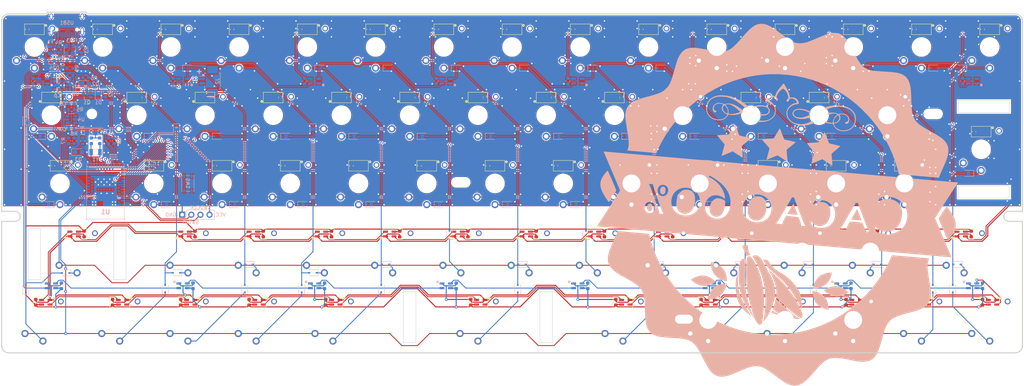
<source format=kicad_pcb>
(kicad_pcb (version 20171130) (host pcbnew "(5.1.8)-1")
  (layers (0 F.Cu signal) (31 B.Cu signal) (34 B.Paste user) (35 F.Paste user) (36 B.SilkS user) (37 F.SilkS user) (38 B.Mask user) (39 F.Mask user) (44 Edge.Cuts user))
  (net 0 "")
  (net 1 "Net-(USB1-Pad3)")
  (net 2 "Net-(USB1-Pad9)")
  (net 3 "Net-(D3-Pad1)")
  (net 4 "Net-(D5-Pad1)")
  (net 5 "Net-(D7-Pad1)")
  (net 6 "Net-(D8-Pad1)")
  (net 7 "Net-(D9-Pad1)")
  (net 8 "Net-(D10-Pad1)")
  (net 9 "Net-(D12-Pad1)")
  (net 10 "Net-(D13-Pad1)")
  (net 11 "Net-(D14-Pad1)")
  (net 12 "Net-(D15-Pad1)")
  (net 13 "Net-(D16-Pad1)")
  (net 14 "Net-(D17-Pad1)")
  (net 15 "Net-(D18-Pad1)")
  (net 16 "Net-(D19-Pad1)")
  (net 17 "Net-(D20-Pad1)")
  (net 18 "Net-(D21-Pad1)")
  (net 19 "Net-(D22-Pad1)")
  (net 20 "Net-(D23-Pad1)")
  (net 21 "Net-(D25-Pad1)")
  (net 22 "Net-(D26-Pad1)")
  (net 23 "Net-(D27-Pad1)")
  (net 24 "Net-(D28-Pad1)")
  (net 25 "Net-(D30-Pad1)")
  (net 26 "Net-(D32-Pad1)")
  (net 27 "Net-(D34-Pad1)")
  (net 28 "Net-(D35-Pad1)")
  (net 29 "Net-(D36-Pad1)")
  (net 30 "Net-(D37-Pad1)")
  (net 31 "Net-(D38-Pad1)")
  (net 32 "Net-(D39-Pad1)")
  (net 33 "Net-(D41-Pad1)")
  (net 34 "Net-(D43-Pad1)")
  (net 35 "Net-(D45-Pad1)")
  (net 36 "Net-(D46-Pad1)")
  (net 37 "Net-(D47-Pad1)")
  (net 38 "Net-(D48-Pad1)")
  (net 39 "Net-(D49-Pad1)")
  (net 40 "Net-(D50-Pad1)")
  (net 41 "Net-(D52-Pad1)")
  (net 42 "Net-(D54-Pad1)")
  (net 43 "Net-(D56-Pad1)")
  (net 44 "Net-(D57-Pad1)")
  (net 45 "Net-(D58-Pad1)")
  (net 46 "Net-(D59-Pad1)")
  (net 47 "Net-(D60-Pad1)")
  (net 48 "Net-(D61-Pad1)")
  (net 49 "Net-(D63-Pad1)")
  (net 50 "Net-(D65-Pad1)")
  (net 51 "Net-(D67-Pad1)")
  (net 52 "Net-(D68-Pad1)")
  (net 53 "Net-(D69-Pad1)")
  (net 54 "Net-(D2-Pad1)")
  (net 55 "Net-(D4-Pad1)")
  (net 56 "Net-(D6-Pad1)")
  (net 57 "Net-(D29-Pad1)")
  (net 58 "Net-(D31-Pad1)")
  (net 59 "Net-(D33-Pad1)")
  (net 60 "Net-(D40-Pad1)")
  (net 61 "Net-(D42-Pad1)")
  (net 62 "Net-(D44-Pad1)")
  (net 63 "Net-(D51-Pad1)")
  (net 64 "Net-(D53-Pad1)")
  (net 65 "Net-(D55-Pad1)")
  (net 66 "Net-(D62-Pad1)")
  (net 67 "Net-(D64-Pad1)")
  (net 68 "Net-(D66-Pad1)")
  (net 69 GND)
  (net 70 VBUS)
  (net 71 "Net-(R3-Pad2)")
  (net 72 "Net-(R4-Pad2)")
  (net 73 +BATT)
  (net 74 VCC)
  (net 75 "Net-(F1-Pad2)")
  (net 76 /D-)
  (net 77 /D+)
  (net 78 /RESET)
  (net 79 /VDIV)
  (net 80 "Net-(C3-Pad1)")
  (net 81 "Net-(D11-Pad1)")
  (net 82 /ROW5)
  (net 83 /ROW4)
  (net 84 /COL1)
  (net 85 /ROW3)
  (net 86 /ROW1)
  (net 87 /ROW2)
  (net 88 /COL2)
  (net 89 /COL3)
  (net 90 /COL4)
  (net 91 /COL5)
  (net 92 /COL6)
  (net 93 /COL7)
  (net 94 /COL8)
  (net 95 /COL9)
  (net 96 /COL10)
  (net 97 /COL11)
  (net 98 /COL12)
  (net 99 /COL13)
  (net 100 /COL14)
  (net 101 /SWDIO)
  (net 102 /SWDCLK)
  (net 103 "Net-(U5-Pad1)")
  (net 104 "Net-(U6-Pad1)")
  (net 105 "Net-(U7-Pad1)")
  (net 106 "Net-(U8-Pad1)")
  (net 107 "Net-(U10-Pad3)")
  (net 108 "Net-(U10-Pad1)")
  (net 109 "Net-(U11-Pad1)")
  (net 110 "Net-(U12-Pad1)")
  (net 111 "Net-(U13-Pad1)")
  (net 112 "Net-(U14-Pad1)")
  (net 113 "Net-(U15-Pad1)")
  (net 114 "Net-(U16-Pad1)")
  (net 115 "Net-(U17-Pad1)")
  (net 116 "Net-(U18-Pad1)")
  (net 117 "Net-(U19-Pad1)")
  (net 118 "Net-(U20-Pad1)")
  (net 119 "Net-(U21-Pad1)")
  (net 120 "Net-(U22-Pad1)")
  (net 121 "Net-(U23-Pad1)")
  (net 122 "Net-(U24-Pad1)")
  (net 123 "Net-(U25-Pad1)")
  (net 124 "Net-(U26-Pad1)")
  (net 125 "Net-(U27-Pad1)")
  (net 126 "Net-(U28-Pad1)")
  (net 127 "Net-(U29-Pad1)")
  (net 128 "Net-(U30-Pad1)")
  (net 129 "Net-(U31-Pad1)")
  (net 130 "Net-(U32-Pad1)")
  (net 131 "Net-(U33-Pad1)")
  (net 132 "Net-(U34-Pad1)")
  (net 133 "Net-(U35-Pad1)")
  (net 134 "Net-(U36-Pad1)")
  (net 135 "Net-(U37-Pad1)")
  (net 136 "Net-(U38-Pad1)")
  (net 137 "Net-(U39-Pad1)")
  (net 138 "Net-(U40-Pad1)")
  (net 139 "Net-(U41-Pad1)")
  (net 140 "Net-(U42-Pad1)")
  (net 141 "Net-(U43-Pad1)")
  (net 142 "Net-(U44-Pad1)")
  (net 143 "Net-(U45-Pad1)")
  (net 144 "Net-(U46-Pad1)")
  (net 145 "Net-(U47-Pad1)")
  (net 146 "Net-(U48-Pad1)")
  (net 147 "Net-(U49-Pad1)")
  (net 148 "Net-(U50-Pad1)")
  (net 149 "Net-(U51-Pad1)")
  (net 150 "Net-(U52-Pad1)")
  (net 151 "Net-(U53-Pad1)")
  (net 152 "Net-(U54-Pad1)")
  (net 153 "Net-(U55-Pad1)")
  (net 154 "Net-(U56-Pad1)")
  (net 155 "Net-(U57-Pad1)")
  (net 156 "Net-(U58-Pad1)")
  (net 157 "Net-(U59-Pad1)")
  (net 158 "Net-(U60-Pad1)")
  (net 159 "Net-(U61-Pad1)")
  (net 160 "Net-(U62-Pad1)")
  (net 161 "Net-(U63-Pad1)")
  (net 162 "Net-(U64-Pad1)")
  (net 163 "Net-(U65-Pad1)")
  (net 164 "Net-(U66-Pad1)")
  (net 165 "Net-(U67-Pad1)")
  (net 166 "Net-(U68-Pad1)")
  (net 167 "Net-(U69-Pad1)")
  (net 168 "Net-(U70-Pad1)")
  (net 169 "Net-(U71-Pad1)")
  (net 170 "Net-(U72-Pad1)")
  (net 171 "Net-(U73-Pad1)")
  (net 172 "Net-(U74-Pad1)")
  (net 173 "Net-(U75-Pad1)")
  (net 174 "Net-(U76-Pad1)")
  (net 175 "Net-(U77-Pad1)")
  (net 176 "Net-(U78-Pad1)")
  (net 177 "Net-(U79-Pad1)")
  (net 178 "Net-(U80-Pad1)")
  (net 179 "Net-(U81-Pad1)")
  (net 180 "Net-(U82-Pad1)")
  (net 181 "Net-(U83-Pad1)")
  (net 182 "Net-(U84-Pad1)")
  (net 183 "Net-(U85-Pad1)")
  (net 184 "Net-(U86-Pad1)")
  (net 185 /BLUE_LED)
  (net 186 "Net-(D70-Pad1)")
  (net 187 "Net-(D71-Pad1)")
  (net 188 /RGB_LED)
  (net 189 "Net-(R1-Pad2)")
  (net 190 "Net-(R9-Pad2)")
  (net 191 "Net-(R10-Pad1)")
  (net 192 "Net-(D2-Pad2)")
  (net 193 "Net-(R5-Pad2)")
  (net 194 "Net-(U1-Pad61)")
  (net 195 "Net-(U1-Pad60)")
  (net 196 "Net-(U1-Pad59)")
  (net 197 "Net-(U1-Pad58)")
  (net 198 "Net-(U1-Pad57)")
  (net 199 "Net-(U1-Pad56)")
  (net 200 "Net-(U1-Pad54)")
  (net 201 "Net-(U1-Pad52)")
  (net 202 "Net-(U1-Pad47)")
  (net 203 "Net-(U1-Pad45)")
  (net 204 "Net-(U1-Pad38)")
  (net 205 "Net-(U1-Pad29)")
  (net 206 "Net-(U1-Pad27)")
  (net 207 "Net-(U1-Pad23)")
  (net 208 "Net-(U1-Pad20)")
  (net 209 "Net-(U1-Pad19)")
  (net 210 "Net-(U1-Pad14)")
  (net 211 "Net-(U1-Pad13)")
  (net 212 "Net-(U1-Pad12)")
  (net 213 "Net-(U1-Pad11)")
  (net 214 "Net-(U1-Pad10)")
  (net 215 "Net-(U1-Pad9)")
  (net 216 "Net-(U1-Pad7)")
  (net 217 "Net-(U4-Pad4)")
  (net 218 "Net-(U87-Pad1)")
  (net 219 "Net-(U1-Pad31)")
  (net 220 "Net-(C2-Pad1)")
  (net 221 "Net-(C5-Pad1)")
  (net 222 "Net-(C9-Pad1)")
  (module locallib:LED_SK6805-2427 (layer F.Cu) (at 92.86875 83.97)
    (fp_text reference U57 hide)
    (fp_text value SK6805)
    (pad 1 smd rect (at -1.1745 -0.65) (size 1.349 0.6) (layers F.Cu F.Paste F.Mask) (net 155 "Net-(U57-Pad1)"))
    (pad 2 smd rect (at -1.1745 0.65) (size 1.349 0.6) (layers F.Cu F.Paste F.Mask) (net 69 GND))
    (pad 4 smd rect (at 1.1745 -0.65) (size 1.349 0.6) (layers F.Cu F.Paste F.Mask) (net 70 VBUS))
    (pad 3 smd rect (at 1.1745 0.65) (size 1.349 0.6) (layers F.Cu F.Paste F.Mask) (net 154 "Net-(U56-Pad1)"))
  )
  (module locallib:LED_SK6805-2427 (layer F.Cu) (at 226.21875 83.97)
    (fp_text reference U50 hide)
    (fp_text value SK6805)
    (pad 1 smd rect (at -1.1745 -0.65) (size 1.349 0.6) (layers F.Cu F.Paste F.Mask) (net 148 "Net-(U50-Pad1)"))
    (pad 2 smd rect (at -1.1745 0.65) (size 1.349 0.6) (layers F.Cu F.Paste F.Mask) (net 69 GND))
    (pad 4 smd rect (at 1.1745 -0.65) (size 1.349 0.6) (layers F.Cu F.Paste F.Mask) (net 70 VBUS))
    (pad 3 smd rect (at 1.1745 0.65) (size 1.349 0.6) (layers F.Cu F.Paste F.Mask) (net 147 "Net-(U49-Pad1)"))
  )
  (module locallib:LED_SK6805-2427 (layer F.Cu) (at 290.5125 83.97)
    (fp_text reference U47 hide)
    (fp_text value SK6805)
    (pad 1 smd rect (at -1.1745 -0.65) (size 1.349 0.6) (layers F.Cu F.Paste F.Mask) (net 145 "Net-(U47-Pad1)"))
    (pad 2 smd rect (at -1.1745 0.65) (size 1.349 0.6) (layers F.Cu F.Paste F.Mask) (net 69 GND))
    (pad 4 smd rect (at 1.1745 -0.65) (size 1.349 0.6) (layers F.Cu F.Paste F.Mask) (net 70 VBUS))
    (pad 3 smd rect (at 1.1745 0.65) (size 1.349 0.6) (layers F.Cu F.Paste F.Mask) (net 144 "Net-(U46-Pad1)"))
  )
  (module locallib:LED_SK6805-2427 (layer F.Cu) (at 296.8625 55.395 180)
    (fp_text reference U46 hide)
    (fp_text value SK6805)
    (pad 1 smd rect (at -1.1745 -0.65 180) (size 1.349 0.6) (layers F.Cu F.Paste F.Mask) (net 144 "Net-(U46-Pad1)"))
    (pad 2 smd rect (at -1.1745 0.65 180) (size 1.349 0.6) (layers F.Cu F.Paste F.Mask) (net 69 GND))
    (pad 4 smd rect (at 1.1745 -0.65 180) (size 1.349 0.6) (layers F.Cu F.Paste F.Mask) (net 70 VBUS))
    (pad 3 smd rect (at 1.1745 0.65 180) (size 1.349 0.6) (layers F.Cu F.Paste F.Mask) (net 143 "Net-(U45-Pad1)"))
  )
  (module locallib:LED_SK6805-2427 (layer F.Cu) (at 115.8875 103.02 180)
    (fp_text reference U64 hide)
    (fp_text value SK6805)
    (pad 1 smd rect (at -1.1745 -0.65 180) (size 1.349 0.6) (layers F.Cu F.Paste F.Mask) (net 162 "Net-(U64-Pad1)"))
    (pad 2 smd rect (at -1.1745 0.65 180) (size 1.349 0.6) (layers F.Cu F.Paste F.Mask) (net 69 GND))
    (pad 4 smd rect (at 1.1745 -0.65 180) (size 1.349 0.6) (layers F.Cu F.Paste F.Mask) (net 70 VBUS))
    (pad 3 smd rect (at 1.1745 0.65 180) (size 1.349 0.6) (layers F.Cu F.Paste F.Mask) (net 161 "Net-(U63-Pad1)"))
  )
  (module locallib:LED_SK6805-2427 (layer B.Cu) (at 293.6875 41.275 180)
    (fp_text reference U87 hide)
    (fp_text value SK6805)
    (pad 1 smd rect (at -1.1745 0.65 180) (size 1.349 0.6) (layers B.Cu B.Paste B.Mask) (net 218 "Net-(U87-Pad1)"))
    (pad 2 smd rect (at -1.1745 -0.65 180) (size 1.349 0.6) (layers B.Cu B.Paste B.Mask) (net 69 GND))
    (pad 4 smd rect (at 1.1745 0.65 180) (size 1.349 0.6) (layers B.Cu B.Paste B.Mask) (net 70 VBUS))
    (pad 3 smd rect (at 1.1745 -0.65 180) (size 1.349 0.6) (layers B.Cu B.Paste B.Mask) (net 184 "Net-(U86-Pad1)"))
  )
  (module locallib:LED_SK6805-2427 (layer F.Cu) (at 280.19375 103.02 180)
    (fp_text reference U70 hide)
    (fp_text value SK6805)
    (pad 1 smd rect (at -1.1745 -0.65 180) (size 1.349 0.6) (layers F.Cu F.Paste F.Mask) (net 168 "Net-(U70-Pad1)"))
    (pad 2 smd rect (at -1.1745 0.65 180) (size 1.349 0.6) (layers F.Cu F.Paste F.Mask) (net 69 GND))
    (pad 4 smd rect (at 1.1745 -0.65 180) (size 1.349 0.6) (layers F.Cu F.Paste F.Mask) (net 70 VBUS))
    (pad 3 smd rect (at 1.1745 0.65 180) (size 1.349 0.6) (layers F.Cu F.Paste F.Mask) (net 167 "Net-(U69-Pad1)"))
  )
  (module locallib:LED_SK6805-2427 (layer F.Cu) (at 261.14375 103.02 180)
    (fp_text reference U69 hide)
    (fp_text value SK6805)
    (pad 1 smd rect (at -1.1745 -0.65 180) (size 1.349 0.6) (layers F.Cu F.Paste F.Mask) (net 167 "Net-(U69-Pad1)"))
    (pad 2 smd rect (at -1.1745 0.65 180) (size 1.349 0.6) (layers F.Cu F.Paste F.Mask) (net 69 GND))
    (pad 4 smd rect (at 1.1745 -0.65 180) (size 1.349 0.6) (layers F.Cu F.Paste F.Mask) (net 70 VBUS))
    (pad 3 smd rect (at 1.1745 0.65 180) (size 1.349 0.6) (layers F.Cu F.Paste F.Mask) (net 166 "Net-(U68-Pad1)"))
  )
  (module locallib:LED_SK6805-2427 (layer F.Cu) (at 220.6625 103.02 180)
    (fp_text reference U67 hide)
    (fp_text value SK6805)
    (pad 1 smd rect (at -1.1745 -0.65 180) (size 1.349 0.6) (layers F.Cu F.Paste F.Mask) (net 165 "Net-(U67-Pad1)"))
    (pad 2 smd rect (at -1.1745 0.65 180) (size 1.349 0.6) (layers F.Cu F.Paste F.Mask) (net 69 GND))
    (pad 4 smd rect (at 1.1745 -0.65 180) (size 1.349 0.6) (layers F.Cu F.Paste F.Mask) (net 70 VBUS))
    (pad 3 smd rect (at 1.1745 0.65 180) (size 1.349 0.6) (layers F.Cu F.Paste F.Mask) (net 164 "Net-(U66-Pad1)"))
  )
  (module locallib:LED_SK6805-2427 (layer F.Cu) (at 156.36875 103.02 180)
    (fp_text reference U65 hide)
    (fp_text value SK6805)
    (pad 1 smd rect (at -1.1745 -0.65 180) (size 1.349 0.6) (layers F.Cu F.Paste F.Mask) (net 163 "Net-(U65-Pad1)"))
    (pad 2 smd rect (at -1.1745 0.65 180) (size 1.349 0.6) (layers F.Cu F.Paste F.Mask) (net 69 GND))
    (pad 4 smd rect (at 1.1745 -0.65 180) (size 1.349 0.6) (layers F.Cu F.Paste F.Mask) (net 70 VBUS))
    (pad 3 smd rect (at 1.1745 0.65 180) (size 1.349 0.6) (layers F.Cu F.Paste F.Mask) (net 162 "Net-(U64-Pad1)"))
  )
  (module locallib:LED_SK6805-2427 (layer F.Cu) (at 94.45625 103.02 180)
    (fp_text reference U63 hide)
    (fp_text value SK6805)
    (pad 1 smd rect (at -1.1745 -0.65 180) (size 1.349 0.6) (layers F.Cu F.Paste F.Mask) (net 161 "Net-(U63-Pad1)"))
    (pad 2 smd rect (at -1.1745 0.65 180) (size 1.349 0.6) (layers F.Cu F.Paste F.Mask) (net 69 GND))
    (pad 4 smd rect (at 1.1745 -0.65 180) (size 1.349 0.6) (layers F.Cu F.Paste F.Mask) (net 70 VBUS))
    (pad 3 smd rect (at 1.1745 0.65 180) (size 1.349 0.6) (layers F.Cu F.Paste F.Mask) (net 160 "Net-(U62-Pad1)"))
  )
  (module locallib:LED_SK6805-2427 (layer B.Cu) (at 256.948214 41.275 180)
    (fp_text reference U86 hide)
    (fp_text value SK6805)
    (pad 1 smd rect (at -1.1745 0.65 180) (size 1.349 0.6) (layers B.Cu B.Paste B.Mask) (net 184 "Net-(U86-Pad1)"))
    (pad 2 smd rect (at -1.1745 -0.65 180) (size 1.349 0.6) (layers B.Cu B.Paste B.Mask) (net 69 GND))
    (pad 4 smd rect (at 1.1745 0.65 180) (size 1.349 0.6) (layers B.Cu B.Paste B.Mask) (net 70 VBUS))
    (pad 3 smd rect (at 1.1745 -0.65 180) (size 1.349 0.6) (layers B.Cu B.Paste B.Mask) (net 183 "Net-(U85-Pad1)"))
  )
  (module locallib:LED_SK6805-2427 (layer B.Cu) (at 220.208929 41.275 180)
    (fp_text reference U85 hide)
    (fp_text value SK6805)
    (pad 1 smd rect (at -1.1745 0.65 180) (size 1.349 0.6) (layers B.Cu B.Paste B.Mask) (net 183 "Net-(U85-Pad1)"))
    (pad 2 smd rect (at -1.1745 -0.65 180) (size 1.349 0.6) (layers B.Cu B.Paste B.Mask) (net 69 GND))
    (pad 4 smd rect (at 1.1745 0.65 180) (size 1.349 0.6) (layers B.Cu B.Paste B.Mask) (net 70 VBUS))
    (pad 3 smd rect (at 1.1745 -0.65 180) (size 1.349 0.6) (layers B.Cu B.Paste B.Mask) (net 182 "Net-(U84-Pad1)"))
  )
  (module locallib:LED_SK6805-2427 (layer B.Cu) (at 183.469643 41.275 180)
    (fp_text reference U84 hide)
    (fp_text value SK6805)
    (pad 1 smd rect (at -1.1745 0.65 180) (size 1.349 0.6) (layers B.Cu B.Paste B.Mask) (net 182 "Net-(U84-Pad1)"))
    (pad 2 smd rect (at -1.1745 -0.65 180) (size 1.349 0.6) (layers B.Cu B.Paste B.Mask) (net 69 GND))
    (pad 4 smd rect (at 1.1745 0.65 180) (size 1.349 0.6) (layers B.Cu B.Paste B.Mask) (net 70 VBUS))
    (pad 3 smd rect (at 1.1745 -0.65 180) (size 1.349 0.6) (layers B.Cu B.Paste B.Mask) (net 181 "Net-(U83-Pad1)"))
  )
  (module locallib:LED_SK6805-2427 (layer B.Cu) (at 146.730357 41.275 180)
    (fp_text reference U83 hide)
    (fp_text value SK6805)
    (pad 1 smd rect (at -1.1745 0.65 180) (size 1.349 0.6) (layers B.Cu B.Paste B.Mask) (net 181 "Net-(U83-Pad1)"))
    (pad 2 smd rect (at -1.1745 -0.65 180) (size 1.349 0.6) (layers B.Cu B.Paste B.Mask) (net 69 GND))
    (pad 4 smd rect (at 1.1745 0.65 180) (size 1.349 0.6) (layers B.Cu B.Paste B.Mask) (net 70 VBUS))
    (pad 3 smd rect (at 1.1745 -0.65 180) (size 1.349 0.6) (layers B.Cu B.Paste B.Mask) (net 180 "Net-(U82-Pad1)"))
  )
  (module locallib:LED_SK6805-2427 (layer B.Cu) (at 109.991071 41.275 180)
    (fp_text reference U82 hide)
    (fp_text value SK6805)
    (pad 1 smd rect (at -1.1745 0.65 180) (size 1.349 0.6) (layers B.Cu B.Paste B.Mask) (net 180 "Net-(U82-Pad1)"))
    (pad 2 smd rect (at -1.1745 -0.65 180) (size 1.349 0.6) (layers B.Cu B.Paste B.Mask) (net 69 GND))
    (pad 4 smd rect (at 1.1745 0.65 180) (size 1.349 0.6) (layers B.Cu B.Paste B.Mask) (net 70 VBUS))
    (pad 3 smd rect (at 1.1745 -0.65 180) (size 1.349 0.6) (layers B.Cu B.Paste B.Mask) (net 179 "Net-(U81-Pad1)"))
  )
  (module locallib:LED_SK6805-2427 (layer B.Cu) (at 73.251786 41.275 180)
    (fp_text reference U81 hide)
    (fp_text value SK6805)
    (pad 1 smd rect (at -1.1745 0.65 180) (size 1.349 0.6) (layers B.Cu B.Paste B.Mask) (net 179 "Net-(U81-Pad1)"))
    (pad 2 smd rect (at -1.1745 -0.65 180) (size 1.349 0.6) (layers B.Cu B.Paste B.Mask) (net 69 GND))
    (pad 4 smd rect (at 1.1745 0.65 180) (size 1.349 0.6) (layers B.Cu B.Paste B.Mask) (net 70 VBUS))
    (pad 3 smd rect (at 1.1745 -0.65 180) (size 1.349 0.6) (layers B.Cu B.Paste B.Mask) (net 178 "Net-(U80-Pad1)"))
  )
  (module locallib:LED_SK6805-2427 (layer B.Cu) (at 34.13125 41.275 180)
    (fp_text reference U80 hide)
    (fp_text value SK6805)
    (pad 1 smd rect (at -1.1745 0.65 180) (size 1.349 0.6) (layers B.Cu B.Paste B.Mask) (net 178 "Net-(U80-Pad1)"))
    (pad 2 smd rect (at -1.1745 -0.65 180) (size 1.349 0.6) (layers B.Cu B.Paste B.Mask) (net 69 GND))
    (pad 4 smd rect (at 1.1745 0.65 180) (size 1.349 0.6) (layers B.Cu B.Paste B.Mask) (net 70 VBUS))
    (pad 3 smd rect (at 1.1745 -0.65 180) (size 1.349 0.6) (layers B.Cu B.Paste B.Mask) (net 177 "Net-(U79-Pad1)"))
  )
  (module locallib:LED_SK6805-2427 (layer B.Cu) (at 36.5125 98.425)
    (fp_text reference U79 hide)
    (fp_text value SK6805)
    (pad 1 smd rect (at -1.1745 0.65) (size 1.349 0.6) (layers B.Cu B.Paste B.Mask) (net 177 "Net-(U79-Pad1)"))
    (pad 2 smd rect (at -1.1745 -0.65) (size 1.349 0.6) (layers B.Cu B.Paste B.Mask) (net 69 GND))
    (pad 4 smd rect (at 1.1745 0.65) (size 1.349 0.6) (layers B.Cu B.Paste B.Mask) (net 70 VBUS))
    (pad 3 smd rect (at 1.1745 -0.65) (size 1.349 0.6) (layers B.Cu B.Paste B.Mask) (net 176 "Net-(U78-Pad1)"))
  )
  (module locallib:LED_SK6805-2427 (layer B.Cu) (at 73.251786 98.425)
    (fp_text reference U78 hide)
    (fp_text value SK6805)
    (pad 1 smd rect (at -1.1745 0.65) (size 1.349 0.6) (layers B.Cu B.Paste B.Mask) (net 176 "Net-(U78-Pad1)"))
    (pad 2 smd rect (at -1.1745 -0.65) (size 1.349 0.6) (layers B.Cu B.Paste B.Mask) (net 69 GND))
    (pad 4 smd rect (at 1.1745 0.65) (size 1.349 0.6) (layers B.Cu B.Paste B.Mask) (net 70 VBUS))
    (pad 3 smd rect (at 1.1745 -0.65) (size 1.349 0.6) (layers B.Cu B.Paste B.Mask) (net 175 "Net-(U77-Pad1)"))
  )
  (module locallib:LED_SK6805-2427 (layer B.Cu) (at 109.991071 98.425)
    (fp_text reference U77 hide)
    (fp_text value SK6805)
    (pad 1 smd rect (at -1.1745 0.65) (size 1.349 0.6) (layers B.Cu B.Paste B.Mask) (net 175 "Net-(U77-Pad1)"))
    (pad 2 smd rect (at -1.1745 -0.65) (size 1.349 0.6) (layers B.Cu B.Paste B.Mask) (net 69 GND))
    (pad 4 smd rect (at 1.1745 0.65) (size 1.349 0.6) (layers B.Cu B.Paste B.Mask) (net 70 VBUS))
    (pad 3 smd rect (at 1.1745 -0.65) (size 1.349 0.6) (layers B.Cu B.Paste B.Mask) (net 174 "Net-(U76-Pad1)"))
  )
  (module locallib:LED_SK6805-2427 (layer B.Cu) (at 146.730357 98.425)
    (fp_text reference U76 hide)
    (fp_text value SK6805)
    (pad 1 smd rect (at -1.1745 0.65) (size 1.349 0.6) (layers B.Cu B.Paste B.Mask) (net 174 "Net-(U76-Pad1)"))
    (pad 2 smd rect (at -1.1745 -0.65) (size 1.349 0.6) (layers B.Cu B.Paste B.Mask) (net 69 GND))
    (pad 4 smd rect (at 1.1745 0.65) (size 1.349 0.6) (layers B.Cu B.Paste B.Mask) (net 70 VBUS))
    (pad 3 smd rect (at 1.1745 -0.65) (size 1.349 0.6) (layers B.Cu B.Paste B.Mask) (net 173 "Net-(U75-Pad1)"))
  )
  (module locallib:LED_SK6805-2427 (layer B.Cu) (at 183.469643 98.425)
    (fp_text reference U75 hide)
    (fp_text value SK6805)
    (pad 1 smd rect (at -1.1745 0.65) (size 1.349 0.6) (layers B.Cu B.Paste B.Mask) (net 173 "Net-(U75-Pad1)"))
    (pad 2 smd rect (at -1.1745 -0.65) (size 1.349 0.6) (layers B.Cu B.Paste B.Mask) (net 69 GND))
    (pad 4 smd rect (at 1.1745 0.65) (size 1.349 0.6) (layers B.Cu B.Paste B.Mask) (net 70 VBUS))
    (pad 3 smd rect (at 1.1745 -0.65) (size 1.349 0.6) (layers B.Cu B.Paste B.Mask) (net 172 "Net-(U74-Pad1)"))
  )
  (module locallib:LED_SK6805-2427 (layer B.Cu) (at 220.208929 98.425)
    (fp_text reference U74 hide)
    (fp_text value SK6805)
    (pad 1 smd rect (at -1.1745 0.65) (size 1.349 0.6) (layers B.Cu B.Paste B.Mask) (net 172 "Net-(U74-Pad1)"))
    (pad 2 smd rect (at -1.1745 -0.65) (size 1.349 0.6) (layers B.Cu B.Paste B.Mask) (net 69 GND))
    (pad 4 smd rect (at 1.1745 0.65) (size 1.349 0.6) (layers B.Cu B.Paste B.Mask) (net 70 VBUS))
    (pad 3 smd rect (at 1.1745 -0.65) (size 1.349 0.6) (layers B.Cu B.Paste B.Mask) (net 171 "Net-(U73-Pad1)"))
  )
  (module locallib:LED_SK6805-2427 (layer B.Cu) (at 256.948214 98.425)
    (fp_text reference U73 hide)
    (fp_text value SK6805)
    (pad 1 smd rect (at -1.1745 0.65) (size 1.349 0.6) (layers B.Cu B.Paste B.Mask) (net 171 "Net-(U73-Pad1)"))
    (pad 2 smd rect (at -1.1745 -0.65) (size 1.349 0.6) (layers B.Cu B.Paste B.Mask) (net 69 GND))
    (pad 4 smd rect (at 1.1745 0.65) (size 1.349 0.6) (layers B.Cu B.Paste B.Mask) (net 70 VBUS))
    (pad 3 smd rect (at 1.1745 -0.65) (size 1.349 0.6) (layers B.Cu B.Paste B.Mask) (net 170 "Net-(U72-Pad1)"))
  )
  (module locallib:LED_SK6805-2427 (layer B.Cu) (at 293.6875 98.425)
    (fp_text reference U72 hide)
    (fp_text value SK6805)
    (pad 1 smd rect (at -1.1745 0.65) (size 1.349 0.6) (layers B.Cu B.Paste B.Mask) (net 170 "Net-(U72-Pad1)"))
    (pad 2 smd rect (at -1.1745 -0.65) (size 1.349 0.6) (layers B.Cu B.Paste B.Mask) (net 69 GND))
    (pad 4 smd rect (at 1.1745 0.65) (size 1.349 0.6) (layers B.Cu B.Paste B.Mask) (net 70 VBUS))
    (pad 3 smd rect (at 1.1745 -0.65) (size 1.349 0.6) (layers B.Cu B.Paste B.Mask) (net 169 "Net-(U71-Pad1)"))
  )
  (module locallib:LED_SK6805-2427 (layer F.Cu) (at 299.24375 103.02 180)
    (fp_text reference U71 hide)
    (fp_text value SK6805)
    (pad 1 smd rect (at -1.1745 -0.65 180) (size 1.349 0.6) (layers F.Cu F.Paste F.Mask) (net 169 "Net-(U71-Pad1)"))
    (pad 2 smd rect (at -1.1745 0.65 180) (size 1.349 0.6) (layers F.Cu F.Paste F.Mask) (net 69 GND))
    (pad 4 smd rect (at 1.1745 -0.65 180) (size 1.349 0.6) (layers F.Cu F.Paste F.Mask) (net 70 VBUS))
    (pad 3 smd rect (at 1.1745 0.65 180) (size 1.349 0.6) (layers F.Cu F.Paste F.Mask) (net 168 "Net-(U70-Pad1)"))
  )
  (module locallib:LED_SK6805-2427 (layer F.Cu) (at 242.09375 103.02 180)
    (fp_text reference U68 hide)
    (fp_text value SK6805)
    (pad 1 smd rect (at -1.1745 -0.65 180) (size 1.349 0.6) (layers F.Cu F.Paste F.Mask) (net 166 "Net-(U68-Pad1)"))
    (pad 2 smd rect (at -1.1745 0.65 180) (size 1.349 0.6) (layers F.Cu F.Paste F.Mask) (net 69 GND))
    (pad 4 smd rect (at 1.1745 -0.65 180) (size 1.349 0.6) (layers F.Cu F.Paste F.Mask) (net 70 VBUS))
    (pad 3 smd rect (at 1.1745 0.65 180) (size 1.349 0.6) (layers F.Cu F.Paste F.Mask) (net 165 "Net-(U67-Pad1)"))
  )
  (module locallib:LED_SK6805-2427 (layer F.Cu) (at 196.85 103.02 180)
    (fp_text reference U66 hide)
    (fp_text value SK6805)
    (pad 1 smd rect (at -1.1745 -0.65 180) (size 1.349 0.6) (layers F.Cu F.Paste F.Mask) (net 164 "Net-(U66-Pad1)"))
    (pad 2 smd rect (at -1.1745 0.65 180) (size 1.349 0.6) (layers F.Cu F.Paste F.Mask) (net 69 GND))
    (pad 4 smd rect (at 1.1745 -0.65 180) (size 1.349 0.6) (layers F.Cu F.Paste F.Mask) (net 70 VBUS))
    (pad 3 smd rect (at 1.1745 0.65 180) (size 1.349 0.6) (layers F.Cu F.Paste F.Mask) (net 163 "Net-(U65-Pad1)"))
  )
  (module locallib:LED_SK6805-2427 (layer F.Cu) (at 75.40625 103.02 180)
    (fp_text reference U62 hide)
    (fp_text value SK6805)
    (pad 1 smd rect (at -1.1745 -0.65 180) (size 1.349 0.6) (layers F.Cu F.Paste F.Mask) (net 160 "Net-(U62-Pad1)"))
    (pad 2 smd rect (at -1.1745 0.65 180) (size 1.349 0.6) (layers F.Cu F.Paste F.Mask) (net 69 GND))
    (pad 4 smd rect (at 1.1745 -0.65 180) (size 1.349 0.6) (layers F.Cu F.Paste F.Mask) (net 70 VBUS))
    (pad 3 smd rect (at 1.1745 0.65 180) (size 1.349 0.6) (layers F.Cu F.Paste F.Mask) (net 159 "Net-(U61-Pad1)"))
  )
  (module locallib:LED_SK6805-2427 (layer F.Cu) (at 56.35625 103.02 180)
    (fp_text reference U61 hide)
    (fp_text value SK6805)
    (pad 1 smd rect (at -1.1745 -0.65 180) (size 1.349 0.6) (layers F.Cu F.Paste F.Mask) (net 159 "Net-(U61-Pad1)"))
    (pad 2 smd rect (at -1.1745 0.65 180) (size 1.349 0.6) (layers F.Cu F.Paste F.Mask) (net 69 GND))
    (pad 4 smd rect (at 1.1745 -0.65 180) (size 1.349 0.6) (layers F.Cu F.Paste F.Mask) (net 70 VBUS))
    (pad 3 smd rect (at 1.1745 0.65 180) (size 1.349 0.6) (layers F.Cu F.Paste F.Mask) (net 158 "Net-(U60-Pad1)"))
  )
  (module locallib:LED_SK6805-2427 (layer F.Cu) (at 34.925 103.02 180)
    (fp_text reference U60 hide)
    (fp_text value SK6805)
    (pad 1 smd rect (at -1.1745 -0.65 180) (size 1.349 0.6) (layers F.Cu F.Paste F.Mask) (net 158 "Net-(U60-Pad1)"))
    (pad 2 smd rect (at -1.1745 0.65 180) (size 1.349 0.6) (layers F.Cu F.Paste F.Mask) (net 69 GND))
    (pad 4 smd rect (at 1.1745 -0.65 180) (size 1.349 0.6) (layers F.Cu F.Paste F.Mask) (net 70 VBUS))
    (pad 3 smd rect (at 1.1745 0.65 180) (size 1.349 0.6) (layers F.Cu F.Paste F.Mask) (net 157 "Net-(U59-Pad1)"))
  )
  (module locallib:LED_SK6805-2427 (layer F.Cu) (at 42.8625 83.97)
    (fp_text reference U59 hide)
    (fp_text value SK6805)
    (pad 1 smd rect (at -1.1745 -0.65) (size 1.349 0.6) (layers F.Cu F.Paste F.Mask) (net 157 "Net-(U59-Pad1)"))
    (pad 2 smd rect (at -1.1745 0.65) (size 1.349 0.6) (layers F.Cu F.Paste F.Mask) (net 69 GND))
    (pad 4 smd rect (at 1.1745 -0.65) (size 1.349 0.6) (layers F.Cu F.Paste F.Mask) (net 70 VBUS))
    (pad 3 smd rect (at 1.1745 0.65) (size 1.349 0.6) (layers F.Cu F.Paste F.Mask) (net 156 "Net-(U58-Pad1)"))
  )
  (module locallib:LED_SK6805-2427 (layer F.Cu) (at 73.81875 83.97)
    (fp_text reference U58 hide)
    (fp_text value SK6805)
    (pad 1 smd rect (at -1.1745 -0.65) (size 1.349 0.6) (layers F.Cu F.Paste F.Mask) (net 156 "Net-(U58-Pad1)"))
    (pad 2 smd rect (at -1.1745 0.65) (size 1.349 0.6) (layers F.Cu F.Paste F.Mask) (net 69 GND))
    (pad 4 smd rect (at 1.1745 -0.65) (size 1.349 0.6) (layers F.Cu F.Paste F.Mask) (net 70 VBUS))
    (pad 3 smd rect (at 1.1745 0.65) (size 1.349 0.6) (layers F.Cu F.Paste F.Mask) (net 155 "Net-(U57-Pad1)"))
  )
  (module locallib:LED_SK6805-2427 (layer F.Cu) (at 111.91875 83.97)
    (fp_text reference U56 hide)
    (fp_text value SK6805)
    (pad 1 smd rect (at -1.1745 -0.65) (size 1.349 0.6) (layers F.Cu F.Paste F.Mask) (net 154 "Net-(U56-Pad1)"))
    (pad 2 smd rect (at -1.1745 0.65) (size 1.349 0.6) (layers F.Cu F.Paste F.Mask) (net 69 GND))
    (pad 4 smd rect (at 1.1745 -0.65) (size 1.349 0.6) (layers F.Cu F.Paste F.Mask) (net 70 VBUS))
    (pad 3 smd rect (at 1.1745 0.65) (size 1.349 0.6) (layers F.Cu F.Paste F.Mask) (net 153 "Net-(U55-Pad1)"))
  )
  (module locallib:LED_SK6805-2427 (layer F.Cu) (at 130.96875 83.97)
    (fp_text reference U55 hide)
    (fp_text value SK6805)
    (pad 1 smd rect (at -1.1745 -0.65) (size 1.349 0.6) (layers F.Cu F.Paste F.Mask) (net 153 "Net-(U55-Pad1)"))
    (pad 2 smd rect (at -1.1745 0.65) (size 1.349 0.6) (layers F.Cu F.Paste F.Mask) (net 69 GND))
    (pad 4 smd rect (at 1.1745 -0.65) (size 1.349 0.6) (layers F.Cu F.Paste F.Mask) (net 70 VBUS))
    (pad 3 smd rect (at 1.1745 0.65) (size 1.349 0.6) (layers F.Cu F.Paste F.Mask) (net 152 "Net-(U54-Pad1)"))
  )
  (module locallib:LED_SK6805-2427 (layer F.Cu) (at 150.01875 83.97)
    (fp_text reference U54 hide)
    (fp_text value SK6805)
    (pad 1 smd rect (at -1.1745 -0.65) (size 1.349 0.6) (layers F.Cu F.Paste F.Mask) (net 152 "Net-(U54-Pad1)"))
    (pad 2 smd rect (at -1.1745 0.65) (size 1.349 0.6) (layers F.Cu F.Paste F.Mask) (net 69 GND))
    (pad 4 smd rect (at 1.1745 -0.65) (size 1.349 0.6) (layers F.Cu F.Paste F.Mask) (net 70 VBUS))
    (pad 3 smd rect (at 1.1745 0.65) (size 1.349 0.6) (layers F.Cu F.Paste F.Mask) (net 151 "Net-(U53-Pad1)"))
  )
  (module locallib:LED_SK6805-2427 (layer F.Cu) (at 169.06875 83.97)
    (fp_text reference U53 hide)
    (fp_text value SK6805)
    (pad 1 smd rect (at -1.1745 -0.65) (size 1.349 0.6) (layers F.Cu F.Paste F.Mask) (net 151 "Net-(U53-Pad1)"))
    (pad 2 smd rect (at -1.1745 0.65) (size 1.349 0.6) (layers F.Cu F.Paste F.Mask) (net 69 GND))
    (pad 4 smd rect (at 1.1745 -0.65) (size 1.349 0.6) (layers F.Cu F.Paste F.Mask) (net 70 VBUS))
    (pad 3 smd rect (at 1.1745 0.65) (size 1.349 0.6) (layers F.Cu F.Paste F.Mask) (net 150 "Net-(U52-Pad1)"))
  )
  (module locallib:LED_SK6805-2427 (layer F.Cu) (at 188.11875 83.97)
    (fp_text reference U52 hide)
    (fp_text value SK6805)
    (pad 1 smd rect (at -1.1745 -0.65) (size 1.349 0.6) (layers F.Cu F.Paste F.Mask) (net 150 "Net-(U52-Pad1)"))
    (pad 2 smd rect (at -1.1745 0.65) (size 1.349 0.6) (layers F.Cu F.Paste F.Mask) (net 69 GND))
    (pad 4 smd rect (at 1.1745 -0.65) (size 1.349 0.6) (layers F.Cu F.Paste F.Mask) (net 70 VBUS))
    (pad 3 smd rect (at 1.1745 0.65) (size 1.349 0.6) (layers F.Cu F.Paste F.Mask) (net 149 "Net-(U51-Pad1)"))
  )
  (module locallib:LED_SK6805-2427 (layer F.Cu) (at 207.16875 83.97)
    (fp_text reference U51 hide)
    (fp_text value SK6805)
    (pad 1 smd rect (at -1.1745 -0.65) (size 1.349 0.6) (layers F.Cu F.Paste F.Mask) (net 149 "Net-(U51-Pad1)"))
    (pad 2 smd rect (at -1.1745 0.65) (size 1.349 0.6) (layers F.Cu F.Paste F.Mask) (net 69 GND))
    (pad 4 smd rect (at 1.1745 -0.65) (size 1.349 0.6) (layers F.Cu F.Paste F.Mask) (net 70 VBUS))
    (pad 3 smd rect (at 1.1745 0.65) (size 1.349 0.6) (layers F.Cu F.Paste F.Mask) (net 148 "Net-(U50-Pad1)"))
  )
  (module locallib:LED_SK6805-2427 (layer F.Cu) (at 245.26875 83.97)
    (fp_text reference U49 hide)
    (fp_text value SK6805)
    (pad 1 smd rect (at -1.1745 -0.65) (size 1.349 0.6) (layers F.Cu F.Paste F.Mask) (net 147 "Net-(U49-Pad1)"))
    (pad 2 smd rect (at -1.1745 0.65) (size 1.349 0.6) (layers F.Cu F.Paste F.Mask) (net 69 GND))
    (pad 4 smd rect (at 1.1745 -0.65) (size 1.349 0.6) (layers F.Cu F.Paste F.Mask) (net 70 VBUS))
    (pad 3 smd rect (at 1.1745 0.65) (size 1.349 0.6) (layers F.Cu F.Paste F.Mask) (net 146 "Net-(U48-Pad1)"))
  )
  (module locallib:LED_SK6805-2427 (layer F.Cu) (at 264.31875 83.97)
    (fp_text reference U48 hide)
    (fp_text value SK6805)
    (pad 1 smd rect (at -1.1745 -0.65) (size 1.349 0.6) (layers F.Cu F.Paste F.Mask) (net 146 "Net-(U48-Pad1)"))
    (pad 2 smd rect (at -1.1745 0.65) (size 1.349 0.6) (layers F.Cu F.Paste F.Mask) (net 69 GND))
    (pad 4 smd rect (at 1.1745 -0.65) (size 1.349 0.6) (layers F.Cu F.Paste F.Mask) (net 70 VBUS))
    (pad 3 smd rect (at 1.1745 0.65) (size 1.349 0.6) (layers F.Cu F.Paste F.Mask) (net 145 "Net-(U47-Pad1)"))
  )
  (module locallib:LED_SK6805-2427 (layer F.Cu) (at 275.43125 64.92 180)
    (fp_text reference U45 hide)
    (fp_text value SK6805)
    (pad 1 smd rect (at -1.1745 -0.65 180) (size 1.349 0.6) (layers F.Cu F.Paste F.Mask) (net 143 "Net-(U45-Pad1)"))
    (pad 2 smd rect (at -1.1745 0.65 180) (size 1.349 0.6) (layers F.Cu F.Paste F.Mask) (net 69 GND))
    (pad 4 smd rect (at 1.1745 -0.65 180) (size 1.349 0.6) (layers F.Cu F.Paste F.Mask) (net 70 VBUS))
    (pad 3 smd rect (at 1.1745 0.65 180) (size 1.349 0.6) (layers F.Cu F.Paste F.Mask) (net 142 "Net-(U44-Pad1)"))
  )
  (module locallib:LED_SK6805-2427 (layer F.Cu) (at 256.38125 64.92 180)
    (fp_text reference U44 hide)
    (fp_text value SK6805)
    (pad 1 smd rect (at -1.1745 -0.65 180) (size 1.349 0.6) (layers F.Cu F.Paste F.Mask) (net 142 "Net-(U44-Pad1)"))
    (pad 2 smd rect (at -1.1745 0.65 180) (size 1.349 0.6) (layers F.Cu F.Paste F.Mask) (net 69 GND))
    (pad 4 smd rect (at 1.1745 -0.65 180) (size 1.349 0.6) (layers F.Cu F.Paste F.Mask) (net 70 VBUS))
    (pad 3 smd rect (at 1.1745 0.65 180) (size 1.349 0.6) (layers F.Cu F.Paste F.Mask) (net 141 "Net-(U43-Pad1)"))
  )
  (module locallib:LED_SK6805-2427 (layer F.Cu) (at 237.33125 64.92 180)
    (fp_text reference U43 hide)
    (fp_text value SK6805)
    (pad 1 smd rect (at -1.1745 -0.65 180) (size 1.349 0.6) (layers F.Cu F.Paste F.Mask) (net 141 "Net-(U43-Pad1)"))
    (pad 2 smd rect (at -1.1745 0.65 180) (size 1.349 0.6) (layers F.Cu F.Paste F.Mask) (net 69 GND))
    (pad 4 smd rect (at 1.1745 -0.65 180) (size 1.349 0.6) (layers F.Cu F.Paste F.Mask) (net 70 VBUS))
    (pad 3 smd rect (at 1.1745 0.65 180) (size 1.349 0.6) (layers F.Cu F.Paste F.Mask) (net 140 "Net-(U42-Pad1)"))
  )
  (module locallib:LED_SK6805-2427 (layer F.Cu) (at 218.28125 64.92 180)
    (fp_text reference U42 hide)
    (fp_text value SK6805)
    (pad 1 smd rect (at -1.1745 -0.65 180) (size 1.349 0.6) (layers F.Cu F.Paste F.Mask) (net 140 "Net-(U42-Pad1)"))
    (pad 2 smd rect (at -1.1745 0.65 180) (size 1.349 0.6) (layers F.Cu F.Paste F.Mask) (net 69 GND))
    (pad 4 smd rect (at 1.1745 -0.65 180) (size 1.349 0.6) (layers F.Cu F.Paste F.Mask) (net 70 VBUS))
    (pad 3 smd rect (at 1.1745 0.65 180) (size 1.349 0.6) (layers F.Cu F.Paste F.Mask) (net 139 "Net-(U41-Pad1)"))
  )
  (module locallib:LED_SK6805-2427 (layer F.Cu) (at 199.23125 64.92 180)
    (fp_text reference U41 hide)
    (fp_text value SK6805)
    (pad 1 smd rect (at -1.1745 -0.65 180) (size 1.349 0.6) (layers F.Cu F.Paste F.Mask) (net 139 "Net-(U41-Pad1)"))
    (pad 2 smd rect (at -1.1745 0.65 180) (size 1.349 0.6) (layers F.Cu F.Paste F.Mask) (net 69 GND))
    (pad 4 smd rect (at 1.1745 -0.65 180) (size 1.349 0.6) (layers F.Cu F.Paste F.Mask) (net 70 VBUS))
    (pad 3 smd rect (at 1.1745 0.65 180) (size 1.349 0.6) (layers F.Cu F.Paste F.Mask) (net 138 "Net-(U40-Pad1)"))
  )
  (module locallib:LED_SK6805-2427 (layer F.Cu) (at 180.18125 64.92 180)
    (fp_text reference U40 hide)
    (fp_text value SK6805)
    (pad 1 smd rect (at -1.1745 -0.65 180) (size 1.349 0.6) (layers F.Cu F.Paste F.Mask) (net 138 "Net-(U40-Pad1)"))
    (pad 2 smd rect (at -1.1745 0.65 180) (size 1.349 0.6) (layers F.Cu F.Paste F.Mask) (net 69 GND))
    (pad 4 smd rect (at 1.1745 -0.65 180) (size 1.349 0.6) (layers F.Cu F.Paste F.Mask) (net 70 VBUS))
    (pad 3 smd rect (at 1.1745 0.65 180) (size 1.349 0.6) (layers F.Cu F.Paste F.Mask) (net 137 "Net-(U39-Pad1)"))
  )
  (module locallib:LED_SK6805-2427 (layer F.Cu) (at 161.13125 64.92 180)
    (fp_text reference U39 hide)
    (fp_text value SK6805)
    (pad 1 smd rect (at -1.1745 -0.65 180) (size 1.349 0.6) (layers F.Cu F.Paste F.Mask) (net 137 "Net-(U39-Pad1)"))
    (pad 2 smd rect (at -1.1745 0.65 180) (size 1.349 0.6) (layers F.Cu F.Paste F.Mask) (net 69 GND))
    (pad 4 smd rect (at 1.1745 -0.65 180) (size 1.349 0.6) (layers F.Cu F.Paste F.Mask) (net 70 VBUS))
    (pad 3 smd rect (at 1.1745 0.65 180) (size 1.349 0.6) (layers F.Cu F.Paste F.Mask) (net 136 "Net-(U38-Pad1)"))
  )
  (module locallib:LED_SK6805-2427 (layer F.Cu) (at 142.08125 64.92 180)
    (fp_text reference U38 hide)
    (fp_text value SK6805)
    (pad 1 smd rect (at -1.1745 -0.65 180) (size 1.349 0.6) (layers F.Cu F.Paste F.Mask) (net 136 "Net-(U38-Pad1)"))
    (pad 2 smd rect (at -1.1745 0.65 180) (size 1.349 0.6) (layers F.Cu F.Paste F.Mask) (net 69 GND))
    (pad 4 smd rect (at 1.1745 -0.65 180) (size 1.349 0.6) (layers F.Cu F.Paste F.Mask) (net 70 VBUS))
    (pad 3 smd rect (at 1.1745 0.65 180) (size 1.349 0.6) (layers F.Cu F.Paste F.Mask) (net 135 "Net-(U37-Pad1)"))
  )
  (module locallib:LED_SK6805-2427 (layer F.Cu) (at 123.03125 64.92 180)
    (fp_text reference U37 hide)
    (fp_text value SK6805)
    (pad 1 smd rect (at -1.1745 -0.65 180) (size 1.349 0.6) (layers F.Cu F.Paste F.Mask) (net 135 "Net-(U37-Pad1)"))
    (pad 2 smd rect (at -1.1745 0.65 180) (size 1.349 0.6) (layers F.Cu F.Paste F.Mask) (net 69 GND))
    (pad 4 smd rect (at 1.1745 -0.65 180) (size 1.349 0.6) (layers F.Cu F.Paste F.Mask) (net 70 VBUS))
    (pad 3 smd rect (at 1.1745 0.65 180) (size 1.349 0.6) (layers F.Cu F.Paste F.Mask) (net 134 "Net-(U36-Pad1)"))
  )
  (module locallib:LED_SK6805-2427 (layer F.Cu) (at 103.98125 64.92 180)
    (fp_text reference U36 hide)
    (fp_text value SK6805)
    (pad 1 smd rect (at -1.1745 -0.65 180) (size 1.349 0.6) (layers F.Cu F.Paste F.Mask) (net 134 "Net-(U36-Pad1)"))
    (pad 2 smd rect (at -1.1745 0.65 180) (size 1.349 0.6) (layers F.Cu F.Paste F.Mask) (net 69 GND))
    (pad 4 smd rect (at 1.1745 -0.65 180) (size 1.349 0.6) (layers F.Cu F.Paste F.Mask) (net 70 VBUS))
    (pad 3 smd rect (at 1.1745 0.65 180) (size 1.349 0.6) (layers F.Cu F.Paste F.Mask) (net 133 "Net-(U35-Pad1)"))
  )
  (module locallib:LED_SK6805-2427 (layer F.Cu) (at 84.93125 64.92 180)
    (fp_text reference U35 hide)
    (fp_text value SK6805)
    (pad 1 smd rect (at -1.1745 -0.65 180) (size 1.349 0.6) (layers F.Cu F.Paste F.Mask) (net 133 "Net-(U35-Pad1)"))
    (pad 2 smd rect (at -1.1745 0.65 180) (size 1.349 0.6) (layers F.Cu F.Paste F.Mask) (net 69 GND))
    (pad 4 smd rect (at 1.1745 -0.65 180) (size 1.349 0.6) (layers F.Cu F.Paste F.Mask) (net 70 VBUS))
    (pad 3 smd rect (at 1.1745 0.65 180) (size 1.349 0.6) (layers F.Cu F.Paste F.Mask) (net 132 "Net-(U34-Pad1)"))
  )
  (module locallib:LED_SK6805-2427 (layer F.Cu) (at 65.88125 64.92 180)
    (fp_text reference U34 hide)
    (fp_text value SK6805)
    (pad 1 smd rect (at -1.1745 -0.65 180) (size 1.349 0.6) (layers F.Cu F.Paste F.Mask) (net 132 "Net-(U34-Pad1)"))
    (pad 2 smd rect (at -1.1745 0.65 180) (size 1.349 0.6) (layers F.Cu F.Paste F.Mask) (net 69 GND))
    (pad 4 smd rect (at 1.1745 -0.65 180) (size 1.349 0.6) (layers F.Cu F.Paste F.Mask) (net 70 VBUS))
    (pad 3 smd rect (at 1.1745 0.65 180) (size 1.349 0.6) (layers F.Cu F.Paste F.Mask) (net 131 "Net-(U33-Pad1)"))
  )
  (module locallib:LED_SK6805-2427 (layer F.Cu) (at 39.6875 64.92 180)
    (fp_text reference U33 hide)
    (fp_text value SK6805)
    (pad 1 smd rect (at -1.1745 -0.65 180) (size 1.349 0.6) (layers F.Cu F.Paste F.Mask) (net 131 "Net-(U33-Pad1)"))
    (pad 2 smd rect (at -1.1745 0.65 180) (size 1.349 0.6) (layers F.Cu F.Paste F.Mask) (net 69 GND))
    (pad 4 smd rect (at 1.1745 -0.65 180) (size 1.349 0.6) (layers F.Cu F.Paste F.Mask) (net 70 VBUS))
    (pad 3 smd rect (at 1.1745 0.65 180) (size 1.349 0.6) (layers F.Cu F.Paste F.Mask) (net 130 "Net-(U32-Pad1)"))
  )
  (module locallib:LED_SK6805-2427 (layer F.Cu) (at 35.71875 45.87)
    (fp_text reference U32 hide)
    (fp_text value SK6805)
    (pad 1 smd rect (at -1.1745 -0.65) (size 1.349 0.6) (layers F.Cu F.Paste F.Mask) (net 130 "Net-(U32-Pad1)"))
    (pad 2 smd rect (at -1.1745 0.65) (size 1.349 0.6) (layers F.Cu F.Paste F.Mask) (net 69 GND))
    (pad 4 smd rect (at 1.1745 -0.65) (size 1.349 0.6) (layers F.Cu F.Paste F.Mask) (net 70 VBUS))
    (pad 3 smd rect (at 1.1745 0.65) (size 1.349 0.6) (layers F.Cu F.Paste F.Mask) (net 129 "Net-(U31-Pad1)"))
  )
  (module locallib:LED_SK6805-2427 (layer F.Cu) (at 59.53125 45.87)
    (fp_text reference U31 hide)
    (fp_text value SK6805)
    (pad 1 smd rect (at -1.1745 -0.65) (size 1.349 0.6) (layers F.Cu F.Paste F.Mask) (net 129 "Net-(U31-Pad1)"))
    (pad 2 smd rect (at -1.1745 0.65) (size 1.349 0.6) (layers F.Cu F.Paste F.Mask) (net 69 GND))
    (pad 4 smd rect (at 1.1745 -0.65) (size 1.349 0.6) (layers F.Cu F.Paste F.Mask) (net 70 VBUS))
    (pad 3 smd rect (at 1.1745 0.65) (size 1.349 0.6) (layers F.Cu F.Paste F.Mask) (net 128 "Net-(U30-Pad1)"))
  )
  (module locallib:LED_SK6805-2427 (layer F.Cu) (at 78.58125 45.87)
    (fp_text reference U30 hide)
    (fp_text value SK6805)
    (pad 1 smd rect (at -1.1745 -0.65) (size 1.349 0.6) (layers F.Cu F.Paste F.Mask) (net 128 "Net-(U30-Pad1)"))
    (pad 2 smd rect (at -1.1745 0.65) (size 1.349 0.6) (layers F.Cu F.Paste F.Mask) (net 69 GND))
    (pad 4 smd rect (at 1.1745 -0.65) (size 1.349 0.6) (layers F.Cu F.Paste F.Mask) (net 70 VBUS))
    (pad 3 smd rect (at 1.1745 0.65) (size 1.349 0.6) (layers F.Cu F.Paste F.Mask) (net 127 "Net-(U29-Pad1)"))
  )
  (module locallib:LED_SK6805-2427 (layer F.Cu) (at 97.63125 45.87)
    (fp_text reference U29 hide)
    (fp_text value SK6805)
    (pad 1 smd rect (at -1.1745 -0.65) (size 1.349 0.6) (layers F.Cu F.Paste F.Mask) (net 127 "Net-(U29-Pad1)"))
    (pad 2 smd rect (at -1.1745 0.65) (size 1.349 0.6) (layers F.Cu F.Paste F.Mask) (net 69 GND))
    (pad 4 smd rect (at 1.1745 -0.65) (size 1.349 0.6) (layers F.Cu F.Paste F.Mask) (net 70 VBUS))
    (pad 3 smd rect (at 1.1745 0.65) (size 1.349 0.6) (layers F.Cu F.Paste F.Mask) (net 126 "Net-(U28-Pad1)"))
  )
  (module locallib:LED_SK6805-2427 (layer F.Cu) (at 116.68125 45.87)
    (fp_text reference U28 hide)
    (fp_text value SK6805)
    (pad 1 smd rect (at -1.1745 -0.65) (size 1.349 0.6) (layers F.Cu F.Paste F.Mask) (net 126 "Net-(U28-Pad1)"))
    (pad 2 smd rect (at -1.1745 0.65) (size 1.349 0.6) (layers F.Cu F.Paste F.Mask) (net 69 GND))
    (pad 4 smd rect (at 1.1745 -0.65) (size 1.349 0.6) (layers F.Cu F.Paste F.Mask) (net 70 VBUS))
    (pad 3 smd rect (at 1.1745 0.65) (size 1.349 0.6) (layers F.Cu F.Paste F.Mask) (net 125 "Net-(U27-Pad1)"))
  )
  (module locallib:LED_SK6805-2427 (layer F.Cu) (at 135.73125 45.87)
    (fp_text reference U27 hide)
    (fp_text value SK6805)
    (pad 1 smd rect (at -1.1745 -0.65) (size 1.349 0.6) (layers F.Cu F.Paste F.Mask) (net 125 "Net-(U27-Pad1)"))
    (pad 2 smd rect (at -1.1745 0.65) (size 1.349 0.6) (layers F.Cu F.Paste F.Mask) (net 69 GND))
    (pad 4 smd rect (at 1.1745 -0.65) (size 1.349 0.6) (layers F.Cu F.Paste F.Mask) (net 70 VBUS))
    (pad 3 smd rect (at 1.1745 0.65) (size 1.349 0.6) (layers F.Cu F.Paste F.Mask) (net 124 "Net-(U26-Pad1)"))
  )
  (module locallib:LED_SK6805-2427 (layer F.Cu) (at 154.78125 45.87)
    (fp_text reference U26 hide)
    (fp_text value SK6805)
    (pad 1 smd rect (at -1.1745 -0.65) (size 1.349 0.6) (layers F.Cu F.Paste F.Mask) (net 124 "Net-(U26-Pad1)"))
    (pad 2 smd rect (at -1.1745 0.65) (size 1.349 0.6) (layers F.Cu F.Paste F.Mask) (net 69 GND))
    (pad 4 smd rect (at 1.1745 -0.65) (size 1.349 0.6) (layers F.Cu F.Paste F.Mask) (net 70 VBUS))
    (pad 3 smd rect (at 1.1745 0.65) (size 1.349 0.6) (layers F.Cu F.Paste F.Mask) (net 123 "Net-(U25-Pad1)"))
  )
  (module locallib:LED_SK6805-2427 (layer F.Cu) (at 173.83125 45.87)
    (fp_text reference U25 hide)
    (fp_text value SK6805)
    (pad 1 smd rect (at -1.1745 -0.65) (size 1.349 0.6) (layers F.Cu F.Paste F.Mask) (net 123 "Net-(U25-Pad1)"))
    (pad 2 smd rect (at -1.1745 0.65) (size 1.349 0.6) (layers F.Cu F.Paste F.Mask) (net 69 GND))
    (pad 4 smd rect (at 1.1745 -0.65) (size 1.349 0.6) (layers F.Cu F.Paste F.Mask) (net 70 VBUS))
    (pad 3 smd rect (at 1.1745 0.65) (size 1.349 0.6) (layers F.Cu F.Paste F.Mask) (net 122 "Net-(U24-Pad1)"))
  )
  (module locallib:LED_SK6805-2427 (layer F.Cu) (at 192.88125 45.87)
    (fp_text reference U24 hide)
    (fp_text value SK6805)
    (pad 1 smd rect (at -1.1745 -0.65) (size 1.349 0.6) (layers F.Cu F.Paste F.Mask) (net 122 "Net-(U24-Pad1)"))
    (pad 2 smd rect (at -1.1745 0.65) (size 1.349 0.6) (layers F.Cu F.Paste F.Mask) (net 69 GND))
    (pad 4 smd rect (at 1.1745 -0.65) (size 1.349 0.6) (layers F.Cu F.Paste F.Mask) (net 70 VBUS))
    (pad 3 smd rect (at 1.1745 0.65) (size 1.349 0.6) (layers F.Cu F.Paste F.Mask) (net 121 "Net-(U23-Pad1)"))
  )
  (module locallib:LED_SK6805-2427 (layer F.Cu) (at 211.93125 45.87)
    (fp_text reference U23 hide)
    (fp_text value SK6805)
    (pad 1 smd rect (at -1.1745 -0.65) (size 1.349 0.6) (layers F.Cu F.Paste F.Mask) (net 121 "Net-(U23-Pad1)"))
    (pad 2 smd rect (at -1.1745 0.65) (size 1.349 0.6) (layers F.Cu F.Paste F.Mask) (net 69 GND))
    (pad 4 smd rect (at 1.1745 -0.65) (size 1.349 0.6) (layers F.Cu F.Paste F.Mask) (net 70 VBUS))
    (pad 3 smd rect (at 1.1745 0.65) (size 1.349 0.6) (layers F.Cu F.Paste F.Mask) (net 120 "Net-(U22-Pad1)"))
  )
  (module locallib:LED_SK6805-2427 (layer F.Cu) (at 230.98125 45.87)
    (fp_text reference U22 hide)
    (fp_text value SK6805)
    (pad 1 smd rect (at -1.1745 -0.65) (size 1.349 0.6) (layers F.Cu F.Paste F.Mask) (net 120 "Net-(U22-Pad1)"))
    (pad 2 smd rect (at -1.1745 0.65) (size 1.349 0.6) (layers F.Cu F.Paste F.Mask) (net 69 GND))
    (pad 4 smd rect (at 1.1745 -0.65) (size 1.349 0.6) (layers F.Cu F.Paste F.Mask) (net 70 VBUS))
    (pad 3 smd rect (at 1.1745 0.65) (size 1.349 0.6) (layers F.Cu F.Paste F.Mask) (net 119 "Net-(U21-Pad1)"))
  )
  (module locallib:LED_SK6805-2427 (layer F.Cu) (at 250.03125 45.87)
    (fp_text reference U21 hide)
    (fp_text value SK6805)
    (pad 1 smd rect (at -1.1745 -0.65) (size 1.349 0.6) (layers F.Cu F.Paste F.Mask) (net 119 "Net-(U21-Pad1)"))
    (pad 2 smd rect (at -1.1745 0.65) (size 1.349 0.6) (layers F.Cu F.Paste F.Mask) (net 69 GND))
    (pad 4 smd rect (at 1.1745 -0.65) (size 1.349 0.6) (layers F.Cu F.Paste F.Mask) (net 70 VBUS))
    (pad 3 smd rect (at 1.1745 0.65) (size 1.349 0.6) (layers F.Cu F.Paste F.Mask) (net 118 "Net-(U20-Pad1)"))
  )
  (module locallib:LED_SK6805-2427 (layer F.Cu) (at 269.08125 45.87)
    (fp_text reference U20 hide)
    (fp_text value SK6805)
    (pad 1 smd rect (at -1.1745 -0.65) (size 1.349 0.6) (layers F.Cu F.Paste F.Mask) (net 118 "Net-(U20-Pad1)"))
    (pad 2 smd rect (at -1.1745 0.65) (size 1.349 0.6) (layers F.Cu F.Paste F.Mask) (net 69 GND))
    (pad 4 smd rect (at 1.1745 -0.65) (size 1.349 0.6) (layers F.Cu F.Paste F.Mask) (net 70 VBUS))
    (pad 3 smd rect (at 1.1745 0.65) (size 1.349 0.6) (layers F.Cu F.Paste F.Mask) (net 117 "Net-(U19-Pad1)"))
  )
  (module locallib:LED_SK6805-2427 (layer F.Cu) (at 299.24375 26.82 180)
    (fp_text reference U19 hide)
    (fp_text value SK6805)
    (pad 1 smd rect (at -1.1745 -0.65 180) (size 1.349 0.6) (layers F.Cu F.Paste F.Mask) (net 117 "Net-(U19-Pad1)"))
    (pad 2 smd rect (at -1.1745 0.65 180) (size 1.349 0.6) (layers F.Cu F.Paste F.Mask) (net 69 GND))
    (pad 4 smd rect (at 1.1745 -0.65 180) (size 1.349 0.6) (layers F.Cu F.Paste F.Mask) (net 70 VBUS))
    (pad 3 smd rect (at 1.1745 0.65 180) (size 1.349 0.6) (layers F.Cu F.Paste F.Mask) (net 116 "Net-(U18-Pad1)"))
  )
  (module locallib:LED_SK6805-2427 (layer F.Cu) (at 280.19375 26.82 180)
    (fp_text reference U18 hide)
    (fp_text value SK6805)
    (pad 1 smd rect (at -1.1745 -0.65 180) (size 1.349 0.6) (layers F.Cu F.Paste F.Mask) (net 116 "Net-(U18-Pad1)"))
    (pad 2 smd rect (at -1.1745 0.65 180) (size 1.349 0.6) (layers F.Cu F.Paste F.Mask) (net 69 GND))
    (pad 4 smd rect (at 1.1745 -0.65 180) (size 1.349 0.6) (layers F.Cu F.Paste F.Mask) (net 70 VBUS))
    (pad 3 smd rect (at 1.1745 0.65 180) (size 1.349 0.6) (layers F.Cu F.Paste F.Mask) (net 115 "Net-(U17-Pad1)"))
  )
  (module locallib:LED_SK6805-2427 (layer F.Cu) (at 261.14375 26.82 180)
    (fp_text reference U17 hide)
    (fp_text value SK6805)
    (pad 1 smd rect (at -1.1745 -0.65 180) (size 1.349 0.6) (layers F.Cu F.Paste F.Mask) (net 115 "Net-(U17-Pad1)"))
    (pad 2 smd rect (at -1.1745 0.65 180) (size 1.349 0.6) (layers F.Cu F.Paste F.Mask) (net 69 GND))
    (pad 4 smd rect (at 1.1745 -0.65 180) (size 1.349 0.6) (layers F.Cu F.Paste F.Mask) (net 70 VBUS))
    (pad 3 smd rect (at 1.1745 0.65 180) (size 1.349 0.6) (layers F.Cu F.Paste F.Mask) (net 114 "Net-(U16-Pad1)"))
  )
  (module locallib:LED_SK6805-2427 (layer F.Cu) (at 242.09375 26.82 180)
    (fp_text reference U16 hide)
    (fp_text value SK6805)
    (pad 1 smd rect (at -1.1745 -0.65 180) (size 1.349 0.6) (layers F.Cu F.Paste F.Mask) (net 114 "Net-(U16-Pad1)"))
    (pad 2 smd rect (at -1.1745 0.65 180) (size 1.349 0.6) (layers F.Cu F.Paste F.Mask) (net 69 GND))
    (pad 4 smd rect (at 1.1745 -0.65 180) (size 1.349 0.6) (layers F.Cu F.Paste F.Mask) (net 70 VBUS))
    (pad 3 smd rect (at 1.1745 0.65 180) (size 1.349 0.6) (layers F.Cu F.Paste F.Mask) (net 113 "Net-(U15-Pad1)"))
  )
  (module locallib:LED_SK6805-2427 (layer F.Cu) (at 223.04375 26.82 180)
    (fp_text reference U15 hide)
    (fp_text value SK6805)
    (pad 1 smd rect (at -1.1745 -0.65 180) (size 1.349 0.6) (layers F.Cu F.Paste F.Mask) (net 113 "Net-(U15-Pad1)"))
    (pad 2 smd rect (at -1.1745 0.65 180) (size 1.349 0.6) (layers F.Cu F.Paste F.Mask) (net 69 GND))
    (pad 4 smd rect (at 1.1745 -0.65 180) (size 1.349 0.6) (layers F.Cu F.Paste F.Mask) (net 70 VBUS))
    (pad 3 smd rect (at 1.1745 0.65 180) (size 1.349 0.6) (layers F.Cu F.Paste F.Mask) (net 112 "Net-(U14-Pad1)"))
  )
  (module locallib:LED_SK6805-2427 (layer F.Cu) (at 203.99375 26.82 180)
    (fp_text reference U14 hide)
    (fp_text value SK6805)
    (pad 1 smd rect (at -1.1745 -0.65 180) (size 1.349 0.6) (layers F.Cu F.Paste F.Mask) (net 112 "Net-(U14-Pad1)"))
    (pad 2 smd rect (at -1.1745 0.65 180) (size 1.349 0.6) (layers F.Cu F.Paste F.Mask) (net 69 GND))
    (pad 4 smd rect (at 1.1745 -0.65 180) (size 1.349 0.6) (layers F.Cu F.Paste F.Mask) (net 70 VBUS))
    (pad 3 smd rect (at 1.1745 0.65 180) (size 1.349 0.6) (layers F.Cu F.Paste F.Mask) (net 111 "Net-(U13-Pad1)"))
  )
  (module locallib:LED_SK6805-2427 (layer F.Cu) (at 184.94375 26.82 180)
    (fp_text reference U13 hide)
    (fp_text value SK6805)
    (pad 1 smd rect (at -1.1745 -0.65 180) (size 1.349 0.6) (layers F.Cu F.Paste F.Mask) (net 111 "Net-(U13-Pad1)"))
    (pad 2 smd rect (at -1.1745 0.65 180) (size 1.349 0.6) (layers F.Cu F.Paste F.Mask) (net 69 GND))
    (pad 4 smd rect (at 1.1745 -0.65 180) (size 1.349 0.6) (layers F.Cu F.Paste F.Mask) (net 70 VBUS))
    (pad 3 smd rect (at 1.1745 0.65 180) (size 1.349 0.6) (layers F.Cu F.Paste F.Mask) (net 110 "Net-(U12-Pad1)"))
  )
  (module locallib:LED_SK6805-2427 (layer F.Cu) (at 165.89375 26.82 180)
    (fp_text reference U12 hide)
    (fp_text value SK6805)
    (pad 1 smd rect (at -1.1745 -0.65 180) (size 1.349 0.6) (layers F.Cu F.Paste F.Mask) (net 110 "Net-(U12-Pad1)"))
    (pad 2 smd rect (at -1.1745 0.65 180) (size 1.349 0.6) (layers F.Cu F.Paste F.Mask) (net 69 GND))
    (pad 4 smd rect (at 1.1745 -0.65 180) (size 1.349 0.6) (layers F.Cu F.Paste F.Mask) (net 70 VBUS))
    (pad 3 smd rect (at 1.1745 0.65 180) (size 1.349 0.6) (layers F.Cu F.Paste F.Mask) (net 109 "Net-(U11-Pad1)"))
  )
  (module locallib:LED_SK6805-2427 (layer F.Cu) (at 146.84375 26.82 180)
    (fp_text reference U11 hide)
    (fp_text value SK6805)
    (pad 1 smd rect (at -1.1745 -0.65 180) (size 1.349 0.6) (layers F.Cu F.Paste F.Mask) (net 109 "Net-(U11-Pad1)"))
    (pad 2 smd rect (at -1.1745 0.65 180) (size 1.349 0.6) (layers F.Cu F.Paste F.Mask) (net 69 GND))
    (pad 4 smd rect (at 1.1745 -0.65 180) (size 1.349 0.6) (layers F.Cu F.Paste F.Mask) (net 70 VBUS))
    (pad 3 smd rect (at 1.1745 0.65 180) (size 1.349 0.6) (layers F.Cu F.Paste F.Mask) (net 108 "Net-(U10-Pad1)"))
  )
  (module locallib:LED_SK6805-2427 (layer F.Cu) (at 127.79375 26.82 180)
    (fp_text reference U10 hide)
    (fp_text value SK6805)
    (pad 1 smd rect (at -1.1745 -0.65 180) (size 1.349 0.6) (layers F.Cu F.Paste F.Mask) (net 108 "Net-(U10-Pad1)"))
    (pad 2 smd rect (at -1.1745 0.65 180) (size 1.349 0.6) (layers F.Cu F.Paste F.Mask) (net 69 GND))
    (pad 4 smd rect (at 1.1745 -0.65 180) (size 1.349 0.6) (layers F.Cu F.Paste F.Mask) (net 70 VBUS))
    (pad 3 smd rect (at 1.1745 0.65 180) (size 1.349 0.6) (layers F.Cu F.Paste F.Mask) (net 107 "Net-(U10-Pad3)"))
  )
  (module locallib:LED_SK6805-2427 (layer F.Cu) (at 108.74375 26.82 180)
    (fp_text reference U9 hide)
    (fp_text value SK6805)
    (pad 1 smd rect (at -1.1745 -0.65 180) (size 1.349 0.6) (layers F.Cu F.Paste F.Mask) (net 107 "Net-(U10-Pad3)"))
    (pad 2 smd rect (at -1.1745 0.65 180) (size 1.349 0.6) (layers F.Cu F.Paste F.Mask) (net 69 GND))
    (pad 4 smd rect (at 1.1745 -0.65 180) (size 1.349 0.6) (layers F.Cu F.Paste F.Mask) (net 70 VBUS))
    (pad 3 smd rect (at 1.1745 0.65 180) (size 1.349 0.6) (layers F.Cu F.Paste F.Mask) (net 106 "Net-(U8-Pad1)"))
  )
  (module locallib:LED_SK6805-2427 (layer F.Cu) (at 89.69375 26.82 180)
    (fp_text reference U8 hide)
    (fp_text value SK6805)
    (pad 1 smd rect (at -1.1745 -0.65 180) (size 1.349 0.6) (layers F.Cu F.Paste F.Mask) (net 106 "Net-(U8-Pad1)"))
    (pad 2 smd rect (at -1.1745 0.65 180) (size 1.349 0.6) (layers F.Cu F.Paste F.Mask) (net 69 GND))
    (pad 4 smd rect (at 1.1745 -0.65 180) (size 1.349 0.6) (layers F.Cu F.Paste F.Mask) (net 70 VBUS))
    (pad 3 smd rect (at 1.1745 0.65 180) (size 1.349 0.6) (layers F.Cu F.Paste F.Mask) (net 105 "Net-(U7-Pad1)"))
  )
  (module locallib:LED_SK6805-2427 (layer F.Cu) (at 70.64375 26.82 180)
    (fp_text reference U7 hide)
    (fp_text value SK6805)
    (pad 1 smd rect (at -1.1745 -0.65 180) (size 1.349 0.6) (layers F.Cu F.Paste F.Mask) (net 105 "Net-(U7-Pad1)"))
    (pad 2 smd rect (at -1.1745 0.65 180) (size 1.349 0.6) (layers F.Cu F.Paste F.Mask) (net 69 GND))
    (pad 4 smd rect (at 1.1745 -0.65 180) (size 1.349 0.6) (layers F.Cu F.Paste F.Mask) (net 70 VBUS))
    (pad 3 smd rect (at 1.1745 0.65 180) (size 1.349 0.6) (layers F.Cu F.Paste F.Mask) (net 104 "Net-(U6-Pad1)"))
  )
  (module locallib:LED_SK6805-2427 (layer F.Cu) (at 51.59375 26.819856 180)
    (fp_text reference U6 hide)
    (fp_text value SK6805)
    (pad 1 smd rect (at -1.1745 -0.65 180) (size 1.349 0.6) (layers F.Cu F.Paste F.Mask) (net 104 "Net-(U6-Pad1)"))
    (pad 2 smd rect (at -1.1745 0.65 180) (size 1.349 0.6) (layers F.Cu F.Paste F.Mask) (net 69 GND))
    (pad 4 smd rect (at 1.1745 -0.65 180) (size 1.349 0.6) (layers F.Cu F.Paste F.Mask) (net 70 VBUS))
    (pad 3 smd rect (at 1.1745 0.65 180) (size 1.349 0.6) (layers F.Cu F.Paste F.Mask) (net 103 "Net-(U5-Pad1)"))
  )
  (module locallib:LED_SK6805-2427 (layer F.Cu) (at 32.54375 26.82 180)
    (fp_text reference U5 hide)
    (fp_text value SK6805)
    (pad 1 smd rect (at -1.1745 -0.65 180) (size 1.349 0.6) (layers F.Cu F.Paste F.Mask) (net 103 "Net-(U5-Pad1)"))
    (pad 2 smd rect (at -1.1745 0.65 180) (size 1.349 0.6) (layers F.Cu F.Paste F.Mask) (net 69 GND))
    (pad 4 smd rect (at 1.1745 -0.65 180) (size 1.349 0.6) (layers F.Cu F.Paste F.Mask) (net 222 "Net-(C9-Pad1)"))
    (pad 3 smd rect (at 1.1745 0.65 180) (size 1.349 0.6) (layers F.Cu F.Paste F.Mask) (net 188 /RGB_LED))
  )
  (module locallib:PG1353_1U (layer F.Cu) (at 60.325 50.8)
    (fp_text reference K7)
    (fp_text value SW_PG1353)
    (pad 1 thru_hole circle (at 0 5.9 180) (size 2 2) (drill 1.2) (layers *.Cu B.Mask) (net 8 "Net-(D10-Pad1)"))
    (pad "" np_thru_hole circle (at 0 0 180) (size 5 5) (drill 5) (layers *.Cu *.Mask))
    (pad 2 thru_hole circle (at -5 3.8 180) (size 2 2) (drill 1.2) (layers *.Cu B.Mask) (net 87 /ROW2))
    (pad "" thru_hole circle (at 5 -5.15 180) (size 1.6 1.6) (drill 1) (layers *.Cu B.Mask))
  )
  (module Capacitor_SMD:C_0603_1608Metric (layer B.Cu) (at 52.3875 57.94375 90)
    (fp_text reference C4 (at 2.38125 0 90) (layer B.SilkS) (effects (justify mirror)))
    (fp_text value 10u)
    (pad 1 smd roundrect (at -0.7875 0 90) (size 0.875 0.95) (layers B.Cu B.Paste B.Mask) (net 74 VCC))
    (pad 2 smd roundrect (at 0.7875 0 90) (size 0.875 0.95) (layers B.Cu B.Paste B.Mask) (net 69 GND))
  )
  (module locallib:PG1353_1.75U (layer F.Cu) (at 38.89375 69.85)
    (fp_text reference K3)
    (fp_text value SW_PG1353)
    (pad 1 thru_hole circle (at 0 5.9 180) (size 2 2) (drill 1.2) (layers *.Cu B.Mask) (net 56 "Net-(D6-Pad1)"))
    (pad "" np_thru_hole circle (at 0 0 180) (size 5 5) (drill 5) (layers *.Cu *.Mask))
    (pad 2 thru_hole circle (at -5 3.8 180) (size 2 2) (drill 1.2) (layers *.Cu B.Mask) (net 85 /ROW3))
    (pad "" thru_hole circle (at 5 -5.15 180) (size 1.6 1.6) (drill 1) (layers *.Cu B.Mask))
  )
  (module locallib:HRO-TYPE-C-31-M-12 (layer B.Cu) (at 40.8 20.6375)
    (fp_text reference USB1 (at 0 4.365625) (layer B.SilkS) (effects (justify mirror)))
    (fp_text value HRO-TYPE-C-31-M-12)
    (pad 13 thru_hole oval (at 4.32 2.6) (size 1 1.6) (drill oval 0.6 1.2) (layers *.Cu *.Mask) (net 69 GND))
    (pad 13 thru_hole oval (at -4.32 2.6) (size 1 1.6) (drill oval 0.6 1.2) (layers *.Cu *.Mask) (net 69 GND))
    (pad 13 thru_hole oval (at 4.32 6.78) (size 1 2.1) (drill oval 0.6 1.7) (layers *.Cu *.Mask) (net 69 GND))
    (pad 13 thru_hole oval (at -4.32 6.78) (size 1 2.1) (drill oval 0.6 1.7) (layers *.Cu *.Mask) (net 69 GND))
    (pad "" np_thru_hole circle (at -2.89 6.25) (size 0.65 0.65) (drill 0.65) (layers *.Cu *.Mask))
    (pad "" np_thru_hole circle (at 2.89 6.25) (size 0.65 0.65) (drill 0.65) (layers *.Cu *.Mask))
    (pad 6 smd rect (at -0.25 7.695) (size 0.3 1.45) (layers B.Cu B.Paste B.Mask) (net 191 "Net-(R10-Pad1)"))
    (pad 7 smd rect (at 0.25 7.695) (size 0.3 1.45) (layers B.Cu B.Paste B.Mask) (net 190 "Net-(R9-Pad2)"))
    (pad 8 smd rect (at 0.75 7.695) (size 0.3 1.45) (layers B.Cu B.Paste B.Mask) (net 191 "Net-(R10-Pad1)"))
    (pad 5 smd rect (at -0.75 7.695) (size 0.3 1.45) (layers B.Cu B.Paste B.Mask) (net 190 "Net-(R9-Pad2)"))
    (pad 9 smd rect (at 1.25 7.695) (size 0.3 1.45) (layers B.Cu B.Paste B.Mask) (net 2 "Net-(USB1-Pad9)"))
    (pad 4 smd rect (at -1.25 7.695) (size 0.3 1.45) (layers B.Cu B.Paste B.Mask) (net 72 "Net-(R4-Pad2)"))
    (pad 10 smd rect (at 1.75 7.695) (size 0.3 1.45) (layers B.Cu B.Paste B.Mask) (net 71 "Net-(R3-Pad2)"))
    (pad 3 smd rect (at -1.75 7.695) (size 0.3 1.45) (layers B.Cu B.Paste B.Mask) (net 1 "Net-(USB1-Pad3)"))
    (pad 2 smd rect (at -2.45 7.695) (size 0.6 1.45) (layers B.Cu B.Paste B.Mask) (net 75 "Net-(F1-Pad2)"))
    (pad 11 smd rect (at 2.45 7.695) (size 0.6 1.45) (layers B.Cu B.Paste B.Mask) (net 75 "Net-(F1-Pad2)"))
    (pad 1 smd rect (at -3.225 7.695) (size 0.6 1.45) (layers B.Cu B.Paste B.Mask) (net 69 GND))
    (pad 12 smd rect (at 3.225 7.695) (size 0.6 1.45) (layers B.Cu B.Paste B.Mask) (net 69 GND))
  )
  (module locallib:Cacao60_logo (layer B.Cu) (at 239.315625 75.803125 175)
    (fp_text reference G*** hide)
    (fp_text value LOGO hide)
  )
  (module locallib:MDBT50Q1MV2 (layer B.Cu) (at 51.59375 64.29375)
    (fp_text reference U1 (at 0 13.49375) (layer B.SilkS) (effects (font (size 1.27 1.27) (thickness 0.254)) (justify mirror)))
    (fp_text value MDBT50Q-1MV2 hide)
    (pad 1 smd rect (at -4.65 11.5 270) (size 0.4 0.6) (layers B.Cu B.Paste B.Mask) (net 69 GND))
    (pad 2 smd rect (at -4.65 10.4 270) (size 0.4 0.6) (layers B.Cu B.Paste B.Mask) (net 69 GND))
    (pad 3 smd rect (at -4.65 9.6 270) (size 0.4 0.6) (layers B.Cu B.Paste B.Mask) (net 85 /ROW3))
    (pad 4 smd rect (at -4.65 8 270) (size 0.4 0.6) (layers B.Cu B.Paste B.Mask) (net 83 /ROW4))
    (pad 5 smd rect (at -3.75 7.6 270) (size 0.4 0.6) (layers B.Cu B.Paste B.Mask) (net 82 /ROW5))
    (pad 6 smd rect (at -4.65 7.2 270) (size 0.4 0.6) (layers B.Cu B.Paste B.Mask) (net 84 /COL1))
    (pad 7 smd rect (at -3.75 6.8 270) (size 0.4 0.6) (layers B.Cu B.Paste B.Mask) (net 216 "Net-(U1-Pad7)"))
    (pad 8 smd rect (at -4.65 6.4 270) (size 0.4 0.6) (layers B.Cu B.Paste B.Mask) (net 87 /ROW2))
    (pad 9 smd rect (at -3.75 6 270) (size 0.4 0.6) (layers B.Cu B.Paste B.Mask) (net 215 "Net-(U1-Pad9)"))
    (pad 10 smd rect (at -4.65 5.6 270) (size 0.4 0.6) (layers B.Cu B.Paste B.Mask) (net 214 "Net-(U1-Pad10)"))
    (pad 11 smd rect (at -3.75 5.2 270) (size 0.4 0.6) (layers B.Cu B.Paste B.Mask) (net 213 "Net-(U1-Pad11)"))
    (pad 12 smd rect (at -4.65 4.8 270) (size 0.4 0.6) (layers B.Cu B.Paste B.Mask) (net 212 "Net-(U1-Pad12)"))
    (pad 13 smd rect (at -3.75 4.4 270) (size 0.4 0.6) (layers B.Cu B.Paste B.Mask) (net 211 "Net-(U1-Pad13)"))
    (pad 14 smd rect (at -4.65 4 270) (size 0.4 0.6) (layers B.Cu B.Paste B.Mask) (net 210 "Net-(U1-Pad14)"))
    (pad 15 smd rect (at -4.8 0.6) (size 0.4 0.6) (layers B.Cu B.Paste B.Mask) (net 69 GND))
    (pad 16 smd rect (at -4 0.6) (size 0.4 0.6) (layers B.Cu B.Paste B.Mask) (net 185 /BLUE_LED))
    (pad 17 smd rect (at -3.2 0.6) (size 0.4 0.6) (layers B.Cu B.Paste B.Mask) (net 220 "Net-(C2-Pad1)"))
    (pad 18 smd rect (at -2.4 0.6) (size 0.4 0.6) (layers B.Cu B.Paste B.Mask) (net 80 "Net-(C3-Pad1)"))
    (pad 19 smd rect (at -2 1.5) (size 0.4 0.6) (layers B.Cu B.Paste B.Mask) (net 209 "Net-(U1-Pad19)"))
    (pad 20 smd rect (at -1.6 0.6) (size 0.4 0.6) (layers B.Cu B.Paste B.Mask) (net 208 "Net-(U1-Pad20)"))
    (pad 21 smd rect (at -1.2 1.5) (size 0.4 0.6) (layers B.Cu B.Paste B.Mask) (net 79 /VDIV))
    (pad 22 smd rect (at -0.8 0.6) (size 0.4 0.6) (layers B.Cu B.Paste B.Mask) (net 88 /COL2))
    (pad 23 smd rect (at -0.4 1.5) (size 0.4 0.6) (layers B.Cu B.Paste B.Mask) (net 207 "Net-(U1-Pad23)"))
    (pad 24 smd rect (at 0 0.6) (size 0.4 0.6) (layers B.Cu B.Paste B.Mask) (net 89 /COL3))
    (pad 25 smd rect (at 0.4 1.5) (size 0.4 0.6) (layers B.Cu B.Paste B.Mask) (net 86 /ROW1))
    (pad 26 smd rect (at 0.8 0.6) (size 0.4 0.6) (layers B.Cu B.Paste B.Mask) (net 90 /COL4))
    (pad 27 smd rect (at 1.2 1.5) (size 0.4 0.6) (layers B.Cu B.Paste B.Mask) (net 206 "Net-(U1-Pad27)"))
    (pad 28 smd rect (at 1.6 0.6) (size 0.4 0.6) (layers B.Cu B.Paste B.Mask) (net 74 VCC))
    (pad 29 smd rect (at 2 1.5) (size 0.4 0.6) (layers B.Cu B.Paste B.Mask) (net 205 "Net-(U1-Pad29)"))
    (pad 30 smd rect (at 2.4 0.6) (size 0.4 0.6) (layers B.Cu B.Paste B.Mask) (net 74 VCC))
    (pad 31 smd rect (at 3.2 0.6) (size 0.4 0.6) (layers B.Cu B.Paste B.Mask) (net 219 "Net-(U1-Pad31)"))
    (pad 32 smd rect (at 4 0.6) (size 0.4 0.6) (layers B.Cu B.Paste B.Mask) (net 70 VBUS))
    (pad 33 smd rect (at 4.8 0.6) (size 0.4 0.6) (layers B.Cu B.Paste B.Mask) (net 69 GND))
    (pad 34 smd rect (at 4.65 1.6 270) (size 0.4 0.6) (layers B.Cu B.Paste B.Mask) (net 76 /D-))
    (pad 35 smd rect (at 4.65 2.4 270) (size 0.4 0.6) (layers B.Cu B.Paste B.Mask) (net 77 /D+))
    (pad 36 smd rect (at 3.75 2.8 270) (size 0.4 0.6) (layers B.Cu B.Paste B.Mask) (net 188 /RGB_LED))
    (pad 37 smd rect (at 4.65 3.2 270) (size 0.4 0.6) (layers B.Cu B.Paste B.Mask) (net 91 /COL5))
    (pad 38 smd rect (at 3.75 3.6 270) (size 0.4 0.6) (layers B.Cu B.Paste B.Mask) (net 204 "Net-(U1-Pad38)"))
    (pad 39 smd rect (at 4.65 4 270) (size 0.4 0.6) (layers B.Cu B.Paste B.Mask) (net 92 /COL6))
    (pad 40 smd rect (at 3.75 4.4 270) (size 0.4 0.6) (layers B.Cu B.Paste B.Mask) (net 78 /RESET))
    (pad 41 smd rect (at 4.65 4.8 270) (size 0.4 0.6) (layers B.Cu B.Paste B.Mask) (net 93 /COL7))
    (pad 42 smd rect (at 3.75 5.2 270) (size 0.4 0.6) (layers B.Cu B.Paste B.Mask) (net 94 /COL8))
    (pad 43 smd rect (at 3.75 6 270) (size 0.4 0.6) (layers B.Cu B.Paste B.Mask) (net 95 /COL9))
    (pad 44 smd rect (at 4.65 6.4 270) (size 0.4 0.6) (layers B.Cu B.Paste B.Mask) (net 96 /COL10))
    (pad 45 smd rect (at 3.75 6.8 270) (size 0.4 0.6) (layers B.Cu B.Paste B.Mask) (net 203 "Net-(U1-Pad45)"))
    (pad 46 smd rect (at 4.65 7.2 270) (size 0.4 0.6) (layers B.Cu B.Paste B.Mask) (net 97 /COL11))
    (pad 47 smd rect (at 3.75 7.6 270) (size 0.4 0.6) (layers B.Cu B.Paste B.Mask) (net 202 "Net-(U1-Pad47)"))
    (pad 48 smd rect (at 4.65 8 270) (size 0.4 0.6) (layers B.Cu B.Paste B.Mask) (net 98 /COL12))
    (pad 49 smd rect (at 3.75 8.4 270) (size 0.4 0.6) (layers B.Cu B.Paste B.Mask) (net 99 /COL13))
    (pad 50 smd rect (at 3.75 9.2 270) (size 0.4 0.6) (layers B.Cu B.Paste B.Mask) (net 100 /COL14))
    (pad 51 smd rect (at 4.65 9.6 270) (size 0.4 0.6) (layers B.Cu B.Paste B.Mask) (net 101 /SWDIO))
    (pad 52 smd rect (at 3.75 10 270) (size 0.4 0.6) (layers B.Cu B.Paste B.Mask) (net 201 "Net-(U1-Pad52)"))
    (pad 53 smd rect (at 4.65 10.4 270) (size 0.4 0.6) (layers B.Cu B.Paste B.Mask) (net 102 /SWDCLK))
    (pad 54 smd rect (at 3.75 10.8 270) (size 0.4 0.6) (layers B.Cu B.Paste B.Mask) (net 200 "Net-(U1-Pad54)"))
    (pad 55 smd rect (at 4.65 11.5 270) (size 0.4 0.6) (layers B.Cu B.Paste B.Mask) (net 69 GND))
    (pad 56 smd rect (at -2 7.2) (size 0.4 0.6) (layers B.Cu B.Paste B.Mask) (net 199 "Net-(U1-Pad56)"))
    (pad 57 smd rect (at -1.2 7.2) (size 0.4 0.6) (layers B.Cu B.Paste B.Mask) (net 198 "Net-(U1-Pad57)"))
    (pad 58 smd rect (at -0.4 7.2) (size 0.4 0.6) (layers B.Cu B.Paste B.Mask) (net 197 "Net-(U1-Pad58)"))
    (pad 59 smd rect (at 0.4 7.2) (size 0.4 0.6) (layers B.Cu B.Paste B.Mask) (net 196 "Net-(U1-Pad59)"))
    (pad 60 smd rect (at 1.2 7.2) (size 0.4 0.6) (layers B.Cu B.Paste B.Mask) (net 195 "Net-(U1-Pad60)"))
    (pad 61 smd rect (at 2 7.2) (size 0.4 0.6) (layers B.Cu B.Paste B.Mask) (net 194 "Net-(U1-Pad61)"))
    (pad "" smd trapezoid (at -5.32 15.57 135) (size 0.2 0.2) (rect_delta 0 -0.199999) (layers B.Cu B.Paste B.Mask))
    (pad "" smd trapezoid (at 5.32 15.57 225) (size 0.2 0.2) (rect_delta 0 -0.199999) (layers B.Cu B.Paste B.Mask))
  )
  (module Diode_SMD:D_SOD-323 (layer B.Cu) (at 228.996875 92.471875)
    (fp_text reference D51 hide)
    (fp_text value 1N4148WS)
    (pad 1 smd rect (at -1.05 0) (size 0.6 0.45) (layers B.Cu B.Paste B.Mask) (net 63 "Net-(D51-Pad1)"))
    (pad 2 smd rect (at 1.05 0) (size 0.6 0.45) (layers B.Cu B.Paste B.Mask) (net 96 /COL10))
  )
  (module Diode_SMD:D_SOD-323 (layer B.Cu) (at 129.778125 92.471875 180)
    (fp_text reference D28 hide)
    (fp_text value 1N4148WS)
    (pad 2 smd rect (at 1.05 0 180) (size 0.6 0.45) (layers B.Cu B.Paste B.Mask) (net 91 /COL5))
    (pad 1 smd rect (at -1.05 0 180) (size 0.6 0.45) (layers B.Cu B.Paste B.Mask) (net 24 "Net-(D28-Pad1)"))
  )
  (module Diode_SMD:D_SOD-323 (layer B.Cu) (at 187.721875 37.65)
    (fp_text reference D43 hide)
    (fp_text value 1N4148WS)
    (pad 2 smd rect (at 1.05 0) (size 0.6 0.45) (layers B.Cu B.Paste B.Mask) (net 95 /COL9))
    (pad 1 smd rect (at -1.05 0) (size 0.6 0.45) (layers B.Cu B.Paste B.Mask) (net 34 "Net-(D43-Pad1)"))
  )
  (module locallib:PG1353_1.5U (layer F.Cu) (at 36.5125 50.8)
    (fp_text reference K2)
    (fp_text value SW_PG1353)
    (pad 1 thru_hole circle (at 0 5.9 180) (size 2 2) (drill 1.2) (layers *.Cu B.Mask) (net 4 "Net-(D5-Pad1)"))
    (pad "" np_thru_hole circle (at 0 0 180) (size 5 5) (drill 5) (layers *.Cu *.Mask))
    (pad 2 thru_hole circle (at -5 3.8 180) (size 2 2) (drill 1.2) (layers *.Cu B.Mask) (net 87 /ROW2))
    (pad "" thru_hole circle (at 5 -5.15 180) (size 1.6 1.6) (drill 1) (layers *.Cu B.Mask))
  )
  (module Capacitor_SMD:C_0603_1608Metric (layer B.Cu) (at 290.909375 41.275 90)
    (fp_text reference C91 hide)
    (fp_text value 1u)
    (pad 2 smd roundrect (at 0.775 0 90) (size 0.9 0.95) (layers B.Cu B.Paste B.Mask) (net 70 VBUS))
    (pad 1 smd roundrect (at -0.775 0 90) (size 0.9 0.95) (layers B.Cu B.Paste B.Mask) (net 69 GND))
  )
  (module Capacitor_SMD:C_0603_1608Metric (layer B.Cu) (at 254.170089 41.275 90)
    (fp_text reference C90 hide)
    (fp_text value 1u)
    (pad 2 smd roundrect (at 0.775 0 90) (size 0.9 0.95) (layers B.Cu B.Paste B.Mask) (net 70 VBUS))
    (pad 1 smd roundrect (at -0.775 0 90) (size 0.9 0.95) (layers B.Cu B.Paste B.Mask) (net 69 GND))
  )
  (module Capacitor_SMD:C_0603_1608Metric (layer B.Cu) (at 217.430804 41.275 90)
    (fp_text reference C89 hide)
    (fp_text value 1u)
    (pad 1 smd roundrect (at -0.775 0 90) (size 0.9 0.95) (layers B.Cu B.Paste B.Mask) (net 69 GND))
    (pad 2 smd roundrect (at 0.775 0 90) (size 0.9 0.95) (layers B.Cu B.Paste B.Mask) (net 70 VBUS))
  )
  (module Capacitor_SMD:C_0603_1608Metric (layer B.Cu) (at 180.691518 41.275 90)
    (fp_text reference C88 hide)
    (fp_text value 1u)
    (pad 2 smd roundrect (at 0.775 0 90) (size 0.9 0.95) (layers B.Cu B.Paste B.Mask) (net 70 VBUS))
    (pad 1 smd roundrect (at -0.775 0 90) (size 0.9 0.95) (layers B.Cu B.Paste B.Mask) (net 69 GND))
  )
  (module Capacitor_SMD:C_0603_1608Metric (layer B.Cu) (at 143.952232 41.275 90)
    (fp_text reference C87 hide)
    (fp_text value 1u)
    (pad 2 smd roundrect (at 0.775 0 90) (size 0.9 0.95) (layers B.Cu B.Paste B.Mask) (net 70 VBUS))
    (pad 1 smd roundrect (at -0.775 0 90) (size 0.9 0.95) (layers B.Cu B.Paste B.Mask) (net 69 GND))
  )
  (module Capacitor_SMD:C_0603_1608Metric (layer B.Cu) (at 107.212946 41.275 90)
    (fp_text reference C86 hide)
    (fp_text value 1u)
    (pad 2 smd roundrect (at 0.775 0 90) (size 0.9 0.95) (layers B.Cu B.Paste B.Mask) (net 70 VBUS))
    (pad 1 smd roundrect (at -0.775 0 90) (size 0.9 0.95) (layers B.Cu B.Paste B.Mask) (net 69 GND))
  )
  (module Capacitor_SMD:C_0603_1608Metric (layer B.Cu) (at 70.473661 41.275 90)
    (fp_text reference C85 hide)
    (fp_text value 1u)
    (pad 2 smd roundrect (at 0.775 0 90) (size 0.9 0.95) (layers B.Cu B.Paste B.Mask) (net 70 VBUS))
    (pad 1 smd roundrect (at -0.775 0 90) (size 0.9 0.95) (layers B.Cu B.Paste B.Mask) (net 69 GND))
  )
  (module locallib:PG1353_1U (layer F.Cu) (at 112.7125 88.9)
    (fp_text reference K19)
    (fp_text value SW_PG1353)
    (pad 1 thru_hole circle (at 0 5.9 180) (size 2 2) (drill 1.2) (layers *.Cu B.Mask) (net 19 "Net-(D22-Pad1)"))
    (pad "" np_thru_hole circle (at 0 0 180) (size 5 5) (drill 5) (layers *.Cu *.Mask))
    (pad 2 thru_hole circle (at -5 3.8 180) (size 2 2) (drill 1.2) (layers *.Cu B.Mask) (net 83 /ROW4))
    (pad "" thru_hole circle (at 5 -5.15 180) (size 1.6 1.6) (drill 1) (layers *.Cu B.Mask))
  )
  (module Connector_PinSocket_2.54mm:PinSocket_1x04_P2.54mm_Vertical (layer B.Cu) (at 73.025 78.58125 270)
    (fp_text reference J1 hide)
    (fp_text value Conn_01x04_Male)
    (pad 4 thru_hole oval (at 0 -7.62 270) (size 1.7 1.7) (drill 1) (layers *.Cu *.Mask) (net 74 VCC))
    (pad 3 thru_hole oval (at 0 -5.08 270) (size 1.7 1.7) (drill 1) (layers *.Cu *.Mask) (net 102 /SWDCLK))
    (pad 2 thru_hole oval (at 0 -2.54 270) (size 1.7 1.7) (drill 1) (layers *.Cu *.Mask) (net 101 /SWDIO))
    (pad 1 thru_hole rect (at 0 0 270) (size 1.7 1.7) (drill 1) (layers *.Cu *.Mask) (net 69 GND))
  )
  (module Resistor_SMD:R_0603_1608Metric (layer B.Cu) (at 41.275 57.94375 270)
    (fp_text reference R7 (at 0 1.43 90) (layer B.SilkS) (effects (justify mirror)))
    (fp_text value 715K)
    (pad 1 smd roundrect (at -0.7875 0 270) (size 0.875 0.95) (layers B.Cu B.Paste B.Mask) (net 73 +BATT))
    (pad 2 smd roundrect (at 0.7875 0 270) (size 0.875 0.95) (layers B.Cu B.Paste B.Mask) (net 79 /VDIV))
  )
  (module Resistor_SMD:R_0603_1608Metric (layer B.Cu) (at 42.06875 49.2125 180)
    (fp_text reference R5 (at -2.38125 0) (layer B.SilkS) (effects (justify mirror)))
    (fp_text value 100K)
    (pad 2 smd roundrect (at 0.825 0 180) (size 0.8 0.95) (layers B.Cu B.Paste B.Mask) (net 193 "Net-(R5-Pad2)"))
    (pad 1 smd roundrect (at -0.825 0 180) (size 0.8 0.95) (layers B.Cu B.Paste B.Mask) (net 221 "Net-(C5-Pad1)"))
  )
  (module Package_TO_SOT_SMD:SOT-23-5 (layer B.Cu) (at 42.06875 51.990625)
    (fp_text reference U4 (at 2.778125 0) (layer B.SilkS) (effects (justify mirror)))
    (fp_text value AP2112K-3.3)
    (pad 5 smd rect (at 1.1 0.95) (size 1.06 0.65) (layers B.Cu B.Paste B.Mask) (net 74 VCC))
    (pad 4 smd rect (at 1.1 -0.95) (size 1.06 0.65) (layers B.Cu B.Paste B.Mask) (net 217 "Net-(U4-Pad4)"))
    (pad 3 smd rect (at -1.1 -0.95) (size 1.06 0.65) (layers B.Cu B.Paste B.Mask) (net 193 "Net-(R5-Pad2)"))
    (pad 2 smd rect (at -1.1 0) (size 1.06 0.65) (layers B.Cu B.Paste B.Mask) (net 69 GND))
    (pad 1 smd rect (at -1.1 0.95) (size 1.06 0.65) (layers B.Cu B.Paste B.Mask) (net 221 "Net-(C5-Pad1)"))
  )
  (module Capacitor_SMD:C_0603_1608Metric (layer B.Cu) (at 42.06875 54.76875 180)
    (fp_text reference C7 (at 2.38125 0) (layer B.SilkS) (effects (justify mirror)))
    (fp_text value 10u)
    (pad 2 smd roundrect (at 0.775 0 180) (size 0.9 0.95) (layers B.Cu B.Paste B.Mask) (net 69 GND))
    (pad 1 smd roundrect (at -0.775 0 180) (size 0.9 0.95) (layers B.Cu B.Paste B.Mask) (net 74 VCC))
  )
  (module Capacitor_SMD:C_0603_1608Metric (layer B.Cu) (at 42.06875 47.625 180)
    (fp_text reference C5 (at 2.38125 0) (layer B.SilkS) (effects (justify mirror)))
    (fp_text value 10u)
    (pad 2 smd roundrect (at 0.775 0 180) (size 0.9 0.95) (layers B.Cu B.Paste B.Mask) (net 69 GND))
    (pad 1 smd roundrect (at -0.775 0 180) (size 0.9 0.95) (layers B.Cu B.Paste B.Mask) (net 221 "Net-(C5-Pad1)"))
  )
  (module Resistor_SMD:R_0603_1608Metric (layer B.Cu) (at 45.24375 57.94375 270)
    (fp_text reference R11 (at -2.778125 0 90) (layer B.SilkS) (effects (justify mirror)))
    (fp_text value 1K)
    (pad 1 smd roundrect (at -0.825 0 270) (size 0.8 0.95) (layers B.Cu B.Paste B.Mask) (net 69 GND))
    (pad 2 smd roundrect (at 0.825 0 270) (size 0.8 0.95) (layers B.Cu B.Paste B.Mask) (net 3 "Net-(D3-Pad1)"))
  )
  (module LED_SMD:LED_0805_2012Metric_Castellated (layer B.Cu) (at 44.053125 61.11875)
    (fp_text reference D3 (at 0 1.984375) (layer B.SilkS) (effects (justify mirror)))
    (fp_text value BLUE)
    (pad 2 smd roundrect (at 0.9625 0) (size 1.325 1.3) (layers B.Cu B.Paste B.Mask) (roundrect_rratio 0.1923069230769231) (net 185 /BLUE_LED))
    (pad 1 smd roundrect (at -0.9625 0) (size 1.325 1.3) (layers B.Cu B.Paste B.Mask) (roundrect_rratio 0.1923069230769231) (net 3 "Net-(D3-Pad1)"))
  )
  (module locallib:PG1353_1U (layer F.Cu) (at 65.0875 69.85)
    (fp_text reference K8)
    (fp_text value SW_PG1353)
    (pad 1 thru_hole circle (at 0 5.9 180) (size 2 2) (drill 1.2) (layers *.Cu B.Mask) (net 81 "Net-(D11-Pad1)"))
    (pad "" np_thru_hole circle (at 0 0 180) (size 5 5) (drill 5) (layers *.Cu *.Mask))
    (pad 2 thru_hole circle (at -5 3.8 180) (size 2 2) (drill 1.2) (layers *.Cu B.Mask) (net 85 /ROW3))
    (pad "" thru_hole circle (at 5 -5.15 180) (size 1.6 1.6) (drill 1) (layers *.Cu B.Mask))
  )
  (module locallib:PG1353_2.25U (layer F.Cu) (at 43.65625 88.9)
    (fp_text reference K4)
    (fp_text value SW_PG1353)
    (fp_line (start 13.7 -6.35) (end 10.2 -6.35) (layer Edge.Cuts) (width 0.12))
    (fp_line (start -10.2 7.85) (end -10.2 -6.35) (layer Edge.Cuts) (width 0.12))
    (fp_line (start -13.7 7.85) (end -10.2 7.85) (layer Edge.Cuts) (width 0.12))
    (fp_line (start 10.2 7.85) (end 13.7 7.85) (layer Edge.Cuts) (width 0.12))
    (fp_line (start -10.2 -6.35) (end -13.7 -6.35) (layer Edge.Cuts) (width 0.12))
    (fp_line (start 10.2 -6.35) (end 10.2 7.85) (layer Edge.Cuts) (width 0.12))
    (fp_line (start -13.7 -6.35) (end -13.7 7.85) (layer Edge.Cuts) (width 0.12))
    (fp_line (start 13.7 7.85) (end 13.7 -6.35) (layer Edge.Cuts) (width 0.12))
    (pad "" thru_hole circle (at 5 -5.15 180) (size 1.6 1.6) (drill 1) (layers *.Cu B.Mask))
    (pad 2 thru_hole circle (at -5 3.8 180) (size 2 2) (drill 1.2) (layers *.Cu B.Mask) (net 83 /ROW4))
    (pad "" np_thru_hole circle (at 0 0 180) (size 5 5) (drill 5) (layers *.Cu *.Mask))
    (pad 1 thru_hole circle (at 0 5.9 180) (size 2 2) (drill 1.2) (layers *.Cu B.Mask) (net 5 "Net-(D7-Pad1)"))
  )
  (module locallib:PG1353_3U (layer F.Cu) (at 155.575 107.95)
    (fp_text reference K34)
    (fp_text value SW_PG1353)
    (fp_line (start -20.8 -7.85) (end -20.8 6.35) (layer Edge.Cuts) (width 0.12))
    (fp_line (start 20.8 6.35) (end 20.8 -7.85) (layer Edge.Cuts) (width 0.12))
    (fp_line (start -17.3 6.35) (end -17.3 -7.85) (layer Edge.Cuts) (width 0.12))
    (fp_line (start 17.3 6.35) (end 20.8 6.35) (layer Edge.Cuts) (width 0.12))
    (fp_line (start -17.3 -7.85) (end -20.8 -7.85) (layer Edge.Cuts) (width 0.12))
    (fp_line (start 20.8 -7.85) (end 17.3 -7.85) (layer Edge.Cuts) (width 0.12))
    (fp_line (start 17.3 -7.85) (end 17.3 6.35) (layer Edge.Cuts) (width 0.12))
    (fp_line (start -20.8 6.35) (end -17.3 6.35) (layer Edge.Cuts) (width 0.12))
    (pad 1 thru_hole circle (at 0 5.9 180) (size 2 2) (drill 1.2) (layers *.Cu B.Mask) (net 31 "Net-(D38-Pad1)"))
    (pad "" np_thru_hole circle (at 0 0 270) (size 5 5) (drill 5) (layers *.Cu *.Mask))
    (pad 2 thru_hole circle (at -5 3.8 180) (size 2 2) (drill 1.2) (layers *.Cu B.Mask) (net 82 /ROW5))
    (pad "" thru_hole circle (at 5 -5.15 180) (size 1.6 1.6) (drill 1) (layers *.Cu B.Mask))
  )
  (module locallib:PG1353_ISOEnter (layer F.Cu) (at 296.06875 60.325)
    (fp_text reference K65)
    (fp_text value SW_PG1353)
    (fp_line (start 7.85 -13.7) (end -6.35 -13.7) (layer Edge.Cuts) (width 0.12))
    (fp_line (start -6.35 13.7) (end 7.85 13.7) (layer Edge.Cuts) (width 0.12))
    (fp_line (start -6.35 -10.2) (end 7.85 -10.2) (layer Edge.Cuts) (width 0.12))
    (fp_line (start -6.35 10.2) (end -6.35 13.7) (layer Edge.Cuts) (width 0.12))
    (fp_line (start 7.85 -10.2) (end 7.85 -13.7) (layer Edge.Cuts) (width 0.12))
    (fp_line (start 7.85 13.7) (end 7.85 10.2) (layer Edge.Cuts) (width 0.12))
    (fp_line (start 7.85 10.2) (end -6.35 10.2) (layer Edge.Cuts) (width 0.12))
    (fp_line (start -6.35 -13.7) (end -6.35 -10.2) (layer Edge.Cuts) (width 0.12))
    (pad 1 thru_hole circle (at 0 5.9 180) (size 2 2) (drill 1.2) (layers *.Cu B.Mask) (net 53 "Net-(D69-Pad1)"))
    (pad "" np_thru_hole circle (at 0 0 180) (size 5 5) (drill 5) (layers *.Cu *.Mask))
    (pad 2 thru_hole circle (at -5 3.8 180) (size 2 2) (drill 1.2) (layers *.Cu B.Mask) (net 85 /ROW3))
    (pad "" thru_hole circle (at 5 -5.15 180) (size 1.6 1.6) (drill 1) (layers *.Cu B.Mask))
  )
  (module Fuse:Fuse_0805_2012Metric (layer B.Cu) (at 36.115625 32.54375 90)
    (fp_text reference F1 (at 2.19075 0 180) (layer B.SilkS) (effects (justify mirror)))
    (fp_text value 500m)
    (pad 2 smd roundrect (at 0.9375 0 90) (size 0.975 1.4) (layers B.Cu B.Paste B.Mask) (net 75 "Net-(F1-Pad2)"))
    (pad 1 smd roundrect (at -0.9375 0 90) (size 0.975 1.4) (layers B.Cu B.Paste B.Mask) (net 70 VBUS))
  )
  (module locallib:PG1353_1.75U (layer F.Cu) (at 291.30625 88.9)
    (fp_text reference K66)
    (fp_text value SW_PG1353)
    (pad 1 thru_hole circle (at 0 5.9 180) (size 2 2) (drill 1.2) (layers *.Cu B.Mask) (net 186 "Net-(D70-Pad1)"))
    (pad "" np_thru_hole circle (at 0 0 180) (size 5 5) (drill 5) (layers *.Cu *.Mask))
    (pad 2 thru_hole circle (at -5 3.8 180) (size 2 2) (drill 1.2) (layers *.Cu B.Mask) (net 83 /ROW4))
    (pad "" thru_hole circle (at 5 -5.15 180) (size 1.6 1.6) (drill 1) (layers *.Cu B.Mask))
  )
  (module locallib:PG1353_1.25U (layer F.Cu) (at 219.86875 107.95)
    (fp_text reference K48)
    (fp_text value SW_PG1353)
    (pad 1 thru_hole circle (at 0 5.9 180) (size 2 2) (drill 1.2) (layers *.Cu B.Mask) (net 41 "Net-(D52-Pad1)"))
    (pad "" np_thru_hole circle (at 0 0 180) (size 5 5) (drill 5) (layers *.Cu *.Mask))
    (pad 2 thru_hole circle (at -5 3.8 180) (size 2 2) (drill 1.2) (layers *.Cu B.Mask) (net 82 /ROW5))
    (pad "" thru_hole circle (at 5 -5.15 180) (size 1.6 1.6) (drill 1) (layers *.Cu B.Mask))
  )
  (module locallib:PG1353_1.25U (layer F.Cu) (at 196.05625 107.95)
    (fp_text reference K43)
    (fp_text value SW_PG1353)
    (pad 1 thru_hole circle (at 0 5.9 180) (size 2 2) (drill 1.2) (layers *.Cu B.Mask) (net 37 "Net-(D47-Pad1)"))
    (pad "" np_thru_hole circle (at 0 0 180) (size 5 5) (drill 5) (layers *.Cu *.Mask))
    (pad 2 thru_hole circle (at -5 3.8 180) (size 2 2) (drill 1.2) (layers *.Cu B.Mask) (net 82 /ROW5))
    (pad "" thru_hole circle (at 5 -5.15 180) (size 1.6 1.6) (drill 1) (layers *.Cu B.Mask))
  )
  (module locallib:PG1353_1.25U (layer F.Cu) (at 115.09375 107.95)
    (fp_text reference K25)
    (fp_text value SW_PG1353)
    (pad 1 thru_hole circle (at 0 5.9 180) (size 2 2) (drill 1.2) (layers *.Cu B.Mask) (net 57 "Net-(D29-Pad1)"))
    (pad "" np_thru_hole circle (at 0 0 180) (size 5 5) (drill 5) (layers *.Cu *.Mask))
    (pad 2 thru_hole circle (at -5 3.8 180) (size 2 2) (drill 1.2) (layers *.Cu B.Mask) (net 82 /ROW5))
    (pad "" thru_hole circle (at 5 -5.15 180) (size 1.6 1.6) (drill 1) (layers *.Cu B.Mask))
  )
  (module locallib:PG1353_1.25U (layer F.Cu) (at 34.13125 107.95)
    (fp_text reference K5)
    (fp_text value SW_PG1353)
    (pad 1 thru_hole circle (at 0 5.9 180) (size 2 2) (drill 1.2) (layers *.Cu B.Mask) (net 6 "Net-(D8-Pad1)"))
    (pad "" np_thru_hole circle (at 0 0 180) (size 5 5) (drill 5) (layers *.Cu *.Mask))
    (pad 2 thru_hole circle (at -5 3.8 180) (size 2 2) (drill 1.2) (layers *.Cu B.Mask) (net 82 /ROW5))
    (pad "" thru_hole circle (at 5 -5.15 180) (size 1.6 1.6) (drill 1) (layers *.Cu B.Mask))
  )
  (module locallib:PG1353_1U (layer F.Cu) (at 236.5375 69.85)
    (fp_text reference K51)
    (fp_text value SW_PG1353)
    (pad 1 thru_hole circle (at 0 5.9 180) (size 2 2) (drill 1.2) (layers *.Cu B.Mask) (net 65 "Net-(D55-Pad1)"))
    (pad "" np_thru_hole circle (at 0 0 180) (size 5 5) (drill 5) (layers *.Cu *.Mask))
    (pad 2 thru_hole circle (at -5 3.8 180) (size 2 2) (drill 1.2) (layers *.Cu B.Mask) (net 85 /ROW3))
    (pad "" thru_hole circle (at 5 -5.15 180) (size 1.6 1.6) (drill 1) (layers *.Cu B.Mask))
  )
  (module locallib:PG1353_1U (layer F.Cu) (at 103.1875 69.85)
    (fp_text reference K18)
    (fp_text value SW_PG1353)
    (pad 1 thru_hole circle (at 0 5.9 180) (size 2 2) (drill 1.2) (layers *.Cu B.Mask) (net 18 "Net-(D21-Pad1)"))
    (pad "" np_thru_hole circle (at 0 0 180) (size 5 5) (drill 5) (layers *.Cu *.Mask))
    (pad 2 thru_hole circle (at -5 3.8 180) (size 2 2) (drill 1.2) (layers *.Cu B.Mask) (net 85 /ROW3))
    (pad "" thru_hole circle (at 5 -5.15 180) (size 1.6 1.6) (drill 1) (layers *.Cu B.Mask))
  )
  (module locallib:PG1353_1U (layer F.Cu) (at 98.425 50.8)
    (fp_text reference K17)
    (fp_text value SW_PG1353)
    (pad 1 thru_hole circle (at 0 5.9 180) (size 2 2) (drill 1.2) (layers *.Cu B.Mask) (net 17 "Net-(D20-Pad1)"))
    (pad "" np_thru_hole circle (at 0 0 180) (size 5 5) (drill 5) (layers *.Cu *.Mask))
    (pad 2 thru_hole circle (at -5 3.8 180) (size 2 2) (drill 1.2) (layers *.Cu B.Mask) (net 87 /ROW2))
    (pad "" thru_hole circle (at 5 -5.15 180) (size 1.6 1.6) (drill 1) (layers *.Cu B.Mask))
  )
  (module locallib:PG1353_1U (layer F.Cu) (at 117.475 50.8)
    (fp_text reference K22)
    (fp_text value SW_PG1353)
    (pad 1 thru_hole circle (at 0 5.9 180) (size 2 2) (drill 1.2) (layers *.Cu B.Mask) (net 22 "Net-(D26-Pad1)"))
    (pad "" np_thru_hole circle (at 0 0 180) (size 5 5) (drill 5) (layers *.Cu *.Mask))
    (pad 2 thru_hole circle (at -5 3.8 180) (size 2 2) (drill 1.2) (layers *.Cu B.Mask) (net 87 /ROW2))
    (pad "" thru_hole circle (at 5 -5.15 180) (size 1.6 1.6) (drill 1) (layers *.Cu B.Mask))
  )
  (module locallib:PG1353_1U (layer F.Cu) (at 193.675 50.8)
    (fp_text reference K40)
    (fp_text value SW_PG1353)
    (pad 1 thru_hole circle (at 0 5.9 180) (size 2 2) (drill 1.2) (layers *.Cu B.Mask) (net 62 "Net-(D44-Pad1)"))
    (pad "" np_thru_hole circle (at 0 0 180) (size 5 5) (drill 5) (layers *.Cu *.Mask))
    (pad 2 thru_hole circle (at -5 3.8 180) (size 2 2) (drill 1.2) (layers *.Cu B.Mask) (net 87 /ROW2))
    (pad "" thru_hole circle (at 5 -5.15 180) (size 1.6 1.6) (drill 1) (layers *.Cu B.Mask))
  )
  (module locallib:PG1353_1U (layer F.Cu) (at 69.85 31.75)
    (fp_text reference K11)
    (fp_text value SW_PG1353)
    (pad 1 thru_hole circle (at 0 5.9 180) (size 2 2) (drill 1.2) (layers *.Cu B.Mask) (net 11 "Net-(D14-Pad1)"))
    (pad "" np_thru_hole circle (at 0 0 180) (size 5 5) (drill 5) (layers *.Cu *.Mask))
    (pad 2 thru_hole circle (at -5 3.8 180) (size 2 2) (drill 1.2) (layers *.Cu B.Mask) (net 86 /ROW1))
    (pad "" thru_hole circle (at 5 -5.15 180) (size 1.6 1.6) (drill 1) (layers *.Cu B.Mask))
  )
  (module locallib:PG1353_1U (layer F.Cu) (at 222.25 31.75)
    (fp_text reference K49)
    (fp_text value SW_PG1353)
    (pad 1 thru_hole circle (at 0 5.9 180) (size 2 2) (drill 1.2) (layers *.Cu B.Mask) (net 64 "Net-(D53-Pad1)"))
    (pad "" np_thru_hole circle (at 0 0 180) (size 5 5) (drill 5) (layers *.Cu *.Mask))
    (pad 2 thru_hole circle (at -5 3.8 180) (size 2 2) (drill 1.2) (layers *.Cu B.Mask) (net 86 /ROW1))
    (pad "" thru_hole circle (at 5 -5.15 180) (size 1.6 1.6) (drill 1) (layers *.Cu B.Mask))
  )
  (module locallib:PG1353_1U (layer F.Cu) (at 84.1375 69.85)
    (fp_text reference K13)
    (fp_text value SW_PG1353)
    (pad 1 thru_hole circle (at 0 5.9 180) (size 2 2) (drill 1.2) (layers *.Cu B.Mask) (net 13 "Net-(D16-Pad1)"))
    (pad "" np_thru_hole circle (at 0 0 180) (size 5 5) (drill 5) (layers *.Cu *.Mask))
    (pad 2 thru_hole circle (at -5 3.8 180) (size 2 2) (drill 1.2) (layers *.Cu B.Mask) (net 85 /ROW3))
    (pad "" thru_hole circle (at 5 -5.15 180) (size 1.6 1.6) (drill 1) (layers *.Cu B.Mask))
  )
  (module locallib:PG1353_1U (layer F.Cu) (at 265.1125 88.9)
    (fp_text reference K57)
    (fp_text value SW_PG1353)
    (pad 1 thru_hole circle (at 0 5.9 180) (size 2 2) (drill 1.2) (layers *.Cu B.Mask) (net 48 "Net-(D61-Pad1)"))
    (pad "" np_thru_hole circle (at 0 0 180) (size 5 5) (drill 5) (layers *.Cu *.Mask))
    (pad 2 thru_hole circle (at -5 3.8 180) (size 2 2) (drill 1.2) (layers *.Cu B.Mask) (net 83 /ROW4))
    (pad "" thru_hole circle (at 5 -5.15 180) (size 1.6 1.6) (drill 1) (layers *.Cu B.Mask))
  )
  (module locallib:PG1353_1U (layer F.Cu) (at 55.5625 107.95)
    (fp_text reference K10)
    (fp_text value SW_PG1353)
    (pad 1 thru_hole circle (at 0 5.9 180) (size 2 2) (drill 1.2) (layers *.Cu B.Mask) (net 10 "Net-(D13-Pad1)"))
    (pad "" np_thru_hole circle (at 0 0 180) (size 5 5) (drill 5) (layers *.Cu *.Mask))
    (pad 2 thru_hole circle (at -5 3.8 180) (size 2 2) (drill 1.2) (layers *.Cu B.Mask) (net 82 /ROW5))
    (pad "" thru_hole circle (at 5 -5.15 180) (size 1.6 1.6) (drill 1) (layers *.Cu B.Mask))
  )
  (module locallib:PG1353_1U (layer F.Cu) (at 269.875 50.8)
    (fp_text reference K60)
    (fp_text value SW_PG1353)
    (pad 1 thru_hole circle (at 0 5.9 180) (size 2 2) (drill 1.2) (layers *.Cu B.Mask) (net 67 "Net-(D64-Pad1)"))
    (pad "" np_thru_hole circle (at 0 0 180) (size 5 5) (drill 5) (layers *.Cu *.Mask))
    (pad 2 thru_hole circle (at -5 3.8 180) (size 2 2) (drill 1.2) (layers *.Cu B.Mask) (net 87 /ROW2))
    (pad "" thru_hole circle (at 5 -5.15 180) (size 1.6 1.6) (drill 1) (layers *.Cu B.Mask))
  )
  (module locallib:PG1353_1U (layer F.Cu) (at 241.3 107.95)
    (fp_text reference K53)
    (fp_text value SW_PG1353)
    (pad 1 thru_hole circle (at 0 5.9 180) (size 2 2) (drill 1.2) (layers *.Cu B.Mask) (net 44 "Net-(D57-Pad1)"))
    (pad "" np_thru_hole circle (at 0 0 180) (size 5 5) (drill 5) (layers *.Cu *.Mask))
    (pad 2 thru_hole circle (at -5 3.8 180) (size 2 2) (drill 1.2) (layers *.Cu B.Mask) (net 82 /ROW5))
    (pad "" thru_hole circle (at 5 -5.15 180) (size 1.6 1.6) (drill 1) (layers *.Cu B.Mask))
  )
  (module locallib:PG1353_1U (layer F.Cu) (at 298.45 107.95)
    (fp_text reference K67)
    (fp_text value SW_PG1353)
    (pad 1 thru_hole circle (at 0 5.9 180) (size 2 2) (drill 1.2) (layers *.Cu B.Mask) (net 187 "Net-(D71-Pad1)"))
    (pad "" np_thru_hole circle (at 0 0 180) (size 5 5) (drill 5) (layers *.Cu *.Mask))
    (pad 2 thru_hole circle (at -5 3.8 180) (size 2 2) (drill 1.2) (layers *.Cu B.Mask) (net 82 /ROW5))
    (pad "" thru_hole circle (at 5 -5.15 180) (size 1.6 1.6) (drill 1) (layers *.Cu B.Mask))
  )
  (module locallib:PG1353_1U (layer F.Cu) (at 50.8 31.75)
    (fp_text reference K6)
    (fp_text value SW_PG1353)
    (pad 1 thru_hole circle (at 0 5.9 180) (size 2 2) (drill 1.2) (layers *.Cu B.Mask) (net 7 "Net-(D9-Pad1)"))
    (pad "" np_thru_hole circle (at 0 0 180) (size 5 5) (drill 5) (layers *.Cu *.Mask))
    (pad 2 thru_hole circle (at -5 3.8 180) (size 2 2) (drill 1.2) (layers *.Cu B.Mask) (net 86 /ROW1))
    (pad "" thru_hole circle (at 5 -5.15 180) (size 1.6 1.6) (drill 1) (layers *.Cu B.Mask))
  )
  (module locallib:PG1353_1U (layer F.Cu) (at 79.375 50.8)
    (fp_text reference K12)
    (fp_text value SW_PG1353)
    (pad 1 thru_hole circle (at 0 5.9 180) (size 2 2) (drill 1.2) (layers *.Cu B.Mask) (net 12 "Net-(D15-Pad1)"))
    (pad "" np_thru_hole circle (at 0 0 180) (size 5 5) (drill 5) (layers *.Cu *.Mask))
    (pad 2 thru_hole circle (at -5 3.8 180) (size 2 2) (drill 1.2) (layers *.Cu B.Mask) (net 87 /ROW2))
    (pad "" thru_hole circle (at 5 -5.15 180) (size 1.6 1.6) (drill 1) (layers *.Cu B.Mask))
  )
  (module locallib:PG1353_1U (layer F.Cu) (at 74.6125 88.9)
    (fp_text reference K9)
    (fp_text value SW_PG1353)
    (pad 1 thru_hole circle (at 0 5.9 180) (size 2 2) (drill 1.2) (layers *.Cu B.Mask) (net 9 "Net-(D12-Pad1)"))
    (pad "" np_thru_hole circle (at 0 0 180) (size 5 5) (drill 5) (layers *.Cu *.Mask))
    (pad 2 thru_hole circle (at -5 3.8 180) (size 2 2) (drill 1.2) (layers *.Cu B.Mask) (net 83 /ROW4))
    (pad "" thru_hole circle (at 5 -5.15 180) (size 1.6 1.6) (drill 1) (layers *.Cu B.Mask))
  )
  (module locallib:PG1353_1U (layer F.Cu) (at 88.9 31.75)
    (fp_text reference K16)
    (fp_text value SW_PG1353)
    (pad 1 thru_hole circle (at 0 5.9 180) (size 2 2) (drill 1.2) (layers *.Cu B.Mask) (net 16 "Net-(D19-Pad1)"))
    (pad "" np_thru_hole circle (at 0 0 180) (size 5 5) (drill 5) (layers *.Cu *.Mask))
    (pad 2 thru_hole circle (at -5 3.8 180) (size 2 2) (drill 1.2) (layers *.Cu B.Mask) (net 86 /ROW1))
    (pad "" thru_hole circle (at 5 -5.15 180) (size 1.6 1.6) (drill 1) (layers *.Cu B.Mask))
  )
  (module locallib:PG1353_1U (layer F.Cu) (at 93.6625 88.9)
    (fp_text reference K14)
    (fp_text value SW_PG1353)
    (pad 1 thru_hole circle (at 0 5.9 180) (size 2 2) (drill 1.2) (layers *.Cu B.Mask) (net 14 "Net-(D17-Pad1)"))
    (pad "" np_thru_hole circle (at 0 0 180) (size 5 5) (drill 5) (layers *.Cu *.Mask))
    (pad 2 thru_hole circle (at -5 3.8 180) (size 2 2) (drill 1.2) (layers *.Cu B.Mask) (net 83 /ROW4))
    (pad "" thru_hole circle (at 5 -5.15 180) (size 1.6 1.6) (drill 1) (layers *.Cu B.Mask))
  )
  (module locallib:PG1353_1U (layer F.Cu) (at 107.95 31.75)
    (fp_text reference K21)
    (fp_text value SW_PG1353)
    (pad 1 thru_hole circle (at 0 5.9 180) (size 2 2) (drill 1.2) (layers *.Cu B.Mask) (net 21 "Net-(D25-Pad1)"))
    (pad "" np_thru_hole circle (at 0 0 180) (size 5 5) (drill 5) (layers *.Cu *.Mask))
    (pad 2 thru_hole circle (at -5 3.8 180) (size 2 2) (drill 1.2) (layers *.Cu B.Mask) (net 86 /ROW1))
    (pad "" thru_hole circle (at 5 -5.15 180) (size 1.6 1.6) (drill 1) (layers *.Cu B.Mask))
  )
  (module locallib:PG1353_1U (layer F.Cu) (at 122.2375 69.85)
    (fp_text reference K23)
    (fp_text value SW_PG1353)
    (pad 1 thru_hole circle (at 0 5.9 180) (size 2 2) (drill 1.2) (layers *.Cu B.Mask) (net 23 "Net-(D27-Pad1)"))
    (pad "" np_thru_hole circle (at 0 0 180) (size 5 5) (drill 5) (layers *.Cu *.Mask))
    (pad 2 thru_hole circle (at -5 3.8 180) (size 2 2) (drill 1.2) (layers *.Cu B.Mask) (net 85 /ROW3))
    (pad "" thru_hole circle (at 5 -5.15 180) (size 1.6 1.6) (drill 1) (layers *.Cu B.Mask))
  )
  (module locallib:PG1353_1U (layer F.Cu) (at 127 31.75)
    (fp_text reference K26)
    (fp_text value SW_PG1353)
    (pad 1 thru_hole circle (at 0 5.9 180) (size 2 2) (drill 1.2) (layers *.Cu B.Mask) (net 25 "Net-(D30-Pad1)"))
    (pad "" np_thru_hole circle (at 0 0 180) (size 5 5) (drill 5) (layers *.Cu *.Mask))
    (pad 2 thru_hole circle (at -5 3.8 180) (size 2 2) (drill 1.2) (layers *.Cu B.Mask) (net 86 /ROW1))
    (pad "" thru_hole circle (at 5 -5.15 180) (size 1.6 1.6) (drill 1) (layers *.Cu B.Mask))
  )
  (module locallib:PG1353_1U (layer F.Cu) (at 136.525 50.8)
    (fp_text reference K27)
    (fp_text value SW_PG1353)
    (pad 1 thru_hole circle (at 0 5.9 180) (size 2 2) (drill 1.2) (layers *.Cu B.Mask) (net 58 "Net-(D31-Pad1)"))
    (pad "" np_thru_hole circle (at 0 0 180) (size 5 5) (drill 5) (layers *.Cu *.Mask))
    (pad 2 thru_hole circle (at -5 3.8 180) (size 2 2) (drill 1.2) (layers *.Cu B.Mask) (net 87 /ROW2))
    (pad "" thru_hole circle (at 5 -5.15 180) (size 1.6 1.6) (drill 1) (layers *.Cu B.Mask))
  )
  (module locallib:PG1353_1U (layer F.Cu) (at 131.7625 88.9)
    (fp_text reference K24)
    (fp_text value SW_PG1353)
    (pad 1 thru_hole circle (at 0 5.9 180) (size 2 2) (drill 1.2) (layers *.Cu B.Mask) (net 24 "Net-(D28-Pad1)"))
    (pad "" np_thru_hole circle (at 0 0 180) (size 5 5) (drill 5) (layers *.Cu *.Mask))
    (pad 2 thru_hole circle (at -5 3.8 180) (size 2 2) (drill 1.2) (layers *.Cu B.Mask) (net 83 /ROW4))
    (pad "" thru_hole circle (at 5 -5.15 180) (size 1.6 1.6) (drill 1) (layers *.Cu B.Mask))
  )
  (module locallib:PG1353_1U (layer F.Cu) (at 146.05 31.75)
    (fp_text reference K30)
    (fp_text value SW_PG1353)
    (pad 1 thru_hole circle (at 0 5.9 180) (size 2 2) (drill 1.2) (layers *.Cu B.Mask) (net 27 "Net-(D34-Pad1)"))
    (pad "" np_thru_hole circle (at 0 0 180) (size 5 5) (drill 5) (layers *.Cu *.Mask))
    (pad 2 thru_hole circle (at -5 3.8 180) (size 2 2) (drill 1.2) (layers *.Cu B.Mask) (net 86 /ROW1))
    (pad "" thru_hole circle (at 5 -5.15 180) (size 1.6 1.6) (drill 1) (layers *.Cu B.Mask))
  )
  (module locallib:PG1353_1U (layer F.Cu) (at 155.575 50.8)
    (fp_text reference K31)
    (fp_text value SW_PG1353)
    (pad 1 thru_hole circle (at 0 5.9 180) (size 2 2) (drill 1.2) (layers *.Cu B.Mask) (net 28 "Net-(D35-Pad1)"))
    (pad "" np_thru_hole circle (at 0 0 180) (size 5 5) (drill 5) (layers *.Cu *.Mask))
    (pad 2 thru_hole circle (at -5 3.8 180) (size 2 2) (drill 1.2) (layers *.Cu B.Mask) (net 87 /ROW2))
    (pad "" thru_hole circle (at 5 -5.15 180) (size 1.6 1.6) (drill 1) (layers *.Cu B.Mask))
  )
  (module locallib:PG1353_1U (layer F.Cu) (at 160.3375 69.85)
    (fp_text reference K32)
    (fp_text value SW_PG1353)
    (pad 1 thru_hole circle (at 0 5.9 180) (size 2 2) (drill 1.2) (layers *.Cu B.Mask) (net 29 "Net-(D36-Pad1)"))
    (pad "" np_thru_hole circle (at 0 0 180) (size 5 5) (drill 5) (layers *.Cu *.Mask))
    (pad 2 thru_hole circle (at -5 3.8 180) (size 2 2) (drill 1.2) (layers *.Cu B.Mask) (net 85 /ROW3))
    (pad "" thru_hole circle (at 5 -5.15 180) (size 1.6 1.6) (drill 1) (layers *.Cu B.Mask))
  )
  (module locallib:PG1353_1U (layer F.Cu) (at 165.1 31.75)
    (fp_text reference K35)
    (fp_text value SW_PG1353)
    (pad 1 thru_hole circle (at 0 5.9 180) (size 2 2) (drill 1.2) (layers *.Cu B.Mask) (net 32 "Net-(D39-Pad1)"))
    (pad "" np_thru_hole circle (at 0 0 180) (size 5 5) (drill 5) (layers *.Cu *.Mask))
    (pad 2 thru_hole circle (at -5 3.8 180) (size 2 2) (drill 1.2) (layers *.Cu B.Mask) (net 86 /ROW1))
    (pad "" thru_hole circle (at 5 -5.15 180) (size 1.6 1.6) (drill 1) (layers *.Cu B.Mask))
  )
  (module locallib:PG1353_1U (layer F.Cu) (at 174.625 50.8)
    (fp_text reference K36)
    (fp_text value SW_PG1353)
    (pad 1 thru_hole circle (at 0 5.9 180) (size 2 2) (drill 1.2) (layers *.Cu B.Mask) (net 60 "Net-(D40-Pad1)"))
    (pad "" np_thru_hole circle (at 0 0 180) (size 5 5) (drill 5) (layers *.Cu *.Mask))
    (pad 2 thru_hole circle (at -5 3.8 180) (size 2 2) (drill 1.2) (layers *.Cu B.Mask) (net 87 /ROW2))
    (pad "" thru_hole circle (at 5 -5.15 180) (size 1.6 1.6) (drill 1) (layers *.Cu B.Mask))
  )
  (module locallib:PG1353_1U (layer F.Cu) (at 179.3875 69.85)
    (fp_text reference K37)
    (fp_text value SW_PG1353)
    (pad 1 thru_hole circle (at 0 5.9 180) (size 2 2) (drill 1.2) (layers *.Cu B.Mask) (net 33 "Net-(D41-Pad1)"))
    (pad "" np_thru_hole circle (at 0 0 180) (size 5 5) (drill 5) (layers *.Cu *.Mask))
    (pad 2 thru_hole circle (at -5 3.8 180) (size 2 2) (drill 1.2) (layers *.Cu B.Mask) (net 85 /ROW3))
    (pad "" thru_hole circle (at 5 -5.15 180) (size 1.6 1.6) (drill 1) (layers *.Cu B.Mask))
  )
  (module locallib:PG1353_1U (layer F.Cu) (at 169.8625 88.9)
    (fp_text reference K33)
    (fp_text value SW_PG1353)
    (pad 1 thru_hole circle (at 0 5.9 180) (size 2 2) (drill 1.2) (layers *.Cu B.Mask) (net 30 "Net-(D37-Pad1)"))
    (pad "" np_thru_hole circle (at 0 0 180) (size 5 5) (drill 5) (layers *.Cu *.Mask))
    (pad 2 thru_hole circle (at -5 3.8 180) (size 2 2) (drill 1.2) (layers *.Cu B.Mask) (net 83 /ROW4))
    (pad "" thru_hole circle (at 5 -5.15 180) (size 1.6 1.6) (drill 1) (layers *.Cu B.Mask))
  )
  (module locallib:PG1353_1U (layer F.Cu) (at 203.2 31.75)
    (fp_text reference K44)
    (fp_text value SW_PG1353)
    (pad 1 thru_hole circle (at 0 5.9 180) (size 2 2) (drill 1.2) (layers *.Cu B.Mask) (net 38 "Net-(D48-Pad1)"))
    (pad "" np_thru_hole circle (at 0 0 180) (size 5 5) (drill 5) (layers *.Cu *.Mask))
    (pad 2 thru_hole circle (at -5 3.8 180) (size 2 2) (drill 1.2) (layers *.Cu B.Mask) (net 86 /ROW1))
    (pad "" thru_hole circle (at 5 -5.15 180) (size 1.6 1.6) (drill 1) (layers *.Cu B.Mask))
  )
  (module locallib:PG1353_1U (layer F.Cu) (at 212.725 50.8)
    (fp_text reference K45)
    (fp_text value SW_PG1353)
    (pad 1 thru_hole circle (at 0 5.9 180) (size 2 2) (drill 1.2) (layers *.Cu B.Mask) (net 39 "Net-(D49-Pad1)"))
    (pad "" np_thru_hole circle (at 0 0 180) (size 5 5) (drill 5) (layers *.Cu *.Mask))
    (pad 2 thru_hole circle (at -5 3.8 180) (size 2 2) (drill 1.2) (layers *.Cu B.Mask) (net 87 /ROW2))
    (pad "" thru_hole circle (at 5 -5.15 180) (size 1.6 1.6) (drill 1) (layers *.Cu B.Mask))
  )
  (module locallib:PG1353_1U (layer F.Cu) (at 217.4875 69.85)
    (fp_text reference K46)
    (fp_text value SW_PG1353)
    (pad 1 thru_hole circle (at 0 5.9 180) (size 2 2) (drill 1.2) (layers *.Cu B.Mask) (net 40 "Net-(D50-Pad1)"))
    (pad "" np_thru_hole circle (at 0 0 180) (size 5 5) (drill 5) (layers *.Cu *.Mask))
    (pad 2 thru_hole circle (at -5 3.8 180) (size 2 2) (drill 1.2) (layers *.Cu B.Mask) (net 85 /ROW3))
    (pad "" thru_hole circle (at 5 -5.15 180) (size 1.6 1.6) (drill 1) (layers *.Cu B.Mask))
  )
  (module locallib:PG1353_1U (layer F.Cu) (at 207.9625 88.9)
    (fp_text reference K42)
    (fp_text value SW_PG1353)
    (pad 1 thru_hole circle (at 0 5.9 180) (size 2 2) (drill 1.2) (layers *.Cu B.Mask) (net 36 "Net-(D46-Pad1)"))
    (pad "" np_thru_hole circle (at 0 0 180) (size 5 5) (drill 5) (layers *.Cu *.Mask))
    (pad 2 thru_hole circle (at -5 3.8 180) (size 2 2) (drill 1.2) (layers *.Cu B.Mask) (net 83 /ROW4))
    (pad "" thru_hole circle (at 5 -5.15 180) (size 1.6 1.6) (drill 1) (layers *.Cu B.Mask))
  )
  (module locallib:PG1353_1U (layer F.Cu) (at 227.0125 88.9)
    (fp_text reference K47)
    (fp_text value SW_PG1353)
    (pad 1 thru_hole circle (at 0 5.9 180) (size 2 2) (drill 1.2) (layers *.Cu B.Mask) (net 63 "Net-(D51-Pad1)"))
    (pad "" np_thru_hole circle (at 0 0 180) (size 5 5) (drill 5) (layers *.Cu *.Mask))
    (pad 2 thru_hole circle (at -5 3.8 180) (size 2 2) (drill 1.2) (layers *.Cu B.Mask) (net 83 /ROW4))
    (pad "" thru_hole circle (at 5 -5.15 180) (size 1.6 1.6) (drill 1) (layers *.Cu B.Mask))
  )
  (module locallib:PG1353_1U (layer F.Cu) (at 241.3 31.75)
    (fp_text reference K54)
    (fp_text value SW_PG1353)
    (pad 1 thru_hole circle (at 0 5.9 180) (size 2 2) (drill 1.2) (layers *.Cu B.Mask) (net 45 "Net-(D58-Pad1)"))
    (pad "" np_thru_hole circle (at 0 0 180) (size 5 5) (drill 5) (layers *.Cu *.Mask))
    (pad 2 thru_hole circle (at -5 3.8 180) (size 2 2) (drill 1.2) (layers *.Cu B.Mask) (net 86 /ROW1))
    (pad "" thru_hole circle (at 5 -5.15 180) (size 1.6 1.6) (drill 1) (layers *.Cu B.Mask))
  )
  (module locallib:PG1353_1U (layer F.Cu) (at 250.825 50.8)
    (fp_text reference K55)
    (fp_text value SW_PG1353)
    (pad 1 thru_hole circle (at 0 5.9 180) (size 2 2) (drill 1.2) (layers *.Cu B.Mask) (net 46 "Net-(D59-Pad1)"))
    (pad "" np_thru_hole circle (at 0 0 180) (size 5 5) (drill 5) (layers *.Cu *.Mask))
    (pad 2 thru_hole circle (at -5 3.8 180) (size 2 2) (drill 1.2) (layers *.Cu B.Mask) (net 87 /ROW2))
    (pad "" thru_hole circle (at 5 -5.15 180) (size 1.6 1.6) (drill 1) (layers *.Cu B.Mask))
  )
  (module locallib:PG1353_1U (layer F.Cu) (at 255.5875 69.85)
    (fp_text reference K56)
    (fp_text value SW_PG1353)
    (pad 1 thru_hole circle (at 0 5.9 180) (size 2 2) (drill 1.2) (layers *.Cu B.Mask) (net 47 "Net-(D60-Pad1)"))
    (pad "" np_thru_hole circle (at 0 0 180) (size 5 5) (drill 5) (layers *.Cu *.Mask))
    (pad 2 thru_hole circle (at -5 3.8 180) (size 2 2) (drill 1.2) (layers *.Cu B.Mask) (net 85 /ROW3))
    (pad "" thru_hole circle (at 5 -5.15 180) (size 1.6 1.6) (drill 1) (layers *.Cu B.Mask))
  )
  (module locallib:PG1353_1U (layer F.Cu) (at 246.0625 88.9)
    (fp_text reference K52)
    (fp_text value SW_PG1353)
    (pad 1 thru_hole circle (at 0 5.9 180) (size 2 2) (drill 1.2) (layers *.Cu B.Mask) (net 43 "Net-(D56-Pad1)"))
    (pad "" np_thru_hole circle (at 0 0 180) (size 5 5) (drill 5) (layers *.Cu *.Mask))
    (pad 2 thru_hole circle (at -5 3.8 180) (size 2 2) (drill 1.2) (layers *.Cu B.Mask) (net 83 /ROW4))
    (pad "" thru_hole circle (at 5 -5.15 180) (size 1.6 1.6) (drill 1) (layers *.Cu B.Mask))
  )
  (module locallib:PG1353_1U (layer F.Cu) (at 260.35 31.75)
    (fp_text reference K59)
    (fp_text value SW_PG1353)
    (pad 1 thru_hole circle (at 0 5.9 180) (size 2 2) (drill 1.2) (layers *.Cu B.Mask) (net 49 "Net-(D63-Pad1)"))
    (pad "" np_thru_hole circle (at 0 0 180) (size 5 5) (drill 5) (layers *.Cu *.Mask))
    (pad 2 thru_hole circle (at -5 3.8 180) (size 2 2) (drill 1.2) (layers *.Cu B.Mask) (net 86 /ROW1))
    (pad "" thru_hole circle (at 5 -5.15 180) (size 1.6 1.6) (drill 1) (layers *.Cu B.Mask))
  )
  (module locallib:PG1353_1U (layer F.Cu) (at 274.6375 69.85)
    (fp_text reference K61)
    (fp_text value SW_PG1353)
    (pad 1 thru_hole circle (at 0 5.9 180) (size 2 2) (drill 1.2) (layers *.Cu B.Mask) (net 50 "Net-(D65-Pad1)"))
    (pad "" np_thru_hole circle (at 0 0 180) (size 5 5) (drill 5) (layers *.Cu *.Mask))
    (pad 2 thru_hole circle (at -5 3.8 180) (size 2 2) (drill 1.2) (layers *.Cu B.Mask) (net 85 /ROW3))
    (pad "" thru_hole circle (at 5 -5.15 180) (size 1.6 1.6) (drill 1) (layers *.Cu B.Mask))
  )
  (module locallib:PG1353_1U (layer F.Cu) (at 279.4 107.95)
    (fp_text reference K62)
    (fp_text value SW_PG1353)
    (pad 1 thru_hole circle (at 0 5.9 180) (size 2 2) (drill 1.2) (layers *.Cu B.Mask) (net 68 "Net-(D66-Pad1)"))
    (pad "" np_thru_hole circle (at 0 0 180) (size 5 5) (drill 5) (layers *.Cu *.Mask))
    (pad 2 thru_hole circle (at -5 3.8 180) (size 2 2) (drill 1.2) (layers *.Cu B.Mask) (net 82 /ROW5))
    (pad "" thru_hole circle (at 5 -5.15 180) (size 1.6 1.6) (drill 1) (layers *.Cu B.Mask))
  )
  (module locallib:PG1353_1U (layer F.Cu) (at 279.4 31.75)
    (fp_text reference K63)
    (fp_text value SW_PG1353)
    (pad 1 thru_hole circle (at 0 5.9 180) (size 2 2) (drill 1.2) (layers *.Cu B.Mask) (net 51 "Net-(D67-Pad1)"))
    (pad "" np_thru_hole circle (at 0 0 180) (size 5 5) (drill 5) (layers *.Cu *.Mask))
    (pad 2 thru_hole circle (at -5 3.8 180) (size 2 2) (drill 1.2) (layers *.Cu B.Mask) (net 86 /ROW1))
    (pad "" thru_hole circle (at 5 -5.15 180) (size 1.6 1.6) (drill 1) (layers *.Cu B.Mask))
  )
  (module locallib:PG1353_1U (layer F.Cu) (at 298.45 31.75)
    (fp_text reference K64)
    (fp_text value SW_PG1353)
    (pad 1 thru_hole circle (at 0 5.9 180) (size 2 2) (drill 1.2) (layers *.Cu B.Mask) (net 52 "Net-(D68-Pad1)"))
    (pad "" np_thru_hole circle (at 0 0 180) (size 5 5) (drill 5) (layers *.Cu *.Mask))
    (pad 2 thru_hole circle (at -5 3.8 180) (size 2 2) (drill 1.2) (layers *.Cu B.Mask) (net 87 /ROW2))
    (pad "" thru_hole circle (at 5 -5.15 180) (size 1.6 1.6) (drill 1) (layers *.Cu B.Mask))
  )
  (module locallib:PG1353_1U (layer F.Cu) (at 260.35 107.95)
    (fp_text reference K58)
    (fp_text value SW_PG1353)
    (pad 1 thru_hole circle (at 0 5.9 180) (size 2 2) (drill 1.2) (layers *.Cu B.Mask) (net 66 "Net-(D62-Pad1)"))
    (pad "" np_thru_hole circle (at 0 0 180) (size 5 5) (drill 5) (layers *.Cu *.Mask))
    (pad 2 thru_hole circle (at -5 3.8 180) (size 2 2) (drill 1.2) (layers *.Cu B.Mask) (net 82 /ROW5))
    (pad "" thru_hole circle (at 5 -5.15 180) (size 1.6 1.6) (drill 1) (layers *.Cu B.Mask))
  )
  (module locallib:PG1353_1U (layer F.Cu) (at 74.6125 107.95)
    (fp_text reference K15)
    (fp_text value SW_PG1353)
    (pad 1 thru_hole circle (at 0 5.9 180) (size 2 2) (drill 1.2) (layers *.Cu B.Mask) (net 15 "Net-(D18-Pad1)"))
    (pad "" np_thru_hole circle (at 0 0 180) (size 5 5) (drill 5) (layers *.Cu *.Mask))
    (pad 2 thru_hole circle (at -5 3.8 180) (size 2 2) (drill 1.2) (layers *.Cu B.Mask) (net 82 /ROW5))
    (pad "" thru_hole circle (at 5 -5.15 180) (size 1.6 1.6) (drill 1) (layers *.Cu B.Mask))
  )
  (module locallib:PG1353_1U (layer F.Cu) (at 93.6625 107.95)
    (fp_text reference K20)
    (fp_text value SW_PG1353)
    (pad 1 thru_hole circle (at 0 5.9 180) (size 2 2) (drill 1.2) (layers *.Cu B.Mask) (net 20 "Net-(D23-Pad1)"))
    (pad "" np_thru_hole circle (at 0 0 180) (size 5 5) (drill 5) (layers *.Cu *.Mask))
    (pad 2 thru_hole circle (at -5 3.8 180) (size 2 2) (drill 1.2) (layers *.Cu B.Mask) (net 82 /ROW5))
    (pad "" thru_hole circle (at 5 -5.15 180) (size 1.6 1.6) (drill 1) (layers *.Cu B.Mask))
  )
  (module locallib:PG1353_1U (layer F.Cu) (at 198.4375 69.85)
    (fp_text reference K41)
    (fp_text value SW_PG1353)
    (pad 1 thru_hole circle (at 0 5.9 180) (size 2 2) (drill 1.2) (layers *.Cu B.Mask) (net 35 "Net-(D45-Pad1)"))
    (pad "" np_thru_hole circle (at 0 0 180) (size 5 5) (drill 5) (layers *.Cu *.Mask))
    (pad 2 thru_hole circle (at -5 3.8 180) (size 2 2) (drill 1.2) (layers *.Cu B.Mask) (net 85 /ROW3))
    (pad "" thru_hole circle (at 5 -5.15 180) (size 1.6 1.6) (drill 1) (layers *.Cu B.Mask))
  )
  (module locallib:PG1353_1U (layer F.Cu) (at 231.775 50.8)
    (fp_text reference K50)
    (fp_text value SW_PG1353)
    (pad 1 thru_hole circle (at 0 5.9 180) (size 2 2) (drill 1.2) (layers *.Cu B.Mask) (net 42 "Net-(D54-Pad1)"))
    (pad "" np_thru_hole circle (at 0 0 180) (size 5 5) (drill 5) (layers *.Cu *.Mask))
    (pad 2 thru_hole circle (at -5 3.8 180) (size 2 2) (drill 1.2) (layers *.Cu B.Mask) (net 87 /ROW2))
    (pad "" thru_hole circle (at 5 -5.15 180) (size 1.6 1.6) (drill 1) (layers *.Cu B.Mask))
  )
  (module locallib:PG1353_1U (layer F.Cu) (at 141.2875 69.85)
    (fp_text reference K28)
    (fp_text value SW_PG1353)
    (pad 1 thru_hole circle (at 0 5.9 180) (size 2 2) (drill 1.2) (layers *.Cu B.Mask) (net 26 "Net-(D32-Pad1)"))
    (pad "" np_thru_hole circle (at 0 0 180) (size 5 5) (drill 5) (layers *.Cu *.Mask))
    (pad 2 thru_hole circle (at -5 3.8 180) (size 2 2) (drill 1.2) (layers *.Cu B.Mask) (net 85 /ROW3))
    (pad "" thru_hole circle (at 5 -5.15 180) (size 1.6 1.6) (drill 1) (layers *.Cu B.Mask))
  )
  (module locallib:PG1353_1U (layer F.Cu) (at 184.15 31.75)
    (fp_text reference K39)
    (fp_text value SW_PG1353)
    (pad 1 thru_hole circle (at 0 5.9 180) (size 2 2) (drill 1.2) (layers *.Cu B.Mask) (net 34 "Net-(D43-Pad1)"))
    (pad "" np_thru_hole circle (at 0 0 180) (size 5 5) (drill 5) (layers *.Cu *.Mask))
    (pad 2 thru_hole circle (at -5 3.8 180) (size 2 2) (drill 1.2) (layers *.Cu B.Mask) (net 86 /ROW1))
    (pad "" thru_hole circle (at 5 -5.15 180) (size 1.6 1.6) (drill 1) (layers *.Cu B.Mask))
  )
  (module locallib:PG1353_1U (layer F.Cu) (at 31.75 31.75)
    (fp_text reference K1)
    (fp_text value SW_PG1353)
    (pad 1 thru_hole circle (at 0 5.9 180) (size 2 2) (drill 1.2) (layers *.Cu B.Mask) (net 55 "Net-(D4-Pad1)"))
    (pad "" np_thru_hole circle (at 0 0 180) (size 5 5) (drill 5) (layers *.Cu *.Mask))
    (pad 2 thru_hole circle (at -5 3.8 180) (size 2 2) (drill 1.2) (layers *.Cu B.Mask) (net 86 /ROW1))
    (pad "" thru_hole circle (at 5 -5.15 180) (size 1.6 1.6) (drill 1) (layers *.Cu *.Mask))
  )
  (module locallib:PG1353_1U (layer F.Cu) (at 188.9125 88.9)
    (fp_text reference K38)
    (fp_text value SW_PG1353)
    (pad 1 thru_hole circle (at 0 5.9 180) (size 2 2) (drill 1.2) (layers *.Cu B.Mask) (net 61 "Net-(D42-Pad1)"))
    (pad "" np_thru_hole circle (at 0 0 180) (size 5 5) (drill 5) (layers *.Cu *.Mask))
    (pad 2 thru_hole circle (at -5 3.8 180) (size 2 2) (drill 1.2) (layers *.Cu B.Mask) (net 83 /ROW4))
    (pad "" thru_hole circle (at 5 -5.15 180) (size 1.6 1.6) (drill 1) (layers *.Cu B.Mask))
  )
  (module locallib:PG1353_1U (layer F.Cu) (at 150.8125 88.9)
    (fp_text reference K29)
    (fp_text value SW_PG1353)
    (pad 1 thru_hole circle (at 0 5.9 180) (size 2 2) (drill 1.2) (layers *.Cu B.Mask) (net 59 "Net-(D33-Pad1)"))
    (pad "" np_thru_hole circle (at 0 0 180) (size 5 5) (drill 5) (layers *.Cu *.Mask))
    (pad 2 thru_hole circle (at -5 3.8 180) (size 2 2) (drill 1.2) (layers *.Cu B.Mask) (net 83 /ROW4))
    (pad "" thru_hole circle (at 5 -5.15 180) (size 1.6 1.6) (drill 1) (layers *.Cu B.Mask))
  )
  (module Capacitor_SMD:C_0603_1608Metric (layer F.Cu) (at 152.796875 83.97 90)
    (fp_text reference C58 hide)
    (fp_text value 1u)
    (pad 2 smd roundrect (at 0.7875 0 90) (size 0.875 0.95) (layers F.Cu F.Paste F.Mask) (net 70 VBUS))
    (pad 1 smd roundrect (at -0.7875 0 90) (size 0.875 0.95) (layers F.Cu F.Paste F.Mask) (net 69 GND))
  )
  (module Capacitor_SMD:C_0603_1608Metric (layer F.Cu) (at 45.640625 83.97 90)
    (fp_text reference C63 hide)
    (fp_text value 1u)
    (pad 2 smd roundrect (at 0.7875 0 90) (size 0.875 0.95) (layers F.Cu F.Paste F.Mask) (net 70 VBUS))
    (pad 1 smd roundrect (at -0.7875 0 90) (size 0.875 0.95) (layers F.Cu F.Paste F.Mask) (net 69 GND))
  )
  (module Capacitor_SMD:C_0603_1608Metric (layer F.Cu) (at 29.765625 26.82 90)
    (fp_text reference C9 hide)
    (fp_text value 1u)
    (pad 2 smd roundrect (at 0.7875 0 90) (size 0.875 0.95) (layers F.Cu F.Paste F.Mask) (net 69 GND))
    (pad 1 smd roundrect (at -0.7875 0 90) (size 0.875 0.95) (layers F.Cu F.Paste F.Mask) (net 222 "Net-(C9-Pad1)"))
  )
  (module Capacitor_SMD:C_0603_1608Metric (layer F.Cu) (at 220.265625 26.82 270)
    (fp_text reference C19 hide)
    (fp_text value 1u)
    (pad 2 smd roundrect (at 0.7875 0 270) (size 0.875 0.95) (layers F.Cu F.Paste F.Mask) (net 70 VBUS))
    (pad 1 smd roundrect (at -0.7875 0 270) (size 0.875 0.95) (layers F.Cu F.Paste F.Mask) (net 69 GND))
  )
  (module Capacitor_SMD:C_0603_1608Metric (layer F.Cu) (at 163.115625 26.82 270)
    (fp_text reference C16 hide)
    (fp_text value 1u)
    (pad 2 smd roundrect (at 0.7875 0 270) (size 0.875 0.95) (layers F.Cu F.Paste F.Mask) (net 70 VBUS))
    (pad 1 smd roundrect (at -0.7875 0 270) (size 0.875 0.95) (layers F.Cu F.Paste F.Mask) (net 69 GND))
  )
  (module Capacitor_SMD:C_0603_1608Metric (layer F.Cu) (at 105.965625 26.82 270)
    (fp_text reference C13 hide)
    (fp_text value 1u)
    (pad 1 smd roundrect (at -0.7875 0 270) (size 0.875 0.95) (layers F.Cu F.Paste F.Mask) (net 69 GND))
    (pad 2 smd roundrect (at 0.7875 0 270) (size 0.875 0.95) (layers F.Cu F.Paste F.Mask) (net 70 VBUS))
  )
  (module Capacitor_SMD:C_0603_1608Metric (layer F.Cu) (at 86.915625 26.819856 270)
    (fp_text reference C12 hide)
    (fp_text value 1u)
    (pad 2 smd roundrect (at 0.7875 0 270) (size 0.875 0.95) (layers F.Cu F.Paste F.Mask) (net 70 VBUS))
    (pad 1 smd roundrect (at -0.7875 0 270) (size 0.875 0.95) (layers F.Cu F.Paste F.Mask) (net 69 GND))
  )
  (module Capacitor_SMD:C_0603_1608Metric (layer F.Cu) (at 48.815625 26.819856 270)
    (fp_text reference C10 hide)
    (fp_text value 1u)
    (pad 2 smd roundrect (at 0.7875 0 270) (size 0.875 0.95) (layers F.Cu F.Paste F.Mask) (net 70 VBUS))
    (pad 1 smd roundrect (at -0.7875 0 270) (size 0.875 0.95) (layers F.Cu F.Paste F.Mask) (net 69 GND))
  )
  (module Button_Switch_SMD:SW_SPST_PTS810 (layer B.Cu) (at 74.6125 69.85 90)
    (fp_text reference SW1 (at 0 0 90) (layer B.SilkS) (effects (justify mirror)))
    (fp_text value SW_DPST_x2)
    (pad 2 smd rect (at 2.075 -1.075 90) (size 1.05 0.65) (layers B.Cu B.Paste B.Mask) (net 78 /RESET))
    (pad 2 smd rect (at -2.075 -1.075 90) (size 1.05 0.65) (layers B.Cu B.Paste B.Mask) (net 78 /RESET))
    (pad 1 smd rect (at 2.075 1.075 90) (size 1.05 0.65) (layers B.Cu B.Paste B.Mask) (net 69 GND))
    (pad 1 smd rect (at -2.075 1.075 90) (size 1.05 0.65) (layers B.Cu B.Paste B.Mask) (net 69 GND))
  )
  (module Resistor_SMD:R_0603_1608Metric (layer B.Cu) (at 38.496875 32.54375 90)
    (fp_text reference R4 (at 1.984375 0 180) (layer B.SilkS) (effects (justify mirror)))
    (fp_text value 5.1K)
    (pad 2 smd roundrect (at 0.7875 0 90) (size 0.875 0.95) (layers B.Cu B.Paste B.Mask) (net 72 "Net-(R4-Pad2)"))
    (pad 1 smd roundrect (at -0.7875 0 90) (size 0.875 0.95) (layers B.Cu B.Paste B.Mask) (net 69 GND))
  )
  (module Resistor_SMD:R_0603_1608Metric (layer B.Cu) (at 42.8625 57.94375 90)
    (fp_text reference R8 (at 1.984375 0 180) (layer B.SilkS) (effects (justify mirror)))
    (fp_text value 1.8M)
    (pad 1 smd roundrect (at -0.7875 0 90) (size 0.875 0.95) (layers B.Cu B.Paste B.Mask) (net 79 /VDIV))
    (pad 2 smd roundrect (at 0.7875 0 90) (size 0.875 0.95) (layers B.Cu B.Paste B.Mask) (net 69 GND))
  )
  (module Capacitor_SMD:C_0603_1608Metric (layer B.Cu) (at 53.975 57.94375 90)
    (fp_text reference C8 (at 0 1.43 90) (layer B.SilkS) (effects (justify mirror)))
    (fp_text value 10u)
    (pad 2 smd roundrect (at 0.7875 0 90) (size 0.875 0.95) (layers B.Cu B.Paste B.Mask) (net 69 GND))
    (pad 1 smd roundrect (at -0.7875 0 90) (size 0.875 0.95) (layers B.Cu B.Paste B.Mask) (net 70 VBUS))
  )
  (module Resistor_SMD:R_0603_1608Metric (layer B.Cu) (at 41.671875 39.6875)
    (fp_text reference R1 (at -1.984375 0 90) (layer B.SilkS) (effects (justify mirror)))
    (fp_text value 10K)
    (pad 2 smd roundrect (at 0.7875 0) (size 0.875 0.95) (layers B.Cu B.Paste B.Mask) (net 189 "Net-(R1-Pad2)"))
    (pad 1 smd roundrect (at -0.7875 0) (size 0.875 0.95) (layers B.Cu B.Paste B.Mask) (net 69 GND))
  )
  (module Package_TO_SOT_SMD:SOT-23-5 (layer B.Cu) (at 41.671875 42.465625 90)
    (fp_text reference U2 (at -2.38125 1.5875 180) (layer B.SilkS) (effects (justify mirror)))
    (fp_text value MCP73831-2-OT)
    (pad 5 smd rect (at 1.1 0.95 90) (size 1.06 0.65) (layers B.Cu B.Paste B.Mask) (net 189 "Net-(R1-Pad2)"))
    (pad 4 smd rect (at 1.1 -0.95 90) (size 1.06 0.65) (layers B.Cu B.Paste B.Mask) (net 70 VBUS))
    (pad 3 smd rect (at -1.1 -0.95 90) (size 1.06 0.65) (layers B.Cu B.Paste B.Mask) (net 73 +BATT))
    (pad 2 smd rect (at -1.1 0 90) (size 1.06 0.65) (layers B.Cu B.Paste B.Mask) (net 69 GND))
    (pad 1 smd rect (at -1.1 0.95 90) (size 1.06 0.65) (layers B.Cu B.Paste B.Mask) (net 54 "Net-(D2-Pad1)"))
  )
  (module Resistor_SMD:R_0603_1608Metric (layer B.Cu) (at 46.0375 40.3098)
    (fp_text reference R6 (at 2.38125 0.17145) (layer B.SilkS) (effects (justify mirror)))
    (fp_text value 1K)
    (pad 2 smd roundrect (at 0.7875 0) (size 0.875 0.95) (layers B.Cu B.Paste B.Mask) (net 70 VBUS))
    (pad 1 smd roundrect (at -0.7875 0) (size 0.875 0.95) (layers B.Cu B.Paste B.Mask) (net 192 "Net-(D2-Pad2)"))
  )
  (module Capacitor_SMD:C_0603_1608Metric (layer B.Cu) (at 259.726339 98.425 270)
    (fp_text reference C77 hide)
    (fp_text value 1u)
    (pad 2 smd roundrect (at 0.775 0 270) (size 0.9 0.95) (layers B.Cu B.Paste B.Mask) (net 70 VBUS))
    (pad 1 smd roundrect (at -0.775 0 270) (size 0.9 0.95) (layers B.Cu B.Paste B.Mask) (net 69 GND))
  )
  (module Capacitor_SMD:C_0603_1608Metric (layer F.Cu) (at 296.465625 103.02 270)
    (fp_text reference C75 hide)
    (fp_text value 1u)
    (pad 2 smd roundrect (at 0.775 0 270) (size 0.9 0.95) (layers F.Cu F.Paste F.Mask) (net 70 VBUS))
    (pad 1 smd roundrect (at -0.775 0 270) (size 0.9 0.95) (layers F.Cu F.Paste F.Mask) (net 69 GND))
  )
  (module Capacitor_SMD:C_0603_1608Metric (layer F.Cu) (at 258.365625 103.02 270)
    (fp_text reference C73 hide)
    (fp_text value 1u)
    (pad 2 smd roundrect (at 0.775 0 270) (size 0.9 0.95) (layers F.Cu F.Paste F.Mask) (net 70 VBUS))
    (pad 1 smd roundrect (at -0.775 0 270) (size 0.9 0.95) (layers F.Cu F.Paste F.Mask) (net 69 GND))
  )
  (module Capacitor_SMD:C_0603_1608Metric (layer F.Cu) (at 217.884375 103.02 270)
    (fp_text reference C71 hide)
    (fp_text value 1u)
    (pad 2 smd roundrect (at 0.775 0 270) (size 0.9 0.95) (layers F.Cu F.Paste F.Mask) (net 70 VBUS))
    (pad 1 smd roundrect (at -0.775 0 270) (size 0.9 0.95) (layers F.Cu F.Paste F.Mask) (net 69 GND))
  )
  (module Diode_SMD:D_SOD-323 (layer B.Cu) (at 282.575 99.21875 90)
    (fp_text reference D66 hide)
    (fp_text value 1N4148WS)
    (pad 2 smd rect (at 1.05 0 90) (size 0.6 0.45) (layers B.Cu B.Paste B.Mask) (net 99 /COL13))
    (pad 1 smd rect (at -1.05 0 90) (size 0.6 0.45) (layers B.Cu B.Paste B.Mask) (net 68 "Net-(D66-Pad1)"))
  )
  (module Diode_SMD:D_SOD-323 (layer B.Cu) (at 290.5125 37.65 180)
    (fp_text reference D68 hide)
    (fp_text value 1N4148WS)
    (pad 2 smd rect (at 1.05 0 180) (size 0.6 0.45) (layers B.Cu B.Paste B.Mask) (net 100 /COL14))
    (pad 1 smd rect (at -1.05 0 180) (size 0.6 0.45) (layers B.Cu B.Paste B.Mask) (net 52 "Net-(D68-Pad1)"))
  )
  (module Diode_SMD:D_SOD-323 (layer B.Cu) (at 273.446875 56.7)
    (fp_text reference D64 hide)
    (fp_text value 1N4148WS)
    (pad 2 smd rect (at 1.05 0) (size 0.6 0.45) (layers B.Cu B.Paste B.Mask) (net 99 /COL13))
    (pad 1 smd rect (at -1.05 0) (size 0.6 0.45) (layers B.Cu B.Paste B.Mask) (net 67 "Net-(D64-Pad1)"))
  )
  (module Diode_SMD:D_SOD-323 (layer B.Cu) (at 292.496875 67.01875 180)
    (fp_text reference D69 hide)
    (fp_text value 1N4148WS)
    (pad 2 smd rect (at 1.05 0 180) (size 0.6 0.45) (layers B.Cu B.Paste B.Mask) (net 100 /COL14))
    (pad 1 smd rect (at -1.05 0 180) (size 0.6 0.45) (layers B.Cu B.Paste B.Mask) (net 53 "Net-(D69-Pad1)"))
  )
  (module Diode_SMD:D_SOD-323 (layer B.Cu) (at 288.13125 99.21875 90)
    (fp_text reference D71 hide)
    (fp_text value 1N4148WS)
    (pad 2 smd rect (at 1.05 0 90) (size 0.6 0.45) (layers B.Cu B.Paste B.Mask) (net 100 /COL14))
    (pad 1 smd rect (at -1.05 0 90) (size 0.6 0.45) (layers B.Cu B.Paste B.Mask) (net 187 "Net-(D71-Pad1)"))
  )
  (module Diode_SMD:D_SOD-323 (layer B.Cu) (at 248.046875 92.471875)
    (fp_text reference D56 hide)
    (fp_text value 1N4148WS)
    (pad 1 smd rect (at -1.05 0) (size 0.6 0.45) (layers B.Cu B.Paste B.Mask) (net 43 "Net-(D56-Pad1)"))
    (pad 2 smd rect (at 1.05 0) (size 0.6 0.45) (layers B.Cu B.Paste B.Mask) (net 97 /COL11))
  )
  (module Capacitor_SMD:C_0603_1608Metric (layer F.Cu) (at 113.109375 103.02 270)
    (fp_text reference C68 hide)
    (fp_text value 1u)
    (pad 2 smd roundrect (at 0.7875 0 270) (size 0.875 0.95) (layers F.Cu F.Paste F.Mask) (net 70 VBUS))
    (pad 1 smd roundrect (at -0.7875 0 270) (size 0.875 0.95) (layers F.Cu F.Paste F.Mask) (net 69 GND))
  )
  (module Capacitor_SMD:C_0603_1608Metric (layer F.Cu) (at 153.590625 103.02 270)
    (fp_text reference C69 hide)
    (fp_text value 1u)
    (pad 2 smd roundrect (at 0.7875 0 270) (size 0.875 0.95) (layers F.Cu F.Paste F.Mask) (net 70 VBUS))
    (pad 1 smd roundrect (at -0.7875 0 270) (size 0.875 0.95) (layers F.Cu F.Paste F.Mask) (net 69 GND))
  )
  (module Diode_SMD:D_SOD-323 (layer B.Cu) (at 33.3375 56.7 180)
    (fp_text reference D5 hide)
    (fp_text value 1N4148WS)
    (pad 2 smd rect (at 1.05 0 180) (size 0.6 0.45) (layers B.Cu B.Paste B.Mask) (net 84 /COL1))
    (pad 1 smd rect (at -1.05 0 180) (size 0.6 0.45) (layers B.Cu B.Paste B.Mask) (net 4 "Net-(D5-Pad1)"))
  )
  (module Capacitor_SMD:C_0603_1608Metric (layer B.Cu) (at 31.353125 41.275 90)
    (fp_text reference C84 hide)
    (fp_text value 1u)
    (pad 2 smd roundrect (at 0.7875 0 90) (size 0.875 0.95) (layers B.Cu B.Paste B.Mask) (net 70 VBUS))
    (pad 1 smd roundrect (at -0.7875 0 90) (size 0.875 0.95) (layers B.Cu B.Paste B.Mask) (net 69 GND))
  )
  (module Capacitor_SMD:C_0603_1608Metric (layer B.Cu) (at 39.290625 98.425 270)
    (fp_text reference C83 hide)
    (fp_text value 1u)
    (pad 2 smd roundrect (at 0.7875 0 270) (size 0.875 0.95) (layers B.Cu B.Paste B.Mask) (net 70 VBUS))
    (pad 1 smd roundrect (at -0.7875 0 270) (size 0.875 0.95) (layers B.Cu B.Paste B.Mask) (net 69 GND))
  )
  (module Capacitor_SMD:C_0603_1608Metric (layer B.Cu) (at 76.029911 98.425 270)
    (fp_text reference C82 hide)
    (fp_text value 1u)
    (pad 2 smd roundrect (at 0.7875 0 270) (size 0.875 0.95) (layers B.Cu B.Paste B.Mask) (net 70 VBUS))
    (pad 1 smd roundrect (at -0.7875 0 270) (size 0.875 0.95) (layers B.Cu B.Paste B.Mask) (net 69 GND))
  )
  (module Capacitor_SMD:C_0603_1608Metric (layer B.Cu) (at 112.769196 98.425 270)
    (fp_text reference C81 hide)
    (fp_text value 1u)
    (pad 2 smd roundrect (at 0.7875 0 270) (size 0.875 0.95) (layers B.Cu B.Paste B.Mask) (net 70 VBUS))
    (pad 1 smd roundrect (at -0.7875 0 270) (size 0.875 0.95) (layers B.Cu B.Paste B.Mask) (net 69 GND))
  )
  (module Capacitor_SMD:C_0603_1608Metric (layer B.Cu) (at 149.508482 98.425 270)
    (fp_text reference C80 hide)
    (fp_text value 1u)
    (pad 2 smd roundrect (at 0.7875 0 270) (size 0.875 0.95) (layers B.Cu B.Paste B.Mask) (net 70 VBUS))
    (pad 1 smd roundrect (at -0.7875 0 270) (size 0.875 0.95) (layers B.Cu B.Paste B.Mask) (net 69 GND))
  )
  (module Capacitor_SMD:C_0603_1608Metric (layer B.Cu) (at 186.247768 98.425 270)
    (fp_text reference C79 hide)
    (fp_text value 1u)
    (pad 2 smd roundrect (at 0.7875 0 270) (size 0.875 0.95) (layers B.Cu B.Paste B.Mask) (net 70 VBUS))
    (pad 1 smd roundrect (at -0.7875 0 270) (size 0.875 0.95) (layers B.Cu B.Paste B.Mask) (net 69 GND))
  )
  (module Capacitor_SMD:C_0603_1608Metric (layer B.Cu) (at 222.987054 98.425 270)
    (fp_text reference C78 hide)
    (fp_text value 1u)
    (pad 2 smd roundrect (at 0.7875 0 270) (size 0.875 0.95) (layers B.Cu B.Paste B.Mask) (net 70 VBUS))
    (pad 1 smd roundrect (at -0.7875 0 270) (size 0.875 0.95) (layers B.Cu B.Paste B.Mask) (net 69 GND))
  )
  (module Capacitor_SMD:C_0603_1608Metric (layer B.Cu) (at 296.465625 98.425 270)
    (fp_text reference C76 hide)
    (fp_text value 1u)
    (pad 2 smd roundrect (at 0.7875 0 270) (size 0.875 0.95) (layers B.Cu B.Paste B.Mask) (net 70 VBUS))
    (pad 1 smd roundrect (at -0.7875 0 270) (size 0.875 0.95) (layers B.Cu B.Paste B.Mask) (net 69 GND))
  )
  (module Capacitor_SMD:C_0603_1608Metric (layer F.Cu) (at 277.415625 103.02 270)
    (fp_text reference C74 hide)
    (fp_text value 1u)
    (pad 2 smd roundrect (at 0.7875 0 270) (size 0.875 0.95) (layers F.Cu F.Paste F.Mask) (net 70 VBUS))
    (pad 1 smd roundrect (at -0.7875 0 270) (size 0.875 0.95) (layers F.Cu F.Paste F.Mask) (net 69 GND))
  )
  (module Capacitor_SMD:C_0603_1608Metric (layer F.Cu) (at 239.315625 103.02 270)
    (fp_text reference C72 hide)
    (fp_text value 1u)
    (pad 2 smd roundrect (at 0.7875 0 270) (size 0.875 0.95) (layers F.Cu F.Paste F.Mask) (net 70 VBUS))
    (pad 1 smd roundrect (at -0.7875 0 270) (size 0.875 0.95) (layers F.Cu F.Paste F.Mask) (net 69 GND))
  )
  (module Capacitor_SMD:C_0603_1608Metric (layer F.Cu) (at 194.071875 103.02 270)
    (fp_text reference C70 hide)
    (fp_text value 1u)
    (pad 2 smd roundrect (at 0.7875 0 270) (size 0.875 0.95) (layers F.Cu F.Paste F.Mask) (net 70 VBUS))
    (pad 1 smd roundrect (at -0.7875 0 270) (size 0.875 0.95) (layers F.Cu F.Paste F.Mask) (net 69 GND))
  )
  (module Package_TO_SOT_SMD:SOT-23 (layer B.Cu) (at 46.434375 44.846875 180)
    (fp_text reference Q1 (at 0 -2.38125) (layer B.SilkS) (effects (justify mirror)))
    (fp_text value DMG2305)
    (pad 3 smd rect (at 1 0 180) (size 0.9 0.8) (layers B.Cu B.Paste B.Mask) (net 73 +BATT))
    (pad 2 smd rect (at -1 -0.95 180) (size 0.9 0.8) (layers B.Cu B.Paste B.Mask) (net 221 "Net-(C5-Pad1)"))
    (pad 1 smd rect (at -1 0.95 180) (size 0.9 0.8) (layers B.Cu B.Paste B.Mask) (net 70 VBUS))
  )
  (module Cacao60:60_Outline-Modded (layer F.Cu) (at 165.1 69.85)
    (fp_text reference REF** hide)
    (fp_text value 60_Outline hide)
    (fp_line (start -140.5 47.3) (end 140.5 47.3) (layer Edge.Cuts) (width 0.3))
    (fp_line (start 140.5 -47.3) (end -118.3 -47.3) (layer Edge.Cuts) (width 0.3))
    (fp_line (start -142.5 45.3) (end -142.5 10.6) (layer Edge.Cuts) (width 0.3))
    (fp_line (start -142.5 10.6) (end -138.7 10.6) (layer Edge.Cuts) (width 0.3))
    (fp_line (start -138.7 7.8) (end -142.5 7.8) (layer Edge.Cuts) (width 0.3))
    (fp_line (start -142.5 7.8) (end -142.5 -45.3) (layer Edge.Cuts) (width 0.3))
    (fp_line (start 142.5 10.6) (end 142.5 45.3) (layer Edge.Cuts) (width 0.3))
    (fp_line (start 142.5 7.8) (end 142.5 -45.3) (layer Edge.Cuts) (width 0.3))
    (fp_line (start 138.7 10.6) (end 142.5 10.6) (layer Edge.Cuts) (width 0.3))
    (fp_line (start 138.7 7.8) (end 142.5 7.8) (layer Edge.Cuts) (width 0.3))
    (fp_line (start -129.8 -47.8) (end -118.8 -47.8) (layer Edge.Cuts) (width 0.3))
    (fp_line (start -140.5 -47.3) (end -130.3 -47.3) (layer Edge.Cuts) (width 0.3))
    (fp_arc (start -140.5 -45.3) (end -142.5 -45.3) (angle 90) (layer Edge.Cuts) (width 0.3))
    (fp_arc (start -140.5 45.3) (end -140.5 47.3) (angle 90) (layer Edge.Cuts) (width 0.3))
    (fp_arc (start 140.5 45.3) (end 142.5 45.3) (angle 90) (layer Edge.Cuts) (width 0.3))
    (fp_arc (start 140.5 -45.3) (end 140.5 -47.3) (angle 90) (layer Edge.Cuts) (width 0.3))
    (fp_arc (start -138.7 9.2) (end -138.7 7.8) (angle 90) (layer Edge.Cuts) (width 0.3))
    (fp_arc (start 138.7 9.2) (end 138.7 7.8) (angle -90) (layer Edge.Cuts) (width 0.3))
    (fp_arc (start 138.7 9.2) (end 137.3 9.2) (angle -90) (layer Edge.Cuts) (width 0.3))
    (fp_arc (start -138.7 9.2) (end -137.3 9.2) (angle 90) (layer Edge.Cuts) (width 0.3))
    (fp_arc (start -130.3 -47.8) (end -129.8 -47.8) (angle 90) (layer Edge.Cuts) (width 0.3))
    (fp_arc (start -118.3 -47.8) (end -118.3 -47.3) (angle 90) (layer Edge.Cuts) (width 0.3))
    (pad "" np_thru_hole oval (at 117.55 -19.4) (size 5.00126 2.49936) (drill oval 5.00126 2.49936) (layers *.Cu *.Mask))
    (pad "" np_thru_hole oval (at 48 37.9) (size 5.00126 2.49936) (drill oval 5.00126 2.49936) (layers *.Cu *.Mask))
    (pad "" np_thru_hole oval (at -14.3 -0.3) (size 5.00126 2.49936) (drill oval 5.00126 2.49936) (layers *.Cu *.Mask))
    (pad "" np_thru_hole circle (at -117.3 -19.4) (size 2.4994 2.4994) (drill 2.4994) (layers *.Cu *.Mask))
  )
  (module Capacitor_SMD:C_0603_1608Metric (layer B.Cu) (at 38.1 41.275 180)
    (fp_text reference C1 (at 0.396875 1.43) (layer B.SilkS) (effects (justify mirror)))
    (fp_text value 10u)
    (pad 1 smd roundrect (at -0.7875 0 180) (size 0.875 0.95) (layers B.Cu B.Paste B.Mask) (net 70 VBUS))
    (pad 2 smd roundrect (at 0.7875 0 180) (size 0.875 0.95) (layers B.Cu B.Paste B.Mask) (net 69 GND))
  )
  (module Capacitor_SMD:C_0603_1608Metric (layer B.Cu) (at 38.1 43.65625 180)
    (fp_text reference C6 (at 0 -1.5875) (layer B.SilkS) (effects (justify mirror)))
    (fp_text value 10u)
    (pad 2 smd roundrect (at 0.7875 0 180) (size 0.875 0.95) (layers B.Cu B.Paste B.Mask) (net 69 GND))
    (pad 1 smd roundrect (at -0.7875 0 180) (size 0.875 0.95) (layers B.Cu B.Paste B.Mask) (net 73 +BATT))
  )
  (module Resistor_SMD:R_0603_1608Metric (layer B.Cu) (at 44.846875 32.54375 90)
    (fp_text reference R3 (at 0 1.43 90) (layer B.SilkS) (effects (justify mirror)))
    (fp_text value 5.1K)
    (pad 2 smd roundrect (at 0.7875 0 90) (size 0.875 0.95) (layers B.Cu B.Paste B.Mask) (net 71 "Net-(R3-Pad2)"))
    (pad 1 smd roundrect (at -0.7875 0 90) (size 0.875 0.95) (layers B.Cu B.Paste B.Mask) (net 69 GND))
  )
  (module Diode_SMD:D_SOD-323 (layer B.Cu) (at 63.896875 56.7)
    (fp_text reference D10 hide)
    (fp_text value 1N4148WS)
    (pad 2 smd rect (at 1.05 0) (size 0.6 0.45) (layers B.Cu B.Paste B.Mask) (net 88 /COL2))
    (pad 1 smd rect (at -1.05 0) (size 0.6 0.45) (layers B.Cu B.Paste B.Mask) (net 8 "Net-(D10-Pad1)"))
  )
  (module Connector_Molex:Molex_PicoBlade_53261-0271_1x02-1MP_P1.25mm_Horizontal (layer B.Cu) (at 80.9625 41.275 270)
    (fp_text reference J2 (at 0 -1.9 90) (layer B.SilkS) (effects (justify mirror)))
    (fp_text value Conn_01x02)
    (pad 1 smd roundrect (at -0.625 2.4 270) (size 0.8 1.6) (layers B.Cu B.Paste B.Mask) (net 73 +BATT))
    (pad 2 smd roundrect (at 0.625 2.4 270) (size 0.8 1.6) (layers B.Cu B.Paste B.Mask) (net 69 GND))
    (pad MP smd roundrect (at -3.175 -0.5 270) (size 2.1 3) (layers B.Cu B.Paste B.Mask) (roundrect_rratio 0.1190471428571429))
    (pad MP smd roundrect (at 3.175 -0.5 270) (size 2.1 3) (layers B.Cu B.Paste B.Mask) (roundrect_rratio 0.1190471428571429))
  )
  (module Crystal:Crystal_SMD_3215-2Pin_3.2x1.5mm (layer B.Cu) (at 48.815625 61.11875 180)
    (fp_text reference Y1 (at 0 -2) (layer B.SilkS) (effects (justify mirror)))
    (fp_text value 32.768KHz)
    (pad 2 smd rect (at -1.25 0 180) (size 1 1.8) (layers B.Cu B.Paste B.Mask) (net 80 "Net-(C3-Pad1)"))
    (pad 1 smd rect (at 1.25 0 180) (size 1 1.8) (layers B.Cu B.Paste B.Mask) (net 220 "Net-(C2-Pad1)"))
  )
  (module Resistor_SMD:R_0603_1608Metric (layer B.Cu) (at 51.59375 44.846875 270)
    (fp_text reference R2 (at 0 -1.43 90) (layer B.SilkS) (effects (justify mirror)))
    (fp_text value 100K)
    (pad 2 smd roundrect (at 0.7875 0 270) (size 0.875 0.95) (layers B.Cu B.Paste B.Mask) (net 69 GND))
    (pad 1 smd roundrect (at -0.7875 0 270) (size 0.875 0.95) (layers B.Cu B.Paste B.Mask) (net 70 VBUS))
  )
  (module LED_SMD:LED_0805_2012Metric_Castellated (layer B.Cu) (at 46.0375 42.06875)
    (fp_text reference D2 (at 2.778125 0) (layer B.SilkS) (effects (justify mirror)))
    (fp_text value RED)
    (pad 2 smd roundrect (at 0.9625 0) (size 1.325 1.3) (layers B.Cu B.Paste B.Mask) (roundrect_rratio 0.1923069230769231) (net 192 "Net-(D2-Pad2)"))
    (pad 1 smd roundrect (at -0.9625 0) (size 1.325 1.3) (layers B.Cu B.Paste B.Mask) (roundrect_rratio 0.1923069230769231) (net 54 "Net-(D2-Pad1)"))
  )
  (module Capacitor_SMD:C_0603_1608Metric (layer B.Cu) (at 50.00625 57.94375 90)
    (fp_text reference C3 (at 2.38125 0 90) (layer B.SilkS) (effects (justify mirror)))
    (fp_text value 12p)
    (pad 2 smd roundrect (at 0.7875 0 90) (size 0.875 0.95) (layers B.Cu B.Paste B.Mask) (net 69 GND))
    (pad 1 smd roundrect (at -0.7875 0 90) (size 0.875 0.95) (layers B.Cu B.Paste B.Mask) (net 80 "Net-(C3-Pad1)"))
  )
  (module Capacitor_SMD:C_0603_1608Metric (layer B.Cu) (at 47.625 57.94375 90)
    (fp_text reference C2 (at 2.38125 0 90) (layer B.SilkS) (effects (justify mirror)))
    (fp_text value 12p)
    (pad 2 smd roundrect (at 0.7875 0 90) (size 0.875 0.95) (layers B.Cu B.Paste B.Mask) (net 69 GND))
    (pad 1 smd roundrect (at -0.7875 0 90) (size 0.875 0.95) (layers B.Cu B.Paste B.Mask) (net 220 "Net-(C2-Pad1)"))
  )
  (module Diode_SMD:D_SOD-323 (layer B.Cu) (at 49.609375 44.846875 90)
    (fp_text reference D1 (at -2.38125 0) (layer B.SilkS) (effects (justify mirror)))
    (fp_text value 1N5819WS)
    (pad 2 smd rect (at 1.05 0 90) (size 0.6 0.45) (layers B.Cu B.Paste B.Mask) (net 70 VBUS))
    (pad 1 smd rect (at -1.05 0 90) (size 0.6 0.45) (layers B.Cu B.Paste B.Mask) (net 221 "Net-(C5-Pad1)"))
  )
  (module Package_TO_SOT_SMD:SOT-143 (layer B.Cu) (at 41.671875 32.54375 90)
    (fp_text reference U3 (at 2.57175 0 180) (layer B.SilkS) (effects (justify mirror)))
    (fp_text value PRTR5V0U2X)
    (pad 1 smd rect (at -1.1 0.77 180) (size 1.2 1.4) (layers B.Cu B.Paste B.Mask) (net 69 GND))
    (pad 2 smd rect (at -1.1 -0.95 180) (size 1 1.4) (layers B.Cu B.Paste B.Mask) (net 191 "Net-(R10-Pad1)"))
    (pad 3 smd rect (at 1.1 -0.95 180) (size 1 1.4) (layers B.Cu B.Paste B.Mask) (net 190 "Net-(R9-Pad2)"))
    (pad 4 smd rect (at 1.1 0.95 180) (size 1 1.4) (layers B.Cu B.Paste B.Mask) (net 75 "Net-(F1-Pad2)"))
  )
  (module Resistor_SMD:R_0603_1608Metric (layer B.Cu) (at 41.671875 35.71875)
    (fp_text reference R10 (at -1.984375 0 90) (layer B.SilkS) (effects (justify mirror)))
    (fp_text value 22)
    (pad 2 smd roundrect (at 0.7875 0) (size 0.875 0.95) (layers B.Cu B.Paste B.Mask) (net 77 /D+))
    (pad 1 smd roundrect (at -0.7875 0) (size 0.875 0.95) (layers B.Cu B.Paste B.Mask) (net 191 "Net-(R10-Pad1)"))
  )
  (module Resistor_SMD:R_0603_1608Metric (layer B.Cu) (at 41.671875 37.703125 180)
    (fp_text reference R9 (at -1.984375 0 90) (layer B.SilkS) (effects (justify mirror)))
    (fp_text value 22)
    (pad 2 smd roundrect (at 0.7875 0 180) (size 0.875 0.95) (layers B.Cu B.Paste B.Mask) (net 190 "Net-(R9-Pad2)"))
    (pad 1 smd roundrect (at -0.7875 0 180) (size 0.875 0.95) (layers B.Cu B.Paste B.Mask) (net 76 /D-))
  )
  (module Capacitor_SMD:C_0603_1608Metric (layer F.Cu) (at 38.496875 45.87 90)
    (fp_text reference C36 hide)
    (fp_text value 1u)
    (pad 2 smd roundrect (at 0.7875 0 90) (size 0.875 0.95) (layers F.Cu F.Paste F.Mask) (net 70 VBUS))
    (pad 1 smd roundrect (at -0.7875 0 90) (size 0.875 0.95) (layers F.Cu F.Paste F.Mask) (net 69 GND))
  )
  (module Capacitor_SMD:C_0603_1608Metric (layer F.Cu) (at 91.678125 103.02 270)
    (fp_text reference C67 hide)
    (fp_text value 1u)
    (pad 2 smd roundrect (at 0.7875 0 270) (size 0.875 0.95) (layers F.Cu F.Paste F.Mask) (net 70 VBUS))
    (pad 1 smd roundrect (at -0.7875 0 270) (size 0.875 0.95) (layers F.Cu F.Paste F.Mask) (net 69 GND))
  )
  (module Capacitor_SMD:C_0603_1608Metric (layer F.Cu) (at 139.303125 64.92 270)
    (fp_text reference C42 hide)
    (fp_text value 1u)
    (pad 2 smd roundrect (at 0.7875 0 270) (size 0.875 0.95) (layers F.Cu F.Paste F.Mask) (net 70 VBUS))
    (pad 1 smd roundrect (at -0.7875 0 270) (size 0.875 0.95) (layers F.Cu F.Paste F.Mask) (net 69 GND))
  )
  (module Capacitor_SMD:C_0603_1608Metric (layer F.Cu) (at 233.759375 45.87 90)
    (fp_text reference C26 hide)
    (fp_text value 1u)
    (pad 2 smd roundrect (at 0.7875 0 90) (size 0.875 0.95) (layers F.Cu F.Paste F.Mask) (net 70 VBUS))
    (pad 1 smd roundrect (at -0.7875 0 90) (size 0.875 0.95) (layers F.Cu F.Paste F.Mask) (net 69 GND))
  )
  (module Capacitor_SMD:C_0603_1608Metric (layer F.Cu) (at 271.859375 45.87 90)
    (fp_text reference C24 hide)
    (fp_text value 1u)
    (pad 2 smd roundrect (at 0.7875 0 90) (size 0.875 0.95) (layers F.Cu F.Paste F.Mask) (net 70 VBUS))
    (pad 1 smd roundrect (at -0.7875 0 90) (size 0.875 0.95) (layers F.Cu F.Paste F.Mask) (net 69 GND))
  )
  (module Capacitor_SMD:C_0603_1608Metric (layer F.Cu) (at 114.696875 83.97 90)
    (fp_text reference C60 hide)
    (fp_text value 1u)
    (pad 2 smd roundrect (at 0.7875 0 90) (size 0.875 0.95) (layers F.Cu F.Paste F.Mask) (net 70 VBUS))
    (pad 1 smd roundrect (at -0.7875 0 90) (size 0.875 0.95) (layers F.Cu F.Paste F.Mask) (net 69 GND))
  )
  (module Capacitor_SMD:C_0603_1608Metric (layer F.Cu) (at 95.646875 83.97 90)
    (fp_text reference C61 hide)
    (fp_text value 1u)
    (pad 2 smd roundrect (at 0.7875 0 90) (size 0.875 0.95) (layers F.Cu F.Paste F.Mask) (net 70 VBUS))
    (pad 1 smd roundrect (at -0.7875 0 90) (size 0.875 0.95) (layers F.Cu F.Paste F.Mask) (net 69 GND))
  )
  (module Capacitor_SMD:C_0603_1608Metric (layer F.Cu) (at 32.146875 103.02 270)
    (fp_text reference C64 hide)
    (fp_text value 1u)
    (pad 2 smd roundrect (at 0.7875 0 270) (size 0.875 0.95) (layers F.Cu F.Paste F.Mask) (net 70 VBUS))
    (pad 1 smd roundrect (at -0.7875 0 270) (size 0.875 0.95) (layers F.Cu F.Paste F.Mask) (net 69 GND))
  )
  (module Diode_SMD:D_SOD-323 (layer B.Cu) (at 37.30625 35.71875)
    (fp_text reference D24 (at 0 1.85) (layer B.SilkS) (effects (justify mirror)))
    (fp_text value 1N4148WS)
    (pad 2 smd rect (at 1.05 0) (size 0.6 0.45) (layers B.Cu B.Paste B.Mask) (net 70 VBUS))
    (pad 1 smd rect (at -1.05 0) (size 0.6 0.45) (layers B.Cu B.Paste B.Mask) (net 222 "Net-(C9-Pad1)"))
  )
  (module Capacitor_SMD:C_0603_1608Metric (layer F.Cu) (at 72.628125 103.02 270)
    (fp_text reference C66 hide)
    (fp_text value 1u)
    (pad 2 smd roundrect (at 0.7875 0 270) (size 0.875 0.95) (layers F.Cu F.Paste F.Mask) (net 70 VBUS))
    (pad 1 smd roundrect (at -0.7875 0 270) (size 0.875 0.95) (layers F.Cu F.Paste F.Mask) (net 69 GND))
  )
  (module Capacitor_SMD:C_0603_1608Metric (layer F.Cu) (at 53.578125 103.02 270)
    (fp_text reference C65 hide)
    (fp_text value 1u)
    (pad 2 smd roundrect (at 0.7875 0 270) (size 0.875 0.95) (layers F.Cu F.Paste F.Mask) (net 70 VBUS))
    (pad 1 smd roundrect (at -0.7875 0 270) (size 0.875 0.95) (layers F.Cu F.Paste F.Mask) (net 69 GND))
  )
  (module Capacitor_SMD:C_0603_1608Metric (layer F.Cu) (at 76.596875 83.97 90)
    (fp_text reference C62 hide)
    (fp_text value 1u)
    (pad 2 smd roundrect (at 0.7875 0 90) (size 0.875 0.95) (layers F.Cu F.Paste F.Mask) (net 70 VBUS))
    (pad 1 smd roundrect (at -0.7875 0 90) (size 0.875 0.95) (layers F.Cu F.Paste F.Mask) (net 69 GND))
  )
  (module Capacitor_SMD:C_0603_1608Metric (layer F.Cu) (at 133.746875 83.97 90)
    (fp_text reference C59 hide)
    (fp_text value 1u)
    (pad 2 smd roundrect (at 0.7875 0 90) (size 0.875 0.95) (layers F.Cu F.Paste F.Mask) (net 70 VBUS))
    (pad 1 smd roundrect (at -0.7875 0 90) (size 0.875 0.95) (layers F.Cu F.Paste F.Mask) (net 69 GND))
  )
  (module Capacitor_SMD:C_0603_1608Metric (layer F.Cu) (at 171.846875 83.97 90)
    (fp_text reference C57 hide)
    (fp_text value 1u)
    (pad 2 smd roundrect (at 0.7875 0 90) (size 0.875 0.95) (layers F.Cu F.Paste F.Mask) (net 70 VBUS))
    (pad 1 smd roundrect (at -0.7875 0 90) (size 0.875 0.95) (layers F.Cu F.Paste F.Mask) (net 69 GND))
  )
  (module Capacitor_SMD:C_0603_1608Metric (layer F.Cu) (at 190.896875 83.97 90)
    (fp_text reference C56 hide)
    (fp_text value 1u)
    (pad 2 smd roundrect (at 0.7875 0 90) (size 0.875 0.95) (layers F.Cu F.Paste F.Mask) (net 70 VBUS))
    (pad 1 smd roundrect (at -0.7875 0 90) (size 0.875 0.95) (layers F.Cu F.Paste F.Mask) (net 69 GND))
  )
  (module Capacitor_SMD:C_0603_1608Metric (layer F.Cu) (at 209.946875 83.97 90)
    (fp_text reference C55 hide)
    (fp_text value 1u)
    (pad 2 smd roundrect (at 0.7875 0 90) (size 0.875 0.95) (layers F.Cu F.Paste F.Mask) (net 70 VBUS))
    (pad 1 smd roundrect (at -0.7875 0 90) (size 0.875 0.95) (layers F.Cu F.Paste F.Mask) (net 69 GND))
  )
  (module Capacitor_SMD:C_0603_1608Metric (layer F.Cu) (at 228.996875 83.97 90)
    (fp_text reference C54 hide)
    (fp_text value 1u)
    (pad 2 smd roundrect (at 0.7875 0 90) (size 0.875 0.95) (layers F.Cu F.Paste F.Mask) (net 70 VBUS))
    (pad 1 smd roundrect (at -0.7875 0 90) (size 0.875 0.95) (layers F.Cu F.Paste F.Mask) (net 69 GND))
  )
  (module Capacitor_SMD:C_0603_1608Metric (layer F.Cu) (at 248.046875 83.97 90)
    (fp_text reference C53 hide)
    (fp_text value 1u)
    (pad 2 smd roundrect (at 0.7875 0 90) (size 0.875 0.95) (layers F.Cu F.Paste F.Mask) (net 70 VBUS))
    (pad 1 smd roundrect (at -0.7875 0 90) (size 0.875 0.95) (layers F.Cu F.Paste F.Mask) (net 69 GND))
  )
  (module Capacitor_SMD:C_0603_1608Metric (layer F.Cu) (at 267.096875 83.97 90)
    (fp_text reference C52 hide)
    (fp_text value 1u)
    (pad 2 smd roundrect (at 0.7875 0 90) (size 0.875 0.95) (layers F.Cu F.Paste F.Mask) (net 70 VBUS))
    (pad 1 smd roundrect (at -0.7875 0 90) (size 0.875 0.95) (layers F.Cu F.Paste F.Mask) (net 69 GND))
  )
  (module Capacitor_SMD:C_0603_1608Metric (layer F.Cu) (at 293.290625 83.97 90)
    (fp_text reference C51 hide)
    (fp_text value 1u)
    (pad 2 smd roundrect (at 0.7875 0 90) (size 0.875 0.95) (layers F.Cu F.Paste F.Mask) (net 70 VBUS))
    (pad 1 smd roundrect (at -0.7875 0 90) (size 0.875 0.95) (layers F.Cu F.Paste F.Mask) (net 69 GND))
  )
  (module Capacitor_SMD:C_0603_1608Metric (layer F.Cu) (at 294.084375 55.395 270)
    (fp_text reference C50 hide)
    (fp_text value 1u)
    (pad 2 smd roundrect (at 0.7875 0 270) (size 0.875 0.95) (layers F.Cu F.Paste F.Mask) (net 70 VBUS))
    (pad 1 smd roundrect (at -0.7875 0 270) (size 0.875 0.95) (layers F.Cu F.Paste F.Mask) (net 69 GND))
  )
  (module Capacitor_SMD:C_0603_1608Metric (layer F.Cu) (at 272.653125 64.92 270)
    (fp_text reference C49 hide)
    (fp_text value 1u)
    (pad 2 smd roundrect (at 0.7875 0 270) (size 0.875 0.95) (layers F.Cu F.Paste F.Mask) (net 70 VBUS))
    (pad 1 smd roundrect (at -0.7875 0 270) (size 0.875 0.95) (layers F.Cu F.Paste F.Mask) (net 69 GND))
  )
  (module Capacitor_SMD:C_0603_1608Metric (layer F.Cu) (at 253.603125 64.92 270)
    (fp_text reference C48 hide)
    (fp_text value 1u)
    (pad 2 smd roundrect (at 0.7875 0 270) (size 0.875 0.95) (layers F.Cu F.Paste F.Mask) (net 70 VBUS))
    (pad 1 smd roundrect (at -0.7875 0 270) (size 0.875 0.95) (layers F.Cu F.Paste F.Mask) (net 69 GND))
  )
  (module Capacitor_SMD:C_0603_1608Metric (layer F.Cu) (at 234.553125 64.92 270)
    (fp_text reference C47 hide)
    (fp_text value 1u)
    (pad 2 smd roundrect (at 0.7875 0 270) (size 0.875 0.95) (layers F.Cu F.Paste F.Mask) (net 70 VBUS))
    (pad 1 smd roundrect (at -0.7875 0 270) (size 0.875 0.95) (layers F.Cu F.Paste F.Mask) (net 69 GND))
  )
  (module Capacitor_SMD:C_0603_1608Metric (layer F.Cu) (at 215.503125 64.92 270)
    (fp_text reference C46 hide)
    (fp_text value 1u)
    (pad 2 smd roundrect (at 0.7875 0 270) (size 0.875 0.95) (layers F.Cu F.Paste F.Mask) (net 70 VBUS))
    (pad 1 smd roundrect (at -0.7875 0 270) (size 0.875 0.95) (layers F.Cu F.Paste F.Mask) (net 69 GND))
  )
  (module Capacitor_SMD:C_0603_1608Metric (layer F.Cu) (at 196.453125 64.92 270)
    (fp_text reference C45 hide)
    (fp_text value 1u)
    (pad 2 smd roundrect (at 0.7875 0 270) (size 0.875 0.95) (layers F.Cu F.Paste F.Mask) (net 70 VBUS))
    (pad 1 smd roundrect (at -0.7875 0 270) (size 0.875 0.95) (layers F.Cu F.Paste F.Mask) (net 69 GND))
  )
  (module Capacitor_SMD:C_0603_1608Metric (layer F.Cu) (at 177.403125 64.92 270)
    (fp_text reference C44 hide)
    (fp_text value 1u)
    (pad 2 smd roundrect (at 0.7875 0 270) (size 0.875 0.95) (layers F.Cu F.Paste F.Mask) (net 70 VBUS))
    (pad 1 smd roundrect (at -0.7875 0 270) (size 0.875 0.95) (layers F.Cu F.Paste F.Mask) (net 69 GND))
  )
  (module Capacitor_SMD:C_0603_1608Metric (layer F.Cu) (at 158.353125 64.92 270)
    (fp_text reference C43 hide)
    (fp_text value 1u)
    (pad 2 smd roundrect (at 0.7875 0 270) (size 0.875 0.95) (layers F.Cu F.Paste F.Mask) (net 70 VBUS))
    (pad 1 smd roundrect (at -0.7875 0 270) (size 0.875 0.95) (layers F.Cu F.Paste F.Mask) (net 69 GND))
  )
  (module Capacitor_SMD:C_0603_1608Metric (layer F.Cu) (at 120.253125 64.92 270)
    (fp_text reference C41 hide)
    (fp_text value 1u)
    (pad 2 smd roundrect (at 0.7875 0 270) (size 0.875 0.95) (layers F.Cu F.Paste F.Mask) (net 70 VBUS))
    (pad 1 smd roundrect (at -0.7875 0 270) (size 0.875 0.95) (layers F.Cu F.Paste F.Mask) (net 69 GND))
  )
  (module Capacitor_SMD:C_0603_1608Metric (layer F.Cu) (at 101.203125 64.92 270)
    (fp_text reference C40 hide)
    (fp_text value 1u)
    (pad 2 smd roundrect (at 0.7875 0 270) (size 0.875 0.95) (layers F.Cu F.Paste F.Mask) (net 70 VBUS))
    (pad 1 smd roundrect (at -0.7875 0 270) (size 0.875 0.95) (layers F.Cu F.Paste F.Mask) (net 69 GND))
  )
  (module Capacitor_SMD:C_0603_1608Metric (layer F.Cu) (at 82.153125 64.92 270)
    (fp_text reference C39 hide)
    (fp_text value 1u)
    (pad 2 smd roundrect (at 0.7875 0 270) (size 0.875 0.95) (layers F.Cu F.Paste F.Mask) (net 70 VBUS))
    (pad 1 smd roundrect (at -0.7875 0 270) (size 0.875 0.95) (layers F.Cu F.Paste F.Mask) (net 69 GND))
  )
  (module Capacitor_SMD:C_0603_1608Metric (layer F.Cu) (at 63.103125 64.92 270)
    (fp_text reference C38 hide)
    (fp_text value 1u)
    (pad 2 smd roundrect (at 0.7875 0 270) (size 0.875 0.95) (layers F.Cu F.Paste F.Mask) (net 70 VBUS))
    (pad 1 smd roundrect (at -0.7875 0 270) (size 0.875 0.95) (layers F.Cu F.Paste F.Mask) (net 69 GND))
  )
  (module Capacitor_SMD:C_0603_1608Metric (layer F.Cu) (at 36.909375 64.92 270)
    (fp_text reference C37 hide)
    (fp_text value 1u)
    (pad 2 smd roundrect (at 0.7875 0 270) (size 0.875 0.95) (layers F.Cu F.Paste F.Mask) (net 70 VBUS))
    (pad 1 smd roundrect (at -0.7875 0 270) (size 0.875 0.95) (layers F.Cu F.Paste F.Mask) (net 69 GND))
  )
  (module Capacitor_SMD:C_0603_1608Metric (layer F.Cu) (at 62.309375 45.87 90)
    (fp_text reference C35 hide)
    (fp_text value 1u)
    (pad 2 smd roundrect (at 0.7875 0 90) (size 0.875 0.95) (layers F.Cu F.Paste F.Mask) (net 70 VBUS))
    (pad 1 smd roundrect (at -0.7875 0 90) (size 0.875 0.95) (layers F.Cu F.Paste F.Mask) (net 69 GND))
  )
  (module Capacitor_SMD:C_0603_1608Metric (layer F.Cu) (at 81.359375 45.87 90)
    (fp_text reference C34 hide)
    (fp_text value 1u)
    (pad 2 smd roundrect (at 0.7875 0 90) (size 0.875 0.95) (layers F.Cu F.Paste F.Mask) (net 70 VBUS))
    (pad 1 smd roundrect (at -0.7875 0 90) (size 0.875 0.95) (layers F.Cu F.Paste F.Mask) (net 69 GND))
  )
  (module Capacitor_SMD:C_0603_1608Metric (layer F.Cu) (at 100.409375 45.87 90)
    (fp_text reference C33 hide)
    (fp_text value 1u)
    (pad 2 smd roundrect (at 0.7875 0 90) (size 0.875 0.95) (layers F.Cu F.Paste F.Mask) (net 70 VBUS))
    (pad 1 smd roundrect (at -0.7875 0 90) (size 0.875 0.95) (layers F.Cu F.Paste F.Mask) (net 69 GND))
  )
  (module Capacitor_SMD:C_0603_1608Metric (layer F.Cu) (at 119.459375 45.87 90)
    (fp_text reference C32 hide)
    (fp_text value 1u)
    (pad 2 smd roundrect (at 0.7875 0 90) (size 0.875 0.95) (layers F.Cu F.Paste F.Mask) (net 70 VBUS))
    (pad 1 smd roundrect (at -0.7875 0 90) (size 0.875 0.95) (layers F.Cu F.Paste F.Mask) (net 69 GND))
  )
  (module Capacitor_SMD:C_0603_1608Metric (layer F.Cu) (at 138.509375 45.87 90)
    (fp_text reference C31 hide)
    (fp_text value 1u)
    (pad 2 smd roundrect (at 0.7875 0 90) (size 0.875 0.95) (layers F.Cu F.Paste F.Mask) (net 70 VBUS))
    (pad 1 smd roundrect (at -0.7875 0 90) (size 0.875 0.95) (layers F.Cu F.Paste F.Mask) (net 69 GND))
  )
  (module Capacitor_SMD:C_0603_1608Metric (layer F.Cu) (at 157.559375 45.87 90)
    (fp_text reference C30 hide)
    (fp_text value 1u)
    (pad 2 smd roundrect (at 0.7875 0 90) (size 0.875 0.95) (layers F.Cu F.Paste F.Mask) (net 70 VBUS))
    (pad 1 smd roundrect (at -0.7875 0 90) (size 0.875 0.95) (layers F.Cu F.Paste F.Mask) (net 69 GND))
  )
  (module Capacitor_SMD:C_0603_1608Metric (layer F.Cu) (at 176.609375 45.87 90)
    (fp_text reference C29 hide)
    (fp_text value 1u)
    (pad 2 smd roundrect (at 0.7875 0 90) (size 0.875 0.95) (layers F.Cu F.Paste F.Mask) (net 70 VBUS))
    (pad 1 smd roundrect (at -0.7875 0 90) (size 0.875 0.95) (layers F.Cu F.Paste F.Mask) (net 69 GND))
  )
  (module Capacitor_SMD:C_0603_1608Metric (layer F.Cu) (at 195.659375 45.87 90)
    (fp_text reference C28 hide)
    (fp_text value 1u)
    (pad 2 smd roundrect (at 0.7875 0 90) (size 0.875 0.95) (layers F.Cu F.Paste F.Mask) (net 70 VBUS))
    (pad 1 smd roundrect (at -0.7875 0 90) (size 0.875 0.95) (layers F.Cu F.Paste F.Mask) (net 69 GND))
  )
  (module Capacitor_SMD:C_0603_1608Metric (layer F.Cu) (at 214.709375 45.87 90)
    (fp_text reference C27 hide)
    (fp_text value 1u)
    (pad 2 smd roundrect (at 0.7875 0 90) (size 0.875 0.95) (layers F.Cu F.Paste F.Mask) (net 70 VBUS))
    (pad 1 smd roundrect (at -0.7875 0 90) (size 0.875 0.95) (layers F.Cu F.Paste F.Mask) (net 69 GND))
  )
  (module Capacitor_SMD:C_0603_1608Metric (layer F.Cu) (at 252.809375 45.87 90)
    (fp_text reference C25 hide)
    (fp_text value 1u)
    (pad 2 smd roundrect (at 0.7875 0 90) (size 0.875 0.95) (layers F.Cu F.Paste F.Mask) (net 70 VBUS))
    (pad 1 smd roundrect (at -0.7875 0 90) (size 0.875 0.95) (layers F.Cu F.Paste F.Mask) (net 69 GND))
  )
  (module Capacitor_SMD:C_0603_1608Metric (layer F.Cu) (at 296.465625 26.82 270)
    (fp_text reference C23 hide)
    (fp_text value 1u)
    (pad 2 smd roundrect (at 0.7875 0 270) (size 0.875 0.95) (layers F.Cu F.Paste F.Mask) (net 70 VBUS))
    (pad 1 smd roundrect (at -0.7875 0 270) (size 0.875 0.95) (layers F.Cu F.Paste F.Mask) (net 69 GND))
  )
  (module Capacitor_SMD:C_0603_1608Metric (layer F.Cu) (at 277.415625 26.82 270)
    (fp_text reference C22 hide)
    (fp_text value 1u)
    (pad 2 smd roundrect (at 0.7875 0 270) (size 0.875 0.95) (layers F.Cu F.Paste F.Mask) (net 70 VBUS))
    (pad 1 smd roundrect (at -0.7875 0 270) (size 0.875 0.95) (layers F.Cu F.Paste F.Mask) (net 69 GND))
  )
  (module Capacitor_SMD:C_0603_1608Metric (layer F.Cu) (at 258.365625 26.82 270)
    (fp_text reference C21 hide)
    (fp_text value 1u)
    (pad 2 smd roundrect (at 0.7875 0 270) (size 0.875 0.95) (layers F.Cu F.Paste F.Mask) (net 70 VBUS))
    (pad 1 smd roundrect (at -0.7875 0 270) (size 0.875 0.95) (layers F.Cu F.Paste F.Mask) (net 69 GND))
  )
  (module Capacitor_SMD:C_0603_1608Metric (layer F.Cu) (at 239.315625 26.82 270)
    (fp_text reference C20 hide)
    (fp_text value 1u)
    (pad 2 smd roundrect (at 0.7875 0 270) (size 0.875 0.95) (layers F.Cu F.Paste F.Mask) (net 70 VBUS))
    (pad 1 smd roundrect (at -0.7875 0 270) (size 0.875 0.95) (layers F.Cu F.Paste F.Mask) (net 69 GND))
  )
  (module Capacitor_SMD:C_0603_1608Metric (layer F.Cu) (at 201.215625 26.82 270)
    (fp_text reference C18 hide)
    (fp_text value 1u)
    (pad 2 smd roundrect (at 0.7875 0 270) (size 0.875 0.95) (layers F.Cu F.Paste F.Mask) (net 70 VBUS))
    (pad 1 smd roundrect (at -0.7875 0 270) (size 0.875 0.95) (layers F.Cu F.Paste F.Mask) (net 69 GND))
  )
  (module Capacitor_SMD:C_0603_1608Metric (layer F.Cu) (at 182.165625 26.82 270)
    (fp_text reference C17 hide)
    (fp_text value 1u)
    (pad 2 smd roundrect (at 0.7875 0 270) (size 0.875 0.95) (layers F.Cu F.Paste F.Mask) (net 70 VBUS))
    (pad 1 smd roundrect (at -0.7875 0 270) (size 0.875 0.95) (layers F.Cu F.Paste F.Mask) (net 69 GND))
  )
  (module Capacitor_SMD:C_0603_1608Metric (layer F.Cu) (at 144.065625 26.82 270)
    (fp_text reference C15 hide)
    (fp_text value 1u)
    (pad 2 smd roundrect (at 0.7875 0 270) (size 0.875 0.95) (layers F.Cu F.Paste F.Mask) (net 70 VBUS))
    (pad 1 smd roundrect (at -0.7875 0 270) (size 0.875 0.95) (layers F.Cu F.Paste F.Mask) (net 69 GND))
  )
  (module Capacitor_SMD:C_0603_1608Metric (layer F.Cu) (at 125.015625 26.82 270)
    (fp_text reference C14 hide)
    (fp_text value 1u)
    (pad 2 smd roundrect (at 0.7875 0 270) (size 0.875 0.95) (layers F.Cu F.Paste F.Mask) (net 70 VBUS))
    (pad 1 smd roundrect (at -0.7875 0 270) (size 0.875 0.95) (layers F.Cu F.Paste F.Mask) (net 69 GND))
  )
  (module Capacitor_SMD:C_0603_1608Metric (layer F.Cu) (at 67.865625 26.819856 270)
    (fp_text reference C11 hide)
    (fp_text value 1u)
    (pad 2 smd roundrect (at 0.7875 0 270) (size 0.875 0.95) (layers F.Cu F.Paste F.Mask) (net 70 VBUS))
    (pad 1 smd roundrect (at -0.7875 0 270) (size 0.875 0.95) (layers F.Cu F.Paste F.Mask) (net 69 GND))
  )
  (module Diode_SMD:D_SOD-323 (layer B.Cu) (at 185.7375 84.084375 90)
    (fp_text reference D42 hide)
    (fp_text value 1N4148WS)
    (pad 2 smd rect (at 1.05 0 90) (size 0.6 0.45) (layers B.Cu B.Paste B.Mask) (net 94 /COL8))
    (pad 1 smd rect (at -1.05 0 90) (size 0.6 0.45) (layers B.Cu B.Paste B.Mask) (net 61 "Net-(D42-Pad1)"))
  )
  (module Diode_SMD:D_SOD-323 (layer B.Cu) (at 68.2625 99.21875 90)
    (fp_text reference D13 hide)
    (fp_text value 1N4148WS)
    (pad 2 smd rect (at 1.05 0 90) (size 0.6 0.45) (layers B.Cu B.Paste B.Mask) (net 88 /COL2))
    (pad 1 smd rect (at -1.05 0 90) (size 0.6 0.45) (layers B.Cu B.Paste B.Mask) (net 10 "Net-(D13-Pad1)"))
  )
  (module Diode_SMD:D_SOD-323 (layer B.Cu) (at 128.5875 99.21875 90)
    (fp_text reference D29 hide)
    (fp_text value 1N4148WS)
    (pad 1 smd rect (at -1.05 0 90) (size 0.6 0.45) (layers B.Cu B.Paste B.Mask) (net 57 "Net-(D29-Pad1)"))
    (pad 2 smd rect (at 1.05 0 90) (size 0.6 0.45) (layers B.Cu B.Paste B.Mask) (net 91 /COL5))
  )
  (module Diode_SMD:D_SOD-323 (layer B.Cu) (at 106.3625 99.21875 90)
    (fp_text reference D23 hide)
    (fp_text value 1N4148WS)
    (pad 2 smd rect (at 1.05 0 90) (size 0.6 0.45) (layers B.Cu B.Paste B.Mask) (net 90 /COL4))
    (pad 1 smd rect (at -1.05 0 90) (size 0.6 0.45) (layers B.Cu B.Paste B.Mask) (net 20 "Net-(D23-Pad1)"))
  )
  (module Diode_SMD:D_SOD-323 (layer B.Cu) (at 91.678125 92.471875 180)
    (fp_text reference D17 hide)
    (fp_text value 1N4148WS)
    (pad 1 smd rect (at -1.05 0 180) (size 0.6 0.45) (layers B.Cu B.Paste B.Mask) (net 14 "Net-(D17-Pad1)"))
    (pad 2 smd rect (at 1.05 0 180) (size 0.6 0.45) (layers B.Cu B.Paste B.Mask) (net 89 /COL3))
  )
  (module Diode_SMD:D_SOD-323 (layer B.Cu) (at 106.759375 75.75)
    (fp_text reference D21 hide)
    (fp_text value 1N4148WS)
    (pad 2 smd rect (at 1.05 0) (size 0.6 0.45) (layers B.Cu B.Paste B.Mask) (net 90 /COL4))
    (pad 1 smd rect (at -1.05 0) (size 0.6 0.45) (layers B.Cu B.Paste B.Mask) (net 18 "Net-(D21-Pad1)"))
  )
  (module Diode_SMD:D_SOD-323 (layer B.Cu) (at 109.5375 54.715625 270)
    (fp_text reference D19 hide)
    (fp_text value 1N4148WS)
    (pad 2 smd rect (at 1.05 0 270) (size 0.6 0.45) (layers B.Cu B.Paste B.Mask) (net 90 /COL4))
    (pad 1 smd rect (at -1.05 0 270) (size 0.6 0.45) (layers B.Cu B.Paste B.Mask) (net 16 "Net-(D19-Pad1)"))
  )
  (module Diode_SMD:D_SOD-323 (layer B.Cu) (at 230.1875 99.21875 90)
    (fp_text reference D52 hide)
    (fp_text value 1N4148WS)
    (pad 2 smd rect (at 1.05 0 90) (size 0.6 0.45) (layers B.Cu B.Paste B.Mask) (net 96 /COL10))
    (pad 1 smd rect (at -1.05 0 90) (size 0.6 0.45) (layers B.Cu B.Paste B.Mask) (net 41 "Net-(D52-Pad1)"))
  )
  (module Diode_SMD:D_SOD-323 (layer B.Cu) (at 289.321875 92.471875 180)
    (fp_text reference D70 hide)
    (fp_text value 1N4148WS)
    (pad 2 smd rect (at 1.05 0 180) (size 0.6 0.45) (layers B.Cu B.Paste B.Mask) (net 100 /COL14))
    (pad 1 smd rect (at -1.05 0 180) (size 0.6 0.45) (layers B.Cu B.Paste B.Mask) (net 186 "Net-(D70-Pad1)"))
  )
  (module Diode_SMD:D_SOD-323 (layer B.Cu) (at 282.971875 37.65)
    (fp_text reference D67 hide)
    (fp_text value 1N4148WS)
    (pad 2 smd rect (at 1.05 0) (size 0.6 0.45) (layers B.Cu B.Paste B.Mask) (net 100 /COL14))
    (pad 1 smd rect (at -1.05 0) (size 0.6 0.45) (layers B.Cu B.Paste B.Mask) (net 51 "Net-(D67-Pad1)"))
  )
  (module Diode_SMD:D_SOD-323 (layer B.Cu) (at 267.096875 92.471875)
    (fp_text reference D61 hide)
    (fp_text value 1N4148WS)
    (pad 2 smd rect (at 1.05 0) (size 0.6 0.45) (layers B.Cu B.Paste B.Mask) (net 98 /COL12))
    (pad 1 smd rect (at -1.05 0) (size 0.6 0.45) (layers B.Cu B.Paste B.Mask) (net 48 "Net-(D61-Pad1)"))
  )
  (module Diode_SMD:D_SOD-323 (layer B.Cu) (at 278.209375 75.75)
    (fp_text reference D65 hide)
    (fp_text value 1N4148WS)
    (pad 2 smd rect (at 1.05 0) (size 0.6 0.45) (layers B.Cu B.Paste B.Mask) (net 99 /COL13))
    (pad 1 smd rect (at -1.05 0) (size 0.6 0.45) (layers B.Cu B.Paste B.Mask) (net 50 "Net-(D65-Pad1)"))
  )
  (module Diode_SMD:D_SOD-323 (layer B.Cu) (at 263.921875 37.65)
    (fp_text reference D63 hide)
    (fp_text value 1N4148WS)
    (pad 1 smd rect (at -1.05 0) (size 0.6 0.45) (layers B.Cu B.Paste B.Mask) (net 49 "Net-(D63-Pad1)"))
    (pad 2 smd rect (at 1.05 0) (size 0.6 0.45) (layers B.Cu B.Paste B.Mask) (net 99 /COL13))
  )
  (module Diode_SMD:D_SOD-323 (layer B.Cu) (at 268.2875 99.21875 90)
    (fp_text reference D62 hide)
    (fp_text value 1N4148WS)
    (pad 2 smd rect (at 1.05 0 90) (size 0.6 0.45) (layers B.Cu B.Paste B.Mask) (net 98 /COL12))
    (pad 1 smd rect (at -1.05 0 90) (size 0.6 0.45) (layers B.Cu B.Paste B.Mask) (net 66 "Net-(D62-Pad1)"))
  )
  (module Diode_SMD:D_SOD-323 (layer B.Cu) (at 259.159375 75.75)
    (fp_text reference D60 hide)
    (fp_text value 1N4148WS)
    (pad 2 smd rect (at 1.05 0) (size 0.6 0.45) (layers B.Cu B.Paste B.Mask) (net 98 /COL12))
    (pad 1 smd rect (at -1.05 0) (size 0.6 0.45) (layers B.Cu B.Paste B.Mask) (net 47 "Net-(D60-Pad1)"))
  )
  (module Diode_SMD:D_SOD-323 (layer B.Cu) (at 254.396875 56.7)
    (fp_text reference D59 hide)
    (fp_text value 1N4148WS)
    (pad 2 smd rect (at 1.05 0) (size 0.6 0.45) (layers B.Cu B.Paste B.Mask) (net 98 /COL12))
    (pad 1 smd rect (at -1.05 0) (size 0.6 0.45) (layers B.Cu B.Paste B.Mask) (net 46 "Net-(D59-Pad1)"))
  )
  (module Diode_SMD:D_SOD-323 (layer B.Cu) (at 244.871875 37.65)
    (fp_text reference D58 hide)
    (fp_text value 1N4148WS)
    (pad 2 smd rect (at 1.05 0) (size 0.6 0.45) (layers B.Cu B.Paste B.Mask) (net 98 /COL12))
    (pad 1 smd rect (at -1.05 0) (size 0.6 0.45) (layers B.Cu B.Paste B.Mask) (net 45 "Net-(D58-Pad1)"))
  )
  (module Diode_SMD:D_SOD-323 (layer B.Cu) (at 249.2375 99.21875 90)
    (fp_text reference D57 hide)
    (fp_text value 1N4148WS)
    (pad 2 smd rect (at 1.05 0 90) (size 0.6 0.45) (layers B.Cu B.Paste B.Mask) (net 97 /COL11))
    (pad 1 smd rect (at -1.05 0 90) (size 0.6 0.45) (layers B.Cu B.Paste B.Mask) (net 44 "Net-(D57-Pad1)"))
  )
  (module Diode_SMD:D_SOD-323 (layer B.Cu) (at 240.109375 75.75)
    (fp_text reference D55 hide)
    (fp_text value 1N4148WS)
    (pad 2 smd rect (at 1.05 0) (size 0.6 0.45) (layers B.Cu B.Paste B.Mask) (net 97 /COL11))
    (pad 1 smd rect (at -1.05 0) (size 0.6 0.45) (layers B.Cu B.Paste B.Mask) (net 65 "Net-(D55-Pad1)"))
  )
  (module Diode_SMD:D_SOD-323 (layer B.Cu) (at 235.346875 56.7)
    (fp_text reference D54 hide)
    (fp_text value 1N4148WS)
    (pad 2 smd rect (at 1.05 0) (size 0.6 0.45) (layers B.Cu B.Paste B.Mask) (net 97 /COL11))
    (pad 1 smd rect (at -1.05 0) (size 0.6 0.45) (layers B.Cu B.Paste B.Mask) (net 42 "Net-(D54-Pad1)"))
  )
  (module Diode_SMD:D_SOD-323 (layer B.Cu) (at 225.821875 37.65)
    (fp_text reference D53 hide)
    (fp_text value 1N4148WS)
    (pad 2 smd rect (at 1.05 0) (size 0.6 0.45) (layers B.Cu B.Paste B.Mask) (net 97 /COL11))
    (pad 1 smd rect (at -1.05 0) (size 0.6 0.45) (layers B.Cu B.Paste B.Mask) (net 64 "Net-(D53-Pad1)"))
  )
  (module Diode_SMD:D_SOD-323 (layer B.Cu) (at 205.978125 92.471875 180)
    (fp_text reference D46 hide)
    (fp_text value 1N4148WS)
    (pad 2 smd rect (at 1.05 0 180) (size 0.6 0.45) (layers B.Cu B.Paste B.Mask) (net 95 /COL9))
    (pad 1 smd rect (at -1.05 0 180) (size 0.6 0.45) (layers B.Cu B.Paste B.Mask) (net 36 "Net-(D46-Pad1)"))
  )
  (module Diode_SMD:D_SOD-323 (layer B.Cu) (at 221.059375 75.75)
    (fp_text reference D50 hide)
    (fp_text value 1N4148WS)
    (pad 2 smd rect (at 1.05 0) (size 0.6 0.45) (layers B.Cu B.Paste B.Mask) (net 96 /COL10))
    (pad 1 smd rect (at -1.05 0) (size 0.6 0.45) (layers B.Cu B.Paste B.Mask) (net 40 "Net-(D50-Pad1)"))
  )
  (module Diode_SMD:D_SOD-323 (layer B.Cu) (at 216.296875 56.7)
    (fp_text reference D49 hide)
    (fp_text value 1N4148WS)
    (pad 2 smd rect (at 1.05 0) (size 0.6 0.45) (layers B.Cu B.Paste B.Mask) (net 96 /COL10))
    (pad 1 smd rect (at -1.05 0) (size 0.6 0.45) (layers B.Cu B.Paste B.Mask) (net 39 "Net-(D49-Pad1)"))
  )
  (module Diode_SMD:D_SOD-323 (layer B.Cu) (at 206.771875 37.65)
    (fp_text reference D48 hide)
    (fp_text value 1N4148WS)
    (pad 2 smd rect (at 1.05 0) (size 0.6 0.45) (layers B.Cu B.Paste B.Mask) (net 96 /COL10))
    (pad 1 smd rect (at -1.05 0) (size 0.6 0.45) (layers B.Cu B.Paste B.Mask) (net 38 "Net-(D48-Pad1)"))
  )
  (module Diode_SMD:D_SOD-323 (layer B.Cu) (at 204.7875 99.21875 90)
    (fp_text reference D47 hide)
    (fp_text value 1N4148WS)
    (pad 2 smd rect (at 1.05 0 90) (size 0.6 0.45) (layers B.Cu B.Paste B.Mask) (net 95 /COL9))
    (pad 1 smd rect (at -1.05 0 90) (size 0.6 0.45) (layers B.Cu B.Paste B.Mask) (net 37 "Net-(D47-Pad1)"))
  )
  (module Diode_SMD:D_SOD-323 (layer B.Cu) (at 202.009375 75.75)
    (fp_text reference D45 hide)
    (fp_text value 1N4148WS)
    (pad 2 smd rect (at 1.05 0) (size 0.6 0.45) (layers B.Cu B.Paste B.Mask) (net 95 /COL9))
    (pad 1 smd rect (at -1.05 0) (size 0.6 0.45) (layers B.Cu B.Paste B.Mask) (net 35 "Net-(D45-Pad1)"))
  )
  (module Diode_SMD:D_SOD-323 (layer B.Cu) (at 197.246875 56.7)
    (fp_text reference D44 hide)
    (fp_text value 1N4148WS)
    (pad 2 smd rect (at 1.05 0) (size 0.6 0.45) (layers B.Cu B.Paste B.Mask) (net 95 /COL9))
    (pad 1 smd rect (at -1.05 0) (size 0.6 0.45) (layers B.Cu B.Paste B.Mask) (net 62 "Net-(D44-Pad1)"))
  )
  (module Diode_SMD:D_SOD-323 (layer B.Cu) (at 167.878125 92.471875 180)
    (fp_text reference D37 hide)
    (fp_text value 1N4148WS)
    (pad 2 smd rect (at 1.05 0 180) (size 0.6 0.45) (layers B.Cu B.Paste B.Mask) (net 93 /COL7))
    (pad 1 smd rect (at -1.05 0 180) (size 0.6 0.45) (layers B.Cu B.Paste B.Mask) (net 30 "Net-(D37-Pad1)"))
  )
  (module Diode_SMD:D_SOD-323 (layer B.Cu) (at 182.959375 75.75)
    (fp_text reference D41 hide)
    (fp_text value 1N4148WS)
    (pad 2 smd rect (at 1.05 0) (size 0.6 0.45) (layers B.Cu B.Paste B.Mask) (net 94 /COL8))
    (pad 1 smd rect (at -1.05 0) (size 0.6 0.45) (layers B.Cu B.Paste B.Mask) (net 33 "Net-(D41-Pad1)"))
  )
  (module Diode_SMD:D_SOD-323 (layer B.Cu) (at 178.196875 56.7)
    (fp_text reference D40 hide)
    (fp_text value 1N4148WS)
    (pad 2 smd rect (at 1.05 0) (size 0.6 0.45) (layers B.Cu B.Paste B.Mask) (net 94 /COL8))
    (pad 1 smd rect (at -1.05 0) (size 0.6 0.45) (layers B.Cu B.Paste B.Mask) (net 60 "Net-(D40-Pad1)"))
  )
  (module Diode_SMD:D_SOD-323 (layer B.Cu) (at 168.671875 37.65)
    (fp_text reference D39 hide)
    (fp_text value 1N4148WS)
    (pad 2 smd rect (at 1.05 0) (size 0.6 0.45) (layers B.Cu B.Paste B.Mask) (net 94 /COL8))
    (pad 1 smd rect (at -1.05 0) (size 0.6 0.45) (layers B.Cu B.Paste B.Mask) (net 32 "Net-(D39-Pad1)"))
  )
  (module Diode_SMD:D_SOD-323 (layer B.Cu) (at 166.6875 99.21875 90)
    (fp_text reference D38 hide)
    (fp_text value 1N4148WS)
    (pad 2 smd rect (at 1.05 0 90) (size 0.6 0.45) (layers B.Cu B.Paste B.Mask) (net 93 /COL7))
    (pad 1 smd rect (at -1.05 0 90) (size 0.6 0.45) (layers B.Cu B.Paste B.Mask) (net 31 "Net-(D38-Pad1)"))
  )
  (module Diode_SMD:D_SOD-323 (layer B.Cu) (at 147.6375 84.084375 90)
    (fp_text reference D33 hide)
    (fp_text value 1N4148WS)
    (pad 2 smd rect (at 1.05 0 90) (size 0.6 0.45) (layers B.Cu B.Paste B.Mask) (net 92 /COL6))
    (pad 1 smd rect (at -1.05 0 90) (size 0.6 0.45) (layers B.Cu B.Paste B.Mask) (net 59 "Net-(D33-Pad1)"))
  )
  (module Diode_SMD:D_SOD-323 (layer B.Cu) (at 163.909375 75.75)
    (fp_text reference D36 hide)
    (fp_text value 1N4148WS)
    (pad 2 smd rect (at 1.05 0) (size 0.6 0.45) (layers B.Cu B.Paste B.Mask) (net 93 /COL7))
    (pad 1 smd rect (at -1.05 0) (size 0.6 0.45) (layers B.Cu B.Paste B.Mask) (net 29 "Net-(D36-Pad1)"))
  )
  (module Diode_SMD:D_SOD-323 (layer B.Cu) (at 159.146875 56.7)
    (fp_text reference D35 hide)
    (fp_text value 1N4148WS)
    (pad 2 smd rect (at 1.05 0) (size 0.6 0.45) (layers B.Cu B.Paste B.Mask) (net 93 /COL7))
    (pad 1 smd rect (at -1.05 0) (size 0.6 0.45) (layers B.Cu B.Paste B.Mask) (net 28 "Net-(D35-Pad1)"))
  )
  (module Diode_SMD:D_SOD-323 (layer B.Cu) (at 149.621875 37.65)
    (fp_text reference D34 hide)
    (fp_text value 1N4148WS)
    (pad 2 smd rect (at 1.05 0) (size 0.6 0.45) (layers B.Cu B.Paste B.Mask) (net 93 /COL7))
    (pad 1 smd rect (at -1.05 0) (size 0.6 0.45) (layers B.Cu B.Paste B.Mask) (net 27 "Net-(D34-Pad1)"))
  )
  (module Diode_SMD:D_SOD-323 (layer B.Cu) (at 144.859375 75.75)
    (fp_text reference D32 hide)
    (fp_text value 1N4148WS)
    (pad 2 smd rect (at 1.05 0) (size 0.6 0.45) (layers B.Cu B.Paste B.Mask) (net 92 /COL6))
    (pad 1 smd rect (at -1.05 0) (size 0.6 0.45) (layers B.Cu B.Paste B.Mask) (net 26 "Net-(D32-Pad1)"))
  )
  (module Diode_SMD:D_SOD-323 (layer B.Cu) (at 140.096875 56.7)
    (fp_text reference D31 hide)
    (fp_text value 1N4148WS)
    (pad 2 smd rect (at 1.05 0) (size 0.6 0.45) (layers B.Cu B.Paste B.Mask) (net 92 /COL6))
    (pad 1 smd rect (at -1.05 0) (size 0.6 0.45) (layers B.Cu B.Paste B.Mask) (net 58 "Net-(D31-Pad1)"))
  )
  (module Diode_SMD:D_SOD-323 (layer B.Cu) (at 130.571875 37.65)
    (fp_text reference D30 hide)
    (fp_text value 1N4148WS)
    (pad 2 smd rect (at 1.05 0) (size 0.6 0.45) (layers B.Cu B.Paste B.Mask) (net 92 /COL6))
    (pad 1 smd rect (at -1.05 0) (size 0.6 0.45) (layers B.Cu B.Paste B.Mask) (net 25 "Net-(D30-Pad1)"))
  )
  (module Diode_SMD:D_SOD-323 (layer B.Cu) (at 109.5375 94.8 180)
    (fp_text reference D22 hide)
    (fp_text value 1N4148WS)
    (pad 2 smd rect (at 1.05 0 180) (size 0.6 0.45) (layers B.Cu B.Paste B.Mask) (net 90 /COL4))
    (pad 1 smd rect (at -1.05 0 180) (size 0.6 0.45) (layers B.Cu B.Paste B.Mask) (net 19 "Net-(D22-Pad1)"))
  )
  (module Diode_SMD:D_SOD-323 (layer B.Cu) (at 125.809375 75.75)
    (fp_text reference D27 hide)
    (fp_text value 1N4148WS)
    (pad 2 smd rect (at 1.05 0) (size 0.6 0.45) (layers B.Cu B.Paste B.Mask) (net 91 /COL5))
    (pad 1 smd rect (at -1.05 0) (size 0.6 0.45) (layers B.Cu B.Paste B.Mask) (net 23 "Net-(D27-Pad1)"))
  )
  (module Diode_SMD:D_SOD-323 (layer B.Cu) (at 121.046875 56.7)
    (fp_text reference D26 hide)
    (fp_text value 1N4148WS)
    (pad 2 smd rect (at 1.05 0) (size 0.6 0.45) (layers B.Cu B.Paste B.Mask) (net 91 /COL5))
    (pad 1 smd rect (at -1.05 0) (size 0.6 0.45) (layers B.Cu B.Paste B.Mask) (net 22 "Net-(D26-Pad1)"))
  )
  (module Diode_SMD:D_SOD-323 (layer B.Cu) (at 111.521875 37.65)
    (fp_text reference D25 hide)
    (fp_text value 1N4148WS)
    (pad 2 smd rect (at 1.05 0) (size 0.6 0.45) (layers B.Cu B.Paste B.Mask) (net 91 /COL5))
    (pad 1 smd rect (at -1.05 0) (size 0.6 0.45) (layers B.Cu B.Paste B.Mask) (net 21 "Net-(D25-Pad1)"))
  )
  (module Diode_SMD:D_SOD-323 (layer B.Cu) (at 101.996875 56.7)
    (fp_text reference D20 hide)
    (fp_text value 1N4148WS)
    (pad 2 smd rect (at 1.05 0) (size 0.6 0.45) (layers B.Cu B.Paste B.Mask) (net 90 /COL4))
    (pad 1 smd rect (at -1.05 0) (size 0.6 0.45) (layers B.Cu B.Paste B.Mask) (net 17 "Net-(D20-Pad1)"))
  )
  (module Diode_SMD:D_SOD-323 (layer B.Cu) (at 90.4875 99.21875 90)
    (fp_text reference D18 hide)
    (fp_text value 1N4148WS)
    (pad 2 smd rect (at 1.05 0 90) (size 0.6 0.45) (layers B.Cu B.Paste B.Mask) (net 89 /COL3))
    (pad 1 smd rect (at -1.05 0 90) (size 0.6 0.45) (layers B.Cu B.Paste B.Mask) (net 15 "Net-(D18-Pad1)"))
  )
  (module Diode_SMD:D_SOD-323 (layer B.Cu) (at 71.4375 94.8 180)
    (fp_text reference D12 hide)
    (fp_text value 1N4148WS)
    (pad 2 smd rect (at 1.05 0 180) (size 0.6 0.45) (layers B.Cu B.Paste B.Mask) (net 88 /COL2))
    (pad 1 smd rect (at -1.05 0 180) (size 0.6 0.45) (layers B.Cu B.Paste B.Mask) (net 9 "Net-(D12-Pad1)"))
  )
  (module Diode_SMD:D_SOD-323 (layer B.Cu) (at 87.709375 75.75)
    (fp_text reference D16 hide)
    (fp_text value 1N4148WS)
    (pad 2 smd rect (at 1.05 0) (size 0.6 0.45) (layers B.Cu B.Paste B.Mask) (net 89 /COL3))
    (pad 1 smd rect (at -1.05 0) (size 0.6 0.45) (layers B.Cu B.Paste B.Mask) (net 13 "Net-(D16-Pad1)"))
  )
  (module Diode_SMD:D_SOD-323 (layer B.Cu) (at 82.946875 56.7)
    (fp_text reference D15 hide)
    (fp_text value 1N4148WS)
    (pad 2 smd rect (at 1.05 0) (size 0.6 0.45) (layers B.Cu B.Paste B.Mask) (net 89 /COL3))
    (pad 1 smd rect (at -1.05 0) (size 0.6 0.45) (layers B.Cu B.Paste B.Mask) (net 12 "Net-(D15-Pad1)"))
  )
  (module Diode_SMD:D_SOD-323 (layer B.Cu) (at 74.6125 37.65)
    (fp_text reference D14 hide)
    (fp_text value 1N4148WS)
    (pad 2 smd rect (at 1.05 0) (size 0.6 0.45) (layers B.Cu B.Paste B.Mask) (net 89 /COL3))
    (pad 1 smd rect (at -1.05 0) (size 0.6 0.45) (layers B.Cu B.Paste B.Mask) (net 11 "Net-(D14-Pad1)"))
  )
  (module Diode_SMD:D_SOD-323 (layer B.Cu) (at 68.659375 75.75)
    (fp_text reference D11 hide)
    (fp_text value 1N4148WS)
    (pad 2 smd rect (at 1.05 0) (size 0.6 0.45) (layers B.Cu B.Paste B.Mask) (net 88 /COL2))
    (pad 1 smd rect (at -1.05 0) (size 0.6 0.45) (layers B.Cu B.Paste B.Mask) (net 81 "Net-(D11-Pad1)"))
  )
  (module Diode_SMD:D_SOD-323 (layer B.Cu) (at 71.4375 54.715625 270)
    (fp_text reference D9 hide)
    (fp_text value 1N4148WS)
    (pad 2 smd rect (at 1.05 0 270) (size 0.6 0.45) (layers B.Cu B.Paste B.Mask) (net 88 /COL2))
    (pad 1 smd rect (at -1.05 0 270) (size 0.6 0.45) (layers B.Cu B.Paste B.Mask) (net 7 "Net-(D9-Pad1)"))
  )
  (module Diode_SMD:D_SOD-323 (layer B.Cu) (at 29.36875 99.21875 90)
    (fp_text reference D8 hide)
    (fp_text value 1N4148WS)
    (pad 2 smd rect (at 1.05 0 90) (size 0.6 0.45) (layers B.Cu B.Paste B.Mask) (net 84 /COL1))
    (pad 1 smd rect (at -1.05 0 90) (size 0.6 0.45) (layers B.Cu B.Paste B.Mask) (net 6 "Net-(D8-Pad1)"))
  )
  (module Diode_SMD:D_SOD-323 (layer B.Cu) (at 40.48125 94.853125 180)
    (fp_text reference D7 hide)
    (fp_text value 1N4148WS)
    (pad 2 smd rect (at 1.05 0 180) (size 0.6 0.45) (layers B.Cu B.Paste B.Mask) (net 84 /COL1))
    (pad 1 smd rect (at -1.05 0 180) (size 0.6 0.45) (layers B.Cu B.Paste B.Mask) (net 5 "Net-(D7-Pad1)"))
  )
  (module Diode_SMD:D_SOD-323 (layer B.Cu) (at 35.71875 75.75 180)
    (fp_text reference D6 hide)
    (fp_text value 1N4148WS)
    (pad 2 smd rect (at 1.05 0 180) (size 0.6 0.45) (layers B.Cu B.Paste B.Mask) (net 84 /COL1))
    (pad 1 smd rect (at -1.05 0 180) (size 0.6 0.45) (layers B.Cu B.Paste B.Mask) (net 56 "Net-(D6-Pad1)"))
  )
  (module Diode_SMD:D_SOD-323 (layer B.Cu) (at 29.36875 52.784375 270)
    (fp_text reference D4 hide)
    (fp_text value 1N4148WS)
    (pad 2 smd rect (at 1.05 0 270) (size 0.6 0.45) (layers B.Cu B.Paste B.Mask) (net 84 /COL1))
    (pad 1 smd rect (at -1.05 0 270) (size 0.6 0.45) (layers B.Cu B.Paste B.Mask) (net 55 "Net-(D4-Pad1)"))
  )
  (gr_text + (at 77.7875 38.496875) (layer B.SilkS) (effects (font (size 1.5 1.5) (thickness 0.3))))
  (gr_text GND (at 69.85 78.58125) (layer B.SilkS) (effects (font (size 1 1)) (justify mirror)))
  (gr_text VCC (at 83.740625 78.58125) (layer B.SilkS) (effects (font (size 1 1)) (justify mirror)))
  (gr_text SWDCLK (at 78.184375 76.596875) (layer B.SilkS) (effects (font (size 1 1)) (justify mirror)))
  (gr_text SWDIO (at 75.40625 80.6577) (layer B.SilkS) (effects (font (size 1 1)) (justify mirror)))
  (segment (start 43.090625 60.921875) (end 45.24375 58.76875) (width 0.25) (layer B.Cu) (net 3))
  (segment (start 43.090625 61.11875) (end 43.090625 60.921875) (width 0.25) (layer B.Cu) (net 3))
  (segment (start 36.5125 56.7) (end 34.3875 56.7) (width 0.25) (layer B.Cu) (net 4))
  (segment (start 43.603125 94.853125) (end 43.65625 94.8) (width 0.25) (layer B.Cu) (net 5))
  (segment (start 41.53125 94.853125) (end 43.603125 94.853125) (width 0.25) (layer B.Cu) (net 5))
  (segment (start 29.36875 109.0875) (end 34.13125 113.85) (width 0.25) (layer B.Cu) (net 6))
  (segment (start 29.36875 100.26875) (end 29.36875 109.0875) (width 0.25) (layer B.Cu) (net 6))
  (segment (start 71.4375 53.665625) (end 59.928125 42.15625) (width 0.25) (layer B.Cu) (net 7))
  (segment (start 55.421875 37.65) (end 59.928125 42.15625) (width 0.25) (layer B.Cu) (net 7))
  (segment (start 50.8 37.65) (end 55.421875 37.65) (width 0.25) (layer B.Cu) (net 7))
  (segment (start 62.846875 56.7) (end 60.325 56.7) (width 0.25) (layer B.Cu) (net 8))
  (segment (start 74.6125 94.8) (end 72.4875 94.8) (width 0.25) (layer B.Cu) (net 9))
  (segment (start 68.2625 101.15) (end 68.2625 100.26875) (width 0.25) (layer B.Cu) (net 10))
  (segment (start 55.5625 113.85) (end 68.2625 101.15) (width 0.25) (layer B.Cu) (net 10))
  (segment (start 73.5625 37.65) (end 69.85 37.65) (width 0.25) (layer B.Cu) (net 11))
  (segment (start 81.896875 56.7) (end 79.375 56.7) (width 0.25) (layer B.Cu) (net 12))
  (segment (start 86.659375 75.75) (end 84.1375 75.75) (width 0.25) (layer B.Cu) (net 13))
  (segment (start 93.6625 93.40625) (end 92.728125 92.471875) (width 0.25) (layer B.Cu) (net 14))
  (segment (start 93.6625 94.8) (end 93.6625 93.40625) (width 0.25) (layer B.Cu) (net 14))
  (segment (start 76.90625 113.85) (end 90.4875 100.26875) (width 0.25) (layer B.Cu) (net 15))
  (segment (start 74.6125 113.85) (end 76.90625 113.85) (width 0.25) (layer B.Cu) (net 15))
  (segment (start 109.5375 53.665625) (end 97.09375 41.221875) (width 0.25) (layer B.Cu) (net 16))
  (segment (start 93.521875 37.65) (end 97.09375 41.221875) (width 0.25) (layer B.Cu) (net 16))
  (segment (start 88.9 37.65) (end 93.521875 37.65) (width 0.25) (layer B.Cu) (net 16))
  (segment (start 100.946875 56.7) (end 98.425 56.7) (width 0.25) (layer B.Cu) (net 17))
  (segment (start 103.1875 75.75) (end 105.709375 75.75) (width 0.25) (layer B.Cu) (net 18))
  (segment (start 112.7125 94.8) (end 110.5875 94.8) (width 0.25) (layer B.Cu) (net 19))
  (segment (start 106.3625 101.15) (end 106.3625 100.26875) (width 0.25) (layer B.Cu) (net 20))
  (segment (start 93.6625 113.85) (end 106.3625 101.15) (width 0.25) (layer B.Cu) (net 20))
  (segment (start 110.471875 37.65) (end 107.95 37.65) (width 0.25) (layer B.Cu) (net 21))
  (segment (start 119.996875 56.7) (end 117.475 56.7) (width 0.25) (layer B.Cu) (net 22))
  (segment (start 124.759375 75.75) (end 122.2375 75.75) (width 0.25) (layer B.Cu) (net 23))
  (segment (start 131.7625 93.40625) (end 130.828125 92.471875) (width 0.25) (layer B.Cu) (net 24))
  (segment (start 131.7625 94.8) (end 131.7625 93.40625) (width 0.25) (layer B.Cu) (net 24))
  (segment (start 127 37.65) (end 129.521875 37.65) (width 0.25) (layer B.Cu) (net 25))
  (segment (start 143.809375 75.75) (end 141.2875 75.75) (width 0.25) (layer B.Cu) (net 26))
  (segment (start 146.05 37.65) (end 148.571875 37.65) (width 0.25) (layer B.Cu) (net 27))
  (segment (start 158.096875 56.7) (end 155.575 56.7) (width 0.25) (layer B.Cu) (net 28))
  (segment (start 162.859375 75.75) (end 160.3375 75.75) (width 0.25) (layer B.Cu) (net 29))
  (segment (start 169.8625 93.40625) (end 168.928125 92.471875) (width 0.25) (layer B.Cu) (net 30))
  (segment (start 169.8625 94.8) (end 169.8625 93.40625) (width 0.25) (layer B.Cu) (net 30))
  (segment (start 166.6875 102.7375) (end 166.6875 100.26875) (width 0.25) (layer B.Cu) (net 31))
  (segment (start 155.575 113.85) (end 166.6875 102.7375) (width 0.25) (layer B.Cu) (net 31))
  (segment (start 165.1 37.65) (end 167.621875 37.65) (width 0.25) (layer B.Cu) (net 32))
  (segment (start 181.909375 75.75) (end 179.3875 75.75) (width 0.25) (layer B.Cu) (net 33))
  (segment (start 184.15 37.65) (end 186.671875 37.65) (width 0.25) (layer B.Cu) (net 34))
  (segment (start 200.959375 75.75) (end 198.4375 75.75) (width 0.25) (layer B.Cu) (net 35))
  (segment (start 207.9625 93.40625) (end 207.028125 92.471875) (width 0.25) (layer B.Cu) (net 36))
  (segment (start 207.9625 94.8) (end 207.9625 93.40625) (width 0.25) (layer B.Cu) (net 36))
  (segment (start 204.7875 105.11875) (end 204.7875 100.26875) (width 0.25) (layer B.Cu) (net 37))
  (segment (start 196.05625 113.85) (end 204.7875 105.11875) (width 0.25) (layer B.Cu) (net 37))
  (segment (start 205.721875 37.65) (end 203.2 37.65) (width 0.25) (layer B.Cu) (net 38))
  (segment (start 212.725 56.7) (end 215.246875 56.7) (width 0.25) (layer B.Cu) (net 39))
  (segment (start 220.009375 75.75) (end 217.4875 75.75) (width 0.25) (layer B.Cu) (net 40))
  (segment (start 230.1875 103.53125) (end 230.1875 100.26875) (width 0.25) (layer B.Cu) (net 41))
  (segment (start 219.86875 113.85) (end 230.1875 103.53125) (width 0.25) (layer B.Cu) (net 41))
  (segment (start 234.296875 56.7) (end 231.775 56.7) (width 0.25) (layer B.Cu) (net 42))
  (segment (start 246.0625 93.40625) (end 246.996875 92.471875) (width 0.25) (layer B.Cu) (net 43))
  (segment (start 246.0625 94.8) (end 246.0625 93.40625) (width 0.25) (layer B.Cu) (net 43))
  (segment (start 249.2375 105.9125) (end 249.2375 100.26875) (width 0.25) (layer B.Cu) (net 44))
  (segment (start 241.3 113.85) (end 249.2375 105.9125) (width 0.25) (layer B.Cu) (net 44))
  (segment (start 243.821875 37.65) (end 241.3 37.65) (width 0.25) (layer B.Cu) (net 45))
  (segment (start 253.346875 56.7) (end 250.825 56.7) (width 0.25) (layer B.Cu) (net 46))
  (segment (start 255.5875 75.75) (end 258.109375 75.75) (width 0.25) (layer B.Cu) (net 47))
  (segment (start 265.1125 93.40625) (end 266.046875 92.471875) (width 0.25) (layer B.Cu) (net 48))
  (segment (start 265.1125 94.8) (end 265.1125 93.40625) (width 0.25) (layer B.Cu) (net 48))
  (segment (start 260.35 37.65) (end 262.871875 37.65) (width 0.25) (layer B.Cu) (net 49))
  (segment (start 277.159375 75.75) (end 274.6375 75.75) (width 0.25) (layer B.Cu) (net 50))
  (segment (start 281.921875 37.65) (end 279.4 37.65) (width 0.25) (layer B.Cu) (net 51))
  (segment (start 291.5625 37.65) (end 298.45 37.65) (width 0.25) (layer B.Cu) (net 52))
  (segment (start 295.275 67.01875) (end 296.06875 66.225) (width 0.25) (layer B.Cu) (net 53))
  (segment (start 293.546875 67.01875) (end 295.275 67.01875) (width 0.25) (layer B.Cu) (net 53))
  (segment (start 44.11875 42.06875) (end 42.621875 43.565625) (width 0.25) (layer B.Cu) (net 54))
  (segment (start 45.075 42.06875) (end 44.11875 42.06875) (width 0.25) (layer B.Cu) (net 54))
  (segment (start 31.673811 37.65) (end 31.75 37.65) (width 0.25) (layer B.Cu) (net 55))
  (segment (start 29.36875 39.955061) (end 31.673811 37.65) (width 0.25) (layer B.Cu) (net 55))
  (segment (start 29.36875 51.734375) (end 29.36875 39.955061) (width 0.25) (layer B.Cu) (net 55))
  (segment (start 36.76875 75.75) (end 38.89375 75.75) (width 0.25) (layer B.Cu) (net 56))
  (segment (start 128.5875 100.35625) (end 128.5875 100.26875) (width 0.25) (layer B.Cu) (net 57))
  (segment (start 115.09375 113.85) (end 128.5875 100.35625) (width 0.25) (layer B.Cu) (net 57))
  (segment (start 139.046875 56.7) (end 136.525 56.7) (width 0.25) (layer B.Cu) (net 58))
  (segment (start 147.6375 91.625) (end 150.8125 94.8) (width 0.25) (layer B.Cu) (net 59))
  (segment (start 147.6375 85.134375) (end 147.6375 91.625) (width 0.25) (layer B.Cu) (net 59))
  (segment (start 177.146875 56.7) (end 174.625 56.7) (width 0.25) (layer B.Cu) (net 60))
  (segment (start 185.7375 91.625) (end 185.7375 85.134375) (width 0.25) (layer B.Cu) (net 61))
  (segment (start 188.9125 94.8) (end 185.7375 91.625) (width 0.25) (layer B.Cu) (net 61))
  (segment (start 196.196875 56.7) (end 193.675 56.7) (width 0.25) (layer B.Cu) (net 62))
  (segment (start 227.0125 93.40625) (end 227.946875 92.471875) (width 0.25) (layer B.Cu) (net 63))
  (segment (start 227.0125 94.8) (end 227.0125 93.40625) (width 0.25) (layer B.Cu) (net 63))
  (segment (start 224.771875 37.65) (end 222.25 37.65) (width 0.25) (layer B.Cu) (net 64))
  (segment (start 239.059375 75.75) (end 236.5375 75.75) (width 0.25) (layer B.Cu) (net 65))
  (segment (start 268.2875 105.9125) (end 268.2875 100.26875) (width 0.25) (layer B.Cu) (net 66))
  (segment (start 260.35 113.85) (end 268.2875 105.9125) (width 0.25) (layer B.Cu) (net 66))
  (segment (start 272.396875 56.7) (end 269.875 56.7) (width 0.25) (layer B.Cu) (net 67))
  (segment (start 282.575 110.675) (end 279.4 113.85) (width 0.25) (layer B.Cu) (net 68))
  (segment (start 282.575 100.26875) (end 282.575 110.675) (width 0.25) (layer B.Cu) (net 68))
  (via (at 306.3875 23.8125) (size 0.8) (drill 0.4) (layers F.Cu B.Cu) (net 69))
  (via (at 183.469643 102.2325) (size 0.8) (drill 0.4) (layers F.Cu B.Cu) (net 69))
  (via (at 53.578125 69.453125) (size 0.8) (drill 0.4) (layers F.Cu B.Cu) (net 69))
  (via (at 54.371875 70.246875) (size 0.8) (drill 0.4) (layers F.Cu B.Cu) (net 69))
  (via (at 50.403125 69.453125) (size 0.8) (drill 0.4) (layers F.Cu B.Cu) (net 69))
  (via (at 48.815625 69.453125) (size 0.8) (drill 0.4) (layers F.Cu B.Cu) (net 69))
  (via (at 49.609375 70.246875) (size 0.8) (drill 0.4) (layers F.Cu B.Cu) (net 69))
  (via (at 51.196875 70.246875) (size 0.8) (drill 0.4) (layers F.Cu B.Cu) (net 69))
  (via (at 52.784375 70.246875) (size 0.8) (drill 0.4) (layers F.Cu B.Cu) (net 69))
  (via (at 51.990625 69.453125) (size 0.8) (drill 0.4) (layers F.Cu B.Cu) (net 69))
  (via (at 51.990625 72.628125) (size 0.8) (drill 0.4) (layers F.Cu B.Cu) (net 69))
  (via (at 53.578125 72.628125) (size 0.8) (drill 0.4) (layers F.Cu B.Cu) (net 69))
  (segment (start 48.809375 57.15625) (end 48.809375 55.965625) (width 0.25) (layer B.Cu) (net 69))
  (segment (start 47.625 57.15625) (end 48.809375 57.15625) (width 0.25) (layer B.Cu) (net 69))
  (segment (start 48.809375 57.15625) (end 50.00625 57.15625) (width 0.25) (layer B.Cu) (net 69))
  (via (at 48.815625 40.48125) (size 0.8) (drill 0.4) (layers F.Cu B.Cu) (net 69))
  (via (at 49.609375 41.275) (size 0.8) (drill 0.4) (layers F.Cu B.Cu) (net 69))
  (via (at 50.403125 42.06875) (size 0.8) (drill 0.4) (layers F.Cu B.Cu) (net 69))
  (via (at 47.228125 36.47) (size 0.8) (drill 0.4) (layers F.Cu B.Cu) (net 69))
  (segment (start 293.290625 84.32) (end 292.940625 83.97) (width 0.3) (layer F.Cu) (net 69))
  (segment (start 293.290625 84.7575) (end 293.290625 84.32) (width 0.3) (layer F.Cu) (net 69))
  (segment (start 289.9625 83.97) (end 289.3125 84.62) (width 0.3) (layer F.Cu) (net 69))
  (segment (start 292.940625 83.97) (end 289.9625 83.97) (width 0.3) (layer F.Cu) (net 69))
  (segment (start 267.096875 84.32) (end 266.746875 83.97) (width 0.3) (layer F.Cu) (net 69))
  (segment (start 267.096875 84.7575) (end 267.096875 84.32) (width 0.3) (layer F.Cu) (net 69))
  (segment (start 263.76875 83.97) (end 263.11875 84.62) (width 0.3) (layer F.Cu) (net 69))
  (segment (start 266.746875 83.97) (end 263.76875 83.97) (width 0.3) (layer F.Cu) (net 69))
  (segment (start 248.046875 84.32) (end 247.696875 83.97) (width 0.3) (layer F.Cu) (net 69))
  (segment (start 248.046875 84.7575) (end 248.046875 84.32) (width 0.3) (layer F.Cu) (net 69))
  (segment (start 244.71875 83.97) (end 244.06875 84.62) (width 0.3) (layer F.Cu) (net 69))
  (segment (start 247.696875 83.97) (end 244.71875 83.97) (width 0.3) (layer F.Cu) (net 69))
  (segment (start 294.084375 55.045) (end 294.434375 55.395) (width 0.3) (layer F.Cu) (net 69))
  (segment (start 294.084375 54.6075) (end 294.084375 55.045) (width 0.3) (layer F.Cu) (net 69))
  (segment (start 294.434375 55.395) (end 296.8625 55.395) (width 0.3) (layer F.Cu) (net 69))
  (segment (start 272.653125 64.57) (end 273.003125 64.92) (width 0.3) (layer F.Cu) (net 69))
  (segment (start 272.653125 64.1325) (end 272.653125 64.57) (width 0.3) (layer F.Cu) (net 69))
  (segment (start 273.003125 64.92) (end 275.43125 64.92) (width 0.3) (layer F.Cu) (net 69))
  (segment (start 253.603125 64.57) (end 253.953125 64.92) (width 0.3) (layer F.Cu) (net 69))
  (segment (start 253.603125 64.1325) (end 253.603125 64.57) (width 0.3) (layer F.Cu) (net 69))
  (segment (start 253.953125 64.92) (end 256.38125 64.92) (width 0.3) (layer F.Cu) (net 69))
  (segment (start 234.553125 64.57) (end 234.903125 64.92) (width 0.3) (layer F.Cu) (net 69))
  (segment (start 234.553125 64.1325) (end 234.553125 64.57) (width 0.3) (layer F.Cu) (net 69))
  (segment (start 234.903125 64.92) (end 237.33125 64.92) (width 0.3) (layer F.Cu) (net 69))
  (segment (start 215.503125 64.57) (end 215.853125 64.92) (width 0.3) (layer F.Cu) (net 69))
  (segment (start 215.503125 64.1325) (end 215.503125 64.57) (width 0.3) (layer F.Cu) (net 69))
  (segment (start 215.853125 64.92) (end 218.28125 64.92) (width 0.3) (layer F.Cu) (net 69))
  (segment (start 196.453125 64.57) (end 196.803125 64.92) (width 0.3) (layer F.Cu) (net 69))
  (segment (start 196.453125 64.1325) (end 196.453125 64.57) (width 0.3) (layer F.Cu) (net 69))
  (segment (start 196.803125 64.92) (end 199.23125 64.92) (width 0.3) (layer F.Cu) (net 69))
  (segment (start 177.403125 64.57) (end 177.753125 64.92) (width 0.3) (layer F.Cu) (net 69))
  (segment (start 177.403125 64.1325) (end 177.403125 64.57) (width 0.3) (layer F.Cu) (net 69))
  (segment (start 177.753125 64.92) (end 180.18125 64.92) (width 0.3) (layer F.Cu) (net 69))
  (segment (start 158.353125 64.57) (end 158.703125 64.92) (width 0.3) (layer F.Cu) (net 69))
  (segment (start 158.353125 64.1325) (end 158.353125 64.57) (width 0.3) (layer F.Cu) (net 69))
  (segment (start 158.703125 64.92) (end 161.13125 64.92) (width 0.3) (layer F.Cu) (net 69))
  (segment (start 139.303125 64.57) (end 139.653125 64.92) (width 0.3) (layer F.Cu) (net 69))
  (segment (start 139.303125 64.1325) (end 139.303125 64.57) (width 0.3) (layer F.Cu) (net 69))
  (segment (start 139.653125 64.92) (end 142.08125 64.92) (width 0.3) (layer F.Cu) (net 69))
  (segment (start 120.253125 64.57) (end 120.603125 64.92) (width 0.3) (layer F.Cu) (net 69))
  (segment (start 120.253125 64.1325) (end 120.253125 64.57) (width 0.3) (layer F.Cu) (net 69))
  (segment (start 120.603125 64.92) (end 123.03125 64.92) (width 0.3) (layer F.Cu) (net 69))
  (segment (start 101.203125 64.57) (end 101.553125 64.92) (width 0.3) (layer F.Cu) (net 69))
  (segment (start 101.203125 64.1325) (end 101.203125 64.57) (width 0.3) (layer F.Cu) (net 69))
  (segment (start 101.553125 64.92) (end 103.98125 64.92) (width 0.3) (layer F.Cu) (net 69))
  (segment (start 82.153125 64.57) (end 82.503125 64.92) (width 0.3) (layer F.Cu) (net 69))
  (segment (start 82.153125 64.1325) (end 82.153125 64.57) (width 0.3) (layer F.Cu) (net 69))
  (segment (start 82.503125 64.92) (end 84.93125 64.92) (width 0.3) (layer F.Cu) (net 69))
  (segment (start 63.103125 64.57) (end 63.453125 64.92) (width 0.3) (layer F.Cu) (net 69))
  (segment (start 63.103125 64.1325) (end 63.103125 64.57) (width 0.3) (layer F.Cu) (net 69))
  (segment (start 63.453125 64.92) (end 65.88125 64.92) (width 0.3) (layer F.Cu) (net 69))
  (segment (start 36.909375 64.57) (end 37.259375 64.92) (width 0.3) (layer F.Cu) (net 69))
  (segment (start 36.909375 64.1325) (end 36.909375 64.57) (width 0.3) (layer F.Cu) (net 69))
  (segment (start 37.259375 64.92) (end 39.6875 64.92) (width 0.3) (layer F.Cu) (net 69))
  (segment (start 38.496875 46.22) (end 38.146875 45.87) (width 0.3) (layer F.Cu) (net 69))
  (segment (start 38.496875 46.6575) (end 38.496875 46.22) (width 0.3) (layer F.Cu) (net 69))
  (segment (start 38.146875 45.87) (end 35.71875 45.87) (width 0.3) (layer F.Cu) (net 69))
  (segment (start 62.309375 46.22) (end 61.959375 45.87) (width 0.3) (layer F.Cu) (net 69))
  (segment (start 62.309375 46.6575) (end 62.309375 46.22) (width 0.3) (layer F.Cu) (net 69))
  (segment (start 61.959375 45.87) (end 59.53125 45.87) (width 0.3) (layer F.Cu) (net 69))
  (segment (start 81.359375 46.22) (end 81.009375 45.87) (width 0.3) (layer F.Cu) (net 69))
  (segment (start 81.359375 46.6575) (end 81.359375 46.22) (width 0.3) (layer F.Cu) (net 69))
  (segment (start 81.009375 45.87) (end 78.58125 45.87) (width 0.3) (layer F.Cu) (net 69))
  (segment (start 100.409375 46.22) (end 100.059375 45.87) (width 0.3) (layer F.Cu) (net 69))
  (segment (start 100.409375 46.6575) (end 100.409375 46.22) (width 0.3) (layer F.Cu) (net 69))
  (segment (start 100.059375 45.87) (end 97.63125 45.87) (width 0.3) (layer F.Cu) (net 69))
  (segment (start 119.459375 46.22) (end 119.109375 45.87) (width 0.3) (layer F.Cu) (net 69))
  (segment (start 119.459375 46.6575) (end 119.459375 46.22) (width 0.3) (layer F.Cu) (net 69))
  (segment (start 119.109375 45.87) (end 116.68125 45.87) (width 0.3) (layer F.Cu) (net 69))
  (segment (start 138.509375 46.22) (end 138.159375 45.87) (width 0.3) (layer F.Cu) (net 69))
  (segment (start 138.509375 46.6575) (end 138.509375 46.22) (width 0.3) (layer F.Cu) (net 69))
  (segment (start 138.159375 45.87) (end 135.73125 45.87) (width 0.3) (layer F.Cu) (net 69))
  (segment (start 157.559375 46.22) (end 157.209375 45.87) (width 0.3) (layer F.Cu) (net 69))
  (segment (start 157.559375 46.6575) (end 157.559375 46.22) (width 0.3) (layer F.Cu) (net 69))
  (segment (start 157.209375 45.87) (end 154.78125 45.87) (width 0.3) (layer F.Cu) (net 69))
  (segment (start 176.609375 46.22) (end 176.259375 45.87) (width 0.3) (layer F.Cu) (net 69))
  (segment (start 176.609375 46.6575) (end 176.609375 46.22) (width 0.3) (layer F.Cu) (net 69))
  (segment (start 176.259375 45.87) (end 173.83125 45.87) (width 0.3) (layer F.Cu) (net 69))
  (segment (start 195.659375 46.22) (end 195.309375 45.87) (width 0.3) (layer F.Cu) (net 69))
  (segment (start 195.659375 46.6575) (end 195.659375 46.22) (width 0.3) (layer F.Cu) (net 69))
  (segment (start 195.309375 45.87) (end 192.88125 45.87) (width 0.3) (layer F.Cu) (net 69))
  (segment (start 214.709375 46.22) (end 214.359375 45.87) (width 0.3) (layer F.Cu) (net 69))
  (segment (start 214.709375 46.6575) (end 214.709375 46.22) (width 0.3) (layer F.Cu) (net 69))
  (segment (start 214.359375 45.87) (end 211.93125 45.87) (width 0.3) (layer F.Cu) (net 69))
  (segment (start 233.759375 46.22) (end 233.409375 45.87) (width 0.3) (layer F.Cu) (net 69))
  (segment (start 233.759375 46.6575) (end 233.759375 46.22) (width 0.3) (layer F.Cu) (net 69))
  (segment (start 233.409375 45.87) (end 230.98125 45.87) (width 0.3) (layer F.Cu) (net 69))
  (segment (start 252.809375 46.22) (end 252.459375 45.87) (width 0.3) (layer F.Cu) (net 69))
  (segment (start 252.809375 46.6575) (end 252.809375 46.22) (width 0.3) (layer F.Cu) (net 69))
  (segment (start 252.459375 45.87) (end 250.03125 45.87) (width 0.3) (layer F.Cu) (net 69))
  (segment (start 271.859375 46.22) (end 271.509375 45.87) (width 0.3) (layer F.Cu) (net 69))
  (segment (start 271.859375 46.6575) (end 271.859375 46.22) (width 0.3) (layer F.Cu) (net 69))
  (segment (start 271.509375 45.87) (end 269.08125 45.87) (width 0.3) (layer F.Cu) (net 69))
  (segment (start 296.465625 26.47) (end 296.815625 26.82) (width 0.3) (layer F.Cu) (net 69))
  (segment (start 296.465625 26.0325) (end 296.465625 26.47) (width 0.3) (layer F.Cu) (net 69))
  (segment (start 296.815625 26.82) (end 299.24375 26.82) (width 0.3) (layer F.Cu) (net 69))
  (segment (start 277.415625 26.47) (end 277.765625 26.82) (width 0.3) (layer F.Cu) (net 69))
  (segment (start 277.415625 26.0325) (end 277.415625 26.47) (width 0.3) (layer F.Cu) (net 69))
  (segment (start 277.765625 26.82) (end 280.19375 26.82) (width 0.3) (layer F.Cu) (net 69))
  (segment (start 258.365625 26.47) (end 258.715625 26.82) (width 0.3) (layer F.Cu) (net 69))
  (segment (start 258.365625 26.0325) (end 258.365625 26.47) (width 0.3) (layer F.Cu) (net 69))
  (segment (start 258.715625 26.82) (end 261.14375 26.82) (width 0.3) (layer F.Cu) (net 69))
  (segment (start 239.315625 26.47) (end 239.665625 26.82) (width 0.3) (layer F.Cu) (net 69))
  (segment (start 239.315625 26.0325) (end 239.315625 26.47) (width 0.3) (layer F.Cu) (net 69))
  (segment (start 239.665625 26.82) (end 242.09375 26.82) (width 0.3) (layer F.Cu) (net 69))
  (segment (start 220.265625 26.47) (end 220.615625 26.82) (width 0.3) (layer F.Cu) (net 69))
  (segment (start 220.265625 26.0325) (end 220.265625 26.47) (width 0.3) (layer F.Cu) (net 69))
  (segment (start 220.615625 26.82) (end 223.04375 26.82) (width 0.3) (layer F.Cu) (net 69))
  (segment (start 201.215625 26.47) (end 201.565625 26.82) (width 0.3) (layer F.Cu) (net 69))
  (segment (start 201.215625 26.0325) (end 201.215625 26.47) (width 0.3) (layer F.Cu) (net 69))
  (segment (start 201.565625 26.82) (end 203.99375 26.82) (width 0.3) (layer F.Cu) (net 69))
  (segment (start 182.165625 26.47) (end 182.515625 26.82) (width 0.3) (layer F.Cu) (net 69))
  (segment (start 182.165625 26.0325) (end 182.165625 26.47) (width 0.3) (layer F.Cu) (net 69))
  (segment (start 182.515625 26.82) (end 184.94375 26.82) (width 0.3) (layer F.Cu) (net 69))
  (segment (start 163.115625 26.47) (end 163.465625 26.82) (width 0.3) (layer F.Cu) (net 69))
  (segment (start 163.115625 26.0325) (end 163.115625 26.47) (width 0.3) (layer F.Cu) (net 69))
  (segment (start 163.465625 26.82) (end 165.89375 26.82) (width 0.3) (layer F.Cu) (net 69))
  (segment (start 144.065625 26.47) (end 144.415625 26.82) (width 0.3) (layer F.Cu) (net 69))
  (segment (start 144.065625 26.0325) (end 144.065625 26.47) (width 0.3) (layer F.Cu) (net 69))
  (segment (start 144.415625 26.82) (end 146.84375 26.82) (width 0.3) (layer F.Cu) (net 69))
  (segment (start 125.015625 26.47) (end 125.365625 26.82) (width 0.3) (layer F.Cu) (net 69))
  (segment (start 125.015625 26.0325) (end 125.015625 26.47) (width 0.3) (layer F.Cu) (net 69))
  (segment (start 125.365625 26.82) (end 127.79375 26.82) (width 0.3) (layer F.Cu) (net 69))
  (segment (start 105.965625 26.47) (end 106.315625 26.82) (width 0.3) (layer F.Cu) (net 69))
  (segment (start 105.965625 26.0325) (end 105.965625 26.47) (width 0.3) (layer F.Cu) (net 69))
  (segment (start 106.315625 26.82) (end 108.74375 26.82) (width 0.3) (layer F.Cu) (net 69))
  (segment (start 86.915625 26.469856) (end 87.265769 26.82) (width 0.3) (layer F.Cu) (net 69))
  (segment (start 86.915625 26.032356) (end 86.915625 26.469856) (width 0.3) (layer F.Cu) (net 69))
  (segment (start 87.265769 26.82) (end 89.69375 26.82) (width 0.3) (layer F.Cu) (net 69))
  (segment (start 29.765625 26.47) (end 30.115625 26.82) (width 0.3) (layer F.Cu) (net 69))
  (segment (start 29.765625 26.0325) (end 29.765625 26.47) (width 0.3) (layer F.Cu) (net 69))
  (segment (start 30.115625 26.82) (end 32.54375 26.82) (width 0.3) (layer F.Cu) (net 69))
  (segment (start 49.165769 26.82) (end 49.413604 26.82) (width 0.3) (layer F.Cu) (net 69))
  (segment (start 48.815625 26.469856) (end 49.165769 26.82) (width 0.3) (layer F.Cu) (net 69))
  (segment (start 48.815625 26.032356) (end 48.815625 26.469856) (width 0.3) (layer F.Cu) (net 69))
  (segment (start 49.413748 26.819856) (end 51.593606 26.819856) (width 0.3) (layer F.Cu) (net 69))
  (segment (start 49.413604 26.82) (end 49.413748 26.819856) (width 0.3) (layer F.Cu) (net 69))
  (segment (start 67.865625 26.469856) (end 68.215769 26.82) (width 0.3) (layer F.Cu) (net 69))
  (segment (start 67.865625 26.032356) (end 67.865625 26.469856) (width 0.3) (layer F.Cu) (net 69))
  (segment (start 68.215769 26.82) (end 68.659375 26.82) (width 0.3) (layer F.Cu) (net 69))
  (segment (start 68.659375 26.82) (end 70.64375 26.82) (width 0.3) (layer F.Cu) (net 69))
  (segment (start 264.49377 85.99502) (end 263.11875 84.62) (width 0.3) (layer F.Cu) (net 69))
  (segment (start 287.024242 85.99502) (end 264.49377 85.99502) (width 0.3) (layer F.Cu) (net 69))
  (segment (start 288.399262 84.62) (end 287.024242 85.99502) (width 0.3) (layer F.Cu) (net 69))
  (segment (start 289.3125 84.62) (end 288.399262 84.62) (width 0.3) (layer F.Cu) (net 69))
  (segment (start 263.11875 84.62) (end 262.205512 84.62) (width 0.3) (layer F.Cu) (net 69))
  (segment (start 245.44377 85.99502) (end 244.06875 84.62) (width 0.3) (layer F.Cu) (net 69))
  (segment (start 260.830493 85.99502) (end 245.44377 85.99502) (width 0.3) (layer F.Cu) (net 69))
  (segment (start 262.205512 84.62) (end 260.830493 85.99502) (width 0.3) (layer F.Cu) (net 69))
  (segment (start 244.06875 84.62) (end 243.155512 84.62) (width 0.3) (layer F.Cu) (net 69))
  (segment (start 226.39377 85.99502) (end 225.01875 84.62) (width 0.3) (layer F.Cu) (net 69))
  (segment (start 241.780493 85.99502) (end 226.39377 85.99502) (width 0.3) (layer F.Cu) (net 69))
  (segment (start 243.155512 84.62) (end 241.780493 85.99502) (width 0.3) (layer F.Cu) (net 69))
  (segment (start 228.996875 84.32) (end 228.646875 83.97) (width 0.3) (layer F.Cu) (net 69))
  (segment (start 228.996875 84.7575) (end 228.996875 84.32) (width 0.3) (layer F.Cu) (net 69))
  (segment (start 225.66875 83.97) (end 225.01875 84.62) (width 0.3) (layer F.Cu) (net 69))
  (segment (start 228.646875 83.97) (end 225.66875 83.97) (width 0.3) (layer F.Cu) (net 69))
  (segment (start 209.946875 84.32) (end 209.596875 83.97) (width 0.3) (layer F.Cu) (net 69))
  (segment (start 209.946875 84.7575) (end 209.946875 84.32) (width 0.3) (layer F.Cu) (net 69))
  (segment (start 206.61875 83.97) (end 205.96875 84.62) (width 0.3) (layer F.Cu) (net 69))
  (segment (start 209.596875 83.97) (end 206.61875 83.97) (width 0.3) (layer F.Cu) (net 69))
  (segment (start 225.01875 84.62) (end 224.105512 84.62) (width 0.3) (layer F.Cu) (net 69))
  (segment (start 207.34377 85.99502) (end 205.96875 84.62) (width 0.3) (layer F.Cu) (net 69))
  (segment (start 222.730492 85.99502) (end 207.34377 85.99502) (width 0.3) (layer F.Cu) (net 69))
  (segment (start 224.105512 84.62) (end 222.730492 85.99502) (width 0.3) (layer F.Cu) (net 69))
  (segment (start 205.96875 84.62) (end 205.055512 84.62) (width 0.3) (layer F.Cu) (net 69))
  (segment (start 188.29377 85.99502) (end 186.91875 84.62) (width 0.3) (layer F.Cu) (net 69))
  (segment (start 203.680493 85.99502) (end 188.29377 85.99502) (width 0.3) (layer F.Cu) (net 69))
  (segment (start 205.055512 84.62) (end 203.680493 85.99502) (width 0.3) (layer F.Cu) (net 69))
  (segment (start 45.640625 84.32) (end 45.290625 83.97) (width 0.3) (layer F.Cu) (net 69))
  (segment (start 45.640625 84.7575) (end 45.640625 84.32) (width 0.3) (layer F.Cu) (net 69))
  (segment (start 42.3125 83.97) (end 41.6625 84.62) (width 0.3) (layer F.Cu) (net 69))
  (segment (start 45.290625 83.97) (end 42.3125 83.97) (width 0.3) (layer F.Cu) (net 69))
  (segment (start 76.596875 84.32) (end 76.246875 83.97) (width 0.3) (layer F.Cu) (net 69))
  (segment (start 76.596875 84.7575) (end 76.596875 84.32) (width 0.3) (layer F.Cu) (net 69))
  (segment (start 73.26875 83.97) (end 72.61875 84.62) (width 0.3) (layer F.Cu) (net 69))
  (segment (start 76.246875 83.97) (end 73.26875 83.97) (width 0.3) (layer F.Cu) (net 69))
  (segment (start 95.646875 84.32) (end 95.296875 83.97) (width 0.3) (layer F.Cu) (net 69))
  (segment (start 95.646875 84.7575) (end 95.646875 84.32) (width 0.3) (layer F.Cu) (net 69))
  (segment (start 92.31875 83.97) (end 91.66875 84.62) (width 0.3) (layer F.Cu) (net 69))
  (segment (start 95.296875 83.97) (end 92.31875 83.97) (width 0.3) (layer F.Cu) (net 69))
  (segment (start 114.696875 84.32) (end 114.346875 83.97) (width 0.3) (layer F.Cu) (net 69))
  (segment (start 114.696875 84.7575) (end 114.696875 84.32) (width 0.3) (layer F.Cu) (net 69))
  (segment (start 111.36875 83.97) (end 110.71875 84.62) (width 0.3) (layer F.Cu) (net 69))
  (segment (start 114.346875 83.97) (end 111.36875 83.97) (width 0.3) (layer F.Cu) (net 69))
  (segment (start 133.746875 84.32) (end 133.396875 83.97) (width 0.3) (layer F.Cu) (net 69))
  (segment (start 133.746875 84.7575) (end 133.746875 84.32) (width 0.3) (layer F.Cu) (net 69))
  (segment (start 130.41875 83.97) (end 129.76875 84.62) (width 0.3) (layer F.Cu) (net 69))
  (segment (start 133.396875 83.97) (end 130.41875 83.97) (width 0.3) (layer F.Cu) (net 69))
  (segment (start 152.796875 84.32) (end 152.446875 83.97) (width 0.3) (layer F.Cu) (net 69))
  (segment (start 152.796875 84.7575) (end 152.796875 84.32) (width 0.3) (layer F.Cu) (net 69))
  (segment (start 149.46875 83.97) (end 148.81875 84.62) (width 0.3) (layer F.Cu) (net 69))
  (segment (start 152.446875 83.97) (end 149.46875 83.97) (width 0.3) (layer F.Cu) (net 69))
  (segment (start 171.846875 84.32) (end 171.496875 83.97) (width 0.3) (layer F.Cu) (net 69))
  (segment (start 171.846875 84.7575) (end 171.846875 84.32) (width 0.3) (layer F.Cu) (net 69))
  (segment (start 168.51875 83.97) (end 167.86875 84.62) (width 0.3) (layer F.Cu) (net 69))
  (segment (start 171.496875 83.97) (end 168.51875 83.97) (width 0.3) (layer F.Cu) (net 69))
  (segment (start 167.86875 84.62) (end 169.24377 85.99502) (width 0.3) (layer F.Cu) (net 69))
  (segment (start 148.81875 84.62) (end 150.19377 85.99502) (width 0.3) (layer F.Cu) (net 69))
  (segment (start 186.91875 84.62) (end 186.005512 84.62) (width 0.3) (layer F.Cu) (net 69))
  (segment (start 184.630492 85.99502) (end 169.24377 85.99502) (width 0.3) (layer F.Cu) (net 69))
  (segment (start 186.005512 84.62) (end 184.630492 85.99502) (width 0.3) (layer F.Cu) (net 69))
  (segment (start 167.86875 84.62) (end 166.955512 84.62) (width 0.3) (layer F.Cu) (net 69))
  (segment (start 165.580493 85.99502) (end 150.19377 85.99502) (width 0.3) (layer F.Cu) (net 69))
  (segment (start 166.955512 84.62) (end 165.580493 85.99502) (width 0.3) (layer F.Cu) (net 69))
  (segment (start 148.81875 84.62) (end 147.905512 84.62) (width 0.3) (layer F.Cu) (net 69))
  (segment (start 131.14377 85.99502) (end 129.76875 84.62) (width 0.3) (layer F.Cu) (net 69))
  (segment (start 146.530493 85.99502) (end 131.14377 85.99502) (width 0.3) (layer F.Cu) (net 69))
  (segment (start 147.905512 84.62) (end 146.530493 85.99502) (width 0.3) (layer F.Cu) (net 69))
  (segment (start 129.76875 84.62) (end 128.855512 84.62) (width 0.3) (layer F.Cu) (net 69))
  (segment (start 112.09377 85.99502) (end 110.71875 84.62) (width 0.3) (layer F.Cu) (net 69))
  (segment (start 127.480493 85.99502) (end 112.09377 85.99502) (width 0.3) (layer F.Cu) (net 69))
  (segment (start 128.855512 84.62) (end 127.480493 85.99502) (width 0.3) (layer F.Cu) (net 69))
  (segment (start 110.71875 84.62) (end 109.805512 84.62) (width 0.3) (layer F.Cu) (net 69))
  (segment (start 93.04377 85.99502) (end 91.66875 84.62) (width 0.3) (layer F.Cu) (net 69))
  (segment (start 108.430493 85.99502) (end 93.04377 85.99502) (width 0.3) (layer F.Cu) (net 69))
  (segment (start 109.805512 84.62) (end 108.430493 85.99502) (width 0.3) (layer F.Cu) (net 69))
  (segment (start 91.66875 84.62) (end 90.755512 84.62) (width 0.3) (layer F.Cu) (net 69))
  (segment (start 73.99377 85.99502) (end 72.61875 84.62) (width 0.3) (layer F.Cu) (net 69))
  (segment (start 89.380493 85.99502) (end 73.99377 85.99502) (width 0.3) (layer F.Cu) (net 69))
  (segment (start 90.755512 84.62) (end 89.380493 85.99502) (width 0.3) (layer F.Cu) (net 69))
  (segment (start 35.475 103.02) (end 36.125 102.37) (width 0.3) (layer F.Cu) (net 69))
  (segment (start 32.496875 103.02) (end 35.475 103.02) (width 0.3) (layer F.Cu) (net 69))
  (segment (start 32.146875 102.67) (end 32.496875 103.02) (width 0.3) (layer F.Cu) (net 69))
  (segment (start 32.146875 102.2325) (end 32.146875 102.67) (width 0.3) (layer F.Cu) (net 69))
  (segment (start 53.578125 102.67) (end 53.928125 103.02) (width 0.3) (layer F.Cu) (net 69))
  (segment (start 53.578125 102.2325) (end 53.578125 102.67) (width 0.3) (layer F.Cu) (net 69))
  (segment (start 56.90625 103.02) (end 57.55625 102.37) (width 0.3) (layer F.Cu) (net 69))
  (segment (start 53.928125 103.02) (end 56.90625 103.02) (width 0.3) (layer F.Cu) (net 69))
  (segment (start 72.628125 102.67) (end 72.978125 103.02) (width 0.3) (layer F.Cu) (net 69))
  (segment (start 72.628125 102.2325) (end 72.628125 102.67) (width 0.3) (layer F.Cu) (net 69))
  (segment (start 75.95625 103.02) (end 76.60625 102.37) (width 0.3) (layer F.Cu) (net 69))
  (segment (start 72.978125 103.02) (end 75.95625 103.02) (width 0.3) (layer F.Cu) (net 69))
  (segment (start 36.125 102.37) (end 37.038238 102.37) (width 0.3) (layer F.Cu) (net 69))
  (segment (start 56.18123 100.99498) (end 57.55625 102.37) (width 0.3) (layer F.Cu) (net 69))
  (segment (start 38.413257 100.99498) (end 56.18123 100.99498) (width 0.3) (layer F.Cu) (net 69))
  (segment (start 37.038238 102.37) (end 38.413257 100.99498) (width 0.3) (layer F.Cu) (net 69))
  (segment (start 57.55625 102.37) (end 58.469488 102.37) (width 0.3) (layer F.Cu) (net 69))
  (segment (start 75.23123 100.99498) (end 76.60625 102.37) (width 0.3) (layer F.Cu) (net 69))
  (segment (start 59.844507 100.99498) (end 73.87132 100.99498) (width 0.3) (layer F.Cu) (net 69))
  (segment (start 58.469488 102.37) (end 59.844507 100.99498) (width 0.3) (layer F.Cu) (net 69))
  (segment (start 76.60625 102.37) (end 77.519488 102.37) (width 0.3) (layer F.Cu) (net 69))
  (segment (start 78.894507 100.99498) (end 94.28123 100.99498) (width 0.3) (layer F.Cu) (net 69))
  (segment (start 94.28123 100.99498) (end 95.65625 102.37) (width 0.3) (layer F.Cu) (net 69))
  (segment (start 77.519488 102.37) (end 78.894507 100.99498) (width 0.3) (layer F.Cu) (net 69))
  (segment (start 91.678125 102.67) (end 92.028125 103.02) (width 0.3) (layer F.Cu) (net 69))
  (segment (start 91.678125 102.2325) (end 91.678125 102.67) (width 0.3) (layer F.Cu) (net 69))
  (segment (start 95.00625 103.02) (end 95.65625 102.37) (width 0.3) (layer F.Cu) (net 69))
  (segment (start 92.028125 103.02) (end 95.00625 103.02) (width 0.3) (layer F.Cu) (net 69))
  (segment (start 113.109375 102.67) (end 113.459375 103.02) (width 0.3) (layer F.Cu) (net 69))
  (segment (start 113.109375 102.2325) (end 113.109375 102.67) (width 0.3) (layer F.Cu) (net 69))
  (segment (start 116.4375 103.02) (end 117.0875 102.37) (width 0.3) (layer F.Cu) (net 69))
  (segment (start 113.459375 103.02) (end 116.4375 103.02) (width 0.3) (layer F.Cu) (net 69))
  (segment (start 95.65625 102.37) (end 96.569488 102.37) (width 0.3) (layer F.Cu) (net 69))
  (segment (start 115.71248 100.99498) (end 117.0875 102.37) (width 0.3) (layer F.Cu) (net 69))
  (segment (start 97.944507 100.99498) (end 114.35892 100.99498) (width 0.3) (layer F.Cu) (net 69))
  (segment (start 96.569488 102.37) (end 97.944507 100.99498) (width 0.3) (layer F.Cu) (net 69))
  (segment (start 153.590625 102.67) (end 153.940625 103.02) (width 0.3) (layer F.Cu) (net 69))
  (segment (start 153.590625 102.2325) (end 153.590625 102.67) (width 0.3) (layer F.Cu) (net 69))
  (segment (start 156.91875 103.02) (end 157.56875 102.37) (width 0.3) (layer F.Cu) (net 69))
  (segment (start 153.940625 103.02) (end 156.91875 103.02) (width 0.3) (layer F.Cu) (net 69))
  (segment (start 194.071875 102.67) (end 194.421875 103.02) (width 0.3) (layer F.Cu) (net 69))
  (segment (start 194.071875 102.2325) (end 194.071875 102.67) (width 0.3) (layer F.Cu) (net 69))
  (segment (start 197.4 103.02) (end 198.05 102.37) (width 0.3) (layer F.Cu) (net 69))
  (segment (start 194.421875 103.02) (end 197.4 103.02) (width 0.3) (layer F.Cu) (net 69))
  (segment (start 217.884375 102.421877) (end 218.482498 103.02) (width 0.3) (layer F.Cu) (net 69))
  (segment (start 217.884375 102.245) (end 217.884375 102.421877) (width 0.3) (layer F.Cu) (net 69))
  (segment (start 221.2125 103.02) (end 221.8625 102.37) (width 0.3) (layer F.Cu) (net 69))
  (segment (start 218.482498 103.02) (end 221.2125 103.02) (width 0.3) (layer F.Cu) (net 69))
  (segment (start 198.963238 102.37) (end 198.05 102.37) (width 0.3) (layer F.Cu) (net 69))
  (segment (start 200.338257 100.99498) (end 198.963238 102.37) (width 0.3) (layer F.Cu) (net 69))
  (segment (start 220.48748 100.99498) (end 200.338257 100.99498) (width 0.3) (layer F.Cu) (net 69))
  (segment (start 221.8625 102.37) (end 220.48748 100.99498) (width 0.3) (layer F.Cu) (net 69))
  (segment (start 239.315625 102.67) (end 239.665625 103.02) (width 0.3) (layer F.Cu) (net 69))
  (segment (start 239.315625 102.2325) (end 239.315625 102.67) (width 0.3) (layer F.Cu) (net 69))
  (segment (start 242.64375 103.02) (end 243.29375 102.37) (width 0.3) (layer F.Cu) (net 69))
  (segment (start 239.665625 103.02) (end 242.64375 103.02) (width 0.3) (layer F.Cu) (net 69))
  (segment (start 221.8625 102.37) (end 222.775738 102.37) (width 0.3) (layer F.Cu) (net 69))
  (segment (start 241.91873 100.99498) (end 243.29375 102.37) (width 0.3) (layer F.Cu) (net 69))
  (segment (start 224.150757 100.99498) (end 241.91873 100.99498) (width 0.3) (layer F.Cu) (net 69))
  (segment (start 222.775738 102.37) (end 224.150757 100.99498) (width 0.3) (layer F.Cu) (net 69))
  (segment (start 258.365625 102.421877) (end 258.963748 103.02) (width 0.3) (layer F.Cu) (net 69))
  (segment (start 258.365625 102.245) (end 258.365625 102.421877) (width 0.3) (layer F.Cu) (net 69))
  (segment (start 261.69375 103.02) (end 262.34375 102.37) (width 0.3) (layer F.Cu) (net 69))
  (segment (start 258.963748 103.02) (end 261.69375 103.02) (width 0.3) (layer F.Cu) (net 69))
  (segment (start 244.206988 102.37) (end 243.29375 102.37) (width 0.3) (layer F.Cu) (net 69))
  (segment (start 245.582007 100.99498) (end 244.206988 102.37) (width 0.3) (layer F.Cu) (net 69))
  (segment (start 260.96873 100.99498) (end 245.582007 100.99498) (width 0.3) (layer F.Cu) (net 69))
  (segment (start 262.34375 102.37) (end 260.96873 100.99498) (width 0.3) (layer F.Cu) (net 69))
  (segment (start 277.415625 102.67) (end 277.765625 103.02) (width 0.3) (layer F.Cu) (net 69))
  (segment (start 277.415625 102.2325) (end 277.415625 102.67) (width 0.3) (layer F.Cu) (net 69))
  (segment (start 280.74375 103.02) (end 281.39375 102.37) (width 0.3) (layer F.Cu) (net 69))
  (segment (start 277.765625 103.02) (end 280.74375 103.02) (width 0.3) (layer F.Cu) (net 69))
  (segment (start 264.632007 100.99498) (end 263.256988 102.37) (width 0.3) (layer F.Cu) (net 69))
  (segment (start 263.256988 102.37) (end 262.34375 102.37) (width 0.3) (layer F.Cu) (net 69))
  (segment (start 280.01873 100.99498) (end 264.632007 100.99498) (width 0.3) (layer F.Cu) (net 69))
  (segment (start 281.39375 102.37) (end 280.01873 100.99498) (width 0.3) (layer F.Cu) (net 69))
  (segment (start 296.465625 102.421877) (end 297.063748 103.02) (width 0.3) (layer F.Cu) (net 69))
  (segment (start 296.465625 102.245) (end 296.465625 102.421877) (width 0.3) (layer F.Cu) (net 69))
  (segment (start 299.79375 103.02) (end 300.44375 102.37) (width 0.3) (layer F.Cu) (net 69))
  (segment (start 297.063748 103.02) (end 299.79375 103.02) (width 0.3) (layer F.Cu) (net 69))
  (segment (start 283.682007 100.99498) (end 282.306988 102.37) (width 0.3) (layer F.Cu) (net 69))
  (segment (start 299.06873 100.99498) (end 283.682007 100.99498) (width 0.3) (layer F.Cu) (net 69))
  (segment (start 282.306988 102.37) (end 281.39375 102.37) (width 0.3) (layer F.Cu) (net 69))
  (segment (start 300.44375 102.37) (end 299.06873 100.99498) (width 0.3) (layer F.Cu) (net 69))
  (segment (start 40.749262 84.62) (end 41.6625 84.62) (width 0.3) (layer F.Cu) (net 69))
  (segment (start 36.125 89.244262) (end 40.749262 84.62) (width 0.3) (layer F.Cu) (net 69))
  (segment (start 36.125 102.37) (end 36.125 101.4033) (width 0.3) (layer F.Cu) (net 69))
  (segment (start 296.397997 85.99502) (end 297.906261 84.486756) (width 0.3) (layer F.Cu) (net 69))
  (segment (start 290.68752 85.99502) (end 296.397997 85.99502) (width 0.3) (layer F.Cu) (net 69))
  (segment (start 289.3125 84.62) (end 290.68752 85.99502) (width 0.3) (layer F.Cu) (net 69))
  (via (at 23.4188 75.7912) (size 0.8) (drill 0.4) (layers F.Cu B.Cu) (net 69))
  (segment (start 297.906261 84.486756) (end 297.906261 81.969619) (width 0.3) (layer F.Cu) (net 69))
  (segment (start 297.906261 81.969619) (end 305.21902 74.656861) (width 0.3) (layer F.Cu) (net 69))
  (segment (start 118.000738 102.37) (end 117.0875 102.37) (width 0.3) (layer F.Cu) (net 69))
  (segment (start 119.375758 100.99498) (end 118.000738 102.37) (width 0.3) (layer F.Cu) (net 69))
  (segment (start 133.93419 98.29845) (end 131.23766 100.99498) (width 0.3) (layer F.Cu) (net 69))
  (segment (start 139.115811 98.29845) (end 133.93419 98.29845) (width 0.3) (layer F.Cu) (net 69))
  (segment (start 141.81234 100.99498) (end 139.115811 98.29845) (width 0.3) (layer F.Cu) (net 69))
  (segment (start 156.19373 100.99498) (end 141.81234 100.99498) (width 0.3) (layer F.Cu) (net 69))
  (segment (start 131.23766 100.99498) (end 119.375758 100.99498) (width 0.3) (layer F.Cu) (net 69))
  (segment (start 157.56875 102.37) (end 156.19373 100.99498) (width 0.3) (layer F.Cu) (net 69))
  (segment (start 158.481988 102.37) (end 157.56875 102.37) (width 0.3) (layer F.Cu) (net 69))
  (segment (start 159.857008 100.99498) (end 158.481988 102.37) (width 0.3) (layer F.Cu) (net 69))
  (segment (start 169.33766 100.99498) (end 159.857008 100.99498) (width 0.3) (layer F.Cu) (net 69))
  (segment (start 177.21581 98.29845) (end 172.03419 98.29845) (width 0.3) (layer F.Cu) (net 69))
  (segment (start 172.03419 98.29845) (end 169.33766 100.99498) (width 0.3) (layer F.Cu) (net 69))
  (segment (start 179.91234 100.99498) (end 177.21581 98.29845) (width 0.3) (layer F.Cu) (net 69))
  (segment (start 196.67498 100.99498) (end 179.91234 100.99498) (width 0.3) (layer F.Cu) (net 69))
  (segment (start 198.05 102.37) (end 196.67498 100.99498) (width 0.3) (layer F.Cu) (net 69))
  (segment (start 72.26249 84.62) (end 72.61875 84.62) (width 0.3) (layer F.Cu) (net 69))
  (segment (start 59.898382 83.79501) (end 71.4375 83.79501) (width 0.3) (layer F.Cu) (net 69))
  (segment (start 57.802982 81.69961) (end 59.898382 83.79501) (width 0.3) (layer F.Cu) (net 69))
  (segment (start 53.410918 81.69961) (end 57.802982 81.69961) (width 0.3) (layer F.Cu) (net 69))
  (segment (start 49.115508 85.99502) (end 53.410918 81.69961) (width 0.3) (layer F.Cu) (net 69))
  (segment (start 71.4375 83.79501) (end 72.26249 84.62) (width 0.3) (layer F.Cu) (net 69))
  (segment (start 43.03752 85.99502) (end 49.115508 85.99502) (width 0.3) (layer F.Cu) (net 69))
  (segment (start 41.6625 84.62) (end 43.03752 85.99502) (width 0.3) (layer F.Cu) (net 69))
  (via (at 30.1752 57.4802) (size 0.8) (drill 0.4) (layers F.Cu B.Cu) (net 69))
  (via (at 30.1752 64.9) (size 0.8) (drill 0.4) (layers F.Cu B.Cu) (net 69))
  (via (at 30.1752 66.51) (size 0.8) (drill 0.4) (layers F.Cu B.Cu) (net 69))
  (via (at 48.021875 75.803125) (size 0.8) (drill 0.4) (layers F.Cu B.Cu) (net 69))
  (via (at 48.815625 75.803125) (size 0.8) (drill 0.4) (layers F.Cu B.Cu) (net 69))
  (via (at 48.815625 75.009375) (size 0.8) (drill 0.4) (layers F.Cu B.Cu) (net 69))
  (via (at 48.021875 75.009375) (size 0.8) (drill 0.4) (layers F.Cu B.Cu) (net 69))
  (via (at 54.371875 75.803125) (size 0.8) (drill 0.4) (layers F.Cu B.Cu) (net 69))
  (via (at 44.053125 30.559375) (size 0.8) (drill 0.4) (layers F.Cu B.Cu) (net 69))
  (segment (start 73.025 77.390625) (end 73.025 75.803125) (width 0.3) (layer B.Cu) (net 69))
  (via (at 53.578125 75.803125) (size 0.8) (drill 0.4) (layers F.Cu B.Cu) (net 69))
  (via (at 59.6138 72.0598) (size 0.8) (drill 0.4) (layers F.Cu B.Cu) (net 69))
  (via (at 61.9252 69.7484) (size 0.8) (drill 0.4) (layers F.Cu B.Cu) (net 69))
  (via (at 64.897 58.3184) (size 0.8) (drill 0.4) (layers F.Cu B.Cu) (net 69))
  (via (at 68.326 63.5) (size 0.8) (drill 0.4) (layers F.Cu B.Cu) (net 69))
  (via (at 44.323 36.4744) (size 0.8) (drill 0.4) (layers F.Cu B.Cu) (net 69))
  (via (at 37.3126 36.322) (size 0.8) (drill 0.4) (layers F.Cu B.Cu) (net 69))
  (via (at 35.7124 30.4546) (size 0.8) (drill 0.4) (layers F.Cu B.Cu) (net 69))
  (via (at 45.847 29.4386) (size 0.8) (drill 0.4) (layers F.Cu B.Cu) (net 69))
  (via (at 45.974 31.5722) (size 0.8) (drill 0.4) (layers F.Cu B.Cu) (net 69))
  (via (at 37.3126 29.718) (size 0.8) (drill 0.4) (layers F.Cu B.Cu) (net 69))
  (via (at 39.8018 30.1752) (size 0.8) (drill 0.4) (layers F.Cu B.Cu) (net 69))
  (via (at 37.4142 32.385) (size 0.8) (drill 0.4) (layers F.Cu B.Cu) (net 69))
  (via (at 39.7764 38.0492) (size 0.8) (drill 0.4) (layers F.Cu B.Cu) (net 69))
  (via (at 39.1414 36.5125) (size 0.8) (drill 0.4) (layers F.Cu B.Cu) (net 69))
  (via (at 37.30625 39.6748) (size 0.8) (drill 0.4) (layers F.Cu B.Cu) (net 69))
  (segment (start 41.671875 42.06875) (end 41.671875 43.565625) (width 0.3) (layer B.Cu) (net 69))
  (via (at 36.6522 42.465625) (size 0.8) (drill 0.4) (layers F.Cu B.Cu) (net 69))
  (via (at 42.037 53.6702) (size 0.8) (drill 0.4) (layers F.Cu B.Cu) (net 69))
  (via (at 40.386 50.038) (size 0.8) (drill 0.4) (layers F.Cu B.Cu) (net 69))
  (via (at 40.2336 48.4886) (size 0.8) (drill 0.4) (layers F.Cu B.Cu) (net 69))
  (via (at 40.1828 46.2534) (size 0.8) (drill 0.4) (layers F.Cu B.Cu) (net 69))
  (via (at 43.815 46.5836) (size 0.8) (drill 0.4) (layers F.Cu B.Cu) (net 69))
  (via (at 50.4444 45.3136) (size 0.8) (drill 0.4) (layers F.Cu B.Cu) (net 69))
  (via (at 34.1376 33.8328) (size 0.8) (drill 0.4) (layers F.Cu B.Cu) (net 69))
  (via (at 33.0708 34.7472) (size 0.8) (drill 0.4) (layers F.Cu B.Cu) (net 69))
  (via (at 43.561 34.7472) (size 0.8) (drill 0.4) (layers F.Cu B.Cu) (net 69))
  (via (at 45.974 33.8836) (size 0.8) (drill 0.4) (layers F.Cu B.Cu) (net 69))
  (via (at 43.8912 48.2092) (size 0.8) (drill 0.4) (layers F.Cu B.Cu) (net 69))
  (via (at 41.1734 55.9054) (size 0.8) (drill 0.4) (layers F.Cu B.Cu) (net 69))
  (via (at 42.1132 63.5254) (size 0.8) (drill 0.4) (layers F.Cu B.Cu) (net 69))
  (via (at 41.7068 59.817) (size 0.8) (drill 0.4) (layers F.Cu B.Cu) (net 69))
  (via (at 51.2318 61.2648) (size 0.8) (drill 0.4) (layers F.Cu B.Cu) (net 69))
  (via (at 51.2318 58.7248) (size 0.8) (drill 0.4) (layers F.Cu B.Cu) (net 69))
  (via (at 54.2036 45.640625) (size 0.8) (drill 0.4) (layers F.Cu B.Cu) (net 69))
  (via (at 54.991 46.4312) (size 0.8) (drill 0.4) (layers F.Cu B.Cu) (net 69))
  (via (at 55.6514 48.41875) (size 0.8) (drill 0.4) (layers F.Cu B.Cu) (net 69))
  (via (at 55.6514 50.00625) (size 0.8) (drill 0.4) (layers F.Cu B.Cu) (net 69))
  (via (at 55.6514 51.59375) (size 0.8) (drill 0.4) (layers F.Cu B.Cu) (net 69))
  (via (at 55.9308 53.0606) (size 0.8) (drill 0.4) (layers F.Cu B.Cu) (net 69))
  (via (at 57.0992 55.959375) (size 0.8) (drill 0.4) (layers F.Cu B.Cu) (net 69))
  (via (at 57.0992 57.546875) (size 0.8) (drill 0.4) (layers F.Cu B.Cu) (net 69))
  (via (at 58.0136 59.134375) (size 0.8) (drill 0.4) (layers F.Cu B.Cu) (net 69))
  (via (at 58.6232 59.928125) (size 0.8) (drill 0.4) (layers F.Cu B.Cu) (net 69))
  (via (at 58.6232 61.11875) (size 0.8) (drill 0.4) (layers F.Cu B.Cu) (net 69))
  (via (at 58.6232 63.8302) (size 0.8) (drill 0.4) (layers F.Cu B.Cu) (net 69))
  (via (at 60.6552 62.70625) (size 0.8) (drill 0.4) (layers F.Cu B.Cu) (net 69))
  (via (at 60.6298 59.1058) (size 0.8) (drill 0.4) (layers F.Cu B.Cu) (net 69))
  (via (at 59.1058 53.6956) (size 0.8) (drill 0.4) (layers F.Cu B.Cu) (net 69))
  (via (at 57.6834 49.0728) (size 0.8) (drill 0.4) (layers F.Cu B.Cu) (net 69))
  (via (at 57.6834 47.498) (size 0.8) (drill 0.4) (layers F.Cu B.Cu) (net 69))
  (via (at 56.769 45.339) (size 0.8) (drill 0.4) (layers F.Cu B.Cu) (net 69))
  (via (at 53.4924 42.06875) (size 0.8) (drill 0.4) (layers F.Cu B.Cu) (net 69))
  (via (at 52.705 41.275) (size 0.8) (drill 0.4) (layers F.Cu B.Cu) (net 69))
  (via (at 51.9176 40.48125) (size 0.8) (drill 0.4) (layers F.Cu B.Cu) (net 69))
  (via (at 49.1236 37.703125) (size 0.8) (drill 0.4) (layers F.Cu B.Cu) (net 69))
  (via (at 48.3362 36.909375) (size 0.8) (drill 0.4) (layers F.Cu B.Cu) (net 69))
  (via (at 39.5732 31.242) (size 0.8) (drill 0.4) (layers F.Cu B.Cu) (net 69))
  (via (at 43.688 33.8836) (size 0.8) (drill 0.4) (layers F.Cu B.Cu) (net 69))
  (via (at 50.7746 46.6344) (size 0.8) (drill 0.4) (layers F.Cu B.Cu) (net 69))
  (via (at 52.3748 48.2092) (size 0.8) (drill 0.4) (layers F.Cu B.Cu) (net 69))
  (via (at 52.3748 53.7972) (size 0.8) (drill 0.4) (layers F.Cu B.Cu) (net 69))
  (via (at 44.0944 53.7972) (size 0.8) (drill 0.4) (layers F.Cu B.Cu) (net 69))
  (via (at 38.5572 48.387) (size 0.8) (drill 0.4) (layers F.Cu B.Cu) (net 69))
  (via (at 34.3154 36.5252) (size 0.8) (drill 0.4) (layers F.Cu B.Cu) (net 69))
  (via (at 30.7086 36.3474) (size 0.8) (drill 0.4) (layers F.Cu B.Cu) (net 69))
  (via (at 47.6758 26.0604) (size 0.8) (drill 0.4) (layers F.Cu B.Cu) (net 69))
  (via (at 72.23125 64.690625) (size 0.8) (drill 0.4) (layers F.Cu B.Cu) (net 69))
  (via (at 79.771875 64.690625) (size 0.8) (drill 0.4) (layers F.Cu B.Cu) (net 69))
  (via (at 91.28125 64.690625) (size 0.8) (drill 0.4) (layers F.Cu B.Cu) (net 69))
  (via (at 100.0125 64.690625) (size 0.8) (drill 0.4) (layers F.Cu B.Cu) (net 69))
  (via (at 110.33125 64.690625) (size 0.8) (drill 0.4) (layers F.Cu B.Cu) (net 69))
  (via (at 119.0625 64.690625) (size 0.8) (drill 0.4) (layers F.Cu B.Cu) (net 69))
  (via (at 129.38125 64.690625) (size 0.8) (drill 0.4) (layers F.Cu B.Cu) (net 69))
  (via (at 138.1125 64.690625) (size 0.8) (drill 0.4) (layers F.Cu B.Cu) (net 69))
  (via (at 148.43125 64.690625) (size 0.8) (drill 0.4) (layers F.Cu B.Cu) (net 69))
  (via (at 157.1625 64.690625) (size 0.8) (drill 0.4) (layers F.Cu B.Cu) (net 69))
  (via (at 167.48125 64.690625) (size 0.8) (drill 0.4) (layers F.Cu B.Cu) (net 69))
  (via (at 176.2125 64.690625) (size 0.8) (drill 0.4) (layers F.Cu B.Cu) (net 69))
  (via (at 186.53125 64.690625) (size 0.8) (drill 0.4) (layers F.Cu B.Cu) (net 69))
  (via (at 195.2625 64.690625) (size 0.8) (drill 0.4) (layers F.Cu B.Cu) (net 69))
  (via (at 205.58125 64.690625) (size 0.8) (drill 0.4) (layers F.Cu B.Cu) (net 69))
  (via (at 214.3125 64.690625) (size 0.8) (drill 0.4) (layers F.Cu B.Cu) (net 69))
  (via (at 224.234375 64.690625) (size 0.8) (drill 0.4) (layers F.Cu B.Cu) (net 69))
  (via (at 233.3625 64.690625) (size 0.8) (drill 0.4) (layers F.Cu B.Cu) (net 69))
  (via (at 229.39375 64.690625) (size 0.8) (drill 0.4) (layers F.Cu B.Cu) (net 69))
  (via (at 230.98125 64.690625) (size 0.8) (drill 0.4) (layers F.Cu B.Cu) (net 69))
  (via (at 243.284375 64.690625) (size 0.8) (drill 0.4) (layers F.Cu B.Cu) (net 69))
  (via (at 248.44375 64.690625) (size 0.8) (drill 0.4) (layers F.Cu B.Cu) (net 69))
  (via (at 250.03125 64.690625) (size 0.8) (drill 0.4) (layers F.Cu B.Cu) (net 69))
  (via (at 252.4125 64.690625) (size 0.8) (drill 0.4) (layers F.Cu B.Cu) (net 69))
  (via (at 262.334375 64.690625) (size 0.8) (drill 0.4) (layers F.Cu B.Cu) (net 69))
  (via (at 267.49375 64.690625) (size 0.8) (drill 0.4) (layers F.Cu B.Cu) (net 69))
  (via (at 269.08125 64.690625) (size 0.8) (drill 0.4) (layers F.Cu B.Cu) (net 69))
  (via (at 271.4625 64.690625) (size 0.8) (drill 0.4) (layers F.Cu B.Cu) (net 69))
  (via (at 280.2382 63.3476) (size 0.8) (drill 0.4) (layers F.Cu B.Cu) (net 69))
  (via (at 281.78125 65.405) (size 0.8) (drill 0.4) (layers F.Cu B.Cu) (net 69))
  (via (at 283.36875 60.325) (size 0.8) (drill 0.4) (layers F.Cu B.Cu) (net 69))
  (via (at 283.36875 65.405) (size 0.8) (drill 0.4) (layers F.Cu B.Cu) (net 69))
  (via (at 287.3502 56.2356) (size 0.8) (drill 0.4) (layers F.Cu B.Cu) (net 69))
  (via (at 287.3375 61.7728) (size 0.8) (drill 0.4) (layers F.Cu B.Cu) (net 69))
  (via (at 288.925 60.198) (size 0.8) (drill 0.4) (layers F.Cu B.Cu) (net 69))
  (via (at 288.9504 54.6354) (size 0.8) (drill 0.4) (layers F.Cu B.Cu) (net 69))
  (via (at 292.89375 55.959375) (size 0.8) (drill 0.4) (layers F.Cu B.Cu) (net 69))
  (via (at 298.1198 57.912) (size 0.8) (drill 0.4) (layers F.Cu B.Cu) (net 69))
  (via (at 303.3522 69.7992) (size 0.8) (drill 0.4) (layers F.Cu B.Cu) (net 69))
  (via (at 303.3522 74.7522) (size 0.8) (drill 0.4) (layers F.Cu B.Cu) (net 69))
  (via (at 288.925 67.818) (size 0.8) (drill 0.4) (layers F.Cu B.Cu) (net 69))
  (via (at 288.925 65.1637) (size 0.8) (drill 0.4) (layers F.Cu B.Cu) (net 69))
  (via (at 288.925 62.47765) (size 0.8) (drill 0.4) (layers F.Cu B.Cu) (net 69))
  (via (at 287.3375 69.05625) (size 0.8) (drill 0.4) (layers F.Cu B.Cu) (net 69))
  (via (at 287.3375 66.7512) (size 0.8) (drill 0.4) (layers F.Cu B.Cu) (net 69))
  (via (at 287.3375 75.803125) (size 0.8) (drill 0.4) (layers F.Cu B.Cu) (net 69))
  (via (at 288.925 75.803125) (size 0.8) (drill 0.4) (layers F.Cu B.Cu) (net 69))
  (via (at 306.784375 75.803125) (size 0.8) (drill 0.4) (layers F.Cu B.Cu) (net 69))
  (via (at 289.1536 53.0606) (size 0.8) (drill 0.4) (layers F.Cu B.Cu) (net 69))
  (via (at 288.925 41.1734) (size 0.8) (drill 0.4) (layers F.Cu B.Cu) (net 69))
  (via (at 287.3502 42.7482) (size 0.8) (drill 0.4) (layers F.Cu B.Cu) (net 69))
  (via (at 287.3502 39.0652) (size 0.8) (drill 0.4) (layers F.Cu B.Cu) (net 69))
  (via (at 288.925 38.481) (size 0.8) (drill 0.4) (layers F.Cu B.Cu) (net 69))
  (via (at 295.275 28.9306) (size 0.8) (drill 0.4) (layers F.Cu B.Cu) (net 69))
  (via (at 295.275 26.590625) (size 0.8) (drill 0.4) (layers F.Cu B.Cu) (net 69))
  (via (at 286.146875 26.590625) (size 0.8) (drill 0.4) (layers F.Cu B.Cu) (net 69))
  (via (at 276.225 26.590625) (size 0.8) (drill 0.4) (layers F.Cu B.Cu) (net 69))
  (via (at 267.096875 26.590625) (size 0.8) (drill 0.4) (layers F.Cu B.Cu) (net 69))
  (via (at 257.175 26.590625) (size 0.8) (drill 0.4) (layers F.Cu B.Cu) (net 69))
  (via (at 248.046875 26.590625) (size 0.8) (drill 0.4) (layers F.Cu B.Cu) (net 69))
  (via (at 238.125 26.590625) (size 0.8) (drill 0.4) (layers F.Cu B.Cu) (net 69))
  (via (at 228.996875 26.590625) (size 0.8) (drill 0.4) (layers F.Cu B.Cu) (net 69))
  (via (at 219.075 26.590625) (size 0.8) (drill 0.4) (layers F.Cu B.Cu) (net 69))
  (via (at 209.946875 26.590625) (size 0.8) (drill 0.4) (layers F.Cu B.Cu) (net 69))
  (via (at 200.025 26.590625) (size 0.8) (drill 0.4) (layers F.Cu B.Cu) (net 69))
  (via (at 190.896875 26.590625) (size 0.8) (drill 0.4) (layers F.Cu B.Cu) (net 69))
  (via (at 180.975 26.590625) (size 0.8) (drill 0.4) (layers F.Cu B.Cu) (net 69))
  (via (at 171.846875 26.590625) (size 0.8) (drill 0.4) (layers F.Cu B.Cu) (net 69))
  (via (at 161.925 26.590625) (size 0.8) (drill 0.4) (layers F.Cu B.Cu) (net 69))
  (via (at 152.796875 26.590625) (size 0.8) (drill 0.4) (layers F.Cu B.Cu) (net 69))
  (via (at 142.875 26.590625) (size 0.8) (drill 0.4) (layers F.Cu B.Cu) (net 69))
  (via (at 133.746875 26.590625) (size 0.8) (drill 0.4) (layers F.Cu B.Cu) (net 69))
  (via (at 123.825 26.590625) (size 0.8) (drill 0.4) (layers F.Cu B.Cu) (net 69))
  (via (at 114.696875 26.590625) (size 0.8) (drill 0.4) (layers F.Cu B.Cu) (net 69))
  (via (at 104.775 26.590625) (size 0.8) (drill 0.4) (layers F.Cu B.Cu) (net 69))
  (via (at 95.646875 26.590625) (size 0.8) (drill 0.4) (layers F.Cu B.Cu) (net 69))
  (via (at 85.725 26.590625) (size 0.8) (drill 0.4) (layers F.Cu B.Cu) (net 69))
  (via (at 76.596875 26.590625) (size 0.8) (drill 0.4) (layers F.Cu B.Cu) (net 69))
  (via (at 66.675 26.590625) (size 0.8) (drill 0.4) (layers F.Cu B.Cu) (net 69))
  (via (at 57.546875 26.590625) (size 0.8) (drill 0.4) (layers F.Cu B.Cu) (net 69))
  (via (at 94.059375 46.0375) (size 0.8) (drill 0.4) (layers F.Cu B.Cu) (net 69))
  (via (at 113.109375 46.0375) (size 0.8) (drill 0.4) (layers F.Cu B.Cu) (net 69))
  (via (at 105.171875 46.0375) (size 0.8) (drill 0.4) (layers F.Cu B.Cu) (net 69))
  (via (at 124.221875 46.0375) (size 0.8) (drill 0.4) (layers F.Cu B.Cu) (net 69))
  (via (at 132.159375 46.0375) (size 0.8) (drill 0.4) (layers F.Cu B.Cu) (net 69))
  (via (at 143.271875 46.0375) (size 0.8) (drill 0.4) (layers F.Cu B.Cu) (net 69))
  (via (at 151.209375 46.0375) (size 0.8) (drill 0.4) (layers F.Cu B.Cu) (net 69))
  (via (at 162.321875 46.0375) (size 0.8) (drill 0.4) (layers F.Cu B.Cu) (net 69))
  (via (at 170.259375 46.0375) (size 0.8) (drill 0.4) (layers F.Cu B.Cu) (net 69))
  (via (at 181.371875 46.0375) (size 0.8) (drill 0.4) (layers F.Cu B.Cu) (net 69))
  (via (at 189.309375 46.0375) (size 0.8) (drill 0.4) (layers F.Cu B.Cu) (net 69))
  (via (at 200.421875 46.0375) (size 0.8) (drill 0.4) (layers F.Cu B.Cu) (net 69))
  (via (at 208.359375 46.0375) (size 0.8) (drill 0.4) (layers F.Cu B.Cu) (net 69))
  (via (at 219.471875 46.0375) (size 0.8) (drill 0.4) (layers F.Cu B.Cu) (net 69))
  (via (at 227.409375 46.0375) (size 0.8) (drill 0.4) (layers F.Cu B.Cu) (net 69))
  (via (at 238.521875 46.0375) (size 0.8) (drill 0.4) (layers F.Cu B.Cu) (net 69))
  (via (at 246.459375 46.0375) (size 0.8) (drill 0.4) (layers F.Cu B.Cu) (net 69))
  (via (at 257.571875 46.0375) (size 0.8) (drill 0.4) (layers F.Cu B.Cu) (net 69))
  (via (at 265.509375 46.0375) (size 0.8) (drill 0.4) (layers F.Cu B.Cu) (net 69))
  (via (at 275.9456 46.6344) (size 0.8) (drill 0.4) (layers F.Cu B.Cu) (net 69))
  (via (at 285.7754 38.4302) (size 0.8) (drill 0.4) (layers F.Cu B.Cu) (net 69))
  (via (at 49.609375 68.659375) (size 0.8) (drill 0.4) (layers F.Cu B.Cu) (net 69))
  (via (at 51.196875 68.659375) (size 0.8) (drill 0.4) (layers F.Cu B.Cu) (net 69))
  (via (at 52.784375 68.659375) (size 0.8) (drill 0.4) (layers F.Cu B.Cu) (net 69))
  (via (at 67.5132 67.818) (size 0.8) (drill 0.4) (layers F.Cu B.Cu) (net 69))
  (via (at 70.6374 74.9554) (size 0.8) (drill 0.4) (layers F.Cu B.Cu) (net 69))
  (via (at 63.1444 74.4474) (size 0.8) (drill 0.4) (layers F.Cu B.Cu) (net 69))
  (via (at 70.6374 67.818) (size 0.8) (drill 0.4) (layers F.Cu B.Cu) (net 69))
  (via (at 70.6374 72.8472) (size 0.8) (drill 0.4) (layers F.Cu B.Cu) (net 69))
  (via (at 66.548 74.9554) (size 0.8) (drill 0.4) (layers F.Cu B.Cu) (net 69))
  (via (at 66.0908 72.8472) (size 0.8) (drill 0.4) (layers F.Cu B.Cu) (net 69))
  (via (at 72.23125 75.7936) (size 0.8) (drill 0.4) (layers F.Cu B.Cu) (net 69))
  (via (at 79.8322 75.7936) (size 0.8) (drill 0.4) (layers F.Cu B.Cu) (net 69))
  (via (at 81.4578 75.7936) (size 0.8) (drill 0.4) (layers F.Cu B.Cu) (net 69))
  (via (at 89.69375 74.9554) (size 0.8) (drill 0.4) (layers F.Cu B.Cu) (net 69))
  (via (at 91.28125 75.7936) (size 0.8) (drill 0.4) (layers F.Cu B.Cu) (net 69))
  (via (at 108.74375 74.9554) (size 0.8) (drill 0.4) (layers F.Cu B.Cu) (net 69))
  (via (at 110.33125 75.7936) (size 0.8) (drill 0.4) (layers F.Cu B.Cu) (net 69))
  (via (at 127.79375 74.9554) (size 0.8) (drill 0.4) (layers F.Cu B.Cu) (net 69))
  (via (at 129.38125 75.7936) (size 0.8) (drill 0.4) (layers F.Cu B.Cu) (net 69))
  (via (at 146.84375 74.9554) (size 0.8) (drill 0.4) (layers F.Cu B.Cu) (net 69))
  (via (at 148.43125 75.7936) (size 0.8) (drill 0.4) (layers F.Cu B.Cu) (net 69))
  (via (at 165.89375 74.9554) (size 0.8) (drill 0.4) (layers F.Cu B.Cu) (net 69))
  (via (at 167.48125 75.7936) (size 0.8) (drill 0.4) (layers F.Cu B.Cu) (net 69))
  (via (at 184.9374 74.9554) (size 0.8) (drill 0.4) (layers F.Cu B.Cu) (net 69))
  (via (at 186.53125 75.7936) (size 0.8) (drill 0.4) (layers F.Cu B.Cu) (net 69))
  (via (at 203.9874 74.9554) (size 0.8) (drill 0.4) (layers F.Cu B.Cu) (net 69))
  (via (at 205.58125 75.7936) (size 0.8) (drill 0.4) (layers F.Cu B.Cu) (net 69))
  (via (at 229.39375 74.9554) (size 0.8) (drill 0.4) (layers F.Cu B.Cu) (net 69))
  (via (at 230.98125 75.7936) (size 0.8) (drill 0.4) (layers F.Cu B.Cu) (net 69))
  (via (at 248.44375 74.9554) (size 0.8) (drill 0.4) (layers F.Cu B.Cu) (net 69))
  (via (at 250.03125 75.7936) (size 0.8) (drill 0.4) (layers F.Cu B.Cu) (net 69))
  (via (at 267.49375 74.9554) (size 0.8) (drill 0.4) (layers F.Cu B.Cu) (net 69))
  (via (at 269.08125 75.7936) (size 0.8) (drill 0.4) (layers F.Cu B.Cu) (net 69))
  (via (at 281.78125 74.9554) (size 0.8) (drill 0.4) (layers F.Cu B.Cu) (net 69))
  (via (at 283.36875 75.803125) (size 0.8) (drill 0.4) (layers F.Cu B.Cu) (net 69))
  (via (at 269.08125 67.046475) (size 0.8) (drill 0.4) (layers F.Cu B.Cu) (net 69))
  (via (at 269.08125 72.0852) (size 0.8) (drill 0.4) (layers F.Cu B.Cu) (net 69))
  (via (at 281.78125 67.046475) (size 0.8) (drill 0.4) (layers F.Cu B.Cu) (net 69))
  (via (at 281.78125 72.2884) (size 0.8) (drill 0.4) (layers F.Cu B.Cu) (net 69))
  (via (at 283.36875 67.046475) (size 0.8) (drill 0.4) (layers F.Cu B.Cu) (net 69))
  (via (at 283.36875 70.7136) (size 0.8) (drill 0.4) (layers F.Cu B.Cu) (net 69))
  (via (at 287.3375 64.06515) (size 0.8) (drill 0.4) (layers F.Cu B.Cu) (net 69))
  (via (at 298.1198 62.7126) (size 0.8) (drill 0.4) (layers F.Cu B.Cu) (net 69))
  (via (at 267.49375 67.046475) (size 0.8) (drill 0.4) (layers F.Cu B.Cu) (net 69))
  (via (at 267.49375 72.856725) (size 0.8) (drill 0.4) (layers F.Cu B.Cu) (net 69))
  (via (at 281.78125 55.9054) (size 0.8) (drill 0.4) (layers F.Cu B.Cu) (net 69))
  (via (at 263.0678 55.9054) (size 0.8) (drill 0.4) (layers F.Cu B.Cu) (net 69))
  (via (at 244.0178 55.9054) (size 0.8) (drill 0.4) (layers F.Cu B.Cu) (net 69))
  (via (at 224.9678 55.9054) (size 0.8) (drill 0.4) (layers F.Cu B.Cu) (net 69))
  (segment (start 31.353125 41.625) (end 31.703125 41.275) (width 0.3) (layer B.Cu) (net 69))
  (segment (start 31.353125 42.0625) (end 31.353125 41.625) (width 0.3) (layer B.Cu) (net 69))
  (segment (start 31.703125 41.275) (end 34.13125 41.275) (width 0.3) (layer B.Cu) (net 69))
  (via (at 50.3428 55.5752) (size 0.8) (drill 0.4) (layers F.Cu B.Cu) (net 69))
  (via (at 47.625 55.5752) (size 0.8) (drill 0.4) (layers F.Cu B.Cu) (net 69))
  (via (at 44.846875 55.5752) (size 0.8) (drill 0.4) (layers F.Cu B.Cu) (net 69))
  (via (at 47.625 53.7972) (size 0.8) (drill 0.4) (layers F.Cu B.Cu) (net 69))
  (via (at 54.0004 53.594) (size 0.8) (drill 0.4) (layers F.Cu B.Cu) (net 69))
  (via (at 54.0004 48.2092) (size 0.8) (drill 0.4) (layers F.Cu B.Cu) (net 69))
  (via (at 62.23 61.11875) (size 0.8) (drill 0.4) (layers F.Cu B.Cu) (net 69))
  (via (at 55.0164 61.2394) (size 0.8) (drill 0.4) (layers F.Cu B.Cu) (net 69))
  (via (at 57.785 64.690625) (size 0.8) (drill 0.4) (layers F.Cu B.Cu) (net 69))
  (via (at 35.814 64.897) (size 0.8) (drill 0.4) (layers F.Cu B.Cu) (net 69))
  (via (at 33.8328 60.721875) (size 0.8) (drill 0.4) (layers F.Cu B.Cu) (net 69))
  (via (at 38.7858 62.70625) (size 0.8) (drill 0.4) (layers F.Cu B.Cu) (net 69))
  (via (at 38.1254 57.0738) (size 0.8) (drill 0.4) (layers F.Cu B.Cu) (net 69))
  (via (at 28.0416 75.7936) (size 0.8) (drill 0.4) (layers F.Cu B.Cu) (net 69))
  (segment (start 254.170089 41.873123) (end 254.768212 41.275) (width 0.3) (layer B.Cu) (net 69))
  (segment (start 254.170089 42.05) (end 254.170089 41.873123) (width 0.3) (layer B.Cu) (net 69))
  (segment (start 254.768212 41.275) (end 256.921 41.275) (width 0.3) (layer B.Cu) (net 69))
  (segment (start 217.430804 41.873123) (end 218.028927 41.275) (width 0.3) (layer B.Cu) (net 69))
  (segment (start 217.430804 42.05) (end 217.430804 41.873123) (width 0.3) (layer B.Cu) (net 69))
  (segment (start 218.028927 41.275) (end 220.218 41.275) (width 0.3) (layer B.Cu) (net 69))
  (segment (start 180.691518 41.873125) (end 181.289643 41.275) (width 0.3) (layer B.Cu) (net 69))
  (segment (start 180.691518 42.05) (end 180.691518 41.873125) (width 0.3) (layer B.Cu) (net 69))
  (segment (start 181.289643 41.275) (end 183.4515 41.275) (width 0.3) (layer B.Cu) (net 69))
  (segment (start 143.952232 41.873123) (end 144.550355 41.275) (width 0.3) (layer B.Cu) (net 69))
  (segment (start 143.952232 42.05) (end 143.952232 41.873123) (width 0.3) (layer B.Cu) (net 69))
  (segment (start 144.550355 41.275) (end 146.7485 41.275) (width 0.3) (layer B.Cu) (net 69))
  (segment (start 107.212946 41.873125) (end 107.811071 41.275) (width 0.3) (layer B.Cu) (net 69))
  (segment (start 107.212946 42.05) (end 107.212946 41.873125) (width 0.3) (layer B.Cu) (net 69))
  (segment (start 107.811071 41.275) (end 109.982 41.275) (width 0.3) (layer B.Cu) (net 69))
  (segment (start 70.473661 41.857839) (end 71.0565 41.275) (width 0.3) (layer B.Cu) (net 69))
  (segment (start 70.473661 42.05) (end 70.473661 41.857839) (width 0.3) (layer B.Cu) (net 69))
  (segment (start 71.0565 41.275) (end 73.2155 41.275) (width 0.3) (layer B.Cu) (net 69))
  (segment (start 35.9625 98.425) (end 35.3125 97.775) (width 0.3) (layer B.Cu) (net 69))
  (segment (start 39.290625 97.932875) (end 38.7985 98.425) (width 0.3) (layer B.Cu) (net 69))
  (segment (start 39.290625 97.6375) (end 39.290625 97.932875) (width 0.3) (layer B.Cu) (net 69))
  (segment (start 76.029911 98.075) (end 75.679911 98.425) (width 0.3) (layer B.Cu) (net 69))
  (segment (start 76.029911 97.6375) (end 76.029911 98.075) (width 0.3) (layer B.Cu) (net 69))
  (segment (start 72.701786 98.425) (end 72.051786 97.775) (width 0.3) (layer B.Cu) (net 69))
  (segment (start 112.769196 98.075) (end 112.419196 98.425) (width 0.3) (layer B.Cu) (net 69))
  (segment (start 112.769196 97.6375) (end 112.769196 98.075) (width 0.3) (layer B.Cu) (net 69))
  (segment (start 109.441071 98.425) (end 108.791071 97.775) (width 0.3) (layer B.Cu) (net 69))
  (segment (start 146.180357 98.425) (end 145.530357 97.775) (width 0.3) (layer B.Cu) (net 69))
  (segment (start 149.508482 98.075) (end 149.158482 98.425) (width 0.3) (layer B.Cu) (net 69))
  (segment (start 149.508482 97.6375) (end 149.508482 98.075) (width 0.3) (layer B.Cu) (net 69))
  (segment (start 222.987054 98.075) (end 222.637054 98.425) (width 0.3) (layer B.Cu) (net 69))
  (segment (start 222.987054 97.6375) (end 222.987054 98.075) (width 0.3) (layer B.Cu) (net 69))
  (segment (start 219.658929 98.425) (end 219.008929 97.775) (width 0.3) (layer B.Cu) (net 69))
  (segment (start 259.726339 97.826877) (end 259.128216 98.425) (width 0.3) (layer B.Cu) (net 69))
  (segment (start 259.726339 97.65) (end 259.726339 97.826877) (width 0.3) (layer B.Cu) (net 69))
  (segment (start 256.398214 98.425) (end 255.748214 97.775) (width 0.3) (layer B.Cu) (net 69))
  (segment (start 293.1375 98.425) (end 292.4875 97.775) (width 0.3) (layer B.Cu) (net 69))
  (segment (start 296.465625 98.075) (end 296.115625 98.425) (width 0.3) (layer B.Cu) (net 69))
  (segment (start 296.465625 97.6375) (end 296.465625 98.075) (width 0.3) (layer B.Cu) (net 69))
  (via (at 54.371875 75.009375) (size 0.8) (drill 0.4) (layers F.Cu B.Cu) (net 69))
  (via (at 53.578125 75.009375) (size 0.8) (drill 0.4) (layers F.Cu B.Cu) (net 69))
  (via (at 40.5638 75.7936) (size 0.8) (drill 0.4) (layers F.Cu B.Cu) (net 69))
  (via (at 41.7576 75.7936) (size 0.8) (drill 0.4) (layers F.Cu B.Cu) (net 69))
  (via (at 44.6278 75.7936) (size 0.8) (drill 0.4) (layers F.Cu B.Cu) (net 69))
  (via (at 58.5216 75.7936) (size 0.8) (drill 0.4) (layers F.Cu B.Cu) (net 69))
  (via (at 44.1452 40.48125) (size 0.8) (drill 0.4) (layers F.Cu B.Cu) (net 69))
  (via (at 43.6118 41.4782) (size 0.8) (drill 0.4) (layers F.Cu B.Cu) (net 69))
  (via (at 46.0375 38.496875) (size 0.8) (drill 0.4) (layers F.Cu B.Cu) (net 69))
  (via (at 44.846875 38.496875) (size 0.8) (drill 0.4) (layers F.Cu B.Cu) (net 69))
  (via (at 43.688 38.496875) (size 0.8) (drill 0.4) (layers F.Cu B.Cu) (net 69))
  (via (at 46.4058 61.11875) (size 0.8) (drill 0.4) (layers F.Cu B.Cu) (net 69))
  (via (at 46.4058 58.7375) (size 0.8) (drill 0.4) (layers F.Cu B.Cu) (net 69))
  (via (at 30.1752 74.9554) (size 0.8) (drill 0.4) (layers F.Cu B.Cu) (net 69))
  (via (at 40.64 67.0306) (size 0.8) (drill 0.4) (layers F.Cu B.Cu) (net 69))
  (via (at 75.009375 46.0375) (size 0.8) (drill 0.4) (layers F.Cu B.Cu) (net 69))
  (via (at 67.071875 46.0375) (size 0.8) (drill 0.4) (layers F.Cu B.Cu) (net 69))
  (via (at 87.709375 46.0375) (size 0.8) (drill 0.4) (layers F.Cu B.Cu) (net 69))
  (via (at 47.228125 38.89375) (size 0.8) (drill 0.4) (layers F.Cu B.Cu) (net 69))
  (via (at 61.6966 55.753) (size 0.8) (drill 0.4) (layers F.Cu B.Cu) (net 69))
  (via (at 46.609 63.8302) (size 0.8) (drill 0.4) (layers F.Cu B.Cu) (net 69))
  (via (at 45.212 62.4332) (size 0.8) (drill 0.4) (layers F.Cu B.Cu) (net 69))
  (via (at 41.7068 61.515625) (size 0.8) (drill 0.4) (layers F.Cu B.Cu) (net 69))
  (via (at 34.1376 52.9082) (size 0.8) (drill 0.4) (layers F.Cu B.Cu) (net 69))
  (via (at 31.0642 48.8188) (size 0.8) (drill 0.4) (layers F.Cu B.Cu) (net 69))
  (via (at 34.3154 38.0492) (size 0.8) (drill 0.4) (layers F.Cu B.Cu) (net 69))
  (via (at 37.5412 37.9222) (size 0.8) (drill 0.4) (layers F.Cu B.Cu) (net 69))
  (via (at 37.5412 37.9222) (size 0.8) (drill 0.4) (layers F.Cu B.Cu) (net 69))
  (via (at 35.5854 59.53125) (size 0.8) (drill 0.4) (layers F.Cu B.Cu) (net 69))
  (via (at 30.8356 53.086) (size 0.8) (drill 0.4) (layers F.Cu B.Cu) (net 69))
  (via (at 35.4838 55.3974) (size 0.8) (drill 0.4) (layers F.Cu B.Cu) (net 69))
  (via (at 32.639 55.8038) (size 0.8) (drill 0.4) (layers F.Cu B.Cu) (net 69))
  (via (at 31.0642 45.8978) (size 0.8) (drill 0.4) (layers F.Cu B.Cu) (net 69))
  (via (at 31.0642 43.6372) (size 0.8) (drill 0.4) (layers F.Cu B.Cu) (net 69))
  (via (at 63.8302 59.53125) (size 0.8) (drill 0.4) (layers F.Cu B.Cu) (net 69))
  (via (at 61.3664 57.9882) (size 0.8) (drill 0.4) (layers F.Cu B.Cu) (net 69))
  (via (at 64.6176 55.753) (size 0.8) (drill 0.4) (layers F.Cu B.Cu) (net 69))
  (via (at 60.0964 58.3438) (size 0.8) (drill 0.4) (layers F.Cu B.Cu) (net 69))
  (segment (start 40.884375 39.6875) (end 41.671875 40.475) (width 0.3) (layer B.Cu) (net 69))
  (segment (start 41.671875 40.475) (end 41.671875 42.06875) (width 0.3) (layer B.Cu) (net 69))
  (via (at 48.021875 39.6875) (size 0.8) (drill 0.4) (layers F.Cu B.Cu) (net 69))
  (via (at 51.1048 39.6875) (size 0.8) (drill 0.4) (layers F.Cu B.Cu) (net 69))
  (via (at 85.328125 43.65625) (size 0.8) (drill 0.4) (layers F.Cu B.Cu) (net 69))
  (via (at 98.425 43.65625) (size 0.8) (drill 0.4) (layers F.Cu B.Cu) (net 69))
  (via (at 100.80625 43.65625) (size 0.8) (drill 0.4) (layers F.Cu B.Cu) (net 69))
  (via (at 74.215625 43.65625) (size 0.8) (drill 0.4) (layers F.Cu B.Cu) (net 69))
  (via (at 76.2 41.671875) (size 0.8) (drill 0.4) (layers F.Cu B.Cu) (net 69))
  (via (at 76.99375 41.671875) (size 0.8) (drill 0.4) (layers F.Cu B.Cu) (net 69))
  (via (at 117.475 43.65625) (size 0.8) (drill 0.4) (layers F.Cu B.Cu) (net 69))
  (via (at 119.85625 43.65625) (size 0.8) (drill 0.4) (layers F.Cu B.Cu) (net 69))
  (via (at 136.525 43.65625) (size 0.8) (drill 0.4) (layers F.Cu B.Cu) (net 69))
  (via (at 138.90625 43.65625) (size 0.8) (drill 0.4) (layers F.Cu B.Cu) (net 69))
  (via (at 128.190625 43.65625) (size 0.8) (drill 0.4) (layers F.Cu B.Cu) (net 69))
  (via (at 109.5375 43.65625) (size 0.8) (drill 0.4) (layers F.Cu B.Cu) (net 69))
  (via (at 155.575 43.65625) (size 0.8) (drill 0.4) (layers F.Cu B.Cu) (net 69))
  (via (at 157.95625 43.65625) (size 0.8) (drill 0.4) (layers F.Cu B.Cu) (net 69))
  (via (at 174.625 43.65625) (size 0.8) (drill 0.4) (layers F.Cu B.Cu) (net 69))
  (via (at 177.00625 43.65625) (size 0.8) (drill 0.4) (layers F.Cu B.Cu) (net 69))
  (via (at 193.675 43.65625) (size 0.8) (drill 0.4) (layers F.Cu B.Cu) (net 69))
  (via (at 196.05625 43.65625) (size 0.8) (drill 0.4) (layers F.Cu B.Cu) (net 69))
  (via (at 212.725 43.65625) (size 0.8) (drill 0.4) (layers F.Cu B.Cu) (net 69))
  (via (at 215.10625 43.65625) (size 0.8) (drill 0.4) (layers F.Cu B.Cu) (net 69))
  (via (at 231.775 43.65625) (size 0.8) (drill 0.4) (layers F.Cu B.Cu) (net 69))
  (via (at 234.15625 43.65625) (size 0.8) (drill 0.4) (layers F.Cu B.Cu) (net 69))
  (via (at 250.825 43.65625) (size 0.8) (drill 0.4) (layers F.Cu B.Cu) (net 69))
  (via (at 253.20625 43.65625) (size 0.8) (drill 0.4) (layers F.Cu B.Cu) (net 69))
  (via (at 269.875 43.65625) (size 0.8) (drill 0.4) (layers F.Cu B.Cu) (net 69))
  (via (at 273.5326 45.1104) (size 0.8) (drill 0.4) (layers F.Cu B.Cu) (net 69))
  (via (at 147.240625 43.65625) (size 0.8) (drill 0.4) (layers F.Cu B.Cu) (net 69))
  (via (at 166.290625 43.65625) (size 0.8) (drill 0.4) (layers F.Cu B.Cu) (net 69))
  (via (at 185.340625 43.65625) (size 0.8) (drill 0.4) (layers F.Cu B.Cu) (net 69))
  (via (at 204.390625 43.65625) (size 0.8) (drill 0.4) (layers F.Cu B.Cu) (net 69))
  (via (at 223.440625 43.65625) (size 0.8) (drill 0.4) (layers F.Cu B.Cu) (net 69))
  (via (at 242.490625 43.65625) (size 0.8) (drill 0.4) (layers F.Cu B.Cu) (net 69))
  (via (at 261.540625 43.65625) (size 0.8) (drill 0.4) (layers F.Cu B.Cu) (net 69))
  (via (at 92.075 43.65625) (size 0.8) (drill 0.4) (layers F.Cu B.Cu) (net 69))
  (via (at 291.719 38.5318) (size 0.8) (drill 0.4) (layers F.Cu B.Cu) (net 69))
  (via (at 50.403125 72.628125) (size 0.8) (drill 0.4) (layers F.Cu B.Cu) (net 69))
  (via (at 48.815625 72.628125) (size 0.8) (drill 0.4) (layers F.Cu B.Cu) (net 69))
  (segment (start 291.507498 41.275) (end 293.6875 41.275) (width 0.3) (layer B.Cu) (net 69))
  (segment (start 290.909375 41.873123) (end 291.507498 41.275) (width 0.3) (layer B.Cu) (net 69))
  (segment (start 290.909375 42.05) (end 290.909375 41.873123) (width 0.3) (layer B.Cu) (net 69))
  (segment (start 75.23123 100.99498) (end 75.23123 100.99498) (width 0.3) (layer F.Cu) (net 69))
  (segment (start 36.125 101.4033) (end 36.125 89.244262) (width 0.3) (layer F.Cu) (net 69))
  (via (at 36.125 101.4033) (size 0.8) (drill 0.4) (layers F.Cu B.Cu) (net 69))
  (segment (start 73.87132 100.99498) (end 75.23123 100.99498) (width 0.3) (layer F.Cu) (net 69))
  (via (at 73.87132 100.99498) (size 0.8) (drill 0.4) (layers F.Cu B.Cu) (net 69))
  (segment (start 114.35892 100.99498) (end 115.71248 100.99498) (width 0.3) (layer F.Cu) (net 69))
  (segment (start 194.071875 102.2325) (end 183.469643 102.2325) (width 0.3) (layer F.Cu) (net 69))
  (segment (start 186.247768 98.075) (end 185.897768 98.425) (width 0.3) (layer B.Cu) (net 69))
  (segment (start 186.247768 97.6375) (end 186.247768 98.075) (width 0.3) (layer B.Cu) (net 69))
  (segment (start 182.919643 98.425) (end 182.269643 97.775) (width 0.3) (layer B.Cu) (net 69))
  (segment (start 183.469643 98.425) (end 183.469643 102.2325) (width 0.3) (layer B.Cu) (net 69))
  (segment (start 185.897768 98.425) (end 183.469643 98.425) (width 0.3) (layer B.Cu) (net 69))
  (segment (start 183.469643 98.425) (end 182.919643 98.425) (width 0.3) (layer B.Cu) (net 69))
  (segment (start 149.158482 98.425) (end 146.730357 98.425) (width 0.3) (layer B.Cu) (net 69))
  (segment (start 146.730357 98.425) (end 146.180357 98.425) (width 0.3) (layer B.Cu) (net 69))
  (via (at 146.730357 102.2325) (size 0.8) (drill 0.4) (layers F.Cu B.Cu) (net 69))
  (segment (start 153.590625 102.2325) (end 146.730357 102.2325) (width 0.3) (layer F.Cu) (net 69))
  (segment (start 146.730357 98.425) (end 146.730357 102.2325) (width 0.3) (layer B.Cu) (net 69))
  (segment (start 112.419196 98.425) (end 109.991071 98.425) (width 0.3) (layer B.Cu) (net 69))
  (segment (start 109.991071 98.425) (end 109.441071 98.425) (width 0.3) (layer B.Cu) (net 69))
  (via (at 109.991071 102.2325) (size 0.8) (drill 0.4) (layers F.Cu B.Cu) (net 69))
  (segment (start 113.109375 102.2325) (end 109.991071 102.2325) (width 0.3) (layer F.Cu) (net 69))
  (segment (start 109.991071 98.425) (end 109.991071 102.2325) (width 0.3) (layer B.Cu) (net 69))
  (segment (start 73.251786 100.375446) (end 73.87132 100.99498) (width 0.3) (layer B.Cu) (net 69))
  (segment (start 73.251786 98.425) (end 73.251786 100.375446) (width 0.3) (layer B.Cu) (net 69))
  (segment (start 75.679911 98.425) (end 73.251786 98.425) (width 0.3) (layer B.Cu) (net 69))
  (segment (start 73.251786 98.425) (end 72.701786 98.425) (width 0.3) (layer B.Cu) (net 69))
  (segment (start 36.5125 101.0158) (end 36.125 101.4033) (width 0.3) (layer B.Cu) (net 69))
  (segment (start 36.5125 98.425) (end 36.5125 101.0158) (width 0.3) (layer B.Cu) (net 69))
  (segment (start 38.7985 98.425) (end 36.5125 98.425) (width 0.3) (layer B.Cu) (net 69))
  (segment (start 36.5125 98.425) (end 35.9625 98.425) (width 0.3) (layer B.Cu) (net 69))
  (segment (start 259.128216 98.425) (end 256.948214 98.425) (width 0.3) (layer B.Cu) (net 69))
  (segment (start 256.948214 98.425) (end 256.398214 98.425) (width 0.3) (layer B.Cu) (net 69))
  (via (at 256.948214 102.2325) (size 0.8) (drill 0.4) (layers F.Cu B.Cu) (net 69))
  (segment (start 256.948214 98.425) (end 256.948214 102.2325) (width 0.3) (layer B.Cu) (net 69))
  (segment (start 256.960714 102.245) (end 256.948214 102.2325) (width 0.3) (layer F.Cu) (net 69))
  (segment (start 258.365625 102.245) (end 256.960714 102.245) (width 0.3) (layer F.Cu) (net 69))
  (segment (start 296.115625 98.425) (end 293.6875 98.425) (width 0.3) (layer B.Cu) (net 69))
  (segment (start 293.6875 98.425) (end 293.1375 98.425) (width 0.3) (layer B.Cu) (net 69))
  (via (at 293.6875 102.2325) (size 0.8) (drill 0.4) (layers F.Cu B.Cu) (net 69))
  (segment (start 293.7 102.245) (end 293.6875 102.2325) (width 0.3) (layer F.Cu) (net 69))
  (segment (start 296.465625 102.245) (end 293.7 102.245) (width 0.3) (layer F.Cu) (net 69))
  (segment (start 293.6875 98.425) (end 293.6875 102.2325) (width 0.3) (layer B.Cu) (net 69))
  (segment (start 222.637054 98.425) (end 220.208929 98.425) (width 0.3) (layer B.Cu) (net 69))
  (segment (start 220.208929 98.425) (end 219.658929 98.425) (width 0.3) (layer B.Cu) (net 69))
  (via (at 220.208929 100.99498) (size 0.8) (drill 0.4) (layers F.Cu B.Cu) (net 69))
  (segment (start 220.208929 98.425) (end 220.208929 100.99498) (width 0.3) (layer B.Cu) (net 69))
  (via (at 291.703125 36.195) (size 0.8) (drill 0.4) (layers F.Cu B.Cu) (net 69))
  (via (at 291.719 32.4866) (size 0.8) (drill 0.4) (layers F.Cu B.Cu) (net 69))
  (via (at 290.0934 34.1122) (size 0.8) (drill 0.4) (layers F.Cu B.Cu) (net 69))
  (segment (start 36.66 27.4175) (end 37.575 28.3325) (width 0.3) (layer B.Cu) (net 69))
  (segment (start 36.48 27.4175) (end 36.66 27.4175) (width 0.3) (layer B.Cu) (net 69))
  (segment (start 44.94 27.4175) (end 44.025 28.3325) (width 0.3) (layer B.Cu) (net 69))
  (segment (start 45.12 27.4175) (end 44.94 27.4175) (width 0.3) (layer B.Cu) (net 69))
  (segment (start 190.896875 84.32) (end 190.546875 83.97) (width 0.3) (layer F.Cu) (net 69))
  (segment (start 190.896875 84.7575) (end 190.896875 84.32) (width 0.3) (layer F.Cu) (net 69))
  (segment (start 187.56875 83.97) (end 186.91875 84.62) (width 0.3) (layer F.Cu) (net 69))
  (segment (start 190.546875 83.97) (end 187.56875 83.97) (width 0.3) (layer F.Cu) (net 69))
  (via (at 250.03125 67.046475) (size 0.8) (drill 0.4) (layers F.Cu B.Cu) (net 69))
  (via (at 248.44375 67.046475) (size 0.8) (drill 0.4) (layers F.Cu B.Cu) (net 69))
  (via (at 248.44375 72.856725) (size 0.8) (drill 0.4) (layers F.Cu B.Cu) (net 69))
  (via (at 250.03125 72.0852) (size 0.8) (drill 0.4) (layers F.Cu B.Cu) (net 69))
  (via (at 230.98125 67.046475) (size 0.8) (drill 0.4) (layers F.Cu B.Cu) (net 69))
  (via (at 229.39375 67.046475) (size 0.8) (drill 0.4) (layers F.Cu B.Cu) (net 69))
  (via (at 229.39375 72.856725) (size 0.8) (drill 0.4) (layers F.Cu B.Cu) (net 69))
  (via (at 230.98125 72.0852) (size 0.8) (drill 0.4) (layers F.Cu B.Cu) (net 69))
  (via (at 205.58125 67.046475) (size 0.8) (drill 0.4) (layers F.Cu B.Cu) (net 69))
  (via (at 205.58125 72.856725) (size 0.8) (drill 0.4) (layers F.Cu B.Cu) (net 69))
  (via (at 203.99375 72.856725) (size 0.8) (drill 0.4) (layers F.Cu B.Cu) (net 69))
  (via (at 203.99375 67.046475) (size 0.8) (drill 0.4) (layers F.Cu B.Cu) (net 69))
  (via (at 186.53125 67.046475) (size 0.8) (drill 0.4) (layers F.Cu B.Cu) (net 69))
  (via (at 184.94375 67.046475) (size 0.8) (drill 0.4) (layers F.Cu B.Cu) (net 69))
  (via (at 184.94375 72.856725) (size 0.8) (drill 0.4) (layers F.Cu B.Cu) (net 69))
  (via (at 186.53125 72.856725) (size 0.8) (drill 0.4) (layers F.Cu B.Cu) (net 69))
  (via (at 167.48125 67.021075) (size 0.8) (drill 0.4) (layers F.Cu B.Cu) (net 69))
  (via (at 167.48125 72.856725) (size 0.8) (drill 0.4) (layers F.Cu B.Cu) (net 69))
  (via (at 165.89375 72.856725) (size 0.8) (drill 0.4) (layers F.Cu B.Cu) (net 69))
  (via (at 165.89375 67.021075) (size 0.8) (drill 0.4) (layers F.Cu B.Cu) (net 69))
  (via (at 148.43125 67.0306) (size 0.8) (drill 0.4) (layers F.Cu B.Cu) (net 69))
  (via (at 148.43125 72.856725) (size 0.8) (drill 0.4) (layers F.Cu B.Cu) (net 69))
  (via (at 146.84375 72.856725) (size 0.8) (drill 0.4) (layers F.Cu B.Cu) (net 69))
  (via (at 146.84375 67.0306) (size 0.8) (drill 0.4) (layers F.Cu B.Cu) (net 69))
  (via (at 129.38125 67.0306) (size 0.8) (drill 0.4) (layers F.Cu B.Cu) (net 69))
  (via (at 129.38125 72.8472) (size 0.8) (drill 0.4) (layers F.Cu B.Cu) (net 69))
  (via (at 127.79375 72.8472) (size 0.8) (drill 0.4) (layers F.Cu B.Cu) (net 69))
  (via (at 127.79375 67.0306) (size 0.8) (drill 0.4) (layers F.Cu B.Cu) (net 69))
  (via (at 110.33125 67.0306) (size 0.8) (drill 0.4) (layers F.Cu B.Cu) (net 69))
  (via (at 110.3376 72.8472) (size 0.8) (drill 0.4) (layers F.Cu B.Cu) (net 69))
  (via (at 108.7374 72.8472) (size 0.8) (drill 0.4) (layers F.Cu B.Cu) (net 69))
  (via (at 108.74375 67.0306) (size 0.8) (drill 0.4) (layers F.Cu B.Cu) (net 69))
  (via (at 91.2876 67.0306) (size 0.8) (drill 0.4) (layers F.Cu B.Cu) (net 69))
  (via (at 91.2876 72.8472) (size 0.8) (drill 0.4) (layers F.Cu B.Cu) (net 69))
  (via (at 89.6874 72.8472) (size 0.8) (drill 0.4) (layers F.Cu B.Cu) (net 69))
  (via (at 89.6874 67.0306) (size 0.8) (drill 0.4) (layers F.Cu B.Cu) (net 69))
  (via (at 81.4578 67.0306) (size 0.8) (drill 0.4) (layers F.Cu B.Cu) (net 69))
  (via (at 79.8322 67.0306) (size 0.8) (drill 0.4) (layers F.Cu B.Cu) (net 69))
  (via (at 72.4408 55.245) (size 0.8) (drill 0.4) (layers F.Cu B.Cu) (net 69))
  (via (at 81.4578 72.8472) (size 0.8) (drill 0.4) (layers F.Cu B.Cu) (net 69))
  (via (at 79.8322 72.136) (size 0.8) (drill 0.4) (layers F.Cu B.Cu) (net 69))
  (via (at 287.0708 53.2638) (size 0.8) (drill 0.4) (layers F.Cu B.Cu) (net 69))
  (via (at 279.5016 50.6222) (size 0.8) (drill 0.4) (layers F.Cu B.Cu) (net 69))
  (via (at 278.1554 51.943) (size 0.8) (drill 0.4) (layers F.Cu B.Cu) (net 69))
  (via (at 277.0378 50.8508) (size 0.8) (drill 0.4) (layers F.Cu B.Cu) (net 69))
  (via (at 281.5844 57.4802) (size 0.8) (drill 0.4) (layers F.Cu B.Cu) (net 69))
  (via (at 269.3416 61.6966) (size 0.8) (drill 0.4) (layers F.Cu B.Cu) (net 69))
  (via (at 265.5062 56.134) (size 0.8) (drill 0.4) (layers F.Cu B.Cu) (net 69))
  (via (at 264.6426 57.4802) (size 0.8) (drill 0.4) (layers F.Cu B.Cu) (net 69))
  (via (at 250.2916 61.214) (size 0.8) (drill 0.4) (layers F.Cu B.Cu) (net 69))
  (via (at 245.5926 57.4802) (size 0.8) (drill 0.4) (layers F.Cu B.Cu) (net 69))
  (via (at 246.4562 56.134) (size 0.8) (drill 0.4) (layers F.Cu B.Cu) (net 69))
  (via (at 205.8416 60.325) (size 0.8) (drill 0.4) (layers F.Cu B.Cu) (net 69))
  (via (at 205.5622 55.3974) (size 0.8) (drill 0.4) (layers F.Cu B.Cu) (net 69))
  (via (at 227.4062 56.134) (size 0.8) (drill 0.4) (layers F.Cu B.Cu) (net 69))
  (via (at 231.2416 60.7822) (size 0.8) (drill 0.4) (layers F.Cu B.Cu) (net 69))
  (via (at 226.5426 57.5056) (size 0.8) (drill 0.4) (layers F.Cu B.Cu) (net 69))
  (via (at 203.9874 55.9054) (size 0.8) (drill 0.4) (layers F.Cu B.Cu) (net 69))
  (via (at 203.9874 57.5056) (size 0.8) (drill 0.4) (layers F.Cu B.Cu) (net 69))
  (segment (start 73.025 77.390625) (end 73.025 78.58125) (width 0.3) (layer B.Cu) (net 69))
  (via (at 186.5376 55.3974) (size 0.8) (drill 0.4) (layers F.Cu B.Cu) (net 69))
  (via (at 186.7916 59.8424) (size 0.8) (drill 0.4) (layers F.Cu B.Cu) (net 69))
  (via (at 229.2604 60.325) (size 0.8) (drill 0.4) (layers F.Cu B.Cu) (net 69))
  (via (at 248.3104 60.7822) (size 0.8) (drill 0.4) (layers F.Cu B.Cu) (net 69))
  (via (at 267.3604 61.2394) (size 0.8) (drill 0.4) (layers F.Cu B.Cu) (net 69))
  (via (at 184.9628 57.4802) (size 0.8) (drill 0.4) (layers F.Cu B.Cu) (net 69))
  (via (at 184.9628 55.9054) (size 0.8) (drill 0.4) (layers F.Cu B.Cu) (net 69))
  (via (at 167.7416 59.436) (size 0.8) (drill 0.4) (layers F.Cu B.Cu) (net 69))
  (via (at 167.4876 55.3974) (size 0.8) (drill 0.4) (layers F.Cu B.Cu) (net 69))
  (via (at 165.8874 55.9054) (size 0.8) (drill 0.4) (layers F.Cu B.Cu) (net 69))
  (via (at 165.9128 57.4802) (size 0.8) (drill 0.4) (layers F.Cu B.Cu) (net 69))
  (via (at 148.4376 55.3974) (size 0.8) (drill 0.4) (layers F.Cu B.Cu) (net 69))
  (via (at 148.6916 58.9788) (size 0.8) (drill 0.4) (layers F.Cu B.Cu) (net 69))
  (via (at 146.8628 57.4802) (size 0.8) (drill 0.4) (layers F.Cu B.Cu) (net 69))
  (via (at 146.8374 55.9054) (size 0.8) (drill 0.4) (layers F.Cu B.Cu) (net 69))
  (via (at 129.3876 55.3974) (size 0.8) (drill 0.4) (layers F.Cu B.Cu) (net 69))
  (via (at 129.6416 58.5216) (size 0.8) (drill 0.4) (layers F.Cu B.Cu) (net 69))
  (via (at 127.7874 57.5056) (size 0.8) (drill 0.4) (layers F.Cu B.Cu) (net 69))
  (via (at 127.7874 55.9054) (size 0.8) (drill 0.4) (layers F.Cu B.Cu) (net 69))
  (via (at 110.4138 55.372) (size 0.8) (drill 0.4) (layers F.Cu B.Cu) (net 69))
  (via (at 110.5916 58.0644) (size 0.8) (drill 0.4) (layers F.Cu B.Cu) (net 69))
  (via (at 108.585 57.4802) (size 0.8) (drill 0.4) (layers F.Cu B.Cu) (net 69))
  (via (at 108.6612 55.9054) (size 0.8) (drill 0.4) (layers F.Cu B.Cu) (net 69))
  (via (at 91.2622 55.372) (size 0.8) (drill 0.4) (layers F.Cu B.Cu) (net 69))
  (via (at 91.2622 57.6326) (size 0.8) (drill 0.4) (layers F.Cu B.Cu) (net 69))
  (via (at 89.7128 57.4802) (size 0.8) (drill 0.4) (layers F.Cu B.Cu) (net 69))
  (via (at 89.7128 55.9054) (size 0.8) (drill 0.4) (layers F.Cu B.Cu) (net 69))
  (via (at 74.9808 57.1754) (size 0.8) (drill 0.4) (layers F.Cu B.Cu) (net 69))
  (via (at 77.851 57.404) (size 0.8) (drill 0.4) (layers F.Cu B.Cu) (net 69))
  (via (at 278.1554 49.7332) (size 0.8) (drill 0.4) (layers F.Cu B.Cu) (net 69))
  (via (at 276.6314 48.2092) (size 0.8) (drill 0.4) (layers F.Cu B.Cu) (net 69))
  (via (at 274.4216 48.2092) (size 0.8) (drill 0.4) (layers F.Cu B.Cu) (net 69))
  (via (at 257.5814 48.2092) (size 0.8) (drill 0.4) (layers F.Cu B.Cu) (net 69))
  (via (at 263.1694 53.7972) (size 0.8) (drill 0.4) (layers F.Cu B.Cu) (net 69))
  (via (at 260.9596 53.7972) (size 0.8) (drill 0.4) (layers F.Cu B.Cu) (net 69))
  (via (at 255.3716 48.2092) (size 0.8) (drill 0.4) (layers F.Cu B.Cu) (net 69))
  (via (at 238.5314 48.2092) (size 0.8) (drill 0.4) (layers F.Cu B.Cu) (net 69))
  (via (at 244.1194 53.7972) (size 0.8) (drill 0.4) (layers F.Cu B.Cu) (net 69))
  (via (at 241.9096 53.7972) (size 0.8) (drill 0.4) (layers F.Cu B.Cu) (net 69))
  (via (at 225.0694 53.7972) (size 0.8) (drill 0.4) (layers F.Cu B.Cu) (net 69))
  (via (at 236.3216 48.2092) (size 0.8) (drill 0.4) (layers F.Cu B.Cu) (net 69))
  (via (at 219.4814 48.2092) (size 0.8) (drill 0.4) (layers F.Cu B.Cu) (net 69))
  (via (at 217.2716 48.2092) (size 0.8) (drill 0.4) (layers F.Cu B.Cu) (net 69))
  (via (at 222.8596 53.7972) (size 0.8) (drill 0.4) (layers F.Cu B.Cu) (net 69))
  (via (at 205.5876 53.7972) (size 0.8) (drill 0.4) (layers F.Cu B.Cu) (net 69))
  (via (at 200.4314 48.2092) (size 0.8) (drill 0.4) (layers F.Cu B.Cu) (net 69))
  (via (at 198.2216 48.2092) (size 0.8) (drill 0.4) (layers F.Cu B.Cu) (net 69))
  (via (at 203.8096 53.7972) (size 0.8) (drill 0.4) (layers F.Cu B.Cu) (net 69))
  (via (at 181.4068 48.2346) (size 0.8) (drill 0.4) (layers F.Cu B.Cu) (net 69))
  (via (at 186.5376 53.7972) (size 0.8) (drill 0.4) (layers F.Cu B.Cu) (net 69))
  (via (at 184.7596 53.7972) (size 0.8) (drill 0.4) (layers F.Cu B.Cu) (net 69))
  (via (at 179.197 48.2346) (size 0.8) (drill 0.4) (layers F.Cu B.Cu) (net 69))
  (via (at 162.3314 48.2092) (size 0.8) (drill 0.4) (layers F.Cu B.Cu) (net 69))
  (via (at 167.4622 53.8226) (size 0.8) (drill 0.4) (layers F.Cu B.Cu) (net 69))
  (via (at 165.735 53.8226) (size 0.8) (drill 0.4) (layers F.Cu B.Cu) (net 69))
  (via (at 148.4122 53.8226) (size 0.8) (drill 0.4) (layers F.Cu B.Cu) (net 69))
  (via (at 146.685 53.8226) (size 0.8) (drill 0.4) (layers F.Cu B.Cu) (net 69))
  (via (at 143.2814 48.2092) (size 0.8) (drill 0.4) (layers F.Cu B.Cu) (net 69))
  (via (at 141.0716 48.2092) (size 0.8) (drill 0.4) (layers F.Cu B.Cu) (net 69))
  (via (at 124.2314 48.2092) (size 0.8) (drill 0.4) (layers F.Cu B.Cu) (net 69))
  (via (at 129.3622 53.8226) (size 0.8) (drill 0.4) (layers F.Cu B.Cu) (net 69))
  (via (at 127.635 53.8226) (size 0.8) (drill 0.4) (layers F.Cu B.Cu) (net 69))
  (via (at 122.0216 48.2092) (size 0.8) (drill 0.4) (layers F.Cu B.Cu) (net 69))
  (via (at 105.1814 48.2092) (size 0.8) (drill 0.4) (layers F.Cu B.Cu) (net 69))
  (via (at 110.4138 53.8226) (size 0.8) (drill 0.4) (layers F.Cu B.Cu) (net 69))
  (via (at 108.585 53.8226) (size 0.8) (drill 0.4) (layers F.Cu B.Cu) (net 69))
  (via (at 102.9462 48.1838) (size 0.8) (drill 0.4) (layers F.Cu B.Cu) (net 69))
  (via (at 89.7128 48.2092) (size 0.8) (drill 0.4) (layers F.Cu B.Cu) (net 69))
  (via (at 91.2622 53.7972) (size 0.8) (drill 0.4) (layers F.Cu B.Cu) (net 69))
  (via (at 89.7128 53.7972) (size 0.8) (drill 0.4) (layers F.Cu B.Cu) (net 69))
  (via (at 87.503 48.2092) (size 0.8) (drill 0.4) (layers F.Cu B.Cu) (net 69))
  (via (at 67.0814 48.2092) (size 0.8) (drill 0.4) (layers F.Cu B.Cu) (net 69))
  (via (at 72.3392 53.6702) (size 0.8) (drill 0.4) (layers F.Cu B.Cu) (net 69))
  (via (at 70.3326 53.6702) (size 0.8) (drill 0.4) (layers F.Cu B.Cu) (net 69))
  (via (at 64.8716 48.2092) (size 0.8) (drill 0.4) (layers F.Cu B.Cu) (net 69))
  (via (at 58.7248 42.0624) (size 0.8) (drill 0.4) (layers F.Cu B.Cu) (net 69))
  (via (at 55.0926 38.4302) (size 0.8) (drill 0.4) (layers F.Cu B.Cu) (net 69))
  (via (at 60.9346 42.0624) (size 0.8) (drill 0.4) (layers F.Cu B.Cu) (net 69))
  (via (at 69.342 42.0624) (size 0.8) (drill 0.4) (layers F.Cu B.Cu) (net 69))
  (via (at 65.9384 36.8046) (size 0.8) (drill 0.4) (layers F.Cu B.Cu) (net 69))
  (via (at 67.5386 36.3474) (size 0.8) (drill 0.4) (layers F.Cu B.Cu) (net 69))
  (via (at 70.358 39.243) (size 0.8) (drill 0.4) (layers F.Cu B.Cu) (net 69))
  (via (at 73.66 38.5318) (size 0.8) (drill 0.4) (layers F.Cu B.Cu) (net 69))
  (via (at 79.2988 37.7952) (size 0.8) (drill 0.4) (layers F.Cu B.Cu) (net 69))
  (via (at 75.2348 38.5318) (size 0.8) (drill 0.4) (layers F.Cu B.Cu) (net 69))
  (via (at 78.8416 39.5732) (size 0.8) (drill 0.4) (layers F.Cu B.Cu) (net 69))
  (via (at 81.3308 39.8272) (size 0.8) (drill 0.4) (layers F.Cu B.Cu) (net 69))
  (via (at 83.6168 37.846) (size 0.8) (drill 0.4) (layers F.Cu B.Cu) (net 69))
  (via (at 87.3252 37.1094) (size 0.8) (drill 0.4) (layers F.Cu B.Cu) (net 69))
  (via (at 93.1926 38.4302) (size 0.8) (drill 0.4) (layers F.Cu B.Cu) (net 69))
  (via (at 81.9912 42.7228) (size 0.8) (drill 0.4) (layers F.Cu B.Cu) (net 69))
  (via (at 85.6488 46.355) (size 0.8) (drill 0.4) (layers F.Cu B.Cu) (net 69))
  (via (at 39.1668 42.465625) (size 0.8) (drill 0.4) (layers F.Cu B.Cu) (net 69))
  (via (at 40.0558 42.4688) (size 0.8) (drill 0.4) (layers F.Cu B.Cu) (net 69))
  (via (at 79.2988 43.688) (size 0.8) (drill 0.4) (layers F.Cu B.Cu) (net 69))
  (via (at 93.9546 36.3474) (size 0.8) (drill 0.4) (layers F.Cu B.Cu) (net 69))
  (via (at 99.6442 42.037) (size 0.8) (drill 0.4) (layers F.Cu B.Cu) (net 69))
  (via (at 104.013 36.83) (size 0.8) (drill 0.4) (layers F.Cu B.Cu) (net 69))
  (via (at 106.0704 42.037) (size 0.8) (drill 0.4) (layers F.Cu B.Cu) (net 69))
  (via (at 110.4138 38.5318) (size 0.8) (drill 0.4) (layers F.Cu B.Cu) (net 69))
  (via (at 105.6386 34.7599) (size 0.8) (drill 0.4) (layers F.Cu B.Cu) (net 69))
  (via (at 67.5386 34.7599) (size 0.8) (drill 0.4) (layers F.Cu B.Cu) (net 69))
  (via (at 110.5916 36.3474) (size 0.8) (drill 0.4) (layers F.Cu B.Cu) (net 69))
  (via (at 111.9886 38.481) (size 0.8) (drill 0.4) (layers F.Cu B.Cu) (net 69))
  (via (at 113.4618 37.1094) (size 0.8) (drill 0.4) (layers F.Cu B.Cu) (net 69))
  (via (at 131.3942 38.5318) (size 0.8) (drill 0.4) (layers F.Cu B.Cu) (net 69))
  (via (at 142.8242 42.037) (size 0.8) (drill 0.4) (layers F.Cu B.Cu) (net 69))
  (via (at 138.2268 42.037) (size 0.8) (drill 0.4) (layers F.Cu B.Cu) (net 69))
  (via (at 150.4442 38.5318) (size 0.8) (drill 0.4) (layers F.Cu B.Cu) (net 69))
  (via (at 148.844 38.5318) (size 0.8) (drill 0.4) (layers F.Cu B.Cu) (net 69))
  (via (at 132.5372 36.3474) (size 0.8) (drill 0.4) (layers F.Cu B.Cu) (net 69))
  (via (at 142.113 36.8046) (size 0.8) (drill 0.4) (layers F.Cu B.Cu) (net 69))
  (via (at 142.113 34.2646) (size 0.8) (drill 0.4) (layers F.Cu B.Cu) (net 69))
  (via (at 143.7386 36.3474) (size 0.8) (drill 0.4) (layers F.Cu B.Cu) (net 69))
  (via (at 105.6386 36.3474) (size 0.8) (drill 0.4) (layers F.Cu B.Cu) (net 69))
  (via (at 143.7386 34.7599) (size 0.8) (drill 0.4) (layers F.Cu B.Cu) (net 69))
  (via (at 149.0726 36.3474) (size 0.8) (drill 0.4) (layers F.Cu B.Cu) (net 69))
  (via (at 74.0664 36.3474) (size 0.8) (drill 0.4) (layers F.Cu B.Cu) (net 69))
  (via (at 169.4942 38.5318) (size 0.8) (drill 0.4) (layers F.Cu B.Cu) (net 69))
  (via (at 170.6372 36.3474) (size 0.8) (drill 0.4) (layers F.Cu B.Cu) (net 69))
  (via (at 179.8828 37.0332) (size 0.8) (drill 0.4) (layers F.Cu B.Cu) (net 69))
  (via (at 176.3268 42.037) (size 0.8) (drill 0.4) (layers F.Cu B.Cu) (net 69))
  (via (at 179.5526 42.037) (size 0.8) (drill 0.4) (layers F.Cu B.Cu) (net 69))
  (via (at 181.5084 36.3474) (size 0.8) (drill 0.4) (layers F.Cu B.Cu) (net 69))
  (via (at 186.944 38.5318) (size 0.8) (drill 0.4) (layers F.Cu B.Cu) (net 69))
  (via (at 186.944 36.7538) (size 0.8) (drill 0.4) (layers F.Cu B.Cu) (net 69))
  (via (at 181.5084 34.7472) (size 0.8) (drill 0.4) (layers F.Cu B.Cu) (net 69))
  (via (at 179.8828 34.0614) (size 0.8) (drill 0.4) (layers F.Cu B.Cu) (net 69))
  (via (at 188.5188 38.5318) (size 0.8) (drill 0.4) (layers F.Cu B.Cu) (net 69))
  (via (at 151.5618 37.1094) (size 0.8) (drill 0.4) (layers F.Cu B.Cu) (net 69))
  (via (at 189.6618 37.1094) (size 0.8) (drill 0.4) (layers F.Cu B.Cu) (net 69))
  (via (at 207.5942 38.5318) (size 0.8) (drill 0.4) (layers F.Cu B.Cu) (net 69))
  (via (at 208.7372 36.3474) (size 0.8) (drill 0.4) (layers F.Cu B.Cu) (net 69))
  (via (at 214.4268 42.037) (size 0.8) (drill 0.4) (layers F.Cu B.Cu) (net 69))
  (via (at 216.281 42.037) (size 0.8) (drill 0.4) (layers F.Cu B.Cu) (net 69))
  (via (at 214.757 36.3474) (size 0.8) (drill 0.4) (layers F.Cu B.Cu) (net 69))
  (via (at 225.044 38.5318) (size 0.8) (drill 0.4) (layers F.Cu B.Cu) (net 69))
  (via (at 226.6188 38.5318) (size 0.8) (drill 0.4) (layers F.Cu B.Cu) (net 69))
  (via (at 225.044 36.7538) (size 0.8) (drill 0.4) (layers F.Cu B.Cu) (net 69))
  (via (at 216.3826 36.957) (size 0.8) (drill 0.4) (layers F.Cu B.Cu) (net 69))
  (via (at 216.3826 34.1376) (size 0.8) (drill 0.4) (layers F.Cu B.Cu) (net 69))
  (via (at 227.7618 37.1094) (size 0.8) (drill 0.4) (layers F.Cu B.Cu) (net 69))
  (via (at 245.6942 38.5318) (size 0.8) (drill 0.4) (layers F.Cu B.Cu) (net 69))
  (via (at 246.8372 36.3474) (size 0.8) (drill 0.4) (layers F.Cu B.Cu) (net 69))
  (via (at 253.0348 42.037) (size 0.8) (drill 0.4) (layers F.Cu B.Cu) (net 69))
  (via (at 252.857 36.3474) (size 0.8) (drill 0.4) (layers F.Cu B.Cu) (net 69))
  (via (at 254.4826 36.957) (size 0.8) (drill 0.4) (layers F.Cu B.Cu) (net 69))
  (via (at 254.4826 34.1376) (size 0.8) (drill 0.4) (layers F.Cu B.Cu) (net 69))
  (via (at 263.144 38.5318) (size 0.8) (drill 0.4) (layers F.Cu B.Cu) (net 69))
  (via (at 263.144 36.7538) (size 0.8) (drill 0.4) (layers F.Cu B.Cu) (net 69))
  (via (at 264.7188 38.5318) (size 0.8) (drill 0.4) (layers F.Cu B.Cu) (net 69))
  (via (at 265.8618 37.1094) (size 0.8) (drill 0.4) (layers F.Cu B.Cu) (net 69))
  (via (at 239.7252 37.1094) (size 0.8) (drill 0.4) (layers F.Cu B.Cu) (net 69))
  (via (at 277.8506 37.1094) (size 0.8) (drill 0.4) (layers F.Cu B.Cu) (net 69))
  (via (at 201.6252 37.1094) (size 0.8) (drill 0.4) (layers F.Cu B.Cu) (net 69))
  (via (at 163.5252 37.1094) (size 0.8) (drill 0.4) (layers F.Cu B.Cu) (net 69))
  (via (at 125.4252 37.1094) (size 0.8) (drill 0.4) (layers F.Cu B.Cu) (net 69))
  (via (at 291.719 28.9306) (size 0.8) (drill 0.4) (layers F.Cu B.Cu) (net 69))
  (via (at 290.0934 28.9306) (size 0.8) (drill 0.4) (layers F.Cu B.Cu) (net 69))
  (via (at 254.4826 28.9306) (size 0.8) (drill 0.4) (layers F.Cu B.Cu) (net 69))
  (via (at 272.9484 34.7472) (size 0.8) (drill 0.4) (layers F.Cu B.Cu) (net 69))
  (via (at 295.3766 31.0388) (size 0.8) (drill 0.4) (layers F.Cu B.Cu) (net 69))
  (via (at 299.7708 28.8798) (size 0.8) (drill 0.4) (layers F.Cu B.Cu) (net 69))
  (via (at 252.857 34.7472) (size 0.8) (drill 0.4) (layers F.Cu B.Cu) (net 69))
  (via (at 252.857 28.9306) (size 0.8) (drill 0.4) (layers F.Cu B.Cu) (net 69))
  (via (at 216.3826 28.9306) (size 0.8) (drill 0.4) (layers F.Cu B.Cu) (net 69))
  (via (at 234.8484 34.7472) (size 0.8) (drill 0.4) (layers F.Cu B.Cu) (net 69))
  (via (at 181.5084 28.9306) (size 0.8) (drill 0.4) (layers F.Cu B.Cu) (net 69))
  (via (at 214.757 28.9306) (size 0.8) (drill 0.4) (layers F.Cu B.Cu) (net 69))
  (via (at 214.757 34.7726) (size 0.8) (drill 0.4) (layers F.Cu B.Cu) (net 69))
  (via (at 199.6694 34.7599) (size 0.8) (drill 0.4) (layers F.Cu B.Cu) (net 69))
  (via (at 179.8828 28.9306) (size 0.8) (drill 0.4) (layers F.Cu B.Cu) (net 69))
  (via (at 161.5567 34.7599) (size 0.8) (drill 0.4) (layers F.Cu B.Cu) (net 69))
  (via (at 143.7386 28.9052) (size 0.8) (drill 0.4) (layers F.Cu B.Cu) (net 69))
  (via (at 142.1257 28.9306) (size 0.8) (drill 0.4) (layers F.Cu B.Cu) (net 69))
  (via (at 123.4694 34.7599) (size 0.8) (drill 0.4) (layers F.Cu B.Cu) (net 69))
  (via (at 105.6386 28.9052) (size 0.8) (drill 0.4) (layers F.Cu B.Cu) (net 69))
  (via (at 104.0257 28.9306) (size 0.8) (drill 0.4) (layers F.Cu B.Cu) (net 69))
  (via (at 104.0257 34.29) (size 0.8) (drill 0.4) (layers F.Cu B.Cu) (net 69))
  (via (at 85.3567 34.7599) (size 0.8) (drill 0.4) (layers F.Cu B.Cu) (net 69))
  (via (at 67.5386 28.9052) (size 0.8) (drill 0.4) (layers F.Cu B.Cu) (net 69))
  (via (at 65.9384 28.9179) (size 0.8) (drill 0.4) (layers F.Cu B.Cu) (net 69))
  (via (at 65.9257 34.29) (size 0.8) (drill 0.4) (layers F.Cu B.Cu) (net 69))
  (via (at 48.6283 28.9306) (size 0.8) (drill 0.4) (layers F.Cu B.Cu) (net 69))
  (via (at 23.8125 23.8125) (size 0.8) (drill 0.4) (layers F.Cu B.Cu) (net 69))
  (segment (start 34.51875 46.52) (end 33.251875 46.52) (width 0.3) (layer F.Cu) (net 69))
  (via (at 306.784375 41.275) (size 0.8) (drill 0.4) (layers F.Cu B.Cu) (net 69))
  (via (at 306.784375 60.325) (size 0.8) (drill 0.4) (layers F.Cu B.Cu) (net 69))
  (via (at 23.415625 60.325) (size 0.8) (drill 0.4) (layers F.Cu B.Cu) (net 69))
  (via (at 23.415625 41.275) (size 0.8) (drill 0.4) (layers F.Cu B.Cu) (net 69))
  (via (at 28.0416 54.371875) (size 0.8) (drill 0.4) (layers F.Cu B.Cu) (net 69))
  (via (at 27.8638 34.3154) (size 0.8) (drill 0.4) (layers F.Cu B.Cu) (net 69))
  (via (at 47.625 24.4856) (size 0.8) (drill 0.4) (layers F.Cu B.Cu) (net 69))
  (via (at 57.546875 24.4856) (size 0.8) (drill 0.4) (layers F.Cu B.Cu) (net 69))
  (via (at 66.675 24.4856) (size 0.8) (drill 0.4) (layers F.Cu B.Cu) (net 69))
  (via (at 76.596875 24.4856) (size 0.8) (drill 0.4) (layers F.Cu B.Cu) (net 69))
  (via (at 85.725 24.4856) (size 0.8) (drill 0.4) (layers F.Cu B.Cu) (net 69))
  (via (at 95.646875 24.4856) (size 0.8) (drill 0.4) (layers F.Cu B.Cu) (net 69))
  (via (at 104.775 24.4856) (size 0.8) (drill 0.4) (layers F.Cu B.Cu) (net 69))
  (via (at 114.696875 24.4856) (size 0.8) (drill 0.4) (layers F.Cu B.Cu) (net 69))
  (via (at 123.825 24.4856) (size 0.8) (drill 0.4) (layers F.Cu B.Cu) (net 69))
  (via (at 133.746875 24.4856) (size 0.8) (drill 0.4) (layers F.Cu B.Cu) (net 69))
  (via (at 142.875 24.4856) (size 0.8) (drill 0.4) (layers F.Cu B.Cu) (net 69))
  (via (at 161.925 24.4856) (size 0.8) (drill 0.4) (layers F.Cu B.Cu) (net 69))
  (via (at 152.796875 24.4856) (size 0.8) (drill 0.4) (layers F.Cu B.Cu) (net 69))
  (via (at 171.846875 24.4856) (size 0.8) (drill 0.4) (layers F.Cu B.Cu) (net 69))
  (via (at 180.975 24.4856) (size 0.8) (drill 0.4) (layers F.Cu B.Cu) (net 69))
  (via (at 190.896875 24.4856) (size 0.8) (drill 0.4) (layers F.Cu B.Cu) (net 69))
  (via (at 200.025 24.4856) (size 0.8) (drill 0.4) (layers F.Cu B.Cu) (net 69))
  (via (at 209.946875 24.4856) (size 0.8) (drill 0.4) (layers F.Cu B.Cu) (net 69))
  (via (at 219.075 24.4856) (size 0.8) (drill 0.4) (layers F.Cu B.Cu) (net 69))
  (via (at 228.996875 24.4856) (size 0.8) (drill 0.4) (layers F.Cu B.Cu) (net 69))
  (via (at 238.125 24.4856) (size 0.8) (drill 0.4) (layers F.Cu B.Cu) (net 69))
  (via (at 248.046875 24.4856) (size 0.8) (drill 0.4) (layers F.Cu B.Cu) (net 69))
  (via (at 257.175 24.4856) (size 0.8) (drill 0.4) (layers F.Cu B.Cu) (net 69))
  (via (at 267.096875 24.4856) (size 0.8) (drill 0.4) (layers F.Cu B.Cu) (net 69))
  (via (at 276.225 24.4856) (size 0.8) (drill 0.4) (layers F.Cu B.Cu) (net 69))
  (via (at 286.146875 24.4856) (size 0.8) (drill 0.4) (layers F.Cu B.Cu) (net 69))
  (via (at 295.275 24.4856) (size 0.8) (drill 0.4) (layers F.Cu B.Cu) (net 69))
  (via (at 123.825 28.9306) (size 0.8) (drill 0.4) (layers F.Cu B.Cu) (net 69))
  (via (at 85.725 28.9306) (size 0.8) (drill 0.4) (layers F.Cu B.Cu) (net 69))
  (via (at 161.925 28.9306) (size 0.8) (drill 0.4) (layers F.Cu B.Cu) (net 69))
  (via (at 200.025 28.9306) (size 0.8) (drill 0.4) (layers F.Cu B.Cu) (net 69))
  (via (at 238.125 28.9306) (size 0.8) (drill 0.4) (layers F.Cu B.Cu) (net 69))
  (via (at 276.225 28.9306) (size 0.8) (drill 0.4) (layers F.Cu B.Cu) (net 69))
  (via (at 28.0416 43.7388) (size 0.8) (drill 0.4) (layers F.Cu B.Cu) (net 69))
  (via (at 28.0416 65.88125) (size 0.8) (drill 0.4) (layers F.Cu B.Cu) (net 69))
  (via (at 304.4444 75.7936) (size 0.8) (drill 0.4) (layers F.Cu B.Cu) (net 69))
  (via (at 304.419 68.6562) (size 0.8) (drill 0.4) (layers F.Cu B.Cu) (net 69))
  (via (at 299.6692 62.8396) (size 0.8) (drill 0.4) (layers F.Cu B.Cu) (net 69))
  (via (at 299.6692 57.94375) (size 0.8) (drill 0.4) (layers F.Cu B.Cu) (net 69))
  (via (at 57.546875 28.9306) (size 0.8) (drill 0.4) (layers F.Cu B.Cu) (net 69))
  (via (at 76.596875 28.9306) (size 0.8) (drill 0.4) (layers F.Cu B.Cu) (net 69))
  (via (at 95.646875 28.9306) (size 0.8) (drill 0.4) (layers F.Cu B.Cu) (net 69))
  (via (at 114.696875 28.9306) (size 0.8) (drill 0.4) (layers F.Cu B.Cu) (net 69))
  (via (at 133.746875 28.9306) (size 0.8) (drill 0.4) (layers F.Cu B.Cu) (net 69))
  (via (at 152.796875 28.9306) (size 0.8) (drill 0.4) (layers F.Cu B.Cu) (net 69))
  (via (at 171.846875 28.9306) (size 0.8) (drill 0.4) (layers F.Cu B.Cu) (net 69))
  (via (at 190.896875 28.9306) (size 0.8) (drill 0.4) (layers F.Cu B.Cu) (net 69))
  (via (at 209.946875 28.9306) (size 0.8) (drill 0.4) (layers F.Cu B.Cu) (net 69))
  (via (at 248.046875 28.9306) (size 0.8) (drill 0.4) (layers F.Cu B.Cu) (net 69))
  (via (at 228.996875 28.9306) (size 0.8) (drill 0.4) (layers F.Cu B.Cu) (net 69))
  (via (at 219.075 28.9306) (size 0.8) (drill 0.4) (layers F.Cu B.Cu) (net 69))
  (via (at 257.175 28.9306) (size 0.8) (drill 0.4) (layers F.Cu B.Cu) (net 69))
  (via (at 267.096875 28.9306) (size 0.8) (drill 0.4) (layers F.Cu B.Cu) (net 69))
  (via (at 286.146875 28.9306) (size 0.8) (drill 0.4) (layers F.Cu B.Cu) (net 69))
  (via (at 45.6946 71.8566) (size 0.8) (drill 0.4) (layers F.Cu B.Cu) (net 69))
  (via (at 52.3748 61.2394) (size 0.8) (drill 0.4) (layers F.Cu B.Cu) (net 69))
  (via (at 55.1434 56.769) (size 0.8) (drill 0.4) (layers F.Cu B.Cu) (net 69))
  (via (at 55.118 59.134375) (size 0.8) (drill 0.4) (layers F.Cu B.Cu) (net 69))
  (via (at 56.4134 63.754) (size 0.8) (drill 0.4) (layers F.Cu B.Cu) (net 69))
  (via (at 281.559 48.5394) (size 0.8) (drill 0.4) (layers F.Cu B.Cu) (net 69))
  (via (at 55.165625 57.94375) (size 0.8) (drill 0.4) (layers F.Cu B.Cu) (net 70))
  (segment (start 37.703125 34.528125) (end 36.909375 34.528125) (width 0.4) (layer F.Cu) (net 70))
  (segment (start 48.953125 27.469856) (end 48.815625 27.607356) (width 0.3) (layer F.Cu) (net 70))
  (segment (start 50.39375 27.469856) (end 48.953125 27.469856) (width 0.3) (layer F.Cu) (net 70))
  (segment (start 68.003125 27.469856) (end 67.865625 27.607356) (width 0.3) (layer F.Cu) (net 70))
  (segment (start 69.44375 27.469856) (end 68.003125 27.469856) (width 0.3) (layer F.Cu) (net 70))
  (segment (start 87.052981 27.47) (end 86.915625 27.607356) (width 0.3) (layer F.Cu) (net 70))
  (segment (start 88.49375 27.47) (end 87.052981 27.47) (width 0.3) (layer F.Cu) (net 70))
  (segment (start 106.103125 27.47) (end 105.965625 27.6075) (width 0.3) (layer F.Cu) (net 70))
  (segment (start 107.54375 27.47) (end 106.103125 27.47) (width 0.3) (layer F.Cu) (net 70))
  (segment (start 67.353124 28.119857) (end 67.865625 27.607356) (width 0.3) (layer F.Cu) (net 70))
  (segment (start 49.328126 28.119857) (end 66.733268 28.119857) (width 0.3) (layer F.Cu) (net 70))
  (segment (start 48.815625 27.607356) (end 49.328126 28.119857) (width 0.3) (layer F.Cu) (net 70))
  (segment (start 105.453124 28.120001) (end 105.965625 27.6075) (width 0.3) (layer F.Cu) (net 70))
  (segment (start 87.42827 28.120001) (end 104.833124 28.120001) (width 0.3) (layer F.Cu) (net 70))
  (segment (start 86.915625 27.607356) (end 87.42827 28.120001) (width 0.3) (layer F.Cu) (net 70))
  (segment (start 125.153125 27.47) (end 125.015625 27.6075) (width 0.3) (layer F.Cu) (net 70))
  (segment (start 126.59375 27.47) (end 125.153125 27.47) (width 0.3) (layer F.Cu) (net 70))
  (segment (start 124.503124 28.120001) (end 125.015625 27.6075) (width 0.3) (layer F.Cu) (net 70))
  (segment (start 106.478126 28.120001) (end 124.503124 28.120001) (width 0.3) (layer F.Cu) (net 70))
  (segment (start 105.965625 27.6075) (end 106.478126 28.120001) (width 0.3) (layer F.Cu) (net 70))
  (segment (start 144.203125 27.47) (end 144.065625 27.6075) (width 0.3) (layer F.Cu) (net 70))
  (segment (start 145.64375 27.47) (end 144.203125 27.47) (width 0.3) (layer F.Cu) (net 70))
  (segment (start 143.553124 28.120001) (end 144.065625 27.6075) (width 0.3) (layer F.Cu) (net 70))
  (segment (start 125.528126 28.120001) (end 142.933124 28.120001) (width 0.3) (layer F.Cu) (net 70))
  (segment (start 125.015625 27.6075) (end 125.528126 28.120001) (width 0.3) (layer F.Cu) (net 70))
  (segment (start 163.253125 27.47) (end 163.115625 27.6075) (width 0.3) (layer F.Cu) (net 70))
  (segment (start 164.69375 27.47) (end 163.253125 27.47) (width 0.3) (layer F.Cu) (net 70))
  (segment (start 144.578126 28.120001) (end 162.603124 28.120001) (width 0.3) (layer F.Cu) (net 70))
  (segment (start 162.603124 28.120001) (end 163.115625 27.6075) (width 0.3) (layer F.Cu) (net 70))
  (segment (start 144.065625 27.6075) (end 144.578126 28.120001) (width 0.3) (layer F.Cu) (net 70))
  (segment (start 182.303125 27.47) (end 182.165625 27.6075) (width 0.3) (layer F.Cu) (net 70))
  (segment (start 183.74375 27.47) (end 182.303125 27.47) (width 0.3) (layer F.Cu) (net 70))
  (segment (start 181.653124 28.120001) (end 182.165625 27.6075) (width 0.3) (layer F.Cu) (net 70))
  (segment (start 163.628126 28.120001) (end 181.653124 28.120001) (width 0.3) (layer F.Cu) (net 70))
  (segment (start 163.115625 27.6075) (end 163.628126 28.120001) (width 0.3) (layer F.Cu) (net 70))
  (segment (start 182.678126 28.120001) (end 200.703124 28.120001) (width 0.3) (layer F.Cu) (net 70))
  (segment (start 200.703124 28.120001) (end 201.215625 27.6075) (width 0.3) (layer F.Cu) (net 70))
  (segment (start 182.165625 27.6075) (end 182.678126 28.120001) (width 0.3) (layer F.Cu) (net 70))
  (segment (start 220.403125 27.47) (end 220.265625 27.6075) (width 0.3) (layer F.Cu) (net 70))
  (segment (start 221.84375 27.47) (end 220.403125 27.47) (width 0.3) (layer F.Cu) (net 70))
  (segment (start 219.753124 28.120001) (end 220.265625 27.6075) (width 0.3) (layer F.Cu) (net 70))
  (segment (start 201.728126 28.120001) (end 215.561249 28.120001) (width 0.3) (layer F.Cu) (net 70))
  (segment (start 201.215625 27.6075) (end 201.728126 28.120001) (width 0.3) (layer F.Cu) (net 70))
  (segment (start 201.353125 27.47) (end 201.215625 27.6075) (width 0.3) (layer F.Cu) (net 70))
  (segment (start 202.79375 27.47) (end 201.353125 27.47) (width 0.3) (layer F.Cu) (net 70))
  (segment (start 239.453125 27.47) (end 239.315625 27.6075) (width 0.3) (layer F.Cu) (net 70))
  (segment (start 240.89375 27.47) (end 239.453125 27.47) (width 0.3) (layer F.Cu) (net 70))
  (segment (start 238.803124 28.120001) (end 239.315625 27.6075) (width 0.3) (layer F.Cu) (net 70))
  (segment (start 220.778126 28.120001) (end 238.803124 28.120001) (width 0.3) (layer F.Cu) (net 70))
  (segment (start 220.265625 27.6075) (end 220.778126 28.120001) (width 0.3) (layer F.Cu) (net 70))
  (segment (start 258.503125 27.47) (end 258.365625 27.6075) (width 0.3) (layer F.Cu) (net 70))
  (segment (start 259.94375 27.47) (end 258.503125 27.47) (width 0.3) (layer F.Cu) (net 70))
  (segment (start 257.853124 28.120001) (end 258.365625 27.6075) (width 0.3) (layer F.Cu) (net 70))
  (segment (start 239.828126 28.120001) (end 253.661249 28.120001) (width 0.3) (layer F.Cu) (net 70))
  (segment (start 239.315625 27.6075) (end 239.828126 28.120001) (width 0.3) (layer F.Cu) (net 70))
  (segment (start 277.553125 27.47) (end 277.415625 27.6075) (width 0.3) (layer F.Cu) (net 70))
  (segment (start 278.99375 27.47) (end 277.553125 27.47) (width 0.3) (layer F.Cu) (net 70))
  (segment (start 276.903124 28.120001) (end 277.415625 27.6075) (width 0.3) (layer F.Cu) (net 70))
  (segment (start 258.878126 28.120001) (end 276.903124 28.120001) (width 0.3) (layer F.Cu) (net 70))
  (segment (start 258.365625 27.6075) (end 258.878126 28.120001) (width 0.3) (layer F.Cu) (net 70))
  (segment (start 296.603125 27.47) (end 296.465625 27.6075) (width 0.3) (layer F.Cu) (net 70))
  (segment (start 298.04375 27.47) (end 296.603125 27.47) (width 0.3) (layer F.Cu) (net 70))
  (segment (start 295.953124 28.120001) (end 296.465625 27.6075) (width 0.3) (layer F.Cu) (net 70))
  (segment (start 277.928126 28.120001) (end 295.953124 28.120001) (width 0.3) (layer F.Cu) (net 70))
  (segment (start 277.415625 27.6075) (end 277.928126 28.120001) (width 0.3) (layer F.Cu) (net 70))
  (segment (start 271.721875 45.22) (end 271.859375 45.0825) (width 0.3) (layer F.Cu) (net 70))
  (segment (start 270.28125 45.22) (end 271.721875 45.22) (width 0.3) (layer F.Cu) (net 70))
  (segment (start 252.671875 45.22) (end 252.809375 45.0825) (width 0.3) (layer F.Cu) (net 70))
  (segment (start 251.23125 45.22) (end 252.671875 45.22) (width 0.3) (layer F.Cu) (net 70))
  (segment (start 271.276874 44.499999) (end 253.391876 44.499999) (width 0.3) (layer F.Cu) (net 70))
  (segment (start 253.391876 44.499999) (end 252.809375 45.0825) (width 0.3) (layer F.Cu) (net 70))
  (segment (start 271.859375 45.0825) (end 271.276874 44.499999) (width 0.3) (layer F.Cu) (net 70))
  (segment (start 233.621875 45.22) (end 233.759375 45.0825) (width 0.3) (layer F.Cu) (net 70))
  (segment (start 232.18125 45.22) (end 233.621875 45.22) (width 0.3) (layer F.Cu) (net 70))
  (segment (start 234.341876 44.499999) (end 233.759375 45.0825) (width 0.3) (layer F.Cu) (net 70))
  (segment (start 252.226874 44.499999) (end 234.341876 44.499999) (width 0.3) (layer F.Cu) (net 70))
  (segment (start 252.809375 45.0825) (end 252.226874 44.499999) (width 0.3) (layer F.Cu) (net 70))
  (segment (start 214.571875 45.22) (end 214.709375 45.0825) (width 0.3) (layer F.Cu) (net 70))
  (segment (start 213.13125 45.22) (end 214.571875 45.22) (width 0.3) (layer F.Cu) (net 70))
  (segment (start 215.291876 44.499999) (end 214.709375 45.0825) (width 0.3) (layer F.Cu) (net 70))
  (segment (start 233.176874 44.499999) (end 215.291876 44.499999) (width 0.3) (layer F.Cu) (net 70))
  (segment (start 233.759375 45.0825) (end 233.176874 44.499999) (width 0.3) (layer F.Cu) (net 70))
  (segment (start 195.521875 45.22) (end 195.659375 45.0825) (width 0.3) (layer F.Cu) (net 70))
  (segment (start 194.08125 45.22) (end 195.521875 45.22) (width 0.3) (layer F.Cu) (net 70))
  (segment (start 196.241876 44.499999) (end 195.659375 45.0825) (width 0.3) (layer F.Cu) (net 70))
  (segment (start 214.126874 44.499999) (end 196.241876 44.499999) (width 0.3) (layer F.Cu) (net 70))
  (segment (start 214.709375 45.0825) (end 214.126874 44.499999) (width 0.3) (layer F.Cu) (net 70))
  (segment (start 176.471875 45.22) (end 176.609375 45.0825) (width 0.3) (layer F.Cu) (net 70))
  (segment (start 175.03125 45.22) (end 176.471875 45.22) (width 0.3) (layer F.Cu) (net 70))
  (segment (start 177.191876 44.499999) (end 176.609375 45.0825) (width 0.3) (layer F.Cu) (net 70))
  (segment (start 195.076874 44.499999) (end 177.191876 44.499999) (width 0.3) (layer F.Cu) (net 70))
  (segment (start 195.659375 45.0825) (end 195.076874 44.499999) (width 0.3) (layer F.Cu) (net 70))
  (segment (start 157.421875 45.22) (end 157.559375 45.0825) (width 0.3) (layer F.Cu) (net 70))
  (segment (start 155.98125 45.22) (end 157.421875 45.22) (width 0.3) (layer F.Cu) (net 70))
  (segment (start 158.141876 44.499999) (end 157.559375 45.0825) (width 0.3) (layer F.Cu) (net 70))
  (segment (start 176.026874 44.499999) (end 158.141876 44.499999) (width 0.3) (layer F.Cu) (net 70))
  (segment (start 176.609375 45.0825) (end 176.026874 44.499999) (width 0.3) (layer F.Cu) (net 70))
  (segment (start 138.371875 45.22) (end 138.509375 45.0825) (width 0.3) (layer F.Cu) (net 70))
  (segment (start 136.93125 45.22) (end 138.371875 45.22) (width 0.3) (layer F.Cu) (net 70))
  (segment (start 139.091876 44.499999) (end 138.509375 45.0825) (width 0.3) (layer F.Cu) (net 70))
  (segment (start 156.976874 44.499999) (end 139.091876 44.499999) (width 0.3) (layer F.Cu) (net 70))
  (segment (start 157.559375 45.0825) (end 156.976874 44.499999) (width 0.3) (layer F.Cu) (net 70))
  (segment (start 119.321875 45.22) (end 119.459375 45.0825) (width 0.3) (layer F.Cu) (net 70))
  (segment (start 117.88125 45.22) (end 119.321875 45.22) (width 0.3) (layer F.Cu) (net 70))
  (segment (start 137.926874 44.499999) (end 138.509375 45.0825) (width 0.3) (layer F.Cu) (net 70))
  (segment (start 120.041876 44.499999) (end 137.926874 44.499999) (width 0.3) (layer F.Cu) (net 70))
  (segment (start 119.459375 45.0825) (end 120.041876 44.499999) (width 0.3) (layer F.Cu) (net 70))
  (segment (start 100.271875 45.22) (end 100.409375 45.0825) (width 0.3) (layer F.Cu) (net 70))
  (segment (start 98.83125 45.22) (end 100.271875 45.22) (width 0.3) (layer F.Cu) (net 70))
  (segment (start 100.991876 44.499999) (end 100.409375 45.0825) (width 0.3) (layer F.Cu) (net 70))
  (segment (start 118.876874 44.499999) (end 100.991876 44.499999) (width 0.3) (layer F.Cu) (net 70))
  (segment (start 119.459375 45.0825) (end 118.876874 44.499999) (width 0.3) (layer F.Cu) (net 70))
  (segment (start 81.221875 45.22) (end 81.359375 45.0825) (width 0.3) (layer F.Cu) (net 70))
  (segment (start 79.78125 45.22) (end 81.221875 45.22) (width 0.3) (layer F.Cu) (net 70))
  (segment (start 81.941876 44.499999) (end 81.359375 45.0825) (width 0.3) (layer F.Cu) (net 70))
  (segment (start 99.826874 44.499999) (end 81.941876 44.499999) (width 0.3) (layer F.Cu) (net 70))
  (segment (start 100.409375 45.0825) (end 99.826874 44.499999) (width 0.3) (layer F.Cu) (net 70))
  (segment (start 62.171875 45.22) (end 62.309375 45.0825) (width 0.3) (layer F.Cu) (net 70))
  (segment (start 60.73125 45.22) (end 62.171875 45.22) (width 0.3) (layer F.Cu) (net 70))
  (segment (start 80.776874 44.499999) (end 81.359375 45.0825) (width 0.3) (layer F.Cu) (net 70))
  (segment (start 62.309375 45.0825) (end 62.891876 44.499999) (width 0.3) (layer F.Cu) (net 70))
  (segment (start 38.359375 45.22) (end 38.496875 45.0825) (width 0.3) (layer F.Cu) (net 70))
  (segment (start 36.91875 45.22) (end 38.359375 45.22) (width 0.3) (layer F.Cu) (net 70))
  (segment (start 61.726874 44.499999) (end 62.309375 45.0825) (width 0.3) (layer F.Cu) (net 70))
  (segment (start 38.496875 45.0825) (end 39.079376 44.499999) (width 0.3) (layer F.Cu) (net 70))
  (segment (start 37.046875 65.57) (end 36.909375 65.7075) (width 0.3) (layer F.Cu) (net 70))
  (segment (start 38.4875 65.57) (end 37.046875 65.57) (width 0.3) (layer F.Cu) (net 70))
  (segment (start 63.240625 65.57) (end 63.103125 65.7075) (width 0.3) (layer F.Cu) (net 70))
  (segment (start 64.68125 65.57) (end 63.240625 65.57) (width 0.3) (layer F.Cu) (net 70))
  (segment (start 62.590624 66.220001) (end 63.103125 65.7075) (width 0.3) (layer F.Cu) (net 70))
  (segment (start 37.421876 66.220001) (end 62.590624 66.220001) (width 0.3) (layer F.Cu) (net 70))
  (segment (start 36.909375 65.7075) (end 37.421876 66.220001) (width 0.3) (layer F.Cu) (net 70))
  (segment (start 82.290625 65.57) (end 82.153125 65.7075) (width 0.3) (layer F.Cu) (net 70))
  (segment (start 83.73125 65.57) (end 82.290625 65.57) (width 0.3) (layer F.Cu) (net 70))
  (segment (start 63.615626 66.220001) (end 63.103125 65.7075) (width 0.3) (layer F.Cu) (net 70))
  (segment (start 81.640624 66.220001) (end 63.615626 66.220001) (width 0.3) (layer F.Cu) (net 70))
  (segment (start 82.153125 65.7075) (end 81.640624 66.220001) (width 0.3) (layer F.Cu) (net 70))
  (segment (start 101.340625 65.57) (end 101.203125 65.7075) (width 0.3) (layer F.Cu) (net 70))
  (segment (start 102.78125 65.57) (end 101.340625 65.57) (width 0.3) (layer F.Cu) (net 70))
  (segment (start 100.690624 66.220001) (end 101.203125 65.7075) (width 0.3) (layer F.Cu) (net 70))
  (segment (start 82.665626 66.220001) (end 100.690624 66.220001) (width 0.3) (layer F.Cu) (net 70))
  (segment (start 82.153125 65.7075) (end 82.665626 66.220001) (width 0.3) (layer F.Cu) (net 70))
  (segment (start 120.390625 65.57) (end 120.253125 65.7075) (width 0.3) (layer F.Cu) (net 70))
  (segment (start 121.83125 65.57) (end 120.390625 65.57) (width 0.3) (layer F.Cu) (net 70))
  (segment (start 101.715626 66.220001) (end 101.203125 65.7075) (width 0.3) (layer F.Cu) (net 70))
  (segment (start 119.740624 66.220001) (end 101.715626 66.220001) (width 0.3) (layer F.Cu) (net 70))
  (segment (start 120.253125 65.7075) (end 119.740624 66.220001) (width 0.3) (layer F.Cu) (net 70))
  (segment (start 139.440625 65.57) (end 139.303125 65.7075) (width 0.3) (layer F.Cu) (net 70))
  (segment (start 140.88125 65.57) (end 139.440625 65.57) (width 0.3) (layer F.Cu) (net 70))
  (segment (start 138.790624 66.220001) (end 139.303125 65.7075) (width 0.3) (layer F.Cu) (net 70))
  (segment (start 120.765626 66.220001) (end 138.790624 66.220001) (width 0.3) (layer F.Cu) (net 70))
  (segment (start 120.253125 65.7075) (end 120.765626 66.220001) (width 0.3) (layer F.Cu) (net 70))
  (segment (start 158.490625 65.57) (end 158.353125 65.7075) (width 0.3) (layer F.Cu) (net 70))
  (segment (start 159.93125 65.57) (end 158.490625 65.57) (width 0.3) (layer F.Cu) (net 70))
  (segment (start 139.815626 66.220001) (end 139.303125 65.7075) (width 0.3) (layer F.Cu) (net 70))
  (segment (start 157.840624 66.220001) (end 139.815626 66.220001) (width 0.3) (layer F.Cu) (net 70))
  (segment (start 158.353125 65.7075) (end 157.840624 66.220001) (width 0.3) (layer F.Cu) (net 70))
  (segment (start 177.540625 65.57) (end 177.403125 65.7075) (width 0.3) (layer F.Cu) (net 70))
  (segment (start 178.98125 65.57) (end 177.540625 65.57) (width 0.3) (layer F.Cu) (net 70))
  (segment (start 158.865626 66.220001) (end 158.353125 65.7075) (width 0.3) (layer F.Cu) (net 70))
  (segment (start 176.890624 66.220001) (end 158.865626 66.220001) (width 0.3) (layer F.Cu) (net 70))
  (segment (start 177.403125 65.7075) (end 176.890624 66.220001) (width 0.3) (layer F.Cu) (net 70))
  (segment (start 196.590625 65.57) (end 196.453125 65.7075) (width 0.3) (layer F.Cu) (net 70))
  (segment (start 198.03125 65.57) (end 196.590625 65.57) (width 0.3) (layer F.Cu) (net 70))
  (segment (start 177.915626 66.220001) (end 177.403125 65.7075) (width 0.3) (layer F.Cu) (net 70))
  (segment (start 195.940624 66.220001) (end 177.915626 66.220001) (width 0.3) (layer F.Cu) (net 70))
  (segment (start 196.453125 65.7075) (end 195.940624 66.220001) (width 0.3) (layer F.Cu) (net 70))
  (segment (start 215.640625 65.57) (end 215.503125 65.7075) (width 0.3) (layer F.Cu) (net 70))
  (segment (start 217.08125 65.57) (end 215.640625 65.57) (width 0.3) (layer F.Cu) (net 70))
  (segment (start 196.965626 66.220001) (end 196.453125 65.7075) (width 0.3) (layer F.Cu) (net 70))
  (segment (start 214.990624 66.220001) (end 196.965626 66.220001) (width 0.3) (layer F.Cu) (net 70))
  (segment (start 215.503125 65.7075) (end 214.990624 66.220001) (width 0.3) (layer F.Cu) (net 70))
  (segment (start 234.690625 65.57) (end 234.553125 65.7075) (width 0.3) (layer F.Cu) (net 70))
  (segment (start 236.13125 65.57) (end 234.690625 65.57) (width 0.3) (layer F.Cu) (net 70))
  (segment (start 234.040624 66.220001) (end 216.015626 66.220001) (width 0.3) (layer F.Cu) (net 70))
  (segment (start 216.015626 66.220001) (end 215.503125 65.7075) (width 0.3) (layer F.Cu) (net 70))
  (segment (start 234.553125 65.7075) (end 234.040624 66.220001) (width 0.3) (layer F.Cu) (net 70))
  (segment (start 253.740625 65.57) (end 253.603125 65.7075) (width 0.3) (layer F.Cu) (net 70))
  (segment (start 255.18125 65.57) (end 253.740625 65.57) (width 0.3) (layer F.Cu) (net 70))
  (segment (start 235.065626 66.220001) (end 234.553125 65.7075) (width 0.3) (layer F.Cu) (net 70))
  (segment (start 253.090624 66.220001) (end 235.065626 66.220001) (width 0.3) (layer F.Cu) (net 70))
  (segment (start 253.603125 65.7075) (end 253.090624 66.220001) (width 0.3) (layer F.Cu) (net 70))
  (segment (start 272.790625 65.57) (end 272.653125 65.7075) (width 0.3) (layer F.Cu) (net 70))
  (segment (start 274.23125 65.57) (end 272.790625 65.57) (width 0.3) (layer F.Cu) (net 70))
  (segment (start 272.140624 66.220001) (end 272.653125 65.7075) (width 0.3) (layer F.Cu) (net 70))
  (segment (start 254.115626 66.220001) (end 272.140624 66.220001) (width 0.3) (layer F.Cu) (net 70))
  (segment (start 253.603125 65.7075) (end 254.115626 66.220001) (width 0.3) (layer F.Cu) (net 70))
  (segment (start 294.221875 56.045) (end 294.084375 56.1825) (width 0.3) (layer F.Cu) (net 70))
  (segment (start 295.6625 56.045) (end 294.221875 56.045) (width 0.3) (layer F.Cu) (net 70))
  (segment (start 284.046874 66.220001) (end 294.084375 56.1825) (width 0.3) (layer F.Cu) (net 70))
  (segment (start 273.165626 66.220001) (end 284.046874 66.220001) (width 0.3) (layer F.Cu) (net 70))
  (segment (start 272.653125 65.7075) (end 273.165626 66.220001) (width 0.3) (layer F.Cu) (net 70))
  (segment (start 293.153125 83.32) (end 293.290625 83.1825) (width 0.3) (layer F.Cu) (net 70))
  (segment (start 291.7125 83.32) (end 293.153125 83.32) (width 0.3) (layer F.Cu) (net 70))
  (segment (start 266.959375 83.32) (end 267.096875 83.1825) (width 0.3) (layer F.Cu) (net 70))
  (segment (start 265.51875 83.32) (end 266.959375 83.32) (width 0.3) (layer F.Cu) (net 70))
  (segment (start 267.679376 82.599999) (end 267.096875 83.1825) (width 0.3) (layer F.Cu) (net 70))
  (segment (start 292.708124 82.599999) (end 267.679376 82.599999) (width 0.3) (layer F.Cu) (net 70))
  (segment (start 293.290625 83.1825) (end 292.708124 82.599999) (width 0.3) (layer F.Cu) (net 70))
  (segment (start 247.909375 83.32) (end 248.046875 83.1825) (width 0.3) (layer F.Cu) (net 70))
  (segment (start 246.46875 83.32) (end 247.909375 83.32) (width 0.3) (layer F.Cu) (net 70))
  (segment (start 248.629376 82.599999) (end 248.046875 83.1825) (width 0.3) (layer F.Cu) (net 70))
  (segment (start 266.514374 82.599999) (end 248.629376 82.599999) (width 0.3) (layer F.Cu) (net 70))
  (segment (start 267.096875 83.1825) (end 266.514374 82.599999) (width 0.3) (layer F.Cu) (net 70))
  (segment (start 228.859375 83.32) (end 228.996875 83.1825) (width 0.3) (layer F.Cu) (net 70))
  (segment (start 227.41875 83.32) (end 228.859375 83.32) (width 0.3) (layer F.Cu) (net 70))
  (segment (start 229.579376 82.599999) (end 228.996875 83.1825) (width 0.3) (layer F.Cu) (net 70))
  (segment (start 247.464374 82.599999) (end 229.579376 82.599999) (width 0.3) (layer F.Cu) (net 70))
  (segment (start 248.046875 83.1825) (end 247.464374 82.599999) (width 0.3) (layer F.Cu) (net 70))
  (segment (start 209.809375 83.32) (end 209.946875 83.1825) (width 0.3) (layer F.Cu) (net 70))
  (segment (start 208.36875 83.32) (end 209.809375 83.32) (width 0.3) (layer F.Cu) (net 70))
  (segment (start 210.529376 82.599999) (end 209.946875 83.1825) (width 0.3) (layer F.Cu) (net 70))
  (segment (start 228.414374 82.599999) (end 210.529376 82.599999) (width 0.3) (layer F.Cu) (net 70))
  (segment (start 228.996875 83.1825) (end 228.414374 82.599999) (width 0.3) (layer F.Cu) (net 70))
  (segment (start 190.759375 83.32) (end 190.896875 83.1825) (width 0.3) (layer F.Cu) (net 70))
  (segment (start 189.31875 83.32) (end 190.759375 83.32) (width 0.3) (layer F.Cu) (net 70))
  (segment (start 191.479376 82.599999) (end 190.896875 83.1825) (width 0.3) (layer F.Cu) (net 70))
  (segment (start 209.364374 82.599999) (end 191.479376 82.599999) (width 0.3) (layer F.Cu) (net 70))
  (segment (start 209.946875 83.1825) (end 209.364374 82.599999) (width 0.3) (layer F.Cu) (net 70))
  (segment (start 45.503125 83.32) (end 45.640625 83.1825) (width 0.3) (layer F.Cu) (net 70))
  (segment (start 44.0625 83.32) (end 45.503125 83.32) (width 0.3) (layer F.Cu) (net 70))
  (segment (start 76.459375 83.32) (end 76.596875 83.1825) (width 0.3) (layer F.Cu) (net 70))
  (segment (start 75.01875 83.32) (end 76.459375 83.32) (width 0.3) (layer F.Cu) (net 70))
  (segment (start 95.509375 83.32) (end 95.646875 83.1825) (width 0.3) (layer F.Cu) (net 70))
  (segment (start 94.06875 83.32) (end 95.509375 83.32) (width 0.3) (layer F.Cu) (net 70))
  (segment (start 77.179376 82.599999) (end 76.596875 83.1825) (width 0.3) (layer F.Cu) (net 70))
  (segment (start 95.064374 82.599999) (end 77.179376 82.599999) (width 0.3) (layer F.Cu) (net 70))
  (segment (start 95.646875 83.1825) (end 95.064374 82.599999) (width 0.3) (layer F.Cu) (net 70))
  (segment (start 114.559375 83.32) (end 114.696875 83.1825) (width 0.3) (layer F.Cu) (net 70))
  (segment (start 113.11875 83.32) (end 114.559375 83.32) (width 0.3) (layer F.Cu) (net 70))
  (segment (start 96.229376 82.599999) (end 95.646875 83.1825) (width 0.3) (layer F.Cu) (net 70))
  (segment (start 114.114374 82.599999) (end 96.229376 82.599999) (width 0.3) (layer F.Cu) (net 70))
  (segment (start 114.696875 83.1825) (end 114.114374 82.599999) (width 0.3) (layer F.Cu) (net 70))
  (segment (start 133.609375 83.32) (end 133.746875 83.1825) (width 0.3) (layer F.Cu) (net 70))
  (segment (start 132.16875 83.32) (end 133.609375 83.32) (width 0.3) (layer F.Cu) (net 70))
  (segment (start 115.279376 82.599999) (end 114.696875 83.1825) (width 0.3) (layer F.Cu) (net 70))
  (segment (start 133.164374 82.599999) (end 115.279376 82.599999) (width 0.3) (layer F.Cu) (net 70))
  (segment (start 133.746875 83.1825) (end 133.164374 82.599999) (width 0.3) (layer F.Cu) (net 70))
  (segment (start 152.659375 83.32) (end 152.796875 83.1825) (width 0.3) (layer F.Cu) (net 70))
  (segment (start 151.21875 83.32) (end 152.659375 83.32) (width 0.3) (layer F.Cu) (net 70))
  (segment (start 134.329376 82.599999) (end 133.746875 83.1825) (width 0.3) (layer F.Cu) (net 70))
  (segment (start 152.214374 82.599999) (end 134.329376 82.599999) (width 0.3) (layer F.Cu) (net 70))
  (segment (start 152.796875 83.1825) (end 152.214374 82.599999) (width 0.3) (layer F.Cu) (net 70))
  (segment (start 171.709375 83.32) (end 171.846875 83.1825) (width 0.3) (layer F.Cu) (net 70))
  (segment (start 170.26875 83.32) (end 171.709375 83.32) (width 0.3) (layer F.Cu) (net 70))
  (segment (start 153.379376 82.599999) (end 152.796875 83.1825) (width 0.3) (layer F.Cu) (net 70))
  (segment (start 171.264374 82.599999) (end 153.379376 82.599999) (width 0.3) (layer F.Cu) (net 70))
  (segment (start 171.846875 83.1825) (end 171.264374 82.599999) (width 0.3) (layer F.Cu) (net 70))
  (segment (start 172.429376 82.599999) (end 171.846875 83.1825) (width 0.3) (layer F.Cu) (net 70))
  (segment (start 190.314374 82.599999) (end 172.429376 82.599999) (width 0.3) (layer F.Cu) (net 70))
  (segment (start 190.896875 83.1825) (end 190.314374 82.599999) (width 0.3) (layer F.Cu) (net 70))
  (segment (start 32.284375 103.67) (end 32.146875 103.8075) (width 0.3) (layer F.Cu) (net 70))
  (segment (start 33.725 103.67) (end 32.284375 103.67) (width 0.3) (layer F.Cu) (net 70))
  (segment (start 53.715625 103.67) (end 53.578125 103.8075) (width 0.3) (layer F.Cu) (net 70))
  (segment (start 55.15625 103.67) (end 53.715625 103.67) (width 0.3) (layer F.Cu) (net 70))
  (segment (start 32.659376 104.320001) (end 32.146875 103.8075) (width 0.3) (layer F.Cu) (net 70))
  (segment (start 53.065624 104.320001) (end 32.659376 104.320001) (width 0.3) (layer F.Cu) (net 70))
  (segment (start 53.578125 103.8075) (end 53.065624 104.320001) (width 0.3) (layer F.Cu) (net 70))
  (segment (start 72.765625 103.67) (end 72.628125 103.8075) (width 0.3) (layer F.Cu) (net 70))
  (segment (start 74.20625 103.67) (end 72.765625 103.67) (width 0.3) (layer F.Cu) (net 70))
  (segment (start 72.115624 104.320001) (end 72.628125 103.8075) (width 0.3) (layer F.Cu) (net 70))
  (segment (start 54.090626 104.320001) (end 72.115624 104.320001) (width 0.3) (layer F.Cu) (net 70))
  (segment (start 53.578125 103.8075) (end 54.090626 104.320001) (width 0.3) (layer F.Cu) (net 70))
  (segment (start 91.815625 103.67) (end 91.678125 103.8075) (width 0.3) (layer F.Cu) (net 70))
  (segment (start 93.25625 103.67) (end 91.815625 103.67) (width 0.3) (layer F.Cu) (net 70))
  (segment (start 91.165624 104.320001) (end 91.678125 103.8075) (width 0.3) (layer F.Cu) (net 70))
  (segment (start 72.628125 103.8075) (end 73.140626 104.320001) (width 0.3) (layer F.Cu) (net 70))
  (segment (start 113.246875 103.67) (end 113.109375 103.8075) (width 0.3) (layer F.Cu) (net 70))
  (segment (start 114.6875 103.67) (end 113.246875 103.67) (width 0.3) (layer F.Cu) (net 70))
  (segment (start 112.596874 104.320001) (end 113.109375 103.8075) (width 0.3) (layer F.Cu) (net 70))
  (segment (start 92.190626 104.320001) (end 111.976874 104.320001) (width 0.3) (layer F.Cu) (net 70))
  (segment (start 91.678125 103.8075) (end 92.190626 104.320001) (width 0.3) (layer F.Cu) (net 70))
  (segment (start 153.728125 103.67) (end 153.590625 103.8075) (width 0.3) (layer F.Cu) (net 70))
  (segment (start 155.16875 103.67) (end 153.728125 103.67) (width 0.3) (layer F.Cu) (net 70))
  (segment (start 194.209375 103.67) (end 194.071875 103.8075) (width 0.3) (layer F.Cu) (net 70))
  (segment (start 195.65 103.67) (end 194.209375 103.67) (width 0.3) (layer F.Cu) (net 70))
  (segment (start 218.009375 103.67) (end 217.884375 103.795) (width 0.3) (layer F.Cu) (net 70))
  (segment (start 219.4625 103.67) (end 218.009375 103.67) (width 0.3) (layer F.Cu) (net 70))
  (segment (start 194.584376 104.320001) (end 194.071875 103.8075) (width 0.3) (layer F.Cu) (net 70))
  (segment (start 217.359374 104.320001) (end 194.584376 104.320001) (width 0.3) (layer F.Cu) (net 70))
  (segment (start 217.884375 103.795) (end 217.359374 104.320001) (width 0.3) (layer F.Cu) (net 70))
  (segment (start 239.453125 103.67) (end 239.315625 103.8075) (width 0.3) (layer F.Cu) (net 70))
  (segment (start 240.89375 103.67) (end 239.453125 103.67) (width 0.3) (layer F.Cu) (net 70))
  (segment (start 238.803124 104.320001) (end 239.315625 103.8075) (width 0.3) (layer F.Cu) (net 70))
  (segment (start 218.409376 104.320001) (end 223.187599 104.320001) (width 0.3) (layer F.Cu) (net 70))
  (segment (start 217.884375 103.795) (end 218.409376 104.320001) (width 0.3) (layer F.Cu) (net 70))
  (segment (start 258.490625 103.67) (end 258.365625 103.795) (width 0.3) (layer F.Cu) (net 70))
  (segment (start 259.94375 103.67) (end 258.490625 103.67) (width 0.3) (layer F.Cu) (net 70))
  (segment (start 257.840624 104.320001) (end 258.365625 103.795) (width 0.3) (layer F.Cu) (net 70))
  (segment (start 239.828126 104.320001) (end 257.233124 104.320001) (width 0.3) (layer F.Cu) (net 70))
  (segment (start 239.315625 103.8075) (end 239.828126 104.320001) (width 0.3) (layer F.Cu) (net 70))
  (segment (start 277.553125 103.67) (end 277.415625 103.8075) (width 0.3) (layer F.Cu) (net 70))
  (segment (start 278.99375 103.67) (end 277.553125 103.67) (width 0.3) (layer F.Cu) (net 70))
  (segment (start 276.903124 104.320001) (end 277.415625 103.8075) (width 0.3) (layer F.Cu) (net 70))
  (segment (start 258.890626 104.320001) (end 276.903124 104.320001) (width 0.3) (layer F.Cu) (net 70))
  (segment (start 258.365625 103.795) (end 258.890626 104.320001) (width 0.3) (layer F.Cu) (net 70))
  (segment (start 296.590625 103.67) (end 296.465625 103.795) (width 0.3) (layer F.Cu) (net 70))
  (segment (start 298.04375 103.67) (end 296.590625 103.67) (width 0.3) (layer F.Cu) (net 70))
  (segment (start 295.940624 104.320001) (end 296.465625 103.795) (width 0.3) (layer F.Cu) (net 70))
  (segment (start 277.928126 104.320001) (end 295.333124 104.320001) (width 0.3) (layer F.Cu) (net 70))
  (segment (start 277.415625 103.8075) (end 277.928126 104.320001) (width 0.3) (layer F.Cu) (net 70))
  (segment (start 86.40298 28.120001) (end 86.915625 27.607356) (width 0.3) (layer F.Cu) (net 70))
  (segment (start 68.37827 28.120001) (end 86.40298 28.120001) (width 0.3) (layer F.Cu) (net 70))
  (segment (start 67.865625 27.607356) (end 68.37827 28.120001) (width 0.3) (layer F.Cu) (net 70))
  (via (at 36.909375 34.528125) (size 0.8) (drill 0.4) (layers F.Cu B.Cu) (net 70))
  (via (at 37.703125 34.528125) (size 0.8) (drill 0.4) (layers F.Cu B.Cu) (net 70))
  (segment (start 36.115625 33.48125) (end 36.115625 34.13125) (width 0.3) (layer B.Cu) (net 70))
  (segment (start 36.5125 34.528125) (end 36.909375 34.528125) (width 0.3) (layer B.Cu) (net 70))
  (segment (start 36.115625 34.13125) (end 36.5125 34.528125) (width 0.3) (layer B.Cu) (net 70))
  (segment (start 38.35625 35.71875) (end 38.35625 34.784375) (width 0.3) (layer B.Cu) (net 70))
  (segment (start 38.1 34.528125) (end 37.703125 34.528125) (width 0.3) (layer B.Cu) (net 70))
  (segment (start 38.35625 34.784375) (end 38.1 34.528125) (width 0.3) (layer B.Cu) (net 70))
  (segment (start 41.894856 34.528125) (end 48.815625 27.607356) (width 0.3) (layer F.Cu) (net 70))
  (segment (start 37.703125 34.528125) (end 41.894856 34.528125) (width 0.3) (layer F.Cu) (net 70))
  (segment (start 36.909375 34.528125) (end 37.703125 34.528125) (width 0.4) (layer B.Cu) (net 70))
  (segment (start 29.36875 101.029375) (end 32.146875 103.8075) (width 0.3) (layer F.Cu) (net 70))
  (segment (start 29.385 65.7075) (end 29.36875 65.69125) (width 0.3) (layer F.Cu) (net 70))
  (segment (start 36.909375 65.7075) (end 29.385 65.7075) (width 0.3) (layer F.Cu) (net 70))
  (segment (start 29.36875 82.11875) (end 29.36875 101.029375) (width 0.3) (layer F.Cu) (net 70))
  (segment (start 44.157735 81.69961) (end 29.37307 81.69961) (width 0.3) (layer F.Cu) (net 70))
  (segment (start 29.37307 81.69961) (end 29.36875 81.69529) (width 0.3) (layer F.Cu) (net 70))
  (segment (start 29.36875 81.69529) (end 29.36875 82.11875) (width 0.3) (layer F.Cu) (net 70))
  (segment (start 45.640625 83.1825) (end 44.157735 81.69961) (width 0.3) (layer F.Cu) (net 70))
  (segment (start 29.36875 65.69125) (end 29.36875 81.69529) (width 0.3) (layer F.Cu) (net 70))
  (segment (start 45.640625 83.1825) (end 48.073535 80.74959) (width 0.3) (layer F.Cu) (net 70))
  (segment (start 74.163965 80.74959) (end 76.596875 83.1825) (width 0.3) (layer F.Cu) (net 70))
  (segment (start 48.073535 80.74959) (end 74.163965 80.74959) (width 0.3) (layer F.Cu) (net 70))
  (via (at 53.18125 55.959375) (size 0.8) (drill 0.4) (layers F.Cu B.Cu) (net 70))
  (segment (start 39.079376 44.499999) (end 61.726874 44.499999) (width 0.3) (layer F.Cu) (net 70))
  (segment (start 53.18125 45.646875) (end 51.59375 44.059375) (width 0.3) (layer B.Cu) (net 70))
  (segment (start 51.33125 43.796875) (end 51.59375 44.059375) (width 0.3) (layer B.Cu) (net 70))
  (segment (start 49.609375 43.796875) (end 51.33125 43.796875) (width 0.3) (layer B.Cu) (net 70))
  (segment (start 47.534375 43.796875) (end 47.434375 43.896875) (width 0.3) (layer B.Cu) (net 70))
  (segment (start 49.609375 43.796875) (end 47.534375 43.796875) (width 0.3) (layer B.Cu) (net 70))
  (segment (start 40.63125 41.275) (end 40.721875 41.365625) (width 0.3) (layer B.Cu) (net 70))
  (segment (start 38.8875 41.275) (end 40.63125 41.275) (width 0.3) (layer B.Cu) (net 70))
  (segment (start 53.18125 45.646875) (end 53.18125 55.959375) (width 0.3) (layer B.Cu) (net 70))
  (segment (start 31.490625 40.625) (end 31.353125 40.4875) (width 0.3) (layer B.Cu) (net 70))
  (segment (start 32.93125 40.625) (end 31.490625 40.625) (width 0.3) (layer B.Cu) (net 70))
  (segment (start 291.034375 40.625) (end 290.909375 40.5) (width 0.3) (layer B.Cu) (net 70))
  (segment (start 292.4875 40.625) (end 291.034375 40.625) (width 0.3) (layer B.Cu) (net 70))
  (segment (start 254.295089 40.625) (end 254.170089 40.5) (width 0.3) (layer B.Cu) (net 70))
  (segment (start 255.748214 40.625) (end 254.295089 40.625) (width 0.3) (layer B.Cu) (net 70))
  (segment (start 217.555804 40.625) (end 217.430804 40.5) (width 0.3) (layer B.Cu) (net 70))
  (segment (start 219.008929 40.625) (end 217.555804 40.625) (width 0.3) (layer B.Cu) (net 70))
  (segment (start 180.816518 40.625) (end 180.691518 40.5) (width 0.3) (layer B.Cu) (net 70))
  (segment (start 182.269643 40.625) (end 180.816518 40.625) (width 0.3) (layer B.Cu) (net 70))
  (segment (start 144.077232 40.625) (end 143.952232 40.5) (width 0.3) (layer B.Cu) (net 70))
  (segment (start 145.530357 40.625) (end 144.077232 40.625) (width 0.3) (layer B.Cu) (net 70))
  (segment (start 107.337946 40.625) (end 107.212946 40.5) (width 0.3) (layer B.Cu) (net 70))
  (segment (start 108.791071 40.625) (end 107.337946 40.625) (width 0.3) (layer B.Cu) (net 70))
  (segment (start 70.598661 40.625) (end 70.473661 40.5) (width 0.3) (layer B.Cu) (net 70))
  (segment (start 72.051786 40.625) (end 70.598661 40.625) (width 0.3) (layer B.Cu) (net 70))
  (segment (start 39.153125 99.075) (end 39.290625 99.2125) (width 0.3) (layer B.Cu) (net 70))
  (segment (start 37.7125 99.075) (end 39.153125 99.075) (width 0.3) (layer B.Cu) (net 70))
  (segment (start 75.892411 99.075) (end 76.029911 99.2125) (width 0.3) (layer B.Cu) (net 70))
  (segment (start 74.451786 99.075) (end 75.892411 99.075) (width 0.3) (layer B.Cu) (net 70))
  (segment (start 112.631696 99.075) (end 112.769196 99.2125) (width 0.3) (layer B.Cu) (net 70))
  (segment (start 111.191071 99.075) (end 112.631696 99.075) (width 0.3) (layer B.Cu) (net 70))
  (segment (start 149.370982 99.075) (end 149.508482 99.2125) (width 0.3) (layer B.Cu) (net 70))
  (segment (start 147.930357 99.075) (end 149.370982 99.075) (width 0.3) (layer B.Cu) (net 70))
  (segment (start 186.110268 99.075) (end 186.247768 99.2125) (width 0.3) (layer B.Cu) (net 70))
  (segment (start 184.669643 99.075) (end 186.110268 99.075) (width 0.3) (layer B.Cu) (net 70))
  (segment (start 222.849554 99.075) (end 222.987054 99.2125) (width 0.3) (layer B.Cu) (net 70))
  (segment (start 221.408929 99.075) (end 222.849554 99.075) (width 0.3) (layer B.Cu) (net 70))
  (segment (start 259.601339 99.075) (end 259.726339 99.2) (width 0.3) (layer B.Cu) (net 70))
  (segment (start 258.148214 99.075) (end 259.601339 99.075) (width 0.3) (layer B.Cu) (net 70))
  (segment (start 296.328125 99.075) (end 296.465625 99.2125) (width 0.3) (layer B.Cu) (net 70))
  (segment (start 294.8875 99.075) (end 296.328125 99.075) (width 0.3) (layer B.Cu) (net 70))
  (segment (start 47.2625 40.3098) (end 46.825 40.3098) (width 0.3) (layer B.Cu) (net 70))
  (segment (start 49.609375 42.656675) (end 47.2625 40.3098) (width 0.3) (layer B.Cu) (net 70))
  (segment (start 49.609375 43.796875) (end 49.609375 42.656675) (width 0.3) (layer B.Cu) (net 70))
  (segment (start 38.35625 40.74375) (end 38.8875 41.275) (width 0.3) (layer B.Cu) (net 70))
  (segment (start 38.40431 38.86249) (end 38.35625 38.91055) (width 0.3) (layer B.Cu) (net 70))
  (segment (start 43.534824 39.483599) (end 42.913715 38.86249) (width 0.3) (layer B.Cu) (net 70))
  (segment (start 44.505201 39.483599) (end 43.534824 39.483599) (width 0.3) (layer B.Cu) (net 70))
  (segment (start 44.506392 39.48479) (end 44.505201 39.483599) (width 0.3) (layer B.Cu) (net 70))
  (segment (start 49.609375 42.656675) (end 46.43749 39.48479) (width 0.3) (layer B.Cu) (net 70))
  (segment (start 38.35625 38.91055) (end 38.35625 40.74375) (width 0.3) (layer B.Cu) (net 70))
  (segment (start 46.43749 39.48479) (end 44.506392 39.48479) (width 0.3) (layer B.Cu) (net 70))
  (segment (start 38.35625 35.71875) (end 38.35625 37.446875) (width 0.3) (layer B.Cu) (net 70))
  (segment (start 38.35625 38.240625) (end 38.35625 38.91055) (width 0.3) (layer B.Cu) (net 70))
  (segment (start 38.35625 37.446875) (end 38.35625 38.240625) (width 0.3) (layer B.Cu) (net 70))
  (segment (start 38.35625 44.941875) (end 38.496875 45.0825) (width 0.3) (layer F.Cu) (net 70))
  (segment (start 29.36875 58.166875) (end 29.36875 65.69125) (width 0.3) (layer F.Cu) (net 70))
  (segment (start 29.36875 48.748235) (end 29.36875 58.166875) (width 0.3) (layer F.Cu) (net 70))
  (segment (start 33.616986 44.499999) (end 29.36875 48.748235) (width 0.3) (layer F.Cu) (net 70))
  (segment (start 37.914374 44.499999) (end 33.616986 44.499999) (width 0.3) (layer F.Cu) (net 70))
  (segment (start 38.496875 45.0825) (end 37.914374 44.499999) (width 0.3) (layer F.Cu) (net 70))
  (segment (start 38.35625 40.225) (end 38.35625 44.941875) (width 0.3) (layer F.Cu) (net 70))
  (via (at 38.35625 40.225) (size 0.8) (drill 0.4) (layers F.Cu B.Cu) (net 70))
  (segment (start 38.35625 39.43125) (end 38.35625 40.225) (width 0.3) (layer F.Cu) (net 70))
  (via (at 38.35625 39.43125) (size 0.8) (drill 0.4) (layers F.Cu B.Cu) (net 70))
  (segment (start 42.913715 38.86249) (end 38.86249 38.86249) (width 0.3) (layer B.Cu) (net 70))
  (segment (start 38.86249 38.86249) (end 38.40431 38.86249) (width 0.3) (layer B.Cu) (net 70))
  (segment (start 32.93125 39.737926) (end 32.93125 40.625) (width 0.3) (layer B.Cu) (net 70))
  (segment (start 33.806686 38.86249) (end 32.93125 39.737926) (width 0.3) (layer B.Cu) (net 70))
  (segment (start 38.86249 38.86249) (end 33.806686 38.86249) (width 0.3) (layer B.Cu) (net 70))
  (via (at 37.7125 104.320001) (size 0.8) (drill 0.4) (layers F.Cu B.Cu) (net 70))
  (segment (start 37.7125 100.790625) (end 39.290625 99.2125) (width 0.3) (layer B.Cu) (net 70))
  (segment (start 37.7125 104.320001) (end 37.7125 100.790625) (width 0.3) (layer B.Cu) (net 70))
  (segment (start 111.976874 104.320001) (end 112.596874 104.320001) (width 0.3) (layer F.Cu) (net 70))
  (via (at 111.976874 104.320001) (size 0.8) (drill 0.4) (layers F.Cu B.Cu) (net 70))
  (segment (start 112.769196 103.527679) (end 111.976874 104.320001) (width 0.3) (layer B.Cu) (net 70))
  (segment (start 112.769196 99.2125) (end 112.769196 103.527679) (width 0.3) (layer B.Cu) (net 70))
  (segment (start 77.924999 104.320001) (end 91.165624 104.320001) (width 0.3) (layer F.Cu) (net 70))
  (segment (start 73.140626 104.320001) (end 77.924999 104.320001) (width 0.3) (layer F.Cu) (net 70))
  (segment (start 76.029911 102.424913) (end 77.924999 104.320001) (width 0.3) (layer B.Cu) (net 70))
  (segment (start 76.029911 99.2125) (end 76.029911 102.424913) (width 0.3) (layer B.Cu) (net 70))
  (via (at 77.924999 104.320001) (size 0.8) (drill 0.4) (layers F.Cu B.Cu) (net 70))
  (via (at 149.508482 104.320001) (size 0.8) (drill 0.4) (layers F.Cu B.Cu) (net 70))
  (segment (start 154.103126 104.320001) (end 153.590625 103.8075) (width 0.3) (layer F.Cu) (net 70))
  (segment (start 167.356167 104.320001) (end 154.103126 104.320001) (width 0.3) (layer F.Cu) (net 70))
  (segment (start 172.427698 99.24847) (end 167.356167 104.320001) (width 0.3) (layer F.Cu) (net 70))
  (segment (start 176.822302 99.24847) (end 172.427698 99.24847) (width 0.3) (layer F.Cu) (net 70))
  (segment (start 181.381332 103.8075) (end 176.822302 99.24847) (width 0.3) (layer F.Cu) (net 70))
  (segment (start 129.256167 104.320001) (end 113.621876 104.320001) (width 0.3) (layer F.Cu) (net 70))
  (segment (start 113.621876 104.320001) (end 113.109375 103.8075) (width 0.3) (layer F.Cu) (net 70))
  (segment (start 134.327698 99.24847) (end 129.256167 104.320001) (width 0.3) (layer F.Cu) (net 70))
  (segment (start 138.722302 99.24847) (end 134.327698 99.24847) (width 0.3) (layer F.Cu) (net 70))
  (segment (start 143.793833 104.320001) (end 138.722302 99.24847) (width 0.3) (layer F.Cu) (net 70))
  (segment (start 153.078124 104.320001) (end 153.590625 103.8075) (width 0.3) (layer F.Cu) (net 70))
  (segment (start 153.078124 104.320001) (end 143.793833 104.320001) (width 0.3) (layer F.Cu) (net 70))
  (segment (start 149.508482 99.2125) (end 149.508482 104.320001) (width 0.3) (layer B.Cu) (net 70))
  (via (at 186.247768 104.320001) (size 0.8) (drill 0.4) (layers F.Cu B.Cu) (net 70))
  (segment (start 181.893833 104.320001) (end 181.381332 103.8075) (width 0.3) (layer F.Cu) (net 70))
  (segment (start 193.559374 104.320001) (end 194.071875 103.8075) (width 0.3) (layer F.Cu) (net 70))
  (segment (start 192.145624 104.320001) (end 193.559374 104.320001) (width 0.3) (layer F.Cu) (net 70))
  (segment (start 192.145624 104.320001) (end 181.893833 104.320001) (width 0.3) (layer F.Cu) (net 70))
  (segment (start 186.247768 99.2125) (end 186.247768 104.320001) (width 0.3) (layer B.Cu) (net 70))
  (segment (start 223.187599 104.320001) (end 238.803124 104.320001) (width 0.3) (layer F.Cu) (net 70))
  (via (at 223.187599 104.320001) (size 0.8) (drill 0.4) (layers F.Cu B.Cu) (net 70))
  (segment (start 222.987054 104.119456) (end 223.187599 104.320001) (width 0.3) (layer B.Cu) (net 70))
  (segment (start 222.987054 99.2125) (end 222.987054 104.119456) (width 0.3) (layer B.Cu) (net 70))
  (segment (start 257.233124 104.320001) (end 257.840624 104.320001) (width 0.3) (layer F.Cu) (net 70))
  (via (at 257.233124 104.320001) (size 0.8) (drill 0.4) (layers F.Cu B.Cu) (net 70))
  (segment (start 259.726339 101.826786) (end 257.233124 104.320001) (width 0.3) (layer B.Cu) (net 70))
  (segment (start 259.726339 99.2) (end 259.726339 101.826786) (width 0.3) (layer B.Cu) (net 70))
  (segment (start 295.333124 104.320001) (end 295.940624 104.320001) (width 0.3) (layer F.Cu) (net 70))
  (via (at 295.333124 104.320001) (size 0.8) (drill 0.4) (layers F.Cu B.Cu) (net 70))
  (segment (start 296.465625 103.1875) (end 295.333124 104.320001) (width 0.3) (layer B.Cu) (net 70))
  (segment (start 296.465625 99.2125) (end 296.465625 103.1875) (width 0.3) (layer B.Cu) (net 70))
  (segment (start 104.833124 28.120001) (end 105.453124 28.120001) (width 0.3) (layer F.Cu) (net 70))
  (via (at 104.833124 28.120001) (size 0.8) (drill 0.4) (layers F.Cu B.Cu) (net 70))
  (segment (start 104.833124 38.120178) (end 104.833124 28.120001) (width 0.3) (layer B.Cu) (net 70))
  (segment (start 107.212946 40.5) (end 104.833124 38.120178) (width 0.3) (layer B.Cu) (net 70))
  (segment (start 62.891876 44.499999) (end 80.776874 44.499999) (width 0.3) (layer F.Cu) (net 70))
  (segment (start 66.733268 28.119857) (end 67.353124 28.119857) (width 0.3) (layer F.Cu) (net 70))
  (via (at 66.733268 28.119857) (size 0.8) (drill 0.4) (layers F.Cu B.Cu) (net 70))
  (segment (start 66.733268 36.759607) (end 66.733268 28.119857) (width 0.3) (layer B.Cu) (net 70))
  (segment (start 70.473661 40.5) (end 66.733268 36.759607) (width 0.3) (layer B.Cu) (net 70))
  (segment (start 142.933124 28.120001) (end 143.553124 28.120001) (width 0.3) (layer F.Cu) (net 70))
  (via (at 142.933124 28.120001) (size 0.8) (drill 0.4) (layers F.Cu B.Cu) (net 70))
  (segment (start 142.933124 39.480892) (end 143.952232 40.5) (width 0.3) (layer B.Cu) (net 70))
  (segment (start 142.933124 28.120001) (end 142.933124 39.480892) (width 0.3) (layer B.Cu) (net 70))
  (via (at 180.691518 28.120001) (size 0.8) (drill 0.4) (layers F.Cu B.Cu) (net 70))
  (segment (start 180.691518 28.120001) (end 180.691518 40.5) (width 0.3) (layer B.Cu) (net 70))
  (segment (start 215.561249 28.120001) (end 219.753124 28.120001) (width 0.3) (layer F.Cu) (net 70))
  (via (at 215.561249 28.120001) (size 0.8) (drill 0.4) (layers F.Cu B.Cu) (net 70))
  (segment (start 215.561249 38.630445) (end 217.430804 40.5) (width 0.3) (layer B.Cu) (net 70))
  (segment (start 215.561249 28.120001) (end 215.561249 38.630445) (width 0.3) (layer B.Cu) (net 70))
  (segment (start 253.661249 28.120001) (end 257.853124 28.120001) (width 0.3) (layer F.Cu) (net 70))
  (via (at 253.661249 28.120001) (size 0.8) (drill 0.4) (layers F.Cu B.Cu) (net 70))
  (segment (start 253.661249 39.99116) (end 254.170089 40.5) (width 0.3) (layer B.Cu) (net 70))
  (segment (start 253.661249 28.120001) (end 253.661249 39.99116) (width 0.3) (layer B.Cu) (net 70))
  (via (at 290.909375 28.120001) (size 0.8) (drill 0.4) (layers F.Cu B.Cu) (net 70))
  (segment (start 290.909375 28.120001) (end 290.909375 40.5) (width 0.3) (layer B.Cu) (net 70))
  (segment (start 55.165625 57.94375) (end 53.18125 55.959375) (width 0.3) (layer F.Cu) (net 70))
  (segment (start 54.378125 58.73125) (end 55.165625 57.94375) (width 0.3) (layer B.Cu) (net 70))
  (segment (start 53.975 58.73125) (end 54.378125 58.73125) (width 0.3) (layer B.Cu) (net 70))
  (segment (start 55.59375 64.29375) (end 54.19377 62.89377) (width 0.3) (layer B.Cu) (net 70))
  (segment (start 55.59375 64.89375) (end 55.59375 64.29375) (width 0.3) (layer B.Cu) (net 70))
  (segment (start 54.19377 58.95002) (end 53.975 58.73125) (width 0.3) (layer B.Cu) (net 70))
  (segment (start 54.19377 62.89377) (end 54.19377 58.95002) (width 0.3) (layer B.Cu) (net 70))
  (via (at 42.465625 29.765625) (size 0.8) (drill 0.4) (layers F.Cu B.Cu) (net 71))
  (via (at 44.846875 29.765625) (size 0.8) (drill 0.4) (layers F.Cu B.Cu) (net 71))
  (segment (start 42.55 29.68125) (end 42.465625 29.765625) (width 0.25) (layer B.Cu) (net 71))
  (segment (start 42.55 28.3325) (end 42.55 29.68125) (width 0.25) (layer B.Cu) (net 71))
  (segment (start 42.465625 29.765625) (end 44.846875 29.765625) (width 0.25) (layer F.Cu) (net 71))
  (segment (start 44.846875 31.75625) (end 44.846875 29.765625) (width 0.25) (layer B.Cu) (net 71))
  (segment (start 39.55 29.292502) (end 39.55 28.3325) (width 0.25) (layer B.Cu) (net 72))
  (segment (start 38.496875 30.345627) (end 39.55 29.292502) (width 0.25) (layer B.Cu) (net 72))
  (segment (start 38.496875 31.75625) (end 38.496875 30.345627) (width 0.25) (layer B.Cu) (net 72))
  (segment (start 40.63125 43.65625) (end 40.721875 43.565625) (width 0.3) (layer B.Cu) (net 73))
  (segment (start 38.8875 43.65625) (end 40.63125 43.65625) (width 0.3) (layer B.Cu) (net 73))
  (segment (start 45.033126 44.445626) (end 45.434375 44.846875) (width 0.3) (layer B.Cu) (net 73))
  (segment (start 39.676876 44.445626) (end 45.033126 44.445626) (width 0.3) (layer B.Cu) (net 73))
  (segment (start 39.362501 44.131251) (end 38.8875 43.65625) (width 0.3) (layer B.Cu) (net 73))
  (segment (start 41.275 57.15625) (end 39.362501 55.243751) (width 0.3) (layer B.Cu) (net 73))
  (segment (start 39.676876 44.445626) (end 39.362501 44.131251) (width 0.3) (layer B.Cu) (net 73))
  (segment (start 78.5625 40.65) (end 76.825 40.65) (width 0.3) (layer B.Cu) (net 73))
  (segment (start 76.825 40.65) (end 76.03125 40.65) (width 0.3) (layer B.Cu) (net 73))
  (via (at 76.825 40.65) (size 0.8) (drill 0.4) (layers F.Cu B.Cu) (net 73))
  (via (at 76.03125 40.65) (size 0.8) (drill 0.4) (layers F.Cu B.Cu) (net 73))
  (segment (start 76.825 40.65) (end 76.03125 40.65) (width 0.3) (layer F.Cu) (net 73))
  (segment (start 45.434375 44.846875) (end 45.434375 43.846875) (width 0.3) (layer B.Cu) (net 73))
  (segment (start 45.434375 43.846875) (end 45.24375 43.65625) (width 0.3) (layer B.Cu) (net 73))
  (segment (start 45.24375 43.65625) (end 45.24375 43.65625) (width 0.3) (layer B.Cu) (net 73))
  (segment (start 39.362501 45.963697) (end 39.362501 46.759374) (width 0.3) (layer B.Cu) (net 73))
  (segment (start 39.362501 55.243751) (end 39.362501 46.759374) (width 0.3) (layer B.Cu) (net 73))
  (segment (start 39.362501 44.760001) (end 39.676876 44.445626) (width 0.3) (layer B.Cu) (net 73))
  (segment (start 39.362501 45.963697) (end 39.362501 44.760001) (width 0.3) (layer B.Cu) (net 73))
  (segment (start 45.24375 43.65625) (end 45.24375 43.65625) (width 0.3) (layer B.Cu) (net 73))
  (via (at 45.24375 43.65625) (size 0.8) (drill 0.4) (layers F.Cu B.Cu) (net 73))
  (segment (start 45.24375 43.65625) (end 45.587489 43.999989) (width 0.3) (layer F.Cu) (net 73))
  (segment (start 72.681261 43.999989) (end 76.03125 40.65) (width 0.3) (layer F.Cu) (net 73))
  (segment (start 45.587489 43.999989) (end 72.681261 43.999989) (width 0.3) (layer F.Cu) (net 73))
  (segment (start 42.84375 53.265625) (end 43.16875 52.940625) (width 0.3) (layer B.Cu) (net 74))
  (segment (start 42.84375 54.76875) (end 42.84375 53.265625) (width 0.3) (layer B.Cu) (net 74))
  (via (at 73.904475 57.235725) (size 0.8) (drill 0.4) (layers F.Cu B.Cu) (net 74))
  (segment (start 80.645 77.390625) (end 80.645 78.58125) (width 0.3) (layer B.Cu) (net 74))
  (segment (start 80.645 63.97625) (end 80.645 77.390625) (width 0.3) (layer B.Cu) (net 74))
  (segment (start 73.904475 57.235725) (end 80.645 63.97625) (width 0.3) (layer B.Cu) (net 74))
  (via (at 51.395312 55.364063) (size 0.8) (drill 0.4) (layers F.Cu B.Cu) (net 74))
  (segment (start 42.84375 54.76875) (end 50.8 54.76875) (width 0.3) (layer B.Cu) (net 74))
  (segment (start 73.904475 57.235725) (end 73.275041 57.235725) (width 0.3) (layer F.Cu) (net 74))
  (segment (start 73.275041 57.235725) (end 73.107158 57.067842) (width 0.3) (layer F.Cu) (net 74))
  (segment (start 73.107158 57.067842) (end 70.983015 54.943701) (width 0.3) (layer F.Cu) (net 74))
  (segment (start 70.983015 54.943701) (end 56.9793 54.943702) (width 0.3) (layer F.Cu) (net 74))
  (segment (start 54.676999 55.950001) (end 53.892623 55.165625) (width 0.3) (layer F.Cu) (net 74))
  (segment (start 56.9793 54.943702) (end 55.973001 55.950001) (width 0.3) (layer F.Cu) (net 74))
  (segment (start 55.973001 55.950001) (end 54.676999 55.950001) (width 0.3) (layer F.Cu) (net 74))
  (segment (start 51.395312 55.364063) (end 51.56249 55.53124) (width 0.3) (layer B.Cu) (net 74))
  (segment (start 51.56249 57.90624) (end 51.56249 55.53124) (width 0.3) (layer B.Cu) (net 74))
  (segment (start 52.3875 58.73125) (end 51.56249 57.90624) (width 0.3) (layer B.Cu) (net 74))
  (segment (start 51.59375 55.165625) (end 51.395312 55.364063) (width 0.3) (layer F.Cu) (net 74))
  (segment (start 53.892623 55.165625) (end 51.59375 55.165625) (width 0.3) (layer F.Cu) (net 74))
  (segment (start 50.8 54.76875) (end 51.395312 55.364063) (width 0.3) (layer B.Cu) (net 74))
  (segment (start 53.99375 64.89375) (end 53.99375 64.3125) (width 0.3) (layer B.Cu) (net 74))
  (segment (start 53.99375 64.196865) (end 53.99375 64.89375) (width 0.3) (layer B.Cu) (net 74))
  (segment (start 53.69376 63.896875) (end 53.99375 64.196865) (width 0.3) (layer B.Cu) (net 74))
  (segment (start 53.69376 60.03751) (end 53.69376 63.896875) (width 0.3) (layer B.Cu) (net 74))
  (segment (start 52.3875 58.73125) (end 53.69376 60.03751) (width 0.3) (layer B.Cu) (net 74))
  (segment (start 53.19375 60.3375) (end 53.19375 64.89375) (width 0.3) (layer B.Cu) (net 74))
  (segment (start 53.19375 60.24462) (end 53.19375 60.3375) (width 0.3) (layer B.Cu) (net 74))
  (segment (start 52.3875 59.43837) (end 53.19375 60.24462) (width 0.3) (layer B.Cu) (net 74))
  (segment (start 52.3875 58.73125) (end 52.3875 59.43837) (width 0.3) (layer B.Cu) (net 74))
  (segment (start 38.35 27.527498) (end 38.35 28.3325) (width 0.3) (layer B.Cu) (net 75))
  (segment (start 39.070009 26.807489) (end 38.35 27.527498) (width 0.3) (layer B.Cu) (net 75))
  (segment (start 42.529991 26.807489) (end 39.070009 26.807489) (width 0.3) (layer B.Cu) (net 75))
  (segment (start 43.25 27.527498) (end 42.529991 26.807489) (width 0.3) (layer B.Cu) (net 75))
  (segment (start 43.25 28.3325) (end 43.25 27.527498) (width 0.3) (layer B.Cu) (net 75))
  (segment (start 36.564488 31.60625) (end 36.115625 31.60625) (width 0.3) (layer B.Cu) (net 75))
  (segment (start 38.35 29.820738) (end 36.564488 31.60625) (width 0.3) (layer B.Cu) (net 75))
  (segment (start 38.35 28.3325) (end 38.35 29.820738) (width 0.3) (layer B.Cu) (net 75))
  (segment (start 43.25 30.815625) (end 42.621875 31.44375) (width 0.3) (layer B.Cu) (net 75))
  (segment (start 43.25 28.3325) (end 43.25 30.815625) (width 0.3) (layer B.Cu) (net 75))
  (segment (start 56.43492 46.75258) (end 47.385465 37.703125) (width 0.25) (layer B.Cu) (net 76))
  (segment (start 56.43492 52.46617) (end 56.43492 46.75258) (width 0.25) (layer B.Cu) (net 76))
  (segment (start 57.881414 53.912664) (end 56.43492 52.46617) (width 0.25) (layer B.Cu) (net 76))
  (segment (start 57.881414 57.881414) (end 57.881414 53.912664) (width 0.25) (layer B.Cu) (net 76))
  (segment (start 47.385465 37.703125) (end 42.459375 37.703125) (width 0.25) (layer B.Cu) (net 76))
  (segment (start 59.404433 59.404433) (end 57.881414 57.881414) (width 0.25) (layer B.Cu) (net 76))
  (segment (start 59.404433 64.166933) (end 59.404433 59.404433) (width 0.25) (layer B.Cu) (net 76))
  (segment (start 57.677615 65.89375) (end 59.404433 64.166933) (width 0.25) (layer B.Cu) (net 76))
  (segment (start 56.24375 65.89375) (end 57.677615 65.89375) (width 0.25) (layer B.Cu) (net 76))
  (segment (start 47.571865 37.253115) (end 43.99374 37.253115) (width 0.25) (layer B.Cu) (net 77))
  (segment (start 56.88493 46.56618) (end 47.571865 37.253115) (width 0.25) (layer B.Cu) (net 77))
  (segment (start 56.88493 52.27977) (end 56.88493 46.56618) (width 0.25) (layer B.Cu) (net 77))
  (segment (start 58.331424 53.726264) (end 56.88493 52.27977) (width 0.25) (layer B.Cu) (net 77))
  (segment (start 58.331424 57.695014) (end 58.331424 53.726264) (width 0.25) (layer B.Cu) (net 77))
  (segment (start 43.99374 37.253115) (end 42.459375 35.71875) (width 0.25) (layer B.Cu) (net 77))
  (segment (start 59.854443 59.218034) (end 58.331424 57.695014) (width 0.25) (layer B.Cu) (net 77))
  (segment (start 59.854443 64.353333) (end 59.854443 59.218034) (width 0.25) (layer B.Cu) (net 77))
  (segment (start 57.514025 66.69375) (end 59.854443 64.353333) (width 0.25) (layer B.Cu) (net 77))
  (segment (start 56.24375 66.69375) (end 57.514025 66.69375) (width 0.25) (layer B.Cu) (net 77))
  (via (at 54.371875 68.659375) (size 0.8) (drill 0.4) (layers F.Cu B.Cu) (net 78))
  (segment (start 73.5375 67.775) (end 73.5375 71.925) (width 0.25) (layer B.Cu) (net 78))
  (segment (start 54.40625 68.69375) (end 54.371875 68.659375) (width 0.25) (layer B.Cu) (net 78))
  (segment (start 55.34375 68.69375) (end 54.40625 68.69375) (width 0.25) (layer B.Cu) (net 78))
  (segment (start 56.006251 67.024999) (end 71.787499 67.024999) (width 0.25) (layer F.Cu) (net 78))
  (segment (start 54.371875 68.659375) (end 56.006251 67.024999) (width 0.25) (layer F.Cu) (net 78))
  (segment (start 71.787499 67.024999) (end 72.23125 67.46875) (width 0.25) (layer F.Cu) (net 78))
  (segment (start 72.23125 67.46875) (end 72.23125 67.46875) (width 0.25) (layer F.Cu) (net 78))
  (via (at 72.23125 67.46875) (size 0.8) (drill 0.4) (layers F.Cu B.Cu) (net 78))
  (segment (start 72.5375 67.775) (end 72.23125 67.46875) (width 0.25) (layer B.Cu) (net 78))
  (segment (start 73.5375 67.775) (end 72.5375 67.775) (width 0.25) (layer B.Cu) (net 78))
  (segment (start 43.908149 66.418751) (end 41.275 63.785602) (width 0.25) (layer B.Cu) (net 79))
  (segment (start 50.053751 66.418751) (end 43.908149 66.418751) (width 0.25) (layer B.Cu) (net 79))
  (segment (start 50.39375 66.078752) (end 50.053751 66.418751) (width 0.25) (layer B.Cu) (net 79))
  (segment (start 50.39375 65.79375) (end 50.39375 66.078752) (width 0.25) (layer B.Cu) (net 79))
  (segment (start 41.275 58.73125) (end 42.8625 58.73125) (width 0.25) (layer B.Cu) (net 79))
  (segment (start 41.275 63.7794) (end 40.925 63.4294) (width 0.25) (layer B.Cu) (net 79))
  (segment (start 41.275 63.785602) (end 41.275 63.7794) (width 0.25) (layer B.Cu) (net 79))
  (segment (start 40.925 59.08125) (end 41.275 58.73125) (width 0.25) (layer B.Cu) (net 79))
  (segment (start 40.925 63.4294) (end 40.925 59.08125) (width 0.25) (layer B.Cu) (net 79))
  (segment (start 50.065625 61.11875) (end 50.065625 62.25) (width 0.25) (layer B.Cu) (net 80))
  (segment (start 49.19375 63.121875) (end 49.19375 64.89375) (width 0.25) (layer B.Cu) (net 80))
  (segment (start 50.065625 62.25) (end 49.19375 63.121875) (width 0.25) (layer B.Cu) (net 80))
  (segment (start 50.00625 61.059375) (end 50.065625 61.11875) (width 0.25) (layer B.Cu) (net 80))
  (segment (start 50.065625 58.790625) (end 50.00625 58.73125) (width 0.25) (layer B.Cu) (net 80))
  (segment (start 50.065625 61.11875) (end 50.065625 58.790625) (width 0.25) (layer B.Cu) (net 80))
  (segment (start 67.609375 75.75) (end 65.0875 75.75) (width 0.25) (layer B.Cu) (net 81))
  (segment (start 93.523502 111.75) (end 110.09375 111.75) (width 0.25) (layer F.Cu) (net 82))
  (segment (start 274.4 111.75) (end 191.05625 111.75) (width 0.25) (layer F.Cu) (net 82))
  (segment (start 293.45 111.75) (end 274.4 111.75) (width 0.25) (layer F.Cu) (net 82))
  (segment (start 130.84064 111.75) (end 110.09375 111.75) (width 0.25) (layer F.Cu) (net 82))
  (segment (start 134.338054 115.12539) (end 130.962664 111.75) (width 0.25) (layer F.Cu) (net 82))
  (segment (start 138.711946 115.12539) (end 134.338054 115.12539) (width 0.25) (layer F.Cu) (net 82))
  (segment (start 130.962664 111.75) (end 130.84064 111.75) (width 0.25) (layer F.Cu) (net 82))
  (segment (start 142.087336 111.75) (end 138.711946 115.12539) (width 0.25) (layer F.Cu) (net 82))
  (segment (start 150.575 111.75) (end 142.087336 111.75) (width 0.25) (layer F.Cu) (net 82))
  (segment (start 180.38302 111.75) (end 191.05625 111.75) (width 0.25) (layer F.Cu) (net 82))
  (segment (start 180.187336 111.75) (end 180.38302 111.75) (width 0.25) (layer F.Cu) (net 82))
  (segment (start 176.811946 115.12539) (end 180.187336 111.75) (width 0.25) (layer F.Cu) (net 82))
  (segment (start 172.438054 115.12539) (end 176.811946 115.12539) (width 0.25) (layer F.Cu) (net 82))
  (segment (start 169.062664 111.75) (end 172.438054 115.12539) (width 0.25) (layer F.Cu) (net 82))
  (segment (start 150.575 111.75) (end 169.062664 111.75) (width 0.25) (layer F.Cu) (net 82))
  (segment (start 39.10626 80.195775) (end 39.10626 91.189008) (width 0.25) (layer B.Cu) (net 82))
  (segment (start 46.277035 73.025) (end 39.10626 80.195775) (width 0.25) (layer B.Cu) (net 82))
  (segment (start 47.297502 73.025) (end 46.277035 73.025) (width 0.25) (layer B.Cu) (net 82))
  (segment (start 47.84375 72.478752) (end 47.297502 73.025) (width 0.25) (layer B.Cu) (net 82))
  (segment (start 47.84375 71.89375) (end 47.84375 72.478752) (width 0.25) (layer B.Cu) (net 82))
  (via (at 40.48125 100.0125) (size 0.8) (drill 0.4) (layers F.Cu B.Cu) (net 82))
  (segment (start 40.48125 100.0125) (end 40.48125 111.46875) (width 0.25) (layer B.Cu) (net 82))
  (segment (start 40.48125 111.46875) (end 40.48125 111.74815) (width 0.25) (layer B.Cu) (net 82))
  (segment (start 40.48125 111.74815) (end 40.48125 111.74815) (width 0.25) (layer B.Cu) (net 82))
  (via (at 40.48125 111.74815) (size 0.8) (drill 0.4) (layers F.Cu B.Cu) (net 82))
  (segment (start 40.4794 111.75) (end 40.48125 111.74815) (width 0.25) (layer F.Cu) (net 82))
  (segment (start 29.13125 111.75) (end 40.4794 111.75) (width 0.25) (layer F.Cu) (net 82))
  (segment (start 93.523502 111.75) (end 88.6625 111.75) (width 0.25) (layer F.Cu) (net 82))
  (segment (start 88.6625 111.75) (end 69.6125 111.75) (width 0.25) (layer F.Cu) (net 82))
  (segment (start 69.6125 111.75) (end 50.5625 111.75) (width 0.25) (layer F.Cu) (net 82))
  (segment (start 40.4831 111.75) (end 40.48125 111.74815) (width 0.25) (layer F.Cu) (net 82))
  (segment (start 50.5625 111.75) (end 40.4831 111.75) (width 0.25) (layer F.Cu) (net 82))
  (segment (start 40.48125 100.0125) (end 40.48125 93.609375) (width 0.25) (layer F.Cu) (net 82))
  (segment (start 40.48125 93.609375) (end 40.48125 93.609375) (width 0.25) (layer F.Cu) (net 82))
  (via (at 40.48125 93.609375) (size 0.8) (drill 0.4) (layers F.Cu B.Cu) (net 82))
  (segment (start 40.48125 92.563998) (end 40.48125 93.609375) (width 0.25) (layer B.Cu) (net 82))
  (segment (start 39.10626 91.189008) (end 40.48125 92.563998) (width 0.25) (layer B.Cu) (net 82))
  (segment (start 69.6125 92.7) (end 286.30625 92.7) (width 0.25) (layer F.Cu) (net 83))
  (segment (start 62.875 92.7) (end 69.6125 92.7) (width 0.25) (layer F.Cu) (net 83))
  (segment (start 62.669156 92.7) (end 62.875 92.7) (width 0.25) (layer F.Cu) (net 83))
  (segment (start 57.792626 97.57653) (end 62.669156 92.7) (width 0.25) (layer F.Cu) (net 83))
  (segment (start 53.421274 97.57653) (end 57.792626 97.57653) (width 0.25) (layer F.Cu) (net 83))
  (segment (start 48.544744 92.7) (end 53.421274 97.57653) (width 0.25) (layer F.Cu) (net 83))
  (segment (start 38.65625 92.7) (end 48.544744 92.7) (width 0.25) (layer F.Cu) (net 83))
  (segment (start 38.65625 80.459838) (end 38.65625 92.7) (width 0.25) (layer B.Cu) (net 83))
  (segment (start 38.65625 80.009375) (end 38.65625 80.459838) (width 0.25) (layer B.Cu) (net 83))
  (segment (start 46.371875 72.29375) (end 38.65625 80.009375) (width 0.25) (layer B.Cu) (net 83))
  (segment (start 46.94375 72.29375) (end 46.371875 72.29375) (width 0.25) (layer B.Cu) (net 83))
  (segment (start 36.909375 94.853125) (end 39.43125 94.853125) (width 0.25) (layer B.Cu) (net 84))
  (segment (start 36.614631 94.853125) (end 36.909375 94.853125) (width 0.25) (layer B.Cu) (net 84))
  (segment (start 33.889631 97.578125) (end 36.614631 94.853125) (width 0.25) (layer B.Cu) (net 84))
  (segment (start 29.36875 97.578125) (end 33.889631 97.578125) (width 0.25) (layer B.Cu) (net 84))
  (segment (start 29.36875 53.834375) (end 29.36875 56.753125) (width 0.25) (layer B.Cu) (net 84))
  (segment (start 29.36875 75.890625) (end 29.36875 97.578125) (width 0.25) (layer B.Cu) (net 84))
  (segment (start 29.421875 75.75) (end 29.36875 75.803125) (width 0.25) (layer B.Cu) (net 84))
  (segment (start 34.66875 75.75) (end 29.421875 75.75) (width 0.25) (layer B.Cu) (net 84))
  (segment (start 29.36875 75.803125) (end 29.36875 75.890625) (width 0.25) (layer B.Cu) (net 84))
  (segment (start 29.36875 56.753125) (end 29.36875 75.803125) (width 0.25) (layer B.Cu) (net 84))
  (segment (start 29.421875 56.7) (end 29.36875 56.753125) (width 0.25) (layer B.Cu) (net 84))
  (segment (start 32.2875 56.7) (end 29.421875 56.7) (width 0.25) (layer B.Cu) (net 84))
  (segment (start 29.36875 97.578125) (end 29.36875 98.16875) (width 0.25) (layer B.Cu) (net 84))
  (segment (start 46.437508 71.49375) (end 46.94375 71.49375) (width 0.25) (layer B.Cu) (net 84))
  (segment (start 32.2875 57.343742) (end 46.437508 71.49375) (width 0.25) (layer B.Cu) (net 84))
  (segment (start 32.2875 56.7) (end 32.2875 57.343742) (width 0.25) (layer B.Cu) (net 84))
  (segment (start 140.906498 73.65) (end 60.0875 73.65) (width 0.25) (layer F.Cu) (net 85))
  (segment (start 269.6375 73.65) (end 140.906498 73.65) (width 0.25) (layer F.Cu) (net 85))
  (segment (start 281.54375 73.65) (end 291.06875 64.125) (width 0.25) (layer F.Cu) (net 85))
  (segment (start 269.6375 73.65) (end 281.54375 73.65) (width 0.25) (layer F.Cu) (net 85))
  (segment (start 60.0875 73.65) (end 48.023125 73.65) (width 0.25) (layer F.Cu) (net 85))
  (segment (start 46.03875 73.65) (end 33.89375 73.65) (width 0.25) (layer F.Cu) (net 85))
  (segment (start 48.023125 73.65) (end 46.03875 73.65) (width 0.25) (layer F.Cu) (net 85))
  (via (at 48.41875 73.65) (size 0.8) (drill 0.4) (layers F.Cu B.Cu) (net 85))
  (segment (start 48.175 73.89375) (end 48.41875 73.65) (width 0.25) (layer B.Cu) (net 85))
  (segment (start 46.94375 73.89375) (end 48.175 73.89375) (width 0.25) (layer B.Cu) (net 85))
  (segment (start 26.75 35.55) (end 33.903125 35.55) (width 0.25) (layer F.Cu) (net 86))
  (segment (start 45.8 35.55) (end 274.4 35.55) (width 0.25) (layer F.Cu) (net 86))
  (segment (start 33.903125 35.55) (end 45.8 35.55) (width 0.25) (layer F.Cu) (net 86))
  (via (at 33.903125 35.55) (size 0.8) (drill 0.4) (layers F.Cu B.Cu) (net 86))
  (segment (start 51.99375 65.79375) (end 51.99375 66.078752) (width 0.25) (layer B.Cu) (net 86))
  (segment (start 51.99375 66.078752) (end 51.203741 66.868761) (width 0.25) (layer B.Cu) (net 86))
  (segment (start 32.572402 39.42501) (end 33.52501 38.472402) (width 0.25) (layer B.Cu) (net 86))
  (segment (start 51.203741 66.868761) (end 43.721748 66.86876) (width 0.25) (layer B.Cu) (net 86))
  (segment (start 43.721748 66.86876) (end 40.47499 63.622002) (width 0.25) (layer B.Cu) (net 86))
  (segment (start 33.52501 38.472402) (end 33.525011 35.928114) (width 0.25) (layer B.Cu) (net 86))
  (segment (start 40.47499 57.028004) (end 37.146966 53.69998) (width 0.25) (layer B.Cu) (net 86))
  (segment (start 37.146966 53.69998) (end 33.209892 53.69998) (width 0.25) (layer B.Cu) (net 86))
  (segment (start 40.47499 63.622002) (end 40.47499 57.028004) (width 0.25) (layer B.Cu) (net 86))
  (segment (start 30.26877 40.327861) (end 31.171621 39.42501) (width 0.25) (layer B.Cu) (net 86))
  (segment (start 33.525011 35.928114) (end 33.903125 35.55) (width 0.25) (layer B.Cu) (net 86))
  (segment (start 33.209892 53.69998) (end 30.26877 50.758858) (width 0.25) (layer B.Cu) (net 86))
  (segment (start 30.26877 50.758858) (end 30.26877 40.327861) (width 0.25) (layer B.Cu) (net 86))
  (segment (start 31.171621 39.42501) (end 32.572402 39.42501) (width 0.25) (layer B.Cu) (net 86))
  (segment (start 274.4 54.6) (end 293.45 35.55) (width 0.25) (layer F.Cu) (net 87))
  (segment (start 264.875 54.6) (end 274.4 54.6) (width 0.25) (layer F.Cu) (net 87))
  (segment (start 55.325 54.6) (end 31.5125 54.6) (width 0.25) (layer F.Cu) (net 87))
  (segment (start 74.375 54.6) (end 264.875 54.6) (width 0.25) (layer F.Cu) (net 87))
  (segment (start 55.456307 54.468693) (end 55.325 54.6) (width 0.25) (layer F.Cu) (net 87))
  (segment (start 74.243692 54.468692) (end 55.456307 54.468693) (width 0.25) (layer F.Cu) (net 87))
  (segment (start 74.375 54.6) (end 74.243692 54.468692) (width 0.25) (layer F.Cu) (net 87))
  (segment (start 36.774166 54.6) (end 36.373502 54.6) (width 0.25) (layer B.Cu) (net 87))
  (segment (start 39.57497 57.400804) (end 36.774166 54.6) (width 0.25) (layer B.Cu) (net 87))
  (segment (start 39.57497 63.38747) (end 39.57497 57.400804) (width 0.25) (layer B.Cu) (net 87))
  (segment (start 39.574971 63.994803) (end 39.57497 63.38747) (width 0.25) (layer B.Cu) (net 87))
  (segment (start 36.373502 54.6) (end 31.5125 54.6) (width 0.25) (layer B.Cu) (net 87))
  (segment (start 46.273918 70.69375) (end 39.574971 63.994803) (width 0.25) (layer B.Cu) (net 87))
  (segment (start 46.94375 70.69375) (end 46.273918 70.69375) (width 0.25) (layer B.Cu) (net 87))
  (via (at 50.403125 63.103125) (size 0.8) (drill 0.4) (layers F.Cu B.Cu) (net 88))
  (segment (start 69.709375 75.75) (end 71.4375 75.75) (width 0.25) (layer B.Cu) (net 88))
  (segment (start 71.4375 55.765625) (end 71.4375 56.7) (width 0.25) (layer B.Cu) (net 88))
  (segment (start 71.4375 66.675) (end 71.4375 75.75) (width 0.25) (layer B.Cu) (net 88))
  (segment (start 71.4375 56.7) (end 71.4375 65.88125) (width 0.25) (layer B.Cu) (net 88))
  (segment (start 71.4375 65.88125) (end 71.4375 66.675) (width 0.25) (layer B.Cu) (net 88))
  (segment (start 65.88125 55.765625) (end 64.946875 56.7) (width 0.25) (layer B.Cu) (net 88))
  (segment (start 71.4375 55.765625) (end 65.88125 55.765625) (width 0.25) (layer B.Cu) (net 88))
  (segment (start 63.621874 58.025001) (end 62.421799 58.025001) (width 0.25) (layer B.Cu) (net 88))
  (segment (start 64.946875 56.7) (end 63.621874 58.025001) (width 0.25) (layer B.Cu) (net 88))
  (via (at 62.421799 58.025001) (size 0.8) (drill 0.4) (layers F.Cu B.Cu) (net 88))
  (segment (start 62.421799 58.025001) (end 62.421799 58.420969) (width 0.25) (layer F.Cu) (net 88))
  (segment (start 62.421799 58.420969) (end 58.822808 62.01996) (width 0.25) (layer F.Cu) (net 88))
  (segment (start 51.48629 62.01996) (end 50.403125 63.103125) (width 0.25) (layer F.Cu) (net 88))
  (segment (start 58.822808 62.01996) (end 51.48629 62.01996) (width 0.25) (layer F.Cu) (net 88))
  (segment (start 71.4375 88.913998) (end 71.4375 88.9) (width 0.25) (layer B.Cu) (net 88))
  (segment (start 68.2625 92.088998) (end 71.4375 88.913998) (width 0.25) (layer B.Cu) (net 88))
  (segment (start 71.4375 75.75) (end 71.4375 88.9) (width 0.25) (layer B.Cu) (net 88))
  (segment (start 68.2625 94.853125) (end 68.2625 92.088998) (width 0.25) (layer B.Cu) (net 88))
  (segment (start 68.315625 94.8) (end 68.2625 94.853125) (width 0.25) (layer B.Cu) (net 88))
  (segment (start 70.3875 94.8) (end 68.315625 94.8) (width 0.25) (layer B.Cu) (net 88))
  (segment (start 50.79375 63.49375) (end 50.403125 63.103125) (width 0.25) (layer B.Cu) (net 88))
  (segment (start 50.79375 64.89375) (end 50.79375 63.49375) (width 0.25) (layer B.Cu) (net 88))
  (segment (start 68.2625 94.853125) (end 68.2625 98.16875) (width 0.25) (layer B.Cu) (net 88))
  (via (at 51.59375 63.103125) (size 0.8) (drill 0.4) (layers F.Cu B.Cu) (net 89))
  (segment (start 88.759375 75.75) (end 90.4875 75.75) (width 0.25) (layer B.Cu) (net 89))
  (segment (start 83.996875 56.7) (end 90.4875 56.7) (width 0.25) (layer B.Cu) (net 89))
  (segment (start 90.4875 56.7) (end 90.4875 56.753125) (width 0.25) (layer B.Cu) (net 89))
  (segment (start 90.4875 67.071875) (end 90.4875 67.071875) (width 0.25) (layer B.Cu) (net 89))
  (segment (start 90.4875 67.071875) (end 90.4875 75.75) (width 0.25) (layer B.Cu) (net 89))
  (segment (start 90.4875 57.4675) (end 90.4875 67.071875) (width 0.25) (layer B.Cu) (net 89))
  (segment (start 90.4875 56.753125) (end 90.4875 57.4675) (width 0.25) (layer B.Cu) (net 89))
  (segment (start 66.060467 55.418711) (end 70.78626 55.41871) (width 0.25) (layer F.Cu) (net 89))
  (segment (start 70.78626 55.41871) (end 71.292553 55.925001) (width 0.25) (layer F.Cu) (net 89))
  (segment (start 59.009208 62.46997) (end 66.060467 55.418711) (width 0.25) (layer F.Cu) (net 89))
  (segment (start 52.226905 62.46997) (end 59.009208 62.46997) (width 0.25) (layer F.Cu) (net 89))
  (segment (start 71.292553 55.925001) (end 73.337422 57.96987) (width 0.25) (layer F.Cu) (net 89))
  (segment (start 51.59375 63.103125) (end 52.226905 62.46997) (width 0.25) (layer F.Cu) (net 89))
  (segment (start 82.671874 55.374999) (end 78.768751 55.374999) (width 0.25) (layer B.Cu) (net 89))
  (segment (start 83.996875 56.7) (end 82.671874 55.374999) (width 0.25) (layer B.Cu) (net 89))
  (segment (start 78.768751 55.374999) (end 76.457175 57.686575) (width 0.25) (layer B.Cu) (net 89))
  (via (at 76.457175 57.686575) (size 0.8) (drill 0.4) (layers F.Cu B.Cu) (net 89))
  (segment (start 76.17388 57.96987) (end 76.457175 57.686575) (width 0.25) (layer F.Cu) (net 89))
  (segment (start 73.337422 57.96987) (end 75.44507 57.96987) (width 0.25) (layer F.Cu) (net 89))
  (segment (start 75.44507 57.96987) (end 76.17388 57.96987) (width 0.25) (layer F.Cu) (net 89))
  (segment (start 51.59375 64.89375) (end 51.59375 63.103125) (width 0.25) (layer B.Cu) (net 89))
  (segment (start 90.4875 92.6125) (end 90.628125 92.471875) (width 0.25) (layer B.Cu) (net 89))
  (segment (start 90.4875 98.16875) (end 90.4875 92.6125) (width 0.25) (layer B.Cu) (net 89))
  (segment (start 90.4875 92.33125) (end 90.628125 92.471875) (width 0.25) (layer B.Cu) (net 89))
  (segment (start 90.4875 75.75) (end 90.4875 92.33125) (width 0.25) (layer B.Cu) (net 89))
  (segment (start 78.040002 37.65) (end 75.6625 37.65) (width 0.25) (layer B.Cu) (net 89))
  (segment (start 90.4875 50.097498) (end 78.040002 37.65) (width 0.25) (layer B.Cu) (net 89))
  (segment (start 90.4875 56.7) (end 90.4875 50.097498) (width 0.25) (layer B.Cu) (net 89))
  (segment (start 107.809375 75.75) (end 109.5375 75.75) (width 0.25) (layer B.Cu) (net 90))
  (segment (start 103.046875 56.7) (end 109.5375 56.7) (width 0.25) (layer B.Cu) (net 90))
  (segment (start 109.5375 56.7) (end 109.5375 57.8993) (width 0.25) (layer B.Cu) (net 90))
  (segment (start 109.5375 67.071875) (end 109.5375 75.75) (width 0.25) (layer B.Cu) (net 90))
  (segment (start 109.5375 55.765625) (end 109.5375 56.7) (width 0.25) (layer B.Cu) (net 90))
  (segment (start 109.5375 57.8993) (end 109.5375 67.071875) (width 0.25) (layer B.Cu) (net 90))
  (segment (start 109.5375 88.9) (end 109.5375 75.75) (width 0.25) (layer B.Cu) (net 90))
  (segment (start 109.5375 88.913998) (end 109.5375 88.9) (width 0.25) (layer B.Cu) (net 90))
  (segment (start 106.3625 92.088998) (end 109.5375 88.913998) (width 0.25) (layer B.Cu) (net 90))
  (segment (start 106.3625 94.853125) (end 106.3625 92.088998) (width 0.25) (layer B.Cu) (net 90))
  (segment (start 106.415625 94.8) (end 106.3625 94.853125) (width 0.25) (layer B.Cu) (net 90))
  (segment (start 108.4875 94.8) (end 106.415625 94.8) (width 0.25) (layer B.Cu) (net 90))
  (segment (start 106.3625 94.853125) (end 106.3625 98.16875) (width 0.25) (layer B.Cu) (net 90))
  (segment (start 52.39375 64.89375) (end 52.39375 63.903125) (width 0.25) (layer B.Cu) (net 90))
  (segment (start 59.195608 62.91998) (end 54.55502 62.91998) (width 0.25) (layer F.Cu) (net 90))
  (segment (start 52.39375 63.903125) (end 52.3875 63.896875) (width 0.25) (layer B.Cu) (net 90))
  (segment (start 109.01692 58.41988) (end 73.151022 58.41988) (width 0.25) (layer F.Cu) (net 90))
  (segment (start 72.937292 58.20615) (end 72.326071 57.594929) (width 0.25) (layer F.Cu) (net 90))
  (segment (start 72.326071 57.594929) (end 70.599861 55.868719) (width 0.25) (layer F.Cu) (net 90))
  (segment (start 109.5375 57.8993) (end 109.01692 58.41988) (width 0.25) (layer F.Cu) (net 90))
  (segment (start 73.151022 58.41988) (end 72.937292 58.20615) (width 0.25) (layer F.Cu) (net 90))
  (segment (start 54.55502 62.91998) (end 53.364395 62.91998) (width 0.25) (layer F.Cu) (net 90))
  (segment (start 53.364395 62.91998) (end 52.3875 63.896875) (width 0.25) (layer F.Cu) (net 90))
  (segment (start 66.246868 55.86872) (end 59.195608 62.91998) (width 0.25) (layer F.Cu) (net 90))
  (segment (start 70.599861 55.868719) (end 66.246868 55.86872) (width 0.25) (layer F.Cu) (net 90))
  (via (at 109.5375 57.8993) (size 0.8) (drill 0.4) (layers F.Cu B.Cu) (net 90))
  (via (at 52.3875 63.896875) (size 0.8) (drill 0.4) (layers F.Cu B.Cu) (net 90))
  (segment (start 126.859375 75.75) (end 128.5875 75.75) (width 0.25) (layer B.Cu) (net 91))
  (segment (start 122.096875 56.7) (end 128.5875 56.7) (width 0.25) (layer B.Cu) (net 91))
  (via (at 65.88125 57.94375) (size 0.8) (drill 0.4) (layers F.Cu B.Cu) (net 91))
  (segment (start 128.5875 56.7) (end 128.5875 58.3565) (width 0.25) (layer B.Cu) (net 91))
  (segment (start 128.5875 58.3565) (end 128.5875 58.5851) (width 0.25) (layer B.Cu) (net 91))
  (segment (start 128.5875 58.5851) (end 128.5875 75.75) (width 0.25) (layer B.Cu) (net 91))
  (via (at 128.5875 58.5851) (size 0.8) (drill 0.4) (layers F.Cu B.Cu) (net 91))
  (segment (start 57.350435 67.49375) (end 56.24375 67.49375) (width 0.25) (layer B.Cu) (net 91))
  (segment (start 65.88125 58.962935) (end 57.350435 67.49375) (width 0.25) (layer B.Cu) (net 91))
  (segment (start 65.88125 57.94375) (end 65.88125 58.962935) (width 0.25) (layer B.Cu) (net 91))
  (segment (start 65.88125 56.870748) (end 65.88125 57.94375) (width 0.25) (layer F.Cu) (net 91))
  (segment (start 66.433269 56.318729) (end 65.88125 56.870748) (width 0.25) (layer F.Cu) (net 91))
  (segment (start 70.413461 56.318729) (end 66.433269 56.318729) (width 0.25) (layer F.Cu) (net 91))
  (segment (start 72.964622 58.86989) (end 70.413461 56.318729) (width 0.25) (layer F.Cu) (net 91))
  (segment (start 128.30271 58.86989) (end 72.964622 58.86989) (width 0.25) (layer F.Cu) (net 91))
  (segment (start 128.5875 58.5851) (end 128.30271 58.86989) (width 0.25) (layer F.Cu) (net 91))
  (segment (start 112.571875 37.65) (end 121.696876 46.775001) (width 0.25) (layer B.Cu) (net 91))
  (segment (start 128.5875 53.665625) (end 121.696876 46.775001) (width 0.25) (layer B.Cu) (net 91))
  (segment (start 128.5875 56.7) (end 128.5875 53.665625) (width 0.25) (layer B.Cu) (net 91))
  (segment (start 128.5875 92.33125) (end 128.728125 92.471875) (width 0.25) (layer B.Cu) (net 91))
  (segment (start 128.5875 75.75) (end 128.5875 92.33125) (width 0.25) (layer B.Cu) (net 91))
  (segment (start 128.5875 92.6125) (end 128.728125 92.471875) (width 0.25) (layer B.Cu) (net 91))
  (segment (start 128.5875 98.16875) (end 128.5875 92.6125) (width 0.25) (layer B.Cu) (net 91))
  (segment (start 145.909375 75.75) (end 147.6375 75.75) (width 0.25) (layer B.Cu) (net 92))
  (segment (start 147.6375 83.034375) (end 147.6375 75.75) (width 0.25) (layer B.Cu) (net 92))
  (segment (start 141.146875 56.7) (end 147.6375 56.7) (width 0.25) (layer B.Cu) (net 92))
  (via (at 66.675 57.15) (size 0.8) (drill 0.4) (layers F.Cu B.Cu) (net 92))
  (segment (start 147.6375 56.7) (end 147.6375 58.8137) (width 0.25) (layer B.Cu) (net 92))
  (segment (start 147.6375 58.8137) (end 147.6375 59.0423) (width 0.25) (layer B.Cu) (net 92))
  (segment (start 147.6375 59.0423) (end 147.6375 75.75) (width 0.25) (layer B.Cu) (net 92))
  (via (at 147.6375 59.0423) (size 0.8) (drill 0.4) (layers F.Cu B.Cu) (net 92))
  (segment (start 67.056261 56.768739) (end 66.675 57.15) (width 0.25) (layer F.Cu) (net 92))
  (segment (start 70.227061 56.768739) (end 67.056261 56.768739) (width 0.25) (layer F.Cu) (net 92))
  (segment (start 72.778222 59.3199) (end 70.227061 56.768739) (width 0.25) (layer F.Cu) (net 92))
  (segment (start 147.3599 59.3199) (end 72.778222 59.3199) (width 0.25) (layer F.Cu) (net 92))
  (segment (start 147.6375 59.0423) (end 147.3599 59.3199) (width 0.25) (layer F.Cu) (net 92))
  (segment (start 57.186845 68.29375) (end 56.24375 68.29375) (width 0.25) (layer B.Cu) (net 92))
  (segment (start 66.675 58.805595) (end 57.186845 68.29375) (width 0.25) (layer B.Cu) (net 92))
  (segment (start 66.675 57.15) (end 66.675 58.805595) (width 0.25) (layer B.Cu) (net 92))
  (segment (start 147.6375 53.665625) (end 131.621875 37.65) (width 0.25) (layer B.Cu) (net 92))
  (segment (start 147.6375 56.7) (end 147.6375 53.665625) (width 0.25) (layer B.Cu) (net 92))
  (segment (start 164.959375 75.75) (end 166.6875 75.75) (width 0.25) (layer B.Cu) (net 93))
  (segment (start 160.196875 56.7) (end 166.6875 56.7) (width 0.25) (layer B.Cu) (net 93))
  (via (at 67.46875 57.94375) (size 0.8) (drill 0.4) (layers F.Cu B.Cu) (net 93))
  (segment (start 166.6875 56.7) (end 166.6875 59.2709) (width 0.25) (layer B.Cu) (net 93))
  (segment (start 166.6875 59.2709) (end 166.6875 59.4741) (width 0.25) (layer B.Cu) (net 93))
  (segment (start 166.6875 59.4741) (end 166.6875 75.75) (width 0.25) (layer B.Cu) (net 93))
  (via (at 166.6875 59.4741) (size 0.8) (drill 0.4) (layers F.Cu B.Cu) (net 93))
  (segment (start 57.023255 69.09375) (end 67.46875 58.648255) (width 0.25) (layer B.Cu) (net 93))
  (segment (start 56.24375 69.09375) (end 57.023255 69.09375) (width 0.25) (layer B.Cu) (net 93))
  (segment (start 67.46875 58.648255) (end 67.46875 57.94375) (width 0.25) (layer B.Cu) (net 93))
  (segment (start 70.040661 57.218749) (end 72.591822 59.76991) (width 0.25) (layer F.Cu) (net 93))
  (segment (start 166.39169 59.76991) (end 166.6875 59.4741) (width 0.25) (layer F.Cu) (net 93))
  (segment (start 72.591822 59.76991) (end 166.39169 59.76991) (width 0.25) (layer F.Cu) (net 93))
  (segment (start 67.46875 57.94375) (end 68.193751 57.218749) (width 0.25) (layer F.Cu) (net 93))
  (segment (start 68.193751 57.218749) (end 70.040661 57.218749) (width 0.25) (layer F.Cu) (net 93))
  (segment (start 166.6875 53.665625) (end 150.671875 37.65) (width 0.25) (layer B.Cu) (net 93))
  (segment (start 166.6875 56.7) (end 166.6875 53.665625) (width 0.25) (layer B.Cu) (net 93))
  (segment (start 166.6875 92.33125) (end 166.828125 92.471875) (width 0.25) (layer B.Cu) (net 93))
  (segment (start 166.6875 75.75) (end 166.6875 92.33125) (width 0.25) (layer B.Cu) (net 93))
  (segment (start 166.6875 92.6125) (end 166.828125 92.471875) (width 0.25) (layer B.Cu) (net 93))
  (segment (start 166.6875 98.16875) (end 166.6875 92.6125) (width 0.25) (layer B.Cu) (net 93))
  (segment (start 184.009375 75.75) (end 185.7375 75.75) (width 0.25) (layer B.Cu) (net 94))
  (segment (start 185.7375 83.034375) (end 185.7375 75.75) (width 0.25) (layer B.Cu) (net 94))
  (segment (start 179.246875 56.7) (end 185.7375 56.7) (width 0.25) (layer B.Cu) (net 94))
  (via (at 69.05625 57.94375) (size 0.8) (drill 0.4) (layers F.Cu B.Cu) (net 94))
  (segment (start 185.7375 56.7) (end 185.7375 59.7281) (width 0.25) (layer B.Cu) (net 94))
  (segment (start 185.7375 59.7281) (end 185.7375 59.9313) (width 0.25) (layer B.Cu) (net 94))
  (segment (start 185.7375 59.9313) (end 185.7375 75.75) (width 0.25) (layer B.Cu) (net 94))
  (via (at 185.7375 59.9313) (size 0.8) (drill 0.4) (layers F.Cu B.Cu) (net 94))
  (segment (start 185.44888 60.21992) (end 185.7375 59.9313) (width 0.25) (layer F.Cu) (net 94))
  (segment (start 72.405422 60.21992) (end 185.44888 60.21992) (width 0.25) (layer F.Cu) (net 94))
  (segment (start 70.129252 57.94375) (end 72.405422 60.21992) (width 0.25) (layer F.Cu) (net 94))
  (segment (start 69.05625 57.94375) (end 70.129252 57.94375) (width 0.25) (layer F.Cu) (net 94))
  (segment (start 68.809665 57.94375) (end 69.05625 57.94375) (width 0.25) (layer B.Cu) (net 94))
  (segment (start 57.134664 69.618751) (end 68.809665 57.94375) (width 0.25) (layer B.Cu) (net 94))
  (segment (start 55.468751 69.618751) (end 57.134664 69.618751) (width 0.25) (layer B.Cu) (net 94))
  (segment (start 55.34375 69.49375) (end 55.468751 69.618751) (width 0.25) (layer B.Cu) (net 94))
  (segment (start 185.7375 53.665625) (end 169.721875 37.65) (width 0.25) (layer B.Cu) (net 94))
  (segment (start 185.7375 56.7) (end 185.7375 53.665625) (width 0.25) (layer B.Cu) (net 94))
  (segment (start 203.059375 75.75) (end 204.7875 75.75) (width 0.25) (layer B.Cu) (net 95))
  (segment (start 198.296875 56.7) (end 204.7875 56.7) (width 0.25) (layer B.Cu) (net 95))
  (via (at 69.85 58.7375) (size 0.8) (drill 0.4) (layers F.Cu B.Cu) (net 95))
  (segment (start 204.7875 56.7) (end 204.7875 60.1599) (width 0.25) (layer B.Cu) (net 95))
  (segment (start 204.7875 60.1599) (end 204.7875 60.3885) (width 0.25) (layer B.Cu) (net 95))
  (segment (start 204.7875 60.3885) (end 204.7875 75.75) (width 0.25) (layer B.Cu) (net 95))
  (via (at 204.7875 60.3885) (size 0.8) (drill 0.4) (layers F.Cu B.Cu) (net 95))
  (segment (start 71.904342 60.66993) (end 204.50607 60.66993) (width 0.25) (layer F.Cu) (net 95))
  (segment (start 204.50607 60.66993) (end 204.7875 60.3885) (width 0.25) (layer F.Cu) (net 95))
  (segment (start 69.971912 58.7375) (end 71.904342 60.66993) (width 0.25) (layer F.Cu) (net 95))
  (segment (start 69.85 58.7375) (end 69.971912 58.7375) (width 0.25) (layer F.Cu) (net 95))
  (segment (start 68.652325 58.7375) (end 69.85 58.7375) (width 0.25) (layer B.Cu) (net 95))
  (segment (start 57.221077 70.168748) (end 68.652325 58.7375) (width 0.25) (layer B.Cu) (net 95))
  (segment (start 55.468751 70.168749) (end 57.221077 70.168748) (width 0.25) (layer B.Cu) (net 95))
  (segment (start 55.34375 70.29375) (end 55.468751 70.168749) (width 0.25) (layer B.Cu) (net 95))
  (segment (start 204.7875 53.665625) (end 188.771875 37.65) (width 0.25) (layer B.Cu) (net 95))
  (segment (start 204.7875 56.7) (end 204.7875 53.665625) (width 0.25) (layer B.Cu) (net 95))
  (segment (start 204.7875 92.6125) (end 204.928125 92.471875) (width 0.25) (layer B.Cu) (net 95))
  (segment (start 204.7875 98.16875) (end 204.7875 92.6125) (width 0.25) (layer B.Cu) (net 95))
  (segment (start 204.7875 92.33125) (end 204.928125 92.471875) (width 0.25) (layer B.Cu) (net 95))
  (segment (start 204.7875 75.75) (end 204.7875 92.33125) (width 0.25) (layer B.Cu) (net 95))
  (via (at 69.05625 59.53125) (size 0.8) (drill 0.4) (layers F.Cu B.Cu) (net 96))
  (segment (start 217.346875 56.7) (end 226.871875 56.7) (width 0.25) (layer B.Cu) (net 96))
  (segment (start 226.871875 56.7) (end 207.821875 37.65) (width 0.25) (layer B.Cu) (net 96))
  (segment (start 222.109375 75.75) (end 230.1875 75.75) (width 0.25) (layer B.Cu) (net 96))
  (segment (start 230.046875 59.875) (end 226.871875 56.7) (width 0.25) (layer B.Cu) (net 96))
  (segment (start 230.1875 60.015625) (end 230.046875 59.875) (width 0.25) (layer B.Cu) (net 96))
  (segment (start 230.1875 75.75) (end 230.1875 60.8203) (width 0.25) (layer B.Cu) (net 96))
  (segment (start 230.1875 60.6171) (end 230.1875 60.015625) (width 0.25) (layer B.Cu) (net 96))
  (segment (start 230.1875 60.8203) (end 230.1875 60.6171) (width 0.25) (layer B.Cu) (net 96))
  (via (at 230.1875 60.8203) (size 0.8) (drill 0.4) (layers F.Cu B.Cu) (net 96))
  (segment (start 229.88786 61.11994) (end 230.1875 60.8203) (width 0.25) (layer F.Cu) (net 96))
  (segment (start 71.717942 61.11994) (end 229.88786 61.11994) (width 0.25) (layer F.Cu) (net 96))
  (segment (start 70.129252 59.53125) (end 71.717942 61.11994) (width 0.25) (layer F.Cu) (net 96))
  (segment (start 69.05625 59.53125) (end 70.129252 59.53125) (width 0.25) (layer F.Cu) (net 96))
  (segment (start 57.332485 70.69375) (end 68.494985 59.53125) (width 0.25) (layer B.Cu) (net 96))
  (segment (start 68.494985 59.53125) (end 69.05625 59.53125) (width 0.25) (layer B.Cu) (net 96))
  (segment (start 56.24375 70.69375) (end 57.332485 70.69375) (width 0.25) (layer B.Cu) (net 96))
  (segment (start 230.1875 92.6125) (end 230.046875 92.471875) (width 0.25) (layer B.Cu) (net 96))
  (segment (start 230.1875 98.16875) (end 230.1875 92.6125) (width 0.25) (layer B.Cu) (net 96))
  (segment (start 230.1875 92.33125) (end 230.046875 92.471875) (width 0.25) (layer B.Cu) (net 96))
  (segment (start 230.1875 75.75) (end 230.1875 92.33125) (width 0.25) (layer B.Cu) (net 96))
  (via (at 69.85 60.325) (size 0.8) (drill 0.4) (layers F.Cu B.Cu) (net 97))
  (segment (start 236.396875 56.7) (end 245.921875 56.7) (width 0.25) (layer B.Cu) (net 97))
  (segment (start 245.921875 56.7) (end 226.871875 37.65) (width 0.25) (layer B.Cu) (net 97))
  (segment (start 241.159375 75.75) (end 249.2375 75.75) (width 0.25) (layer B.Cu) (net 97))
  (segment (start 249.096875 59.875) (end 245.921875 56.7) (width 0.25) (layer B.Cu) (net 97))
  (segment (start 249.2375 60.015625) (end 249.096875 59.875) (width 0.25) (layer B.Cu) (net 97))
  (segment (start 249.2375 75.75) (end 249.2375 61.2775) (width 0.25) (layer B.Cu) (net 97))
  (segment (start 249.2375 61.0743) (end 249.2375 60.015625) (width 0.25) (layer B.Cu) (net 97))
  (segment (start 249.2375 61.2775) (end 249.2375 61.0743) (width 0.25) (layer B.Cu) (net 97))
  (via (at 249.2375 61.2775) (size 0.8) (drill 0.4) (layers F.Cu B.Cu) (net 97))
  (segment (start 248.94505 61.56995) (end 249.2375 61.2775) (width 0.25) (layer F.Cu) (net 97))
  (segment (start 71.216862 61.56995) (end 248.94505 61.56995) (width 0.25) (layer F.Cu) (net 97))
  (segment (start 69.971912 60.325) (end 71.216862 61.56995) (width 0.25) (layer F.Cu) (net 97))
  (segment (start 69.85 60.325) (end 69.971912 60.325) (width 0.25) (layer F.Cu) (net 97))
  (segment (start 68.337645 60.325) (end 69.85 60.325) (width 0.25) (layer B.Cu) (net 97))
  (segment (start 57.168895 71.49375) (end 68.337645 60.325) (width 0.25) (layer B.Cu) (net 97))
  (segment (start 56.24375 71.49375) (end 57.168895 71.49375) (width 0.25) (layer B.Cu) (net 97))
  (segment (start 249.2375 92.6125) (end 249.096875 92.471875) (width 0.25) (layer B.Cu) (net 97))
  (segment (start 249.2375 98.16875) (end 249.2375 92.6125) (width 0.25) (layer B.Cu) (net 97))
  (segment (start 249.2375 92.33125) (end 249.096875 92.471875) (width 0.25) (layer B.Cu) (net 97))
  (segment (start 249.2375 75.75) (end 249.2375 92.33125) (width 0.25) (layer B.Cu) (net 97))
  (segment (start 255.446875 56.7) (end 264.971875 56.7) (width 0.25) (layer B.Cu) (net 98))
  (segment (start 245.921875 37.65) (end 264.971875 56.7) (width 0.25) (layer B.Cu) (net 98))
  (segment (start 260.209375 75.75) (end 268.2875 75.75) (width 0.25) (layer B.Cu) (net 98))
  (via (at 69.05625 61.11875) (size 0.8) (drill 0.4) (layers F.Cu B.Cu) (net 98))
  (segment (start 268.2875 60.015625) (end 264.971875 56.7) (width 0.25) (layer B.Cu) (net 98))
  (segment (start 268.2875 75.75) (end 268.2875 61.7347) (width 0.25) (layer B.Cu) (net 98))
  (segment (start 268.2875 61.5061) (end 268.2875 60.015625) (width 0.25) (layer B.Cu) (net 98))
  (segment (start 268.2875 61.7347) (end 268.2875 61.5061) (width 0.25) (layer B.Cu) (net 98))
  (via (at 268.2875 61.7347) (size 0.8) (drill 0.4) (layers F.Cu B.Cu) (net 98))
  (segment (start 268.00224 62.01996) (end 268.2875 61.7347) (width 0.25) (layer F.Cu) (net 98))
  (segment (start 71.030462 62.01996) (end 268.00224 62.01996) (width 0.25) (layer F.Cu) (net 98))
  (segment (start 70.129252 61.11875) (end 71.030462 62.01996) (width 0.25) (layer F.Cu) (net 98))
  (segment (start 69.05625 61.11875) (end 70.129252 61.11875) (width 0.25) (layer F.Cu) (net 98))
  (segment (start 68.2625 61.11875) (end 69.05625 61.11875) (width 0.25) (layer B.Cu) (net 98))
  (segment (start 68.180305 61.11875) (end 68.2625 61.11875) (width 0.25) (layer B.Cu) (net 98))
  (segment (start 57.005305 72.29375) (end 68.180305 61.11875) (width 0.25) (layer B.Cu) (net 98))
  (segment (start 56.24375 72.29375) (end 57.005305 72.29375) (width 0.25) (layer B.Cu) (net 98))
  (segment (start 268.2875 92.6125) (end 268.146875 92.471875) (width 0.25) (layer B.Cu) (net 98))
  (segment (start 268.2875 98.16875) (end 268.2875 92.6125) (width 0.25) (layer B.Cu) (net 98))
  (segment (start 268.2875 92.33125) (end 268.146875 92.471875) (width 0.25) (layer B.Cu) (net 98))
  (segment (start 268.2875 75.75) (end 268.2875 92.33125) (width 0.25) (layer B.Cu) (net 98))
  (segment (start 282.575 75.75) (end 279.259375 75.75) (width 0.25) (layer B.Cu) (net 99))
  (segment (start 274.496875 56.7) (end 282.575 56.7) (width 0.25) (layer B.Cu) (net 99))
  (segment (start 264.971875 37.65) (end 282.434375 55.1125) (width 0.25) (layer B.Cu) (net 99))
  (segment (start 282.575 55.253125) (end 282.434375 55.1125) (width 0.25) (layer B.Cu) (net 99))
  (segment (start 282.575 56.7) (end 282.575 55.253125) (width 0.25) (layer B.Cu) (net 99))
  (segment (start 282.575 56.7) (end 282.575 57.546875) (width 0.25) (layer B.Cu) (net 99))
  (segment (start 282.575 57.546875) (end 282.575 57.8358) (width 0.25) (layer B.Cu) (net 99))
  (segment (start 282.575 57.8358) (end 282.575 75.75) (width 0.25) (layer B.Cu) (net 99))
  (via (at 282.575 57.8358) (size 0.8) (drill 0.4) (layers F.Cu B.Cu) (net 99))
  (segment (start 277.94083 62.46997) (end 70.40747 62.46997) (width 0.25) (layer F.Cu) (net 99))
  (segment (start 282.575 57.8358) (end 277.94083 62.46997) (width 0.25) (layer F.Cu) (net 99))
  (via (at 69.85 61.9125) (size 0.8) (drill 0.4) (layers F.Cu B.Cu) (net 99))
  (segment (start 70.40747 62.46997) (end 69.85 61.9125) (width 0.25) (layer F.Cu) (net 99))
  (segment (start 68.2625 61.9125) (end 69.85 61.9125) (width 0.25) (layer B.Cu) (net 99))
  (segment (start 68.022965 61.9125) (end 68.2625 61.9125) (width 0.25) (layer B.Cu) (net 99))
  (segment (start 57.116714 72.818751) (end 68.022965 61.9125) (width 0.25) (layer B.Cu) (net 99))
  (segment (start 55.468751 72.818751) (end 57.116714 72.818751) (width 0.25) (layer B.Cu) (net 99))
  (segment (start 55.34375 72.69375) (end 55.468751 72.818751) (width 0.25) (layer B.Cu) (net 99))
  (segment (start 282.575 75.75) (end 282.575 98.16875) (width 0.25) (layer B.Cu) (net 99))
  (segment (start 291.446875 67.01875) (end 288.13125 67.01875) (width 0.25) (layer B.Cu) (net 100))
  (segment (start 284.021875 37.65) (end 288.13125 37.65) (width 0.25) (layer B.Cu) (net 100))
  (segment (start 288.13125 37.65) (end 289.4625 37.65) (width 0.25) (layer B.Cu) (net 100))
  (segment (start 288.13125 37.65) (end 288.13125 53.18125) (width 0.25) (layer B.Cu) (net 100))
  (segment (start 288.13125 53.18125) (end 288.13125 53.32095) (width 0.25) (layer B.Cu) (net 100))
  (segment (start 288.13125 53.32095) (end 288.13125 67.01875) (width 0.25) (layer B.Cu) (net 100))
  (via (at 288.13125 53.32095) (size 0.8) (drill 0.4) (layers F.Cu B.Cu) (net 100))
  (segment (start 278.53222 62.91998) (end 69.26998 62.91998) (width 0.25) (layer F.Cu) (net 100))
  (segment (start 288.13125 53.32095) (end 278.53222 62.91998) (width 0.25) (layer F.Cu) (net 100))
  (segment (start 69.26998 62.91998) (end 69.05625 62.70625) (width 0.25) (layer F.Cu) (net 100))
  (via (at 69.05625 62.70625) (size 0.8) (drill 0.4) (layers F.Cu B.Cu) (net 100))
  (segment (start 67.865625 62.70625) (end 69.05625 62.70625) (width 0.25) (layer B.Cu) (net 100))
  (segment (start 57.203126 73.368749) (end 67.865625 62.70625) (width 0.25) (layer B.Cu) (net 100))
  (segment (start 55.468751 73.368749) (end 57.203126 73.368749) (width 0.25) (layer B.Cu) (net 100))
  (segment (start 55.34375 73.49375) (end 55.468751 73.368749) (width 0.25) (layer B.Cu) (net 100))
  (segment (start 288.13125 92.6125) (end 288.271875 92.471875) (width 0.25) (layer B.Cu) (net 100))
  (segment (start 288.13125 98.16875) (end 288.13125 92.6125) (width 0.25) (layer B.Cu) (net 100))
  (segment (start 288.13125 92.33125) (end 288.271875 92.471875) (width 0.25) (layer B.Cu) (net 100))
  (segment (start 288.13125 67.01875) (end 288.13125 92.33125) (width 0.25) (layer B.Cu) (net 100))
  (segment (start 65.942124 78.565626) (end 62.141249 74.764751) (width 0.25) (layer F.Cu) (net 101))
  (via (at 62.141249 74.764751) (size 0.8) (drill 0.4) (layers F.Cu B.Cu) (net 101))
  (segment (start 56.24375 73.89375) (end 58.370248 73.89375) (width 0.25) (layer B.Cu) (net 101))
  (segment (start 58.370248 73.89375) (end 59.451499 74.975001) (width 0.25) (layer B.Cu) (net 101))
  (segment (start 61.930999 74.975001) (end 62.141249 74.764751) (width 0.25) (layer B.Cu) (net 101))
  (segment (start 59.451499 74.975001) (end 61.930999 74.975001) (width 0.25) (layer B.Cu) (net 101))
  (segment (start 67.132749 79.756251) (end 65.942124 78.565626) (width 0.25) (layer F.Cu) (net 101))
  (segment (start 74.389999 79.756251) (end 67.132749 79.756251) (width 0.25) (layer F.Cu) (net 101))
  (segment (start 75.565 78.58125) (end 74.389999 79.756251) (width 0.25) (layer F.Cu) (net 101))
  (via (at 62.144275 75.803125) (size 0.8) (drill 0.4) (layers F.Cu B.Cu) (net 102))
  (segment (start 56.24375 74.69375) (end 58.533838 74.69375) (width 0.25) (layer B.Cu) (net 102))
  (segment (start 58.533838 74.69375) (end 59.643213 75.803125) (width 0.25) (layer B.Cu) (net 102))
  (segment (start 59.643213 75.803125) (end 62.144275 75.803125) (width 0.25) (layer B.Cu) (net 102))
  (segment (start 76.479989 80.206261) (end 78.105 78.58125) (width 0.25) (layer F.Cu) (net 102))
  (segment (start 66.946349 80.206261) (end 76.479989 80.206261) (width 0.25) (layer F.Cu) (net 102))
  (segment (start 62.543213 75.803125) (end 66.946349 80.206261) (width 0.25) (layer F.Cu) (net 102))
  (segment (start 62.144275 75.803125) (end 62.543213 75.803125) (width 0.25) (layer F.Cu) (net 102))
  (segment (start 49.49374 25.269846) (end 50.39375 26.169856) (width 0.25) (layer F.Cu) (net 103))
  (segment (start 36.343904 25.269846) (end 49.49374 25.269846) (width 0.25) (layer F.Cu) (net 103))
  (segment (start 34.14375 27.47) (end 36.343904 25.269846) (width 0.25) (layer F.Cu) (net 103))
  (segment (start 33.74375 27.47) (end 34.14375 27.47) (width 0.25) (layer F.Cu) (net 103))
  (segment (start 53.078752 27.469856) (end 52.79375 27.469856) (width 0.25) (layer F.Cu) (net 104))
  (segment (start 55.278762 25.269846) (end 53.078752 27.469856) (width 0.25) (layer F.Cu) (net 104))
  (segment (start 68.54374 25.269846) (end 55.278762 25.269846) (width 0.25) (layer F.Cu) (net 104))
  (segment (start 69.44375 26.169856) (end 68.54374 25.269846) (width 0.25) (layer F.Cu) (net 104))
  (segment (start 72.128752 27.469856) (end 71.84375 27.469856) (width 0.25) (layer F.Cu) (net 105))
  (segment (start 87.593596 25.269846) (end 74.328762 25.269846) (width 0.25) (layer F.Cu) (net 105))
  (segment (start 74.328762 25.269846) (end 72.128752 27.469856) (width 0.25) (layer F.Cu) (net 105))
  (segment (start 88.49375 26.17) (end 87.593596 25.269846) (width 0.25) (layer F.Cu) (net 105))
  (segment (start 93.378762 25.26999) (end 91.178752 27.47) (width 0.25) (layer F.Cu) (net 106))
  (segment (start 106.64374 25.26999) (end 93.378762 25.26999) (width 0.25) (layer F.Cu) (net 106))
  (segment (start 91.178752 27.47) (end 90.89375 27.47) (width 0.25) (layer F.Cu) (net 106))
  (segment (start 107.54375 26.17) (end 106.64374 25.26999) (width 0.25) (layer F.Cu) (net 106))
  (segment (start 112.428762 25.26999) (end 110.228752 27.47) (width 0.25) (layer F.Cu) (net 107))
  (segment (start 125.69374 25.26999) (end 112.428762 25.26999) (width 0.25) (layer F.Cu) (net 107))
  (segment (start 110.228752 27.47) (end 109.94375 27.47) (width 0.25) (layer F.Cu) (net 107))
  (segment (start 126.59375 26.17) (end 125.69374 25.26999) (width 0.25) (layer F.Cu) (net 107))
  (segment (start 131.478762 25.26999) (end 129.278752 27.47) (width 0.25) (layer F.Cu) (net 108))
  (segment (start 129.278752 27.47) (end 128.99375 27.47) (width 0.25) (layer F.Cu) (net 108))
  (segment (start 144.74374 25.26999) (end 131.478762 25.26999) (width 0.25) (layer F.Cu) (net 108))
  (segment (start 145.64375 26.17) (end 144.74374 25.26999) (width 0.25) (layer F.Cu) (net 108))
  (segment (start 150.528762 25.26999) (end 148.328752 27.47) (width 0.25) (layer F.Cu) (net 109))
  (segment (start 148.328752 27.47) (end 148.04375 27.47) (width 0.25) (layer F.Cu) (net 109))
  (segment (start 163.79374 25.26999) (end 150.528762 25.26999) (width 0.25) (layer F.Cu) (net 109))
  (segment (start 164.69375 26.17) (end 163.79374 25.26999) (width 0.25) (layer F.Cu) (net 109))
  (segment (start 167.378752 27.47) (end 167.09375 27.47) (width 0.25) (layer F.Cu) (net 110))
  (segment (start 169.578762 25.26999) (end 167.378752 27.47) (width 0.25) (layer F.Cu) (net 110))
  (segment (start 182.84374 25.26999) (end 169.578762 25.26999) (width 0.25) (layer F.Cu) (net 110))
  (segment (start 183.74375 26.17) (end 182.84374 25.26999) (width 0.25) (layer F.Cu) (net 110))
  (segment (start 186.428752 27.47) (end 186.14375 27.47) (width 0.25) (layer F.Cu) (net 111))
  (segment (start 188.628762 25.26999) (end 186.428752 27.47) (width 0.25) (layer F.Cu) (net 111))
  (segment (start 201.89374 25.26999) (end 188.628762 25.26999) (width 0.25) (layer F.Cu) (net 111))
  (segment (start 202.79375 26.17) (end 201.89374 25.26999) (width 0.25) (layer F.Cu) (net 111))
  (segment (start 205.478752 27.47) (end 205.19375 27.47) (width 0.25) (layer F.Cu) (net 112))
  (segment (start 207.678762 25.26999) (end 205.478752 27.47) (width 0.25) (layer F.Cu) (net 112))
  (segment (start 220.94374 25.26999) (end 207.678762 25.26999) (width 0.25) (layer F.Cu) (net 112))
  (segment (start 221.84375 26.17) (end 220.94374 25.26999) (width 0.25) (layer F.Cu) (net 112))
  (segment (start 226.728762 25.26999) (end 224.528752 27.47) (width 0.25) (layer F.Cu) (net 113))
  (segment (start 224.528752 27.47) (end 224.24375 27.47) (width 0.25) (layer F.Cu) (net 113))
  (segment (start 239.99374 25.26999) (end 226.728762 25.26999) (width 0.25) (layer F.Cu) (net 113))
  (segment (start 240.89375 26.17) (end 239.99374 25.26999) (width 0.25) (layer F.Cu) (net 113))
  (segment (start 243.578752 27.47) (end 243.29375 27.47) (width 0.25) (layer F.Cu) (net 114))
  (segment (start 245.778762 25.26999) (end 243.578752 27.47) (width 0.25) (layer F.Cu) (net 114))
  (segment (start 259.04374 25.26999) (end 245.778762 25.26999) (width 0.25) (layer F.Cu) (net 114))
  (segment (start 259.94375 26.17) (end 259.04374 25.26999) (width 0.25) (layer F.Cu) (net 114))
  (segment (start 262.628752 27.47) (end 262.34375 27.47) (width 0.25) (layer F.Cu) (net 115))
  (segment (start 264.828762 25.26999) (end 262.628752 27.47) (width 0.25) (layer F.Cu) (net 115))
  (segment (start 278.09374 25.26999) (end 264.828762 25.26999) (width 0.25) (layer F.Cu) (net 115))
  (segment (start 278.99375 26.17) (end 278.09374 25.26999) (width 0.25) (layer F.Cu) (net 115))
  (segment (start 281.678752 27.47) (end 281.39375 27.47) (width 0.25) (layer F.Cu) (net 116))
  (segment (start 283.878762 25.26999) (end 281.678752 27.47) (width 0.25) (layer F.Cu) (net 116))
  (segment (start 297.14374 25.26999) (end 283.878762 25.26999) (width 0.25) (layer F.Cu) (net 116))
  (segment (start 298.04375 26.17) (end 297.14374 25.26999) (width 0.25) (layer F.Cu) (net 116))
  (segment (start 277.897109 47.42001) (end 271.18126 47.42001) (width 0.25) (layer F.Cu) (net 117))
  (segment (start 271.18126 47.42001) (end 270.28125 46.52) (width 0.25) (layer F.Cu) (net 117))
  (segment (start 297.222118 28.095001) (end 277.897109 47.42001) (width 0.25) (layer F.Cu) (net 117))
  (segment (start 299.818749 28.095001) (end 297.222118 28.095001) (width 0.25) (layer F.Cu) (net 117))
  (segment (start 300.44375 27.47) (end 299.818749 28.095001) (width 0.25) (layer F.Cu) (net 117))
  (segment (start 267.596248 45.22) (end 267.88125 45.22) (width 0.25) (layer F.Cu) (net 118))
  (segment (start 265.396238 47.42001) (end 267.596248 45.22) (width 0.25) (layer F.Cu) (net 118))
  (segment (start 252.13126 47.42001) (end 265.396238 47.42001) (width 0.25) (layer F.Cu) (net 118))
  (segment (start 251.23125 46.52) (end 252.13126 47.42001) (width 0.25) (layer F.Cu) (net 118))
  (segment (start 246.346238 47.42001) (end 248.546248 45.22) (width 0.25) (layer F.Cu) (net 119))
  (segment (start 233.08126 47.42001) (end 246.346238 47.42001) (width 0.25) (layer F.Cu) (net 119))
  (segment (start 248.546248 45.22) (end 248.83125 45.22) (width 0.25) (layer F.Cu) (net 119))
  (segment (start 232.18125 46.52) (end 233.08126 47.42001) (width 0.25) (layer F.Cu) (net 119))
  (segment (start 229.496248 45.22) (end 229.78125 45.22) (width 0.25) (layer F.Cu) (net 120))
  (segment (start 227.296238 47.42001) (end 229.496248 45.22) (width 0.25) (layer F.Cu) (net 120))
  (segment (start 214.03126 47.42001) (end 227.296238 47.42001) (width 0.25) (layer F.Cu) (net 120))
  (segment (start 213.13125 46.52) (end 214.03126 47.42001) (width 0.25) (layer F.Cu) (net 120))
  (segment (start 210.446248 45.22) (end 210.73125 45.22) (width 0.25) (layer F.Cu) (net 121))
  (segment (start 208.246238 47.42001) (end 210.446248 45.22) (width 0.25) (layer F.Cu) (net 121))
  (segment (start 194.98126 47.42001) (end 208.246238 47.42001) (width 0.25) (layer F.Cu) (net 121))
  (segment (start 194.08125 46.52) (end 194.98126 47.42001) (width 0.25) (layer F.Cu) (net 121))
  (segment (start 175.03125 46.52) (end 175.96875 47.4575) (width 0.25) (layer F.Cu) (net 122))
  (segment (start 191.396248 45.22) (end 191.68125 45.22) (width 0.25) (layer F.Cu) (net 122))
  (segment (start 189.158748 47.4575) (end 191.396248 45.22) (width 0.25) (layer F.Cu) (net 122))
  (segment (start 175.96875 47.4575) (end 189.158748 47.4575) (width 0.25) (layer F.Cu) (net 122))
  (segment (start 172.346248 45.22) (end 172.63125 45.22) (width 0.25) (layer F.Cu) (net 123))
  (segment (start 156.88126 47.42001) (end 170.146238 47.42001) (width 0.25) (layer F.Cu) (net 123))
  (segment (start 170.146238 47.42001) (end 172.346248 45.22) (width 0.25) (layer F.Cu) (net 123))
  (segment (start 155.98125 46.52) (end 156.88126 47.42001) (width 0.25) (layer F.Cu) (net 123))
  (segment (start 153.296248 45.22) (end 153.58125 45.22) (width 0.25) (layer F.Cu) (net 124))
  (segment (start 151.096238 47.42001) (end 153.296248 45.22) (width 0.25) (layer F.Cu) (net 124))
  (segment (start 137.83126 47.42001) (end 151.096238 47.42001) (width 0.25) (layer F.Cu) (net 124))
  (segment (start 136.93125 46.52) (end 137.83126 47.42001) (width 0.25) (layer F.Cu) (net 124))
  (segment (start 134.246248 45.22) (end 134.53125 45.22) (width 0.25) (layer F.Cu) (net 125))
  (segment (start 132.046238 47.42001) (end 134.246248 45.22) (width 0.25) (layer F.Cu) (net 125))
  (segment (start 118.78126 47.42001) (end 132.046238 47.42001) (width 0.25) (layer F.Cu) (net 125))
  (segment (start 117.88125 46.52) (end 118.78126 47.42001) (width 0.25) (layer F.Cu) (net 125))
  (segment (start 115.196248 45.22) (end 115.48125 45.22) (width 0.25) (layer F.Cu) (net 126))
  (segment (start 112.996238 47.42001) (end 115.196248 45.22) (width 0.25) (layer F.Cu) (net 126))
  (segment (start 99.73126 47.42001) (end 112.996238 47.42001) (width 0.25) (layer F.Cu) (net 126))
  (segment (start 98.83125 46.52) (end 99.73126 47.42001) (width 0.25) (layer F.Cu) (net 126))
  (segment (start 96.146248 45.22) (end 96.43125 45.22) (width 0.25) (layer F.Cu) (net 127))
  (segment (start 93.946238 47.42001) (end 96.146248 45.22) (width 0.25) (layer F.Cu) (net 127))
  (segment (start 80.68126 47.42001) (end 93.946238 47.42001) (width 0.25) (layer F.Cu) (net 127))
  (segment (start 79.78125 46.52) (end 80.68126 47.42001) (width 0.25) (layer F.Cu) (net 127))
  (segment (start 77.096248 45.22) (end 77.38125 45.22) (width 0.25) (layer F.Cu) (net 128))
  (segment (start 74.896238 47.42001) (end 77.096248 45.22) (width 0.25) (layer F.Cu) (net 128))
  (segment (start 61.63126 47.42001) (end 74.896238 47.42001) (width 0.25) (layer F.Cu) (net 128))
  (segment (start 60.73125 46.52) (end 61.63126 47.42001) (width 0.25) (layer F.Cu) (net 128))
  (segment (start 58.046248 45.22) (end 58.33125 45.22) (width 0.25) (layer F.Cu) (net 129))
  (segment (start 55.846238 47.42001) (end 58.046248 45.22) (width 0.25) (layer F.Cu) (net 129))
  (segment (start 37.81876 47.42001) (end 55.846238 47.42001) (width 0.25) (layer F.Cu) (net 129))
  (segment (start 36.91875 46.52) (end 37.81876 47.42001) (width 0.25) (layer F.Cu) (net 129))
  (segment (start 29.84376 48.94499) (end 33.56875 45.22) (width 0.25) (layer F.Cu) (net 130))
  (segment (start 29.84376 55.661883) (end 29.84376 48.94499) (width 0.25) (layer F.Cu) (net 130))
  (segment (start 30.151876 55.969999) (end 29.84376 55.661883) (width 0.25) (layer F.Cu) (net 130))
  (segment (start 33.56875 45.22) (end 34.51875 45.22) (width 0.25) (layer F.Cu) (net 130))
  (segment (start 30.187499 55.969999) (end 30.151876 55.969999) (width 0.25) (layer F.Cu) (net 130))
  (segment (start 38.4875 64.27) (end 30.187499 55.969999) (width 0.25) (layer F.Cu) (net 130))
  (segment (start 63.78124 63.36999) (end 64.68125 64.27) (width 0.25) (layer F.Cu) (net 131))
  (segment (start 62.621641 63.36999) (end 63.78124 63.36999) (width 0.25) (layer F.Cu) (net 131))
  (segment (start 60.507257 65.484375) (end 62.621641 63.36999) (width 0.25) (layer F.Cu) (net 131))
  (segment (start 46.571873 65.484375) (end 60.507257 65.484375) (width 0.25) (layer F.Cu) (net 131))
  (segment (start 44.457488 63.36999) (end 46.571873 65.484375) (width 0.25) (layer F.Cu) (net 131))
  (segment (start 43.372512 63.36999) (end 44.457488 63.36999) (width 0.25) (layer F.Cu) (net 131))
  (segment (start 41.172502 65.57) (end 43.372512 63.36999) (width 0.25) (layer F.Cu) (net 131))
  (segment (start 40.8875 65.57) (end 41.172502 65.57) (width 0.25) (layer F.Cu) (net 131))
  (segment (start 82.83124 63.36999) (end 69.566262 63.36999) (width 0.25) (layer F.Cu) (net 132))
  (segment (start 67.366252 65.57) (end 67.08125 65.57) (width 0.25) (layer F.Cu) (net 132))
  (segment (start 83.73125 64.27) (end 82.83124 63.36999) (width 0.25) (layer F.Cu) (net 132))
  (segment (start 69.566262 63.36999) (end 67.366252 65.57) (width 0.25) (layer F.Cu) (net 132))
  (segment (start 86.416252 65.57) (end 86.13125 65.57) (width 0.25) (layer F.Cu) (net 133))
  (segment (start 88.616262 63.36999) (end 86.416252 65.57) (width 0.25) (layer F.Cu) (net 133))
  (segment (start 101.88124 63.36999) (end 88.616262 63.36999) (width 0.25) (layer F.Cu) (net 133))
  (segment (start 102.78125 64.27) (end 101.88124 63.36999) (width 0.25) (layer F.Cu) (net 133))
  (segment (start 105.466252 65.57) (end 105.18125 65.57) (width 0.25) (layer F.Cu) (net 134))
  (segment (start 107.666262 63.36999) (end 105.466252 65.57) (width 0.25) (layer F.Cu) (net 134))
  (segment (start 120.93124 63.36999) (end 107.666262 63.36999) (width 0.25) (layer F.Cu) (net 134))
  (segment (start 121.83125 64.27) (end 120.93124 63.36999) (width 0.25) (layer F.Cu) (net 134))
  (segment (start 124.516252 65.57) (end 124.23125 65.57) (width 0.25) (layer F.Cu) (net 135))
  (segment (start 126.716262 63.36999) (end 124.516252 65.57) (width 0.25) (layer F.Cu) (net 135))
  (segment (start 139.98124 63.36999) (end 126.716262 63.36999) (width 0.25) (layer F.Cu) (net 135))
  (segment (start 140.88125 64.27) (end 139.98124 63.36999) (width 0.25) (layer F.Cu) (net 135))
  (segment (start 143.566252 65.57) (end 143.28125 65.57) (width 0.25) (layer F.Cu) (net 136))
  (segment (start 145.766262 63.36999) (end 143.566252 65.57) (width 0.25) (layer F.Cu) (net 136))
  (segment (start 159.03124 63.36999) (end 145.766262 63.36999) (width 0.25) (layer F.Cu) (net 136))
  (segment (start 159.93125 64.27) (end 159.03124 63.36999) (width 0.25) (layer F.Cu) (net 136))
  (segment (start 164.816262 63.36999) (end 162.616252 65.57) (width 0.25) (layer F.Cu) (net 137))
  (segment (start 178.08124 63.36999) (end 164.816262 63.36999) (width 0.25) (layer F.Cu) (net 137))
  (segment (start 162.616252 65.57) (end 162.33125 65.57) (width 0.25) (layer F.Cu) (net 137))
  (segment (start 178.98125 64.27) (end 178.08124 63.36999) (width 0.25) (layer F.Cu) (net 137))
  (segment (start 181.666252 65.57) (end 181.38125 65.57) (width 0.25) (layer F.Cu) (net 138))
  (segment (start 183.866262 63.36999) (end 181.666252 65.57) (width 0.25) (layer F.Cu) (net 138))
  (segment (start 197.13124 63.36999) (end 183.866262 63.36999) (width 0.25) (layer F.Cu) (net 138))
  (segment (start 198.03125 64.27) (end 197.13124 63.36999) (width 0.25) (layer F.Cu) (net 138))
  (segment (start 216.18124 63.36999) (end 202.916262 63.36999) (width 0.25) (layer F.Cu) (net 139))
  (segment (start 200.716252 65.57) (end 200.43125 65.57) (width 0.25) (layer F.Cu) (net 139))
  (segment (start 202.916262 63.36999) (end 200.716252 65.57) (width 0.25) (layer F.Cu) (net 139))
  (segment (start 217.08125 64.27) (end 216.18124 63.36999) (width 0.25) (layer F.Cu) (net 139))
  (segment (start 219.766252 65.57) (end 219.48125 65.57) (width 0.25) (layer F.Cu) (net 140))
  (segment (start 221.966262 63.36999) (end 219.766252 65.57) (width 0.25) (layer F.Cu) (net 140))
  (segment (start 235.23124 63.36999) (end 221.966262 63.36999) (width 0.25) (layer F.Cu) (net 140))
  (segment (start 236.13125 64.27) (end 235.23124 63.36999) (width 0.25) (layer F.Cu) (net 140))
  (segment (start 238.816252 65.57) (end 238.53125 65.57) (width 0.25) (layer F.Cu) (net 141))
  (segment (start 241.016262 63.36999) (end 238.816252 65.57) (width 0.25) (layer F.Cu) (net 141))
  (segment (start 254.28124 63.36999) (end 241.016262 63.36999) (width 0.25) (layer F.Cu) (net 141))
  (segment (start 255.18125 64.27) (end 254.28124 63.36999) (width 0.25) (layer F.Cu) (net 141))
  (segment (start 257.866252 65.57) (end 257.58125 65.57) (width 0.25) (layer F.Cu) (net 142))
  (segment (start 260.066262 63.36999) (end 257.866252 65.57) (width 0.25) (layer F.Cu) (net 142))
  (segment (start 273.33124 63.36999) (end 260.066262 63.36999) (width 0.25) (layer F.Cu) (net 142))
  (segment (start 274.23125 64.27) (end 273.33124 63.36999) (width 0.25) (layer F.Cu) (net 142))
  (segment (start 288.641262 53.84499) (end 276.916252 65.57) (width 0.25) (layer F.Cu) (net 143))
  (segment (start 276.916252 65.57) (end 276.63125 65.57) (width 0.25) (layer F.Cu) (net 143))
  (segment (start 294.76249 53.84499) (end 288.641262 53.84499) (width 0.25) (layer F.Cu) (net 143))
  (segment (start 295.6625 54.745) (end 294.76249 53.84499) (width 0.25) (layer F.Cu) (net 143))
  (segment (start 298.893751 56.876251) (end 298.0625 56.045) (width 0.25) (layer F.Cu) (net 144))
  (segment (start 296.201242 85.52001) (end 297.431251 84.290001) (width 0.25) (layer F.Cu) (net 144))
  (segment (start 292.61251 85.52001) (end 296.201242 85.52001) (width 0.25) (layer F.Cu) (net 144))
  (segment (start 291.7125 84.62) (end 292.61251 85.52001) (width 0.25) (layer F.Cu) (net 144))
  (segment (start 297.431251 81.772865) (end 304.74401 74.460106) (width 0.25) (layer F.Cu) (net 144))
  (segment (start 297.431251 84.290001) (end 297.431251 81.772865) (width 0.25) (layer F.Cu) (net 144))
  (segment (start 298.893751 64.238495) (end 298.893751 56.876251) (width 0.25) (layer F.Cu) (net 144))
  (segment (start 304.74401 70.088754) (end 298.893751 64.238495) (width 0.25) (layer F.Cu) (net 144))
  (segment (start 304.74401 74.460106) (end 304.74401 70.088754) (width 0.25) (layer F.Cu) (net 144))
  (segment (start 289.027498 83.32) (end 289.3125 83.32) (width 0.25) (layer F.Cu) (net 145))
  (segment (start 286.827488 85.52001) (end 289.027498 83.32) (width 0.25) (layer F.Cu) (net 145))
  (segment (start 266.41876 85.52001) (end 286.827488 85.52001) (width 0.25) (layer F.Cu) (net 145))
  (segment (start 265.51875 84.62) (end 266.41876 85.52001) (width 0.25) (layer F.Cu) (net 145))
  (segment (start 262.833748 83.32) (end 263.11875 83.32) (width 0.25) (layer F.Cu) (net 146))
  (segment (start 247.36876 85.52001) (end 260.633738 85.52001) (width 0.25) (layer F.Cu) (net 146))
  (segment (start 260.633738 85.52001) (end 262.833748 83.32) (width 0.25) (layer F.Cu) (net 146))
  (segment (start 246.46875 84.62) (end 247.36876 85.52001) (width 0.25) (layer F.Cu) (net 146))
  (segment (start 243.783748 83.32) (end 244.06875 83.32) (width 0.25) (layer F.Cu) (net 147))
  (segment (start 241.583738 85.52001) (end 243.783748 83.32) (width 0.25) (layer F.Cu) (net 147))
  (segment (start 228.31876 85.52001) (end 241.583738 85.52001) (width 0.25) (layer F.Cu) (net 147))
  (segment (start 227.41875 84.62) (end 228.31876 85.52001) (width 0.25) (layer F.Cu) (net 147))
  (segment (start 224.733748 83.32) (end 225.01875 83.32) (width 0.25) (layer F.Cu) (net 148))
  (segment (start 222.533738 85.52001) (end 224.733748 83.32) (width 0.25) (layer F.Cu) (net 148))
  (segment (start 209.26876 85.52001) (end 222.533738 85.52001) (width 0.25) (layer F.Cu) (net 148))
  (segment (start 208.36875 84.62) (end 209.26876 85.52001) (width 0.25) (layer F.Cu) (net 148))
  (segment (start 203.483738 85.52001) (end 205.683748 83.32) (width 0.25) (layer F.Cu) (net 149))
  (segment (start 205.683748 83.32) (end 205.96875 83.32) (width 0.25) (layer F.Cu) (net 149))
  (segment (start 190.21876 85.52001) (end 203.483738 85.52001) (width 0.25) (layer F.Cu) (net 149))
  (segment (start 189.31875 84.62) (end 190.21876 85.52001) (width 0.25) (layer F.Cu) (net 149))
  (segment (start 186.633748 83.32) (end 186.91875 83.32) (width 0.25) (layer F.Cu) (net 150))
  (segment (start 184.433738 85.52001) (end 186.633748 83.32) (width 0.25) (layer F.Cu) (net 150))
  (segment (start 171.16876 85.52001) (end 184.433738 85.52001) (width 0.25) (layer F.Cu) (net 150))
  (segment (start 170.26875 84.62) (end 171.16876 85.52001) (width 0.25) (layer F.Cu) (net 150))
  (segment (start 167.583748 83.32) (end 167.86875 83.32) (width 0.25) (layer F.Cu) (net 151))
  (segment (start 165.383738 85.52001) (end 167.583748 83.32) (width 0.25) (layer F.Cu) (net 151))
  (segment (start 152.11876 85.52001) (end 165.383738 85.52001) (width 0.25) (layer F.Cu) (net 151))
  (segment (start 151.21875 84.62) (end 152.11876 85.52001) (width 0.25) (layer F.Cu) (net 151))
  (segment (start 148.533748 83.32) (end 148.81875 83.32) (width 0.25) (layer F.Cu) (net 152))
  (segment (start 146.333738 85.52001) (end 148.533748 83.32) (width 0.25) (layer F.Cu) (net 152))
  (segment (start 133.06876 85.52001) (end 146.333738 85.52001) (width 0.25) (layer F.Cu) (net 152))
  (segment (start 132.16875 84.62) (end 133.06876 85.52001) (width 0.25) (layer F.Cu) (net 152))
  (segment (start 129.483748 83.32) (end 129.76875 83.32) (width 0.25) (layer F.Cu) (net 153))
  (segment (start 127.283738 85.52001) (end 129.483748 83.32) (width 0.25) (layer F.Cu) (net 153))
  (segment (start 114.01876 85.52001) (end 127.283738 85.52001) (width 0.25) (layer F.Cu) (net 153))
  (segment (start 113.11875 84.62) (end 114.01876 85.52001) (width 0.25) (layer F.Cu) (net 153))
  (segment (start 110.433748 83.32) (end 110.71875 83.32) (width 0.25) (layer F.Cu) (net 154))
  (segment (start 94.96876 85.52001) (end 108.233738 85.52001) (width 0.25) (layer F.Cu) (net 154))
  (segment (start 108.233738 85.52001) (end 110.433748 83.32) (width 0.25) (layer F.Cu) (net 154))
  (segment (start 94.06875 84.62) (end 94.96876 85.52001) (width 0.25) (layer F.Cu) (net 154))
  (segment (start 91.383748 83.32) (end 91.66875 83.32) (width 0.25) (layer F.Cu) (net 155))
  (segment (start 89.183738 85.52001) (end 91.383748 83.32) (width 0.25) (layer F.Cu) (net 155))
  (segment (start 75.91876 85.52001) (end 89.183738 85.52001) (width 0.25) (layer F.Cu) (net 155))
  (segment (start 75.01875 84.62) (end 75.91876 85.52001) (width 0.25) (layer F.Cu) (net 155))
  (segment (start 44.96251 85.52001) (end 44.0625 84.62) (width 0.25) (layer F.Cu) (net 156))
  (segment (start 48.918754 85.52001) (end 44.96251 85.52001) (width 0.25) (layer F.Cu) (net 156))
  (segment (start 57.999737 81.2246) (end 53.214163 81.2246) (width 0.25) (layer F.Cu) (net 156))
  (segment (start 52.87518 81.563584) (end 48.918754 85.52001) (width 0.25) (layer F.Cu) (net 156))
  (segment (start 53.214163 81.2246) (end 52.87518 81.563584) (width 0.25) (layer F.Cu) (net 156))
  (segment (start 60.095136 83.32) (end 57.999737 81.2246) (width 0.25) (layer F.Cu) (net 156))
  (segment (start 72.61875 83.32) (end 60.095136 83.32) (width 0.25) (layer F.Cu) (net 156))
  (segment (start 34.125 102.37) (end 35.64999 100.84501) (width 0.25) (layer F.Cu) (net 157))
  (segment (start 33.725 102.37) (end 34.125 102.37) (width 0.25) (layer F.Cu) (net 157))
  (segment (start 41.377498 83.32) (end 41.6625 83.32) (width 0.25) (layer F.Cu) (net 157))
  (segment (start 35.64999 89.047508) (end 41.377498 83.32) (width 0.25) (layer F.Cu) (net 157))
  (segment (start 35.64999 100.84501) (end 35.64999 89.047508) (width 0.25) (layer F.Cu) (net 157))
  (segment (start 36.410002 103.67) (end 36.125 103.67) (width 0.25) (layer F.Cu) (net 158))
  (segment (start 38.610012 101.46999) (end 36.410002 103.67) (width 0.25) (layer F.Cu) (net 158))
  (segment (start 54.25624 101.46999) (end 38.610012 101.46999) (width 0.25) (layer F.Cu) (net 158))
  (segment (start 55.15625 102.37) (end 54.25624 101.46999) (width 0.25) (layer F.Cu) (net 158))
  (segment (start 57.841252 103.67) (end 57.55625 103.67) (width 0.25) (layer F.Cu) (net 159))
  (segment (start 60.041262 101.46999) (end 57.841252 103.67) (width 0.25) (layer F.Cu) (net 159))
  (segment (start 73.30624 101.46999) (end 60.041262 101.46999) (width 0.25) (layer F.Cu) (net 159))
  (segment (start 74.20625 102.37) (end 73.30624 101.46999) (width 0.25) (layer F.Cu) (net 159))
  (segment (start 76.891252 103.67) (end 76.60625 103.67) (width 0.25) (layer F.Cu) (net 160))
  (segment (start 79.091262 101.46999) (end 76.891252 103.67) (width 0.25) (layer F.Cu) (net 160))
  (segment (start 92.35624 101.46999) (end 79.091262 101.46999) (width 0.25) (layer F.Cu) (net 160))
  (segment (start 93.25625 102.37) (end 92.35624 101.46999) (width 0.25) (layer F.Cu) (net 160))
  (segment (start 95.941252 103.67) (end 95.65625 103.67) (width 0.25) (layer F.Cu) (net 161))
  (segment (start 98.141262 101.46999) (end 95.941252 103.67) (width 0.25) (layer F.Cu) (net 161))
  (segment (start 113.78749 101.46999) (end 98.141262 101.46999) (width 0.25) (layer F.Cu) (net 161))
  (segment (start 114.6875 102.37) (end 113.78749 101.46999) (width 0.25) (layer F.Cu) (net 161))
  (segment (start 117.372502 103.67) (end 117.0875 103.67) (width 0.25) (layer F.Cu) (net 162))
  (segment (start 119.367503 101.674999) (end 117.372502 103.67) (width 0.25) (layer F.Cu) (net 162))
  (segment (start 119.384376 101.674999) (end 119.367503 101.674999) (width 0.25) (layer F.Cu) (net 162))
  (segment (start 119.589385 101.46999) (end 119.384376 101.674999) (width 0.25) (layer F.Cu) (net 162))
  (segment (start 131.434414 101.46999) (end 119.589385 101.46999) (width 0.25) (layer F.Cu) (net 162))
  (segment (start 134.130944 98.77346) (end 131.434414 101.46999) (width 0.25) (layer F.Cu) (net 162))
  (segment (start 138.919056 98.77346) (end 134.130944 98.77346) (width 0.25) (layer F.Cu) (net 162))
  (segment (start 141.615586 101.46999) (end 138.919056 98.77346) (width 0.25) (layer F.Cu) (net 162))
  (segment (start 154.26874 101.46999) (end 141.615586 101.46999) (width 0.25) (layer F.Cu) (net 162))
  (segment (start 155.16875 102.37) (end 154.26874 101.46999) (width 0.25) (layer F.Cu) (net 162))
  (segment (start 157.853752 103.67) (end 157.56875 103.67) (width 0.25) (layer F.Cu) (net 163))
  (segment (start 160.053762 101.46999) (end 157.853752 103.67) (width 0.25) (layer F.Cu) (net 163))
  (segment (start 172.230944 98.77346) (end 169.534414 101.46999) (width 0.25) (layer F.Cu) (net 163))
  (segment (start 177.019056 98.77346) (end 172.230944 98.77346) (width 0.25) (layer F.Cu) (net 163))
  (segment (start 179.715586 101.46999) (end 177.019056 98.77346) (width 0.25) (layer F.Cu) (net 163))
  (segment (start 194.74999 101.46999) (end 179.715586 101.46999) (width 0.25) (layer F.Cu) (net 163))
  (segment (start 169.534414 101.46999) (end 160.053762 101.46999) (width 0.25) (layer F.Cu) (net 163))
  (segment (start 195.65 102.37) (end 194.74999 101.46999) (width 0.25) (layer F.Cu) (net 163))
  (segment (start 198.335002 103.67) (end 198.05 103.67) (width 0.25) (layer F.Cu) (net 164))
  (segment (start 200.535012 101.46999) (end 198.335002 103.67) (width 0.25) (layer F.Cu) (net 164))
  (segment (start 218.56249 101.46999) (end 200.535012 101.46999) (width 0.25) (layer F.Cu) (net 164))
  (segment (start 219.4625 102.37) (end 218.56249 101.46999) (width 0.25) (layer F.Cu) (net 164))
  (segment (start 222.147502 103.67) (end 221.8625 103.67) (width 0.25) (layer F.Cu) (net 165))
  (segment (start 224.347512 101.46999) (end 222.147502 103.67) (width 0.25) (layer F.Cu) (net 165))
  (segment (start 239.99374 101.46999) (end 224.347512 101.46999) (width 0.25) (layer F.Cu) (net 165))
  (segment (start 240.89375 102.37) (end 239.99374 101.46999) (width 0.25) (layer F.Cu) (net 165))
  (segment (start 243.578752 103.67) (end 243.29375 103.67) (width 0.25) (layer F.Cu) (net 166))
  (segment (start 245.778762 101.46999) (end 243.578752 103.67) (width 0.25) (layer F.Cu) (net 166))
  (segment (start 259.04374 101.46999) (end 245.778762 101.46999) (width 0.25) (layer F.Cu) (net 166))
  (segment (start 259.94375 102.37) (end 259.04374 101.46999) (width 0.25) (layer F.Cu) (net 166))
  (segment (start 262.628752 103.67) (end 262.34375 103.67) (width 0.25) (layer F.Cu) (net 167))
  (segment (start 264.828762 101.46999) (end 262.628752 103.67) (width 0.25) (layer F.Cu) (net 167))
  (segment (start 278.09374 101.46999) (end 264.828762 101.46999) (width 0.25) (layer F.Cu) (net 167))
  (segment (start 278.99375 102.37) (end 278.09374 101.46999) (width 0.25) (layer F.Cu) (net 167))
  (segment (start 281.678752 103.67) (end 281.39375 103.67) (width 0.25) (layer F.Cu) (net 168))
  (segment (start 283.878762 101.46999) (end 281.678752 103.67) (width 0.25) (layer F.Cu) (net 168))
  (segment (start 297.14374 101.46999) (end 283.878762 101.46999) (width 0.25) (layer F.Cu) (net 168))
  (segment (start 298.04375 102.37) (end 297.14374 101.46999) (width 0.25) (layer F.Cu) (net 168))
  (segment (start 294.8875 97.775) (end 294.8875 96.846875) (width 0.25) (layer B.Cu) (net 169))
  (segment (start 294.8875 96.846875) (end 294.8875 96.846875) (width 0.25) (layer B.Cu) (net 169))
  (via (at 294.8875 96.846875) (size 0.8) (drill 0.4) (layers F.Cu B.Cu) (net 169))
  (segment (start 296.505627 96.846875) (end 294.8875 96.846875) (width 0.25) (layer F.Cu) (net 169))
  (segment (start 301.468751 101.809999) (end 296.505627 96.846875) (width 0.25) (layer F.Cu) (net 169))
  (segment (start 301.468751 103.044999) (end 301.468751 101.809999) (width 0.25) (layer F.Cu) (net 169))
  (segment (start 300.84375 103.67) (end 301.468751 103.044999) (width 0.25) (layer F.Cu) (net 169))
  (segment (start 300.44375 103.67) (end 300.84375 103.67) (width 0.25) (layer F.Cu) (net 169))
  (segment (start 259.048224 96.87499) (end 258.148214 97.775) (width 0.25) (layer B.Cu) (net 170))
  (segment (start 260.204163 96.87499) (end 259.048224 96.87499) (width 0.25) (layer B.Cu) (net 170))
  (segment (start 262.404173 99.075) (end 260.204163 96.87499) (width 0.25) (layer B.Cu) (net 170))
  (segment (start 292.4875 99.075) (end 262.404173 99.075) (width 0.25) (layer B.Cu) (net 170))
  (segment (start 222.308939 96.87499) (end 221.408929 97.775) (width 0.25) (layer B.Cu) (net 171))
  (segment (start 223.468538 96.87499) (end 222.308939 96.87499) (width 0.25) (layer B.Cu) (net 171))
  (segment (start 225.668548 99.075) (end 223.468538 96.87499) (width 0.25) (layer B.Cu) (net 171))
  (segment (start 255.748214 99.075) (end 225.668548 99.075) (width 0.25) (layer B.Cu) (net 171))
  (segment (start 185.569653 96.87499) (end 184.669643 97.775) (width 0.25) (layer B.Cu) (net 172))
  (segment (start 186.729252 96.87499) (end 185.569653 96.87499) (width 0.25) (layer B.Cu) (net 172))
  (segment (start 188.929262 99.075) (end 186.729252 96.87499) (width 0.25) (layer B.Cu) (net 172))
  (segment (start 219.008929 99.075) (end 188.929262 99.075) (width 0.25) (layer B.Cu) (net 172))
  (segment (start 148.830367 96.87499) (end 147.930357 97.775) (width 0.25) (layer B.Cu) (net 173))
  (segment (start 149.989966 96.87499) (end 148.830367 96.87499) (width 0.25) (layer B.Cu) (net 173))
  (segment (start 152.189976 99.075) (end 149.989966 96.87499) (width 0.25) (layer B.Cu) (net 173))
  (segment (start 182.269643 99.075) (end 152.189976 99.075) (width 0.25) (layer B.Cu) (net 173))
  (segment (start 112.091081 96.87499) (end 111.191071 97.775) (width 0.25) (layer B.Cu) (net 174))
  (segment (start 113.25068 96.87499) (end 112.091081 96.87499) (width 0.25) (layer B.Cu) (net 174))
  (segment (start 115.45069 99.075) (end 113.25068 96.87499) (width 0.25) (layer B.Cu) (net 174))
  (segment (start 145.530357 99.075) (end 115.45069 99.075) (width 0.25) (layer B.Cu) (net 174))
  (segment (start 75.351796 96.87499) (end 74.451786 97.775) (width 0.25) (layer B.Cu) (net 175))
  (segment (start 76.511395 96.87499) (end 75.351796 96.87499) (width 0.25) (layer B.Cu) (net 175))
  (segment (start 78.711405 99.075) (end 76.511395 96.87499) (width 0.25) (layer B.Cu) (net 175))
  (segment (start 108.791071 99.075) (end 78.711405 99.075) (width 0.25) (layer B.Cu) (net 175))
  (segment (start 38.61251 96.87499) (end 37.7125 97.775) (width 0.25) (layer B.Cu) (net 176))
  (segment (start 39.772109 96.87499) (end 38.61251 96.87499) (width 0.25) (layer B.Cu) (net 176))
  (segment (start 41.972119 99.075) (end 39.772109 96.87499) (width 0.25) (layer B.Cu) (net 176))
  (segment (start 72.051786 99.075) (end 41.972119 99.075) (width 0.25) (layer B.Cu) (net 176))
  (via (at 28.6258 42.853125) (size 0.8) (drill 0.4) (layers F.Cu B.Cu) (net 177))
  (segment (start 32.93125 41.925) (end 32.93125 42.853125) (width 0.25) (layer B.Cu) (net 177))
  (segment (start 32.93125 42.853125) (end 32.93125 42.853125) (width 0.25) (layer B.Cu) (net 177))
  (via (at 32.93125 42.853125) (size 0.8) (drill 0.4) (layers F.Cu B.Cu) (net 177))
  (segment (start 32.93125 42.853125) (end 28.6258 42.853125) (width 0.25) (layer F.Cu) (net 177))
  (segment (start 28.818749 43.046074) (end 28.6258 42.853125) (width 0.25) (layer B.Cu) (net 177))
  (segment (start 28.818749 98.728751) (end 28.818749 43.046074) (width 0.25) (layer B.Cu) (net 177))
  (segment (start 29.164998 99.075) (end 28.818749 98.728751) (width 0.25) (layer B.Cu) (net 177))
  (segment (start 35.3125 99.075) (end 29.164998 99.075) (width 0.25) (layer B.Cu) (net 177))
  (segment (start 35.33125 40.625) (end 35.33125 39.696875) (width 0.25) (layer B.Cu) (net 178))
  (segment (start 35.33125 39.696875) (end 35.33125 39.696875) (width 0.25) (layer B.Cu) (net 178))
  (via (at 35.33125 39.696875) (size 0.8) (drill 0.4) (layers F.Cu B.Cu) (net 178))
  (segment (start 72.051786 42.645089) (end 72.051786 42.645089) (width 0.25) (layer B.Cu) (net 178))
  (via (at 72.051786 42.8625) (size 0.8) (drill 0.4) (layers F.Cu B.Cu) (net 178))
  (segment (start 72.051786 41.925) (end 72.051786 42.8625) (width 0.25) (layer B.Cu) (net 178))
  (segment (start 36.321876 38.706249) (end 35.33125 39.696875) (width 0.25) (layer F.Cu) (net 178))
  (segment (start 38.704251 38.706249) (end 36.321876 38.706249) (width 0.25) (layer F.Cu) (net 178))
  (segment (start 42.860502 42.8625) (end 38.704251 38.706249) (width 0.25) (layer F.Cu) (net 178))
  (segment (start 72.051786 42.8625) (end 42.860502 42.8625) (width 0.25) (layer F.Cu) (net 178))
  (segment (start 107.891061 42.82501) (end 108.791071 41.925) (width 0.25) (layer B.Cu) (net 179))
  (segment (start 92.833284 36.324999) (end 99.333295 42.82501) (width 0.25) (layer B.Cu) (net 179))
  (segment (start 84.349182 37.06182) (end 85.086003 36.324999) (width 0.25) (layer B.Cu) (net 179))
  (segment (start 83.450818 37.06182) (end 84.349182 37.06182) (width 0.25) (layer B.Cu) (net 179))
  (segment (start 82.713997 36.324999) (end 83.450818 37.06182) (width 0.25) (layer B.Cu) (net 179))
  (segment (start 75.196876 36.324999) (end 82.713997 36.324999) (width 0.25) (layer B.Cu) (net 179))
  (segment (start 99.333295 42.82501) (end 107.891061 42.82501) (width 0.25) (layer B.Cu) (net 179))
  (segment (start 74.451786 37.070089) (end 75.196876 36.324999) (width 0.25) (layer B.Cu) (net 179))
  (segment (start 85.086003 36.324999) (end 92.833284 36.324999) (width 0.25) (layer B.Cu) (net 179))
  (segment (start 74.451786 40.625) (end 74.451786 37.070089) (width 0.25) (layer B.Cu) (net 179))
  (segment (start 144.630347 42.82501) (end 145.530357 41.925) (width 0.25) (layer B.Cu) (net 180))
  (segment (start 137.906887 42.82501) (end 144.630347 42.82501) (width 0.25) (layer B.Cu) (net 180))
  (segment (start 123.186003 36.324999) (end 131.406876 36.324999) (width 0.25) (layer B.Cu) (net 180))
  (segment (start 122.636001 36.875001) (end 123.186003 36.324999) (width 0.25) (layer B.Cu) (net 180))
  (segment (start 121.363999 36.875001) (end 122.636001 36.875001) (width 0.25) (layer B.Cu) (net 180))
  (segment (start 120.813997 36.324999) (end 121.363999 36.875001) (width 0.25) (layer B.Cu) (net 180))
  (segment (start 111.191071 36.843304) (end 111.709376 36.324999) (width 0.25) (layer B.Cu) (net 180))
  (segment (start 131.406876 36.324999) (end 137.906887 42.82501) (width 0.25) (layer B.Cu) (net 180))
  (segment (start 111.709376 36.324999) (end 120.813997 36.324999) (width 0.25) (layer B.Cu) (net 180))
  (segment (start 111.191071 40.625) (end 111.191071 36.843304) (width 0.25) (layer B.Cu) (net 180))
  (segment (start 149.08125 40.625) (end 147.930357 40.625) (width 0.25) (layer B.Cu) (net 181))
  (segment (start 149.621875 40.084375) (end 149.08125 40.625) (width 0.25) (layer B.Cu) (net 181))
  (segment (start 149.621875 36.909375) (end 149.621875 40.084375) (width 0.25) (layer B.Cu) (net 181))
  (segment (start 150.206251 36.324999) (end 149.621875 36.909375) (width 0.25) (layer B.Cu) (net 181))
  (segment (start 159.463999 36.875001) (end 158.913997 36.324999) (width 0.25) (layer B.Cu) (net 181))
  (segment (start 161.286003 36.324999) (end 160.736001 36.875001) (width 0.25) (layer B.Cu) (net 181))
  (segment (start 158.913997 36.324999) (end 150.206251 36.324999) (width 0.25) (layer B.Cu) (net 181))
  (segment (start 169.506876 36.324999) (end 161.286003 36.324999) (width 0.25) (layer B.Cu) (net 181))
  (segment (start 176.006887 42.82501) (end 169.506876 36.324999) (width 0.25) (layer B.Cu) (net 181))
  (segment (start 160.736001 36.875001) (end 159.463999 36.875001) (width 0.25) (layer B.Cu) (net 181))
  (segment (start 181.369633 42.82501) (end 176.006887 42.82501) (width 0.25) (layer B.Cu) (net 181))
  (segment (start 182.269643 41.925) (end 181.369633 42.82501) (width 0.25) (layer B.Cu) (net 181))
  (segment (start 218.108919 42.82501) (end 219.008929 41.925) (width 0.25) (layer B.Cu) (net 182))
  (segment (start 214.106887 42.82501) (end 218.108919 42.82501) (width 0.25) (layer B.Cu) (net 182))
  (segment (start 207.606876 36.324999) (end 214.106887 42.82501) (width 0.25) (layer B.Cu) (net 182))
  (segment (start 199.386003 36.324999) (end 207.606876 36.324999) (width 0.25) (layer B.Cu) (net 182))
  (segment (start 198.836001 36.875001) (end 199.386003 36.324999) (width 0.25) (layer B.Cu) (net 182))
  (segment (start 197.013997 36.324999) (end 197.563999 36.875001) (width 0.25) (layer B.Cu) (net 182))
  (segment (start 197.563999 36.875001) (end 198.836001 36.875001) (width 0.25) (layer B.Cu) (net 182))
  (segment (start 184.669643 40.625) (end 187.18125 40.625) (width 0.25) (layer B.Cu) (net 182))
  (segment (start 187.18125 40.625) (end 187.721875 40.084375) (width 0.25) (layer B.Cu) (net 182))
  (segment (start 187.721875 36.909375) (end 188.306251 36.324999) (width 0.25) (layer B.Cu) (net 182))
  (segment (start 187.721875 40.084375) (end 187.721875 36.909375) (width 0.25) (layer B.Cu) (net 182))
  (segment (start 188.306251 36.324999) (end 197.013997 36.324999) (width 0.25) (layer B.Cu) (net 182))
  (segment (start 245.706876 36.324999) (end 252.206887 42.82501) (width 0.25) (layer B.Cu) (net 183))
  (segment (start 237.486003 36.324999) (end 245.706876 36.324999) (width 0.25) (layer B.Cu) (net 183))
  (segment (start 236.901627 36.909375) (end 237.486003 36.324999) (width 0.25) (layer B.Cu) (net 183))
  (segment (start 235.74375 36.909375) (end 236.901627 36.909375) (width 0.25) (layer B.Cu) (net 183))
  (segment (start 235.159374 36.324999) (end 235.74375 36.909375) (width 0.25) (layer B.Cu) (net 183))
  (segment (start 254.848204 42.82501) (end 255.748214 41.925) (width 0.25) (layer B.Cu) (net 183))
  (segment (start 252.206887 42.82501) (end 254.848204 42.82501) (width 0.25) (layer B.Cu) (net 183))
  (segment (start 221.408929 40.625) (end 225.28125 40.625) (width 0.25) (layer B.Cu) (net 183))
  (segment (start 225.28125 40.625) (end 225.821875 40.084375) (width 0.25) (layer B.Cu) (net 183))
  (segment (start 225.821875 36.909375) (end 226.406251 36.324999) (width 0.25) (layer B.Cu) (net 183))
  (segment (start 225.821875 40.084375) (end 225.821875 36.909375) (width 0.25) (layer B.Cu) (net 183))
  (segment (start 226.406251 36.324999) (end 235.159374 36.324999) (width 0.25) (layer B.Cu) (net 183))
  (segment (start 291.58749 42.82501) (end 292.4875 41.925) (width 0.25) (layer B.Cu) (net 184))
  (segment (start 263.38125 40.625) (end 263.921875 40.084375) (width 0.25) (layer B.Cu) (net 184))
  (segment (start 263.921875 40.084375) (end 263.921875 36.909375) (width 0.25) (layer B.Cu) (net 184))
  (segment (start 273.213997 36.324999) (end 273.763999 36.875001) (width 0.25) (layer B.Cu) (net 184))
  (segment (start 263.921875 36.909375) (end 264.506251 36.324999) (width 0.25) (layer B.Cu) (net 184))
  (segment (start 290.087501 42.48096) (end 290.431551 42.82501) (width 0.25) (layer B.Cu) (net 184))
  (segment (start 264.506251 36.324999) (end 273.213997 36.324999) (width 0.25) (layer B.Cu) (net 184))
  (segment (start 273.763999 36.875001) (end 275.036001 36.875001) (width 0.25) (layer B.Cu) (net 184))
  (segment (start 275.036001 36.875001) (end 275.586003 36.324999) (width 0.25) (layer B.Cu) (net 184))
  (segment (start 275.586003 36.324999) (end 289.531249 36.324999) (width 0.25) (layer B.Cu) (net 184))
  (segment (start 289.531249 36.324999) (end 290.087501 36.881251) (width 0.25) (layer B.Cu) (net 184))
  (segment (start 258.148214 40.625) (end 263.38125 40.625) (width 0.25) (layer B.Cu) (net 184))
  (segment (start 290.087501 36.881251) (end 290.087501 42.48096) (width 0.25) (layer B.Cu) (net 184))
  (segment (start 290.431551 42.82501) (end 291.58749 42.82501) (width 0.25) (layer B.Cu) (net 184))
  (segment (start 47.59375 63.696875) (end 45.015625 61.11875) (width 0.25) (layer B.Cu) (net 185))
  (segment (start 47.59375 64.89375) (end 47.59375 63.696875) (width 0.25) (layer B.Cu) (net 185))
  (segment (start 291.30625 93.40625) (end 290.371875 92.471875) (width 0.25) (layer B.Cu) (net 186))
  (segment (start 291.30625 94.8) (end 291.30625 93.40625) (width 0.25) (layer B.Cu) (net 186))
  (segment (start 288.13125 104.184375) (end 288.13125 100.26875) (width 0.25) (layer B.Cu) (net 187))
  (segment (start 297.796875 113.85) (end 288.13125 104.184375) (width 0.25) (layer B.Cu) (net 187))
  (segment (start 298.45 113.85) (end 297.796875 113.85) (width 0.25) (layer B.Cu) (net 187))
  (segment (start 28.924999 25.629132) (end 28.924999 34.481249) (width 0.25) (layer F.Cu) (net 188))
  (segment (start 29.284141 25.26999) (end 28.924999 25.629132) (width 0.25) (layer F.Cu) (net 188))
  (segment (start 30.44374 25.26999) (end 29.284141 25.26999) (width 0.25) (layer F.Cu) (net 188))
  (segment (start 31.34375 26.17) (end 30.44374 25.26999) (width 0.25) (layer F.Cu) (net 188))
  (segment (start 28.924999 34.481249) (end 28.924999 34.481249) (width 0.25) (layer F.Cu) (net 188))
  (via (at 28.924999 34.481249) (size 0.8) (drill 0.4) (layers F.Cu B.Cu) (net 188))
  (segment (start 29.36875 34.925) (end 28.924999 34.481249) (width 0.25) (layer B.Cu) (net 188))
  (segment (start 32.146875 34.925) (end 29.36875 34.925) (width 0.25) (layer B.Cu) (net 188))
  (segment (start 33.075001 35.853126) (end 32.146875 34.925) (width 0.25) (layer B.Cu) (net 188))
  (segment (start 55.34375 67.09375) (end 54.79375 67.09375) (width 0.25) (layer B.Cu) (net 188))
  (segment (start 54.79375 67.09375) (end 54.568731 67.318769) (width 0.25) (layer B.Cu) (net 188))
  (segment (start 29.81876 50.945257) (end 29.81876 40.141461) (width 0.25) (layer B.Cu) (net 188))
  (segment (start 40.02498 63.808402) (end 40.02498 57.214404) (width 0.25) (layer B.Cu) (net 188))
  (segment (start 43.535347 67.318769) (end 40.02498 63.808402) (width 0.25) (layer B.Cu) (net 188))
  (segment (start 30.98522 38.975001) (end 32.386001 38.975001) (width 0.25) (layer B.Cu) (net 188))
  (segment (start 54.568731 67.318769) (end 43.535347 67.318769) (width 0.25) (layer B.Cu) (net 188))
  (segment (start 40.02498 57.214404) (end 36.960566 54.14999) (width 0.25) (layer B.Cu) (net 188))
  (segment (start 33.023492 54.14999) (end 29.81876 50.945257) (width 0.25) (layer B.Cu) (net 188))
  (segment (start 36.960566 54.14999) (end 33.023492 54.14999) (width 0.25) (layer B.Cu) (net 188))
  (segment (start 32.386001 38.975001) (end 33.075001 38.286001) (width 0.25) (layer B.Cu) (net 188))
  (segment (start 29.81876 40.141461) (end 30.98522 38.975001) (width 0.25) (layer B.Cu) (net 188))
  (segment (start 33.075001 38.286001) (end 33.075001 35.853126) (width 0.25) (layer B.Cu) (net 188))
  (segment (start 42.621875 39.85) (end 42.459375 39.6875) (width 0.25) (layer B.Cu) (net 189))
  (segment (start 42.621875 41.365625) (end 42.621875 39.85) (width 0.25) (layer B.Cu) (net 189))
  (segment (start 40.721875 29.979375) (end 40.721875 31.44375) (width 0.25) (layer B.Cu) (net 190))
  (segment (start 40.05 29.3075) (end 40.721875 29.979375) (width 0.25) (layer B.Cu) (net 190))
  (segment (start 40.05 28.3325) (end 40.05 29.3075) (width 0.25) (layer B.Cu) (net 190))
  (segment (start 41.05 29.65125) (end 40.721875 29.979375) (width 0.25) (layer B.Cu) (net 190))
  (segment (start 41.05 28.3325) (end 41.05 29.65125) (width 0.25) (layer B.Cu) (net 190))
  (segment (start 39.896874 36.715624) (end 40.884375 37.703125) (width 0.25) (layer B.Cu) (net 190))
  (segment (start 39.896874 32.268751) (end 39.896874 36.715624) (width 0.25) (layer B.Cu) (net 190))
  (segment (start 40.721875 31.44375) (end 39.896874 32.268751) (width 0.25) (layer B.Cu) (net 190))
  (segment (start 40.55 27.372498) (end 40.55 28.3325) (width 0.25) (layer B.Cu) (net 191))
  (segment (start 40.639999 27.282499) (end 40.55 27.372498) (width 0.25) (layer B.Cu) (net 191))
  (segment (start 41.474999 27.282499) (end 40.639999 27.282499) (width 0.25) (layer B.Cu) (net 191))
  (segment (start 41.55 27.3575) (end 41.474999 27.282499) (width 0.25) (layer B.Cu) (net 191))
  (segment (start 41.55 28.3325) (end 41.55 27.3575) (width 0.25) (layer B.Cu) (net 191))
  (segment (start 40.721875 33.228752) (end 40.721875 33.64375) (width 0.25) (layer B.Cu) (net 191))
  (segment (start 41.55 32.400627) (end 40.721875 33.228752) (width 0.25) (layer B.Cu) (net 191))
  (segment (start 41.55 28.3325) (end 41.55 32.400627) (width 0.25) (layer B.Cu) (net 191))
  (segment (start 40.884375 33.80625) (end 40.721875 33.64375) (width 0.25) (layer B.Cu) (net 191))
  (segment (start 40.884375 35.71875) (end 40.884375 33.80625) (width 0.25) (layer B.Cu) (net 191))
  (segment (start 47 42.0598) (end 45.25 40.3098) (width 0.25) (layer B.Cu) (net 192))
  (segment (start 47 42.06875) (end 47 42.0598) (width 0.25) (layer B.Cu) (net 192))
  (segment (start 41.24375 50.765625) (end 40.96875 51.040625) (width 0.25) (layer B.Cu) (net 193))
  (segment (start 41.24375 49.2125) (end 41.24375 50.765625) (width 0.25) (layer B.Cu) (net 193))
  (segment (start 47.565625 61.11875) (end 47.565625 62.25) (width 0.25) (layer B.Cu) (net 220))
  (segment (start 48.39375 63.078125) (end 48.39375 64.89375) (width 0.25) (layer B.Cu) (net 220))
  (segment (start 47.565625 62.25) (end 48.39375 63.078125) (width 0.25) (layer B.Cu) (net 220))
  (segment (start 47.625 61.059375) (end 47.565625 61.11875) (width 0.25) (layer B.Cu) (net 220))
  (segment (start 47.565625 58.790625) (end 47.625 58.73125) (width 0.25) (layer B.Cu) (net 220))
  (segment (start 47.565625 61.11875) (end 47.565625 58.790625) (width 0.25) (layer B.Cu) (net 220))
  (segment (start 42.84375 49.1625) (end 42.89375 49.2125) (width 0.25) (layer B.Cu) (net 221))
  (segment (start 42.84375 47.625) (end 42.84375 49.1625) (width 0.25) (layer B.Cu) (net 221))
  (segment (start 42.89375 49.2125) (end 42.06875 50.0375) (width 0.25) (layer B.Cu) (net 221))
  (segment (start 41.74875 52.940625) (end 40.96875 52.940625) (width 0.25) (layer B.Cu) (net 221))
  (segment (start 42.06875 52.620625) (end 41.74875 52.940625) (width 0.25) (layer B.Cu) (net 221))
  (segment (start 42.06875 50.0375) (end 42.06875 52.620625) (width 0.25) (layer B.Cu) (net 221))
  (segment (start 49.509375 45.796875) (end 49.609375 45.896875) (width 0.25) (layer B.Cu) (net 221))
  (segment (start 47.434375 45.796875) (end 49.509375 45.796875) (width 0.25) (layer B.Cu) (net 221))
  (segment (start 42.84375 46.453125) (end 42.84375 47.625) (width 0.25) (layer B.Cu) (net 221))
  (segment (start 43.5 45.796875) (end 42.84375 46.453125) (width 0.25) (layer B.Cu) (net 221))
  (segment (start 47.434375 45.796875) (end 43.5 45.796875) (width 0.25) (layer B.Cu) (net 221))
  (segment (start 29.903125 27.47) (end 29.765625 27.6075) (width 0.25) (layer F.Cu) (net 222))
  (segment (start 31.34375 27.47) (end 29.903125 27.47) (width 0.25) (layer F.Cu) (net 222))
  (via (at 34.925 32.54375) (size 0.8) (drill 0.4) (layers F.Cu B.Cu) (net 222))
  (segment (start 34.925 34.3875) (end 34.925 32.54375) (width 0.25) (layer B.Cu) (net 222))
  (segment (start 36.25625 35.71875) (end 34.925 34.3875) (width 0.25) (layer B.Cu) (net 222))
  (segment (start 29.765625 27.6075) (end 30.253126 28.095001) (width 0.25) (layer F.Cu) (net 222))
  (segment (start 30.253126 28.095001) (end 32.783749 28.095001) (width 0.25) (layer F.Cu) (net 222))
  (segment (start 34.925 30.236252) (end 32.783749 28.095001) (width 0.25) (layer F.Cu) (net 222))
  (segment (start 34.925 32.54375) (end 34.925 30.236252) (width 0.25) (layer F.Cu) (net 222))
  (zone (net 69) (net_name GND) (layer F.Cu) (connect_pads (clearance 0.254)) (min_thickness 0.2) (fill yes (arc_segments 32) (thermal_gap 0.254) (thermal_bridge_width 0.254))
    (polygon (pts (xy 307.975 76.2) (xy 22.225 76.2) (xy 22.225 22.225) (xy 307.975 22.225)))
  )
  (zone (net 69) (net_name GND) (layer B.Cu) (connect_pads (clearance 0.254)) (min_thickness 0.25) (fill yes (arc_segments 32) (thermal_gap 0.254) (thermal_bridge_width 0.254))
    (polygon (pts (xy 307.975 76.2) (xy 22.225 76.2) (xy 22.225 22.225) (xy 307.975 22.225)))
  )
  (zone (net 0) (net_name "") (layers F&B.Cu) (connect_pads (clearance 0.254)) (min_thickness 0.254)
    (keepout (tracks allowed) (vias allowed) (copperpour not_allowed))
    (fill (arc_segments 32) (thermal_gap 0.508) (thermal_bridge_width 0.508))
    (polygon (pts (xy 50.8254 62.309375) (xy 46.8122 62.309375) (xy 46.8122 56.35625) (xy 50.8254 56.35625)))
  )
  (zone (net 0) (net_name "") (layers F&B.Cu) (connect_pads (clearance 0.254)) (min_thickness 0.254)
    (keepout (tracks not_allowed) (vias not_allowed) (copperpour not_allowed))
    (fill (arc_segments 32) (thermal_gap 0.508) (thermal_bridge_width 0.508))
    (polygon (pts (xy 176.67732 114.80038) (xy 172.57268 114.80038) (xy 172.57268 99.59848) (xy 176.67732 99.59848)))
  )
  (zone (net 0) (net_name "") (layers F&B.Cu) (connect_pads (clearance 0.254)) (min_thickness 0.254)
    (keepout (tracks not_allowed) (vias not_allowed) (copperpour not_allowed))
    (fill (arc_segments 32) (thermal_gap 0.508) (thermal_bridge_width 0.508))
    (polygon (pts (xy 138.57732 114.80038) (xy 134.47268 114.80038) (xy 134.47268 99.59848) (xy 138.57732 99.59848)))
  )
  (zone (net 0) (net_name "") (layers F&B.Cu) (connect_pads (clearance 0.254)) (min_thickness 0.254)
    (keepout (tracks not_allowed) (vias not_allowed) (copperpour not_allowed))
    (fill (arc_segments 32) (thermal_gap 0.508) (thermal_bridge_width 0.508))
    (polygon (pts (xy 304.419 74.32548) (xy 289.2171 74.32548) (xy 289.2171 70.22338) (xy 304.419 70.22338)))
  )
  (zone (net 0) (net_name "") (layers F&B.Cu) (connect_pads (clearance 0.254)) (min_thickness 0.254)
    (keepout (tracks not_allowed) (vias not_allowed) (copperpour not_allowed))
    (fill (arc_segments 32) (thermal_gap 0.508) (thermal_bridge_width 0.508))
    (polygon (pts (xy 304.419 50.42662) (xy 289.2171 50.42662) (xy 289.2171 46.32452) (xy 304.419 46.32452)))
  )
  (zone (net 0) (net_name "") (layers F&B.Cu) (connect_pads (clearance 0.254)) (min_thickness 0.254)
    (keepout (tracks not_allowed) (vias not_allowed) (copperpour not_allowed))
    (fill (arc_segments 32) (thermal_gap 0.508) (thermal_bridge_width 0.508))
    (polygon (pts (xy 33.7566 97.25152) (xy 29.6545 97.25152) (xy 29.6545 82.04962) (xy 33.7566 82.04962)))
  )
  (zone (net 0) (net_name "") (layers F&B.Cu) (connect_pads (clearance 0.254)) (min_thickness 0.254)
    (keepout (tracks not_allowed) (vias not_allowed) (copperpour not_allowed))
    (fill (arc_segments 32) (thermal_gap 0.508) (thermal_bridge_width 0.508))
    (polygon (pts (xy 57.658 97.25152) (xy 53.5559 97.25152) (xy 53.5559 82.04962) (xy 57.658 82.04962)))
  )
  (zone (net 0) (net_name "") (layer B.Cu) (connect_pads (clearance 0.254)) (min_thickness 0.254)
    (keepout (tracks not_allowed) (vias not_allowed) (copperpour not_allowed))
    (fill (arc_segments 32) (thermal_gap 0.508) (thermal_bridge_width 0.508))
    (polygon (pts (xy 50.895 76.2) (xy 49.285 76.2) (xy 49.285 74.79) (xy 50.895 74.79)))
  )
  (zone (net 0) (net_name "") (layer B.Cu) (connect_pads (clearance 0.254)) (min_thickness 0.254)
    (keepout (tracks allowed) (vias allowed) (copperpour not_allowed))
    (fill (arc_segments 32) (thermal_gap 0.508) (thermal_bridge_width 0.508))
    (polygon (pts (xy 53.181568 46.32706) (xy 52.120959 46.327061) (xy 52.120641 45.640626) (xy 53.18125 45.640625)))
  )
  (zone (net 0) (net_name "") (layer B.Cu) (connect_pads (clearance 0.254)) (min_thickness 0.254)
    (keepout (tracks allowed) (vias allowed) (copperpour not_allowed))
    (fill (arc_segments 32) (thermal_gap 0.508) (thermal_bridge_width 0.508))
    (polygon (pts (xy 83.740625 57.18048) (xy 82.153125 57.18048) (xy 82.153125 56.35625) (xy 83.740625 56.35625)))
  )
  (zone (net 0) (net_name "") (layer B.Cu) (connect_pads (clearance 0.254)) (min_thickness 0.254)
    (keepout (tracks allowed) (vias allowed) (copperpour not_allowed))
    (fill (arc_segments 32) (thermal_gap 0.508) (thermal_bridge_width 0.508))
    (polygon (pts (xy 34.5694 41.1226) (xy 33.6804 41.1226) (xy 33.6804 40.2844) (xy 34.5694 40.2844)))
  )
  (zone (net 0) (net_name "") (layer B.Cu) (connect_pads (clearance 0.254)) (min_thickness 0.254)
    (keepout (tracks allowed) (vias allowed) (copperpour not_allowed))
    (fill (arc_segments 32) (thermal_gap 0.508) (thermal_bridge_width 0.508))
    (polygon (pts (xy 40.4368 40.4114) (xy 40.1828 40.4114) (xy 40.1828 38.9128) (xy 40.4368 38.9128)))
  )
  (zone (net 0) (net_name "") (layer B.Cu) (connect_pads (clearance 0.254)) (min_thickness 0.254)
    (keepout (tracks allowed) (vias allowed) (copperpour not_allowed))
    (fill (arc_segments 32) (thermal_gap 0.508) (thermal_bridge_width 0.508))
    (polygon (pts (xy 283.6672 38.1254) (xy 282.2702 38.1254) (xy 282.2702 37.9222) (xy 283.6672 37.9222)))
  )
  (zone (net 0) (net_name "") (layer B.Cu) (connect_pads (clearance 0.254)) (min_thickness 0.254)
    (keepout (tracks allowed) (vias allowed) (copperpour not_allowed))
    (fill (arc_segments 32) (thermal_gap 0.508) (thermal_bridge_width 0.508))
    (polygon (pts (xy 245.5672 38.1254) (xy 244.1702 38.1254) (xy 244.1702 37.9222) (xy 245.5672 37.9222)))
  )
  (zone (net 0) (net_name "") (layer B.Cu) (connect_pads (clearance 0.254)) (min_thickness 0.254)
    (keepout (tracks allowed) (vias allowed) (copperpour not_allowed))
    (fill (arc_segments 32) (thermal_gap 0.508) (thermal_bridge_width 0.508))
    (polygon (pts (xy 207.4672 38.1254) (xy 206.0702 38.1254) (xy 206.0702 37.9222) (xy 207.4672 37.9222)))
  )
  (zone (net 0) (net_name "") (layer B.Cu) (connect_pads (clearance 0.254)) (min_thickness 0.254)
    (keepout (tracks allowed) (vias allowed) (copperpour not_allowed))
    (fill (arc_segments 32) (thermal_gap 0.508) (thermal_bridge_width 0.508))
    (polygon (pts (xy 169.3672 38.1254) (xy 167.9702 38.1254) (xy 167.9702 37.9222) (xy 169.3672 37.9222)))
  )
  (zone (net 0) (net_name "") (layer B.Cu) (connect_pads (clearance 0.254)) (min_thickness 0.254)
    (keepout (tracks allowed) (vias allowed) (copperpour not_allowed))
    (fill (arc_segments 32) (thermal_gap 0.508) (thermal_bridge_width 0.508))
    (polygon (pts (xy 131.2672 38.1254) (xy 129.8702 38.1254) (xy 129.8702 37.9222) (xy 131.2672 37.9222)))
  )
  (zone (net 0) (net_name "") (layer F.Cu) (connect_pads (clearance 0.254)) (min_thickness 0.254)
    (keepout (tracks allowed) (vias allowed) (copperpour not_allowed))
    (fill (arc_segments 32) (thermal_gap 0.508) (thermal_bridge_width 0.508))
    (polygon (pts (xy 41.673856 35.320178) (xy 41.673856 34.526428) (xy 42.467606 34.526428)))
  )
  (zone (net 0) (net_name "") (layer F.Cu) (connect_pads (clearance 0.254)) (min_thickness 0.254)
    (keepout (tracks allowed) (vias allowed) (copperpour not_allowed))
    (fill (arc_segments 32) (thermal_gap 0.508) (thermal_bridge_width 0.508))
    (polygon (pts (xy 54.776556 56.353858) (xy 53.982806 56.353858) (xy 53.982806 55.956983) (xy 54.776556 55.956983)))
  )
)
</source>
